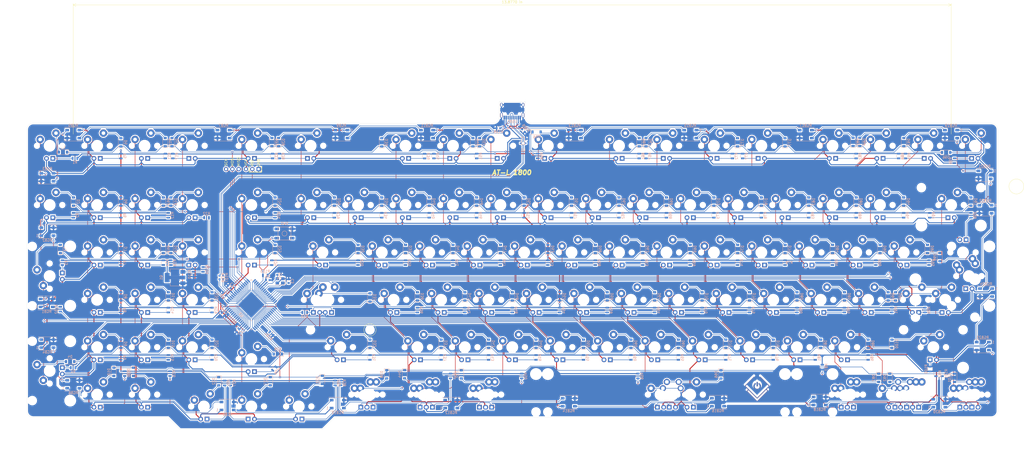
<source format=kicad_pcb>
(kicad_pcb (version 20171130) (host pcbnew "(5.1.5)-3")
  (layers (0 F.Cu signal) (31 B.Cu signal) (34 B.Paste user) (35 F.Paste user) (36 B.SilkS user) (37 F.SilkS user) (38 B.Mask user hide) (39 F.Mask user) (44 Edge.Cuts user))
  (net 0 "")
  (net 1 GND)
  (net 2 XTAL1)
  (net 3 XTAL2)
  (net 4 +5V)
  (net 5 RESET)
  (net 6 D-)
  (net 7 D+)
  (net 8 "Net-(MX_1-Pad4)")
  (net 9 "Net-(MX_2-Pad4)")
  (net 10 "Net-(MX_3-Pad4)")
  (net 11 "Net-(MX_4-Pad4)")
  (net 12 "Net-(MX_5-Pad4)")
  (net 13 "Net-(MX_6-Pad4)")
  (net 14 "Net-(MX_7-Pad4)")
  (net 15 "Net-(MX_8-Pad4)")
  (net 16 "Net-(MX_9-Pad4)")
  (net 17 "Net-(MX_'1-Pad4)")
  (net 18 "Net-(MX_+1-Pad4)")
  (net 19 "Net-(MX_-1-Pad4)")
  (net 20 "Net-(MX_;1-Pad4)")
  (net 21 "Net-(MX_[1-Pad4)")
  (net 22 "Net-(MX_]1-Pad4)")
  (net 23 "Net-(MX_`~1-Pad4)")
  (net 24 "Net-(MX_A1-Pad4)")
  (net 25 "Net-(MX_b1-Pad4)")
  (net 26 "Net-(MX_BkSp1-Pad4)")
  (net 27 "Net-(MX_c1-Pad4)")
  (net 28 "Net-(MX_CapLk1-Pad4)")
  (net 29 "Net-(MX_D1-Pad4)")
  (net 30 "Net-(MX_Delete1-Pad4)")
  (net 31 "Net-(MX_Down1-Pad4)")
  (net 32 "Net-(MX_E1-Pad4)")
  (net 33 "Net-(MX_ENTER1-Pad4)")
  (net 34 "Net-(MX_ESC1-Pad4)")
  (net 35 "Net-(MX_F2-Pad4)")
  (net 36 "Net-(MX_F3-Pad4)")
  (net 37 "Net-(MX_F4-Pad4)")
  (net 38 "Net-(MX_F5-Pad4)")
  (net 39 "Net-(MX_F6-Pad4)")
  (net 40 "Net-(MX_F7-Pad4)")
  (net 41 "Net-(MX_F8-Pad4)")
  (net 42 "Net-(MX_F9-Pad4)")
  (net 43 "Net-(MX_F10-Pad4)")
  (net 44 "Net-(MX_F11-Pad4)")
  (net 45 "Net-(MX_F12-Pad4)")
  (net 46 "Net-(MX_F13-Pad4)")
  (net 47 "Net-(MX_FN1-Pad4)")
  (net 48 "Net-(MX_FN2-Pad4)")
  (net 49 "Net-(MX_FN3-Pad4)")
  (net 50 "Net-(MX_FN4-Pad4)")
  (net 51 "Net-(MX_G1-Pad4)")
  (net 52 "Net-(MX_H1-Pad4)")
  (net 53 "Net-(MX_I1-Pad4)")
  (net 54 "Net-(MX_insert1-Pad4)")
  (net 55 "Net-(MX_J1-Pad4)")
  (net 56 "Net-(MX_K1-Pad4)")
  (net 57 "Net-(MX_L1-Pad4)")
  (net 58 "Net-(MX_Left1-Pad4)")
  (net 59 "Net-(MX_LShift1-Pad4)")
  (net 60 "Net-(MX_num1-Pad4)")
  (net 61 "Net-(MX_num2-Pad4)")
  (net 62 "Net-(MX_num3-Pad4)")
  (net 63 "Net-(MX_num4-Pad4)")
  (net 64 "Net-(MX_num5-Pad4)")
  (net 65 "Net-(MX_num6-Pad4)")
  (net 66 "Net-(MX_num7-Pad4)")
  (net 67 "Net-(MX_num8-Pad4)")
  (net 68 "Net-(MX_num9-Pad4)")
  (net 69 "Net-(MX_num*1-Pad4)")
  (net 70 "Net-(MX_num+1-Pad4)")
  (net 71 "Net-(MX_num-1-Pad4)")
  (net 72 "Net-(MX_num/1-Pad4)")
  (net 73 "Net-(MX_numDel1-Pad4)")
  (net 74 "Net-(MX_numEnter1-Pad4)")
  (net 75 "Net-(MX_O1-Pad4)")
  (net 76 "Net-(MX_P1-Pad4)")
  (net 77 "Net-(MX_PrtSc1-Pad4)")
  (net 78 "Net-(MX_Q1-Pad4)")
  (net 79 "Net-(MX_R1-Pad4)")
  (net 80 "Net-(MX_S1-Pad4)")
  (net 81 "Net-(MX_T1-Pad4)")
  (net 82 "Net-(MX_tab1-Pad4)")
  (net 83 "Net-(MX_U1-Pad4)")
  (net 84 "Net-(MX_up1-Pad4)")
  (net 85 "Net-(MX_v1-Pad4)")
  (net 86 "Net-(MX_W1-Pad4)")
  (net 87 "Net-(MX_x1-Pad4)")
  (net 88 "Net-(MX_Y1-Pad4)")
  (net 89 "Net-(MX_z1-Pad4)")
  (net 90 "Net-(Q1-Pad1)")
  (net 91 LedGND)
  (net 92 "Net-(MX_numLk1-Pad4)")
  (net 93 Row0)
  (net 94 "Net-(D1-Pad2)")
  (net 95 Row1)
  (net 96 "Net-(D2-Pad2)")
  (net 97 Row2)
  (net 98 "Net-(D3-Pad2)")
  (net 99 Row4)
  (net 100 "Net-(D4-Pad2)")
  (net 101 "Net-(D5-Pad2)")
  (net 102 "Net-(D6-Pad2)")
  (net 103 "Net-(D7-Pad2)")
  (net 104 Row3)
  (net 105 "Net-(D8-Pad2)")
  (net 106 "Net-(D9-Pad2)")
  (net 107 Row5)
  (net 108 "Net-(D10-Pad2)")
  (net 109 "Net-(D11-Pad2)")
  (net 110 "Net-(D12-Pad2)")
  (net 111 "Net-(D13-Pad2)")
  (net 112 "Net-(D14-Pad2)")
  (net 113 "Net-(D15-Pad2)")
  (net 114 "Net-(D16-Pad2)")
  (net 115 "Net-(D17-Pad2)")
  (net 116 "Net-(D18-Pad2)")
  (net 117 "Net-(D19-Pad2)")
  (net 118 "Net-(D20-Pad2)")
  (net 119 "Net-(D21-Pad2)")
  (net 120 "Net-(D22-Pad2)")
  (net 121 "Net-(D23-Pad2)")
  (net 122 "Net-(D24-Pad2)")
  (net 123 "Net-(D25-Pad2)")
  (net 124 "Net-(D26-Pad2)")
  (net 125 "Net-(D27-Pad2)")
  (net 126 "Net-(D28-Pad2)")
  (net 127 "Net-(D29-Pad2)")
  (net 128 "Net-(D30-Pad2)")
  (net 129 "Net-(D31-Pad2)")
  (net 130 "Net-(D32-Pad2)")
  (net 131 "Net-(D33-Pad2)")
  (net 132 "Net-(D35-Pad2)")
  (net 133 "Net-(D36-Pad2)")
  (net 134 "Net-(D37-Pad2)")
  (net 135 "Net-(D38-Pad2)")
  (net 136 "Net-(D39-Pad2)")
  (net 137 "Net-(D40-Pad2)")
  (net 138 "Net-(D41-Pad2)")
  (net 139 "Net-(D42-Pad2)")
  (net 140 "Net-(D43-Pad2)")
  (net 141 "Net-(D44-Pad2)")
  (net 142 "Net-(D45-Pad2)")
  (net 143 "Net-(D46-Pad2)")
  (net 144 "Net-(D47-Pad2)")
  (net 145 "Net-(D48-Pad2)")
  (net 146 "Net-(D49-Pad2)")
  (net 147 "Net-(D50-Pad2)")
  (net 148 "Net-(D51-Pad2)")
  (net 149 "Net-(D52-Pad2)")
  (net 150 "Net-(D53-Pad2)")
  (net 151 "Net-(D54-Pad2)")
  (net 152 "Net-(D55-Pad2)")
  (net 153 "Net-(D56-Pad2)")
  (net 154 "Net-(D57-Pad2)")
  (net 155 "Net-(D58-Pad2)")
  (net 156 "Net-(D59-Pad2)")
  (net 157 "Net-(D60-Pad2)")
  (net 158 "Net-(D61-Pad2)")
  (net 159 "Net-(D62-Pad2)")
  (net 160 "Net-(D63-Pad2)")
  (net 161 "Net-(D64-Pad2)")
  (net 162 "Net-(D65-Pad2)")
  (net 163 "Net-(D66-Pad2)")
  (net 164 "Net-(D67-Pad2)")
  (net 165 "Net-(D68-Pad2)")
  (net 166 "Net-(D69-Pad2)")
  (net 167 "Net-(D70-Pad2)")
  (net 168 "Net-(D71-Pad2)")
  (net 169 "Net-(D72-Pad2)")
  (net 170 "Net-(D73-Pad2)")
  (net 171 "Net-(D74-Pad2)")
  (net 172 "Net-(D75-Pad2)")
  (net 173 "Net-(D76-Pad2)")
  (net 174 "Net-(D77-Pad2)")
  (net 175 "Net-(D78-Pad2)")
  (net 176 "Net-(D79-Pad2)")
  (net 177 "Net-(D80-Pad2)")
  (net 178 "Net-(D81-Pad2)")
  (net 179 "Net-(D82-Pad2)")
  (net 180 "Net-(D83-Pad2)")
  (net 181 "Net-(D84-Pad2)")
  (net 182 "Net-(D85-Pad2)")
  (net 183 "Net-(D86-Pad2)")
  (net 184 "Net-(D87-Pad2)")
  (net 185 "Net-(D88-Pad2)")
  (net 186 "Net-(D89-Pad2)")
  (net 187 "Net-(D90-Pad2)")
  (net 188 "Net-(D91-Pad2)")
  (net 189 "Net-(D92-Pad2)")
  (net 190 "Net-(D93-Pad2)")
  (net 191 "Net-(D94-Pad2)")
  (net 192 "Net-(D95-Pad2)")
  (net 193 "Net-(D96-Pad2)")
  (net 194 "Net-(D97-Pad2)")
  (net 195 "Net-(D98-Pad2)")
  (net 196 "Net-(D99-Pad2)")
  (net 197 "Net-(D100-Pad2)")
  (net 198 "Net-(D101-Pad2)")
  (net 199 LedRGB)
  (net 200 Col15)
  (net 201 Col6)
  (net 202 Col7)
  (net 203 Col8)
  (net 204 Col9)
  (net 205 Col10)
  (net 206 Col11)
  (net 207 Col12)
  (net 208 Col13)
  (net 209 Col14)
  (net 210 Col16)
  (net 211 Col17)
  (net 212 Col5)
  (net 213 "Net-(MX_ALT1-Pad4)")
  (net 214 Col18)
  (net 215 Col4)
  (net 216 Col0)
  (net 217 Col1)
  (net 218 Col2)
  (net 219 Col3)
  (net 220 "Net-(MX_LControl1-Pad4)")
  (net 221 "Net-(MX_LWin1-Pad4)")
  (net 222 "Net-(MX_RAlt1-Pad4)")
  (net 223 "Net-(MX_RAlt4-Pad4)")
  (net 224 "Net-(MX_RControl1-Pad4)")
  (net 225 "Net-(MX_right1-Pad4)")
  (net 226 "Net-(MX_SpaceBar1-Pad4)")
  (net 227 NumLed)
  (net 228 CapLed)
  (net 229 "Net-(R107-Pad2)")
  (net 230 "Net-(R109-Pad2)")
  (net 231 "Net-(U2-Pad2)")
  (net 232 "Net-(U2-Pad14)")
  (net 233 "Net-(U2-Pad27)")
  (net 234 "Net-(U2-Pad44)")
  (net 235 "Net-(U2-Pad45)")
  (net 236 "Net-(U2-Pad49)")
  (net 237 "Net-(U2-Pad54)")
  (net 238 "Net-(U2-Pad55)")
  (net 239 "Net-(U2-Pad62)")
  (net 240 "Net-(MX_ENTER2-Pad4)")
  (net 241 "Net-(C1-Pad1)")
  (net 242 "Net-(D34-Pad2)")
  (net 243 "Net-(MX_10-Pad4)")
  (net 244 "Net-(MX_/?/1-Pad4)")
  (net 245 "Net-(MX_<1-Pad4)")
  (net 246 "Net-(MX_>1-Pad4)")
  (net 247 "Net-(MX_F1-Pad4)")
  (net 248 "Net-(MX_m1-Pad4)")
  (net 249 "Net-(MX_n1-Pad4)")
  (net 250 "Net-(MX_num10-Pad4)")
  (net 251 "Net-(MX_RShift1-Pad4)")
  (net 252 "Net-(R102-Pad2)")
  (net 253 "Net-(R104-Pad1)")
  (net 254 "Net-(R105-Pad2)")
  (net 255 "Net-(R106-Pad2)")
  (net 256 "Net-(R108-Pad2)")
  (net 257 "Net-(RGB1-Pad2)")
  (net 258 "Net-(RGB2-Pad2)")
  (net 259 "Net-(RGB3-Pad2)")
  (net 260 "Net-(RGB4-Pad4)")
  (net 261 "Net-(RGB5-Pad2)")
  (net 262 "Net-(RGB6-Pad4)")
  (net 263 "Net-(RGB7-Pad2)")
  (net 264 "Net-(RGB10-Pad2)")
  (net 265 "Net-(RGB11-Pad4)")
  (net 266 "Net-(RGB10-Pad4)")
  (net 267 "Net-(RGB11-Pad2)")
  (net 268 "Net-(RGB12-Pad4)")
  (net 269 "Net-(RGB13-Pad2)")
  (net 270 "Net-(RGB14-Pad4)")
  (net 271 "Net-(RGB15-Pad2)")
  (net 272 "Net-(RGB16-Pad4)")
  (net 273 "Net-(RGB17-Pad2)")
  (net 274 "Net-(RGB18-Pad4)")
  (net 275 "Net-(RGB19-Pad2)")
  (net 276 "Net-(RGB20-Pad4)")
  (net 277 "Net-(RGB21-Pad2)")
  (net 278 "Net-(RGB22-Pad2)")
  (net 279 "Net-(RGB23-Pad4)")
  (net 280 "Net-(U2-Pad25)")
  (net 281 "Net-(U2-Pad26)")
  (net 282 "Net-(U2-Pad17)")
  (net 283 "Net-(U2-Pad18)")
  (net 284 "Net-(U2-Pad19)")
  (net 285 "Net-(U2-Pad61)")
  (net 286 "Net-(U2-Pad9)")
  (net 287 "Net-(U2-Pad10)")
  (net 288 "Net-(U2-Pad48)")
  (net 289 SCK)
  (module MX_Only_v2:MXOnly-1U (layer F.Cu) (at 116.269 66.231)
    (fp_text reference MX_Delete1)
    (fp_text value 1U)
    (pad "" np_thru_hole circle (at 5.08 0 48.0996) (size 1.75 1.75) (drill 1.75) (layers *.Cu *.Mask))
    (pad "" np_thru_hole circle (at -5.08 0 48.0996) (size 1.75 1.75) (drill 1.75) (layers *.Cu *.Mask))
    (pad 4 thru_hole rect (at 1.27 5.08) (size 1.905 1.905) (drill 1.04) (layers *.Cu *.Mask) (net 30 "Net-(MX_Delete1-Pad4)"))
    (pad 3 thru_hole circle (at -1.27 5.08) (size 1.905 1.905) (drill 1.04) (layers *.Cu *.Mask) (net 4 +5V))
    (pad 1 thru_hole circle (at -3.81 -2.54) (size 3 3) (drill 1.47) (layers *.Cu *.Mask) (net 215 Col4))
    (pad "" np_thru_hole circle (at 0 0) (size 3.9878 3.9878) (drill 3.9878) (layers *.Cu *.Mask))
    (pad 2 thru_hole circle (at 2.54 -5.08) (size 3 3) (drill 1.47) (layers *.Cu *.Mask) (net 123 "Net-(D25-Pad2)"))
  )
  (module MX_Only_v2:MXOnly-1U (layer F.Cu) (at 116.269 47.181)
    (fp_text reference MX_insert1)
    (fp_text value 1U)
    (pad "" np_thru_hole circle (at 5.08 0 48.0996) (size 1.75 1.75) (drill 1.75) (layers *.Cu *.Mask))
    (pad "" np_thru_hole circle (at -5.08 0 48.0996) (size 1.75 1.75) (drill 1.75) (layers *.Cu *.Mask))
    (pad 4 thru_hole rect (at 1.27 5.08) (size 1.905 1.905) (drill 1.04) (layers *.Cu *.Mask) (net 54 "Net-(MX_insert1-Pad4)"))
    (pad 3 thru_hole circle (at -1.27 5.08) (size 1.905 1.905) (drill 1.04) (layers *.Cu *.Mask) (net 4 +5V))
    (pad 1 thru_hole circle (at -3.81 -2.54) (size 3 3) (drill 1.47) (layers *.Cu *.Mask) (net 215 Col4))
    (pad "" np_thru_hole circle (at 0 0) (size 3.9878 3.9878) (drill 3.9878) (layers *.Cu *.Mask))
    (pad 2 thru_hole circle (at 2.54 -5.08) (size 3 3) (drill 1.47) (layers *.Cu *.Mask) (net 122 "Net-(D24-Pad2)"))
  )
  (module LED_SMD:LED_WS2812B_PLCC4_5.0x5.0mm_P3.2mm (layer B.Cu) (at 34.12744 86.5378)
    (fp_text reference RGB1 (at 0 3.5) (layer B.SilkS) (effects (justify mirror)))
    (fp_text value WS2812B)
    (fp_text user 1 (at -4.15 1.6) (layer B.SilkS) (effects (justify mirror)))
    (pad 1 smd rect (at -2.45 1.6) (size 1.5 1) (layers B.Cu B.Paste B.Mask) (net 4 +5V))
    (pad 2 smd rect (at -2.45 -1.6) (size 1.5 1) (layers B.Cu B.Paste B.Mask) (net 257 "Net-(RGB1-Pad2)"))
    (pad 4 smd rect (at 2.45 1.6) (size 1.5 1) (layers B.Cu B.Paste B.Mask) (net 199 LedRGB))
    (pad 3 smd rect (at 2.45 -1.6) (size 1.5 1) (layers B.Cu B.Paste B.Mask) (net 1 GND))
  )
  (module MX_Only_v2:sanpjxlogo (layer F.Cu) (at 319.3796 121.2596)
    (fp_text reference LOGO1 hide)
    (fp_text value Logo_Open_Hardware_Large hide)
    (fp_poly (pts (xy 0.048713 -2.960956) (xy 0.09062 -2.949497) (xy 0.10188 -2.944937) (xy 0.145014 -2.920317) (xy 0.183513 -2.887434) (xy 0.2154 -2.848461) (xy 0.238699 -2.805573) (xy 0.245377 -2.787145) (xy 0.247108 -2.781309) (xy 0.248656 -2.775201) (xy 0.25003 -2.768182) (xy 0.251241 -2.759614) (xy 0.252299 -2.748857) (xy 0.253213 -2.735273) (xy 0.253995 -2.718222) (xy 0.254654 -2.697066) (xy 0.255201 -2.671165) (xy 0.255645 -2.63988) (xy 0.255996 -2.602573) (xy 0.256265 -2.558605) (xy 0.256463 -2.507336) (xy 0.256598 -2.448127) (xy 0.256682 -2.38034) (xy 0.256723 -2.303336) (xy 0.256734 -2.216474) (xy 0.256723 -2.119118) (xy 0.256714 -2.07278) (xy 0.256643 -1.964031) (xy 0.256479 -1.863335) (xy 0.256224 -1.77102) (xy 0.255881 -1.687409) (xy 0.255453 -1.612828) (xy 0.254943 -1.547601) (xy 0.254352 -1.492054) (xy 0.253684 -1.44651) (xy 0.252942 -1.411296) (xy 0.252127 -1.386735) (xy 0.251244 -1.373154) (xy 0.250924 -1.371078) (xy 0.237252 -1.330297) (xy 0.215071 -1.292034) (xy 0.186967 -1.258005) (xy 0.15574 -1.227941) (xy 0.125268 -1.20628) (xy 0.092129 -1.190798) (xy 0.074593 -1.185004) (xy 0.041788 -1.178538) (xy 0.004008 -1.176153) (xy -0.034106 -1.177799) (xy -0.067908 -1.18343) (xy -0.078688 -1.186614) (xy -0.12584 -1.208747) (xy -0.167474 -1.239925) (xy -0.202314 -1.278599) (xy -0.229079 -1.323217) (xy -0.24649 -1.372228) (xy -0.250972 -1.395573) (xy -0.251861 -1.407668) (xy -0.252675 -1.430256) (xy -0.253414 -1.462423) (xy -0.254078 -1.503254) (xy -0.254667 -1.551835) (xy -0.255181 -1.607252) (xy -0.255621 -1.66859) (xy -0.255986 -1.734935) (xy -0.256277 -1.805372) (xy -0.256493 -1.878988) (xy -0.256635 -1.954868) (xy -0.256702 -2.032098) (xy -0.256695 -2.109763) (xy -0.256614 -2.186948) (xy -0.256459 -2.262741) (xy -0.25623 -2.336225) (xy -0.255926 -2.406488) (xy -0.255549 -2.472614) (xy -0.255097 -2.533689) (xy -0.254572 -2.588799) (xy -0.253973 -2.63703) (xy -0.2533 -2.677467) (xy -0.252554 -2.709196) (xy -0.251734 -2.731302) (xy -0.250877 -2.742629) (xy -0.237932 -2.794104) (xy -0.215219 -2.841069) (xy -0.183889 -2.882346) (xy -0.145095 -2.916753) (xy -0.099989 -2.943111) (xy -0.049721 -2.96024) (xy -0.035743 -2.963072) (xy 0.004926 -2.9657) (xy 0.048713 -2.960956)) (layer B.Cu) (width 0.01))
    (fp_poly (pts (xy 0.829658 -2.444898) (xy 0.877834 -2.427656) (xy 0.902924 -2.413386) (xy 0.934037 -2.391816) (xy 0.969634 -2.364199) (xy 1.008176 -2.331788) (xy 1.048124 -2.295834) (xy 1.087941 -2.257593) (xy 1.093329 -2.252215) (xy 1.163265 -2.178206) (xy 1.224599 -2.104513) (xy 1.279435 -2.028211) (xy 1.329873 -1.946373) (xy 1.378015 -1.856073) (xy 1.378432 -1.855238) (xy 1.43154 -1.736118) (xy 1.47401 -1.613394) (xy 1.505767 -1.487787) (xy 1.526735 -1.360021) (xy 1.53684 -1.230818) (xy 1.536006 -1.100902) (xy 1.524158 -0.970994) (xy 1.501222 -0.841818) (xy 1.488932 -0.790539) (xy 1.457633 -0.687179) (xy 1.416972 -0.582072) (xy 1.368194 -0.477696) (xy 1.312543 -0.376526) (xy 1.251263 -0.281041) (xy 1.195107 -0.205483) (xy 1.168196 -0.173683) (xy 1.134836 -0.137206) (xy 1.097487 -0.09851) (xy 1.05861 -0.060056) (xy 1.020665 -0.024304) (xy 0.986111 0.006285) (xy 0.970337 0.019306) (xy 0.877567 0.087486) (xy 0.777647 0.14997) (xy 0.672616 0.205787) (xy 0.564513 0.253967) (xy 0.455376 0.293541) (xy 0.347244 0.323538) (xy 0.316786 0.330221) (xy 0.239015 0.343845) (xy 0.15639 0.354007) (xy 0.072449 0.36046) (xy -0.009275 0.362961) (xy -0.085244 0.361264) (xy -0.108923 0.359704) (xy -0.229204 0.345638) (xy -0.346674 0.322281) (xy -0.460995 0.290175) (xy -0.585613 0.244511) (xy -0.704339 0.189302) (xy -0.816795 0.124998) (xy -0.922603 0.052049) (xy -1.021383 -0.029092) (xy -1.112757 -0.117975) (xy -1.196346 -0.214151) (xy -1.271773 -0.317167) (xy -1.338657 -0.426573) (xy -1.396622 -0.541918) (xy -1.445288 -0.662752) (xy -1.484276 -0.788624) (xy -1.513209 -0.919083) (xy -1.52199 -0.973191) (xy -1.526585 -1.014622) (xy -1.529834 -1.064535) (xy -1.531736 -1.120074) (xy -1.53229 -1.178385) (xy -1.531495 -1.236612) (xy -1.529352 -1.291901) (xy -1.525858 -1.341396) (xy -1.522084 -1.374954) (xy -1.498175 -1.506671) (xy -1.463645 -1.634811) (xy -1.418727 -1.758817) (xy -1.363656 -1.87813) (xy -1.298664 -1.992193) (xy -1.223987 -2.100449) (xy -1.210825 -2.117618) (xy -1.179244 -2.156045) (xy -1.14299 -2.196489) (xy -1.103514 -2.237614) (xy -1.062265 -2.278085) (xy -1.020694 -2.316566) (xy -0.980251 -2.351721) (xy -0.942385 -2.382215) (xy -0.908546 -2.406712) (xy -0.880185 -2.423877) (xy -0.876158 -2.425899) (xy -0.826508 -2.443864) (xy -0.775006 -2.451247) (xy -0.723396 -2.448223) (xy -0.67342 -2.434965) (xy -0.62682 -2.411644) (xy -0.609348 -2.399409) (xy -0.584819 -2.376243) (xy -0.56072 -2.345907) (xy -0.539841 -2.312396) (xy -0.524974 -2.279709) (xy -0.524191 -2.277438) (xy -0.513904 -2.229968) (xy -0.513058 -2.17961) (xy -0.521259 -2.12927) (xy -0.538116 -2.081859) (xy -0.5546 -2.052354) (xy -0.567613 -2.036054) (xy -0.586522 -2.016433) (xy -0.60798 -1.996877) (xy -0.616096 -1.990174) (xy -0.648585 -1.962562) (xy -0.68455 -1.929234) (xy -0.72181 -1.892445) (xy -0.758188 -1.854451) (xy -0.791506 -1.817508) (xy -0.819585 -1.78387) (xy -0.834792 -1.76373) (xy -0.882933 -1.688087) (xy -0.925787 -1.604891) (xy -0.961999 -1.517307) (xy -0.990215 -1.428497) (xy -1.004536 -1.367033) (xy -1.012232 -1.317039) (xy -1.017605 -1.259759) (xy -1.020506 -1.199112) (xy -1.020784 -1.139019) (xy -1.018289 -1.083399) (xy -1.016237 -1.061013) (xy -0.999074 -0.956233) (xy -0.971052 -0.854266) (xy -0.932534 -0.755844) (xy -0.883886 -0.661702) (xy -0.825472 -0.572575) (xy -0.757657 -0.489195) (xy -0.705025 -0.43487) (xy -0.62685 -0.367421) (xy -0.54106 -0.307603) (xy -0.449154 -0.256173) (xy -0.352632 -0.21389) (xy -0.252994 -0.181513) (xy -0.165529 -0.162094) (xy -0.131132 -0.157574) (xy -0.088775 -0.154273) (xy -0.041449 -0.15222) (xy 0.007852 -0.151446) (xy 0.056136 -0.15198) (xy 0.100411 -0.153851) (xy 0.137684 -0.157088) (xy 0.151258 -0.15898) (xy 0.258108 -0.181893) (xy 0.360774 -0.21499) (xy 0.458598 -0.257837) (xy 0.550922 -0.309997) (xy 0.637087 -0.371035) (xy 0.716435 -0.440517) (xy 0.788308 -0.518006) (xy 0.852046 -0.603068) (xy 0.873469 -0.636427) (xy 0.893172 -0.670862) (xy 0.914469 -0.712077) (xy 0.935549 -0.756238) (xy 0.954599 -0.79951) (xy 0.969809 -0.838057) (xy 0.973086 -0.847342) (xy 1.001528 -0.948101) (xy 1.01916 -1.051135) (xy 1.02609 -1.155389) (xy 1.022424 -1.259803) (xy 1.008271 -1.363322) (xy 0.983739 -1.464886) (xy 0.948934 -1.56344) (xy 0.903966 -1.657924) (xy 0.887566 -1.686925) (xy 0.841674 -1.758785) (xy 0.791924 -1.824159) (xy 0.736129 -1.885591) (xy 0.672101 -1.945626) (xy 0.646058 -1.967852) (xy 0.621092 -1.989397) (xy 0.597637 -2.01093) (xy 0.577963 -2.030278) (xy 0.564341 -2.045269) (xy 0.562012 -2.048265) (xy 0.539316 -2.087818) (xy 0.523794 -2.133192) (xy 0.516104 -2.181025) (xy 0.516905 -2.227952) (xy 0.52167 -2.254016) (xy 0.539961 -2.304624) (xy 0.56653 -2.34881) (xy 0.600123 -2.385965) (xy 0.63949 -2.415477) (xy 0.683379 -2.436736) (xy 0.730538 -2.449133) (xy 0.779715 -2.452057) (xy 0.829658 -2.444898)) (layer F.Cu) (width 0.01))
    (fp_poly (pts (xy -1.23727 -5.032098) (xy -1.204677 -5.020972) (xy -1.176609 -5.001216) (xy -1.162681 -4.98507) (xy -1.149409 -4.95773) (xy -1.142817 -4.925357) (xy -1.143574 -4.89262) (xy -1.14717 -4.876765) (xy -1.148837 -4.873847) (xy -1.152789 -4.868711) (xy -1.15923 -4.861151) (xy -1.168363 -4.850962) (xy -1.180393 -4.837938) (xy -1.195523 -4.821873) (xy -1.213957 -4.802562) (xy -1.235899 -4.779798) (xy -1.261553 -4.753376) (xy -1.291123 -4.723091) (xy -1.324813 -4.688736) (xy -1.362827 -4.650105) (xy -1.405369 -4.606994) (xy -1.452643 -4.559195) (xy -1.504852 -4.506505) (xy -1.562201 -4.448716) (xy -1.624893 -4.385623) (xy -1.693133 -4.31702) (xy -1.767124 -4.242702) (xy -1.84707 -4.162462) (xy -1.933176 -4.076096) (xy -2.025645 -3.983397) (xy -2.124681 -3.884159) (xy -2.230488 -3.778177) (xy -2.34327 -3.665246) (xy -2.463231 -3.545158) (xy -2.590575 -3.41771) (xy -2.725506 -3.282694) (xy -2.868227 -3.139905) (xy -2.930153 -3.077955) (xy -4.706113 -1.301372) (xy 0.002857 3.407598) (xy 2.357347 1.053103) (xy 4.711836 -1.301392) (xy 2.938663 -3.075111) (xy 2.819349 -3.194484) (xy 2.702048 -3.311884) (xy 2.58702 -3.427052) (xy 2.474525 -3.539726) (xy 2.364823 -3.649643) (xy 2.258173 -3.756544) (xy 2.154835 -3.860167) (xy 2.055069 -3.96025) (xy 1.959136 -4.056533) (xy 1.867294 -4.148754) (xy 1.779804 -4.236651) (xy 1.696925 -4.319964) (xy 1.618917 -4.39843) (xy 1.54604 -4.47179) (xy 1.478555 -4.539781) (xy 1.41672 -4.602143) (xy 1.360795 -4.658613) (xy 1.31104 -4.708931) (xy 1.267716 -4.752835) (xy 1.231082 -4.790065) (xy 1.201397 -4.820358) (xy 1.178922 -4.843454) (xy 1.163917 -4.859091) (xy 1.15664 -4.867008) (xy 1.155977 -4.867887) (xy 1.147304 -4.897092) (xy 1.147257 -4.929513) (xy 1.155171 -4.961733) (xy 1.17038 -4.990333) (xy 1.182477 -5.004098) (xy 1.209595 -5.022074) (xy 1.241904 -5.032043) (xy 1.276011 -5.033521) (xy 1.30852 -5.026024) (xy 1.315287 -5.023041) (xy 1.320727 -5.018665) (xy 1.332836 -5.007566) (xy 1.351676 -4.989679) (xy 1.377312 -4.964942) (xy 1.409809 -4.93329) (xy 1.449231 -4.894659) (xy 1.49564 -4.848987) (xy 1.549103 -4.796209) (xy 1.609682 -4.736261) (xy 1.677442 -4.669081) (xy 1.752447 -4.594604) (xy 1.834761 -4.512766) (xy 1.924448 -4.423503) (xy 2.021572 -4.326753) (xy 2.126198 -4.222452) (xy 2.238389 -4.110535) (xy 2.358209 -3.990938) (xy 2.485723 -3.863599) (xy 2.620995 -3.728454) (xy 2.764088 -3.585439) (xy 2.915068 -3.434489) (xy 3.073997 -3.275542) (xy 3.162974 -3.186536) (xy 4.987454 -1.361325) (xy 4.994341 -1.331359) (xy 4.998226 -1.306672) (xy 4.996831 -1.283928) (xy 4.994314 -1.271427) (xy 4.993284 -1.267275) (xy 4.991902 -1.263066) (xy 4.98978 -1.258397) (xy 4.986533 -1.252866) (xy 4.981773 -1.246074) (xy 4.975115 -1.237617) (xy 4.966172 -1.227094) (xy 4.954558 -1.214105) (xy 4.939886 -1.198246) (xy 4.921771 -1.179118) (xy 4.899824 -1.156318) (xy 4.873661 -1.129444) (xy 4.842895 -1.098096) (xy 4.807139 -1.061871) (xy 4.766007 -1.020369) (xy 4.719113 -0.973188) (xy 4.66607 -0.919925) (xy 4.606491 -0.860181) (xy 4.539991 -0.793552) (xy 4.466183 -0.719638) (xy 4.387377 -0.640737) (xy 3.787353 -0.040013) (xy 4.093303 0.266814) (xy 4.150371 0.324067) (xy 4.199908 0.373837) (xy 4.242459 0.416707) (xy 4.27857 0.453259) (xy 4.308788 0.484079) (xy 4.333657 0.50975) (xy 4.353724 0.530855) (xy 4.369534 0.547978) (xy 4.381632 0.561703) (xy 4.390565 0.572613) (xy 4.396878 0.581293) (xy 4.401117 0.588324) (xy 4.403827 0.594292) (xy 4.405555 0.59978) (xy 4.4059 0.601155) (xy 4.409542 0.635559) (xy 4.404414 0.668436) (xy 4.398228 0.683894) (xy 4.393816 0.688702) (xy 4.381566 0.701345) (xy 4.36171 0.721587) (xy 4.334485 0.749195) (xy 4.300124 0.783931) (xy 4.258863 0.82556) (xy 4.210936 0.873848) (xy 4.156577 0.928559) (xy 4.096021 0.989458) (xy 4.029504 1.056308) (xy 3.957258 1.128875) (xy 3.87952 1.206924) (xy 3.796523 1.290218) (xy 3.708502 1.378523) (xy 3.615693 1.471603) (xy 3.518329 1.569223) (xy 3.416645 1.671148) (xy 3.310875 1.777141) (xy 3.201255 1.886968) (xy 3.088019 2.000394) (xy 2.971402 2.117182) (xy 2.851637 2.237098) (xy 2.728961 2.359906) (xy 2.603607 2.485371) (xy 2.47581 2.613257) (xy 2.345804 2.74333) (xy 2.231418 2.857755) (xy 2.056204 3.032999) (xy 1.88896 3.200236) (xy 1.729602 3.35955) (xy 1.578048 3.511023) (xy 1.434213 3.654739) (xy 1.298013 3.790782) (xy 1.169365 3.919234) (xy 1.048185 4.04018) (xy 0.934389 4.153701) (xy 0.827894 4.259882) (xy 0.728616 4.358806) (xy 0.636471 4.450557) (xy 0.551374 4.535216) (xy 0.473244 4.612868) (xy 0.401995 4.683597) (xy 0.337545 4.747484) (xy 0.279809 4.804615) (xy 0.228703 4.855071) (xy 0.184144 4.898936) (xy 0.146049 4.936294) (xy 0.114333 4.967227) (xy 0.088912 4.99182) (xy 0.069704 5.010155) (xy 0.056624 5.022315) (xy 0.049588 5.028385) (xy 0.048516 5.029096) (xy 0.01671 5.038026) (xy -0.018761 5.037585) (xy -0.039956 5.032942) (xy -0.043022 5.030961) (xy -0.04917 5.025847) (xy -0.058573 5.017427) (xy -0.071403 5.00553) (xy -0.087834 4.989985) (xy -0.108038 4.970619) (xy -0.132188 4.947261) (xy -0.160456 4.919739) (xy -0.193017 4.887882) (xy -0.230042 4.851518) (xy -0.271705 4.810475) (xy -0.318178 4.764582) (xy -0.369635 4.713668) (xy -0.426247 4.65756) (xy -0.488188 4.596087) (xy -0.555631 4.529077) (xy -0.628749 4.456359) (xy -0.707714 4.37776) (xy -0.792699 4.293111) (xy -0.883878 4.202238) (xy -0.981422 4.10497) (xy -1.085505 4.001136) (xy -1.1963 3.890563) (xy -1.31398 3.773081) (xy -1.438717 3.648518) (xy -1.570684 3.516701) (xy -1.710054 3.37746) (xy -1.857 3.230623) (xy -2.011695 3.076018) (xy -2.144754 2.943019) (xy -2.277802 2.810005) (xy -2.408463 2.679341) (xy -2.53651 2.551253) (xy -2.661715 2.425969) (xy -2.783854 2.303718) (xy -2.902697 2.184727) (xy -3.01802 2.069224) (xy -3.129594 1.957436) (xy -3.237194 1.849592) (xy -3.340592 1.74592) (xy -3.439561 1.646646) (xy -3.533875 1.551999) (xy -3.623306 1.462207) (xy -3.707629 1.377498) (xy -3.786615 1.298098) (xy -3.860039 1.224237) (xy -3.927674 1.156142) (xy -3.989292 1.094041) (xy -4.044667 1.038161) (xy -4.093572 0.988731) (xy -4.13578 0.945977) (xy -4.171065 0.910129) (xy -4.199199 0.881413) (xy -4.219956 0.860058) (xy -4.233109 0.846291) (xy -4.238431 0.840341) (xy -4.23852 0.840192) (xy -4.249705 0.805418) (xy -4.249768 0.787691) (xy -3.964102 0.787691) (xy -1.983478 2.768413) (xy -1.857419 2.894463) (xy -1.733374 3.018468) (xy -1.611586 3.140185) (xy -1.492302 3.25937) (xy -1.375766 3.375779) (xy -1.262222 3.489169) (xy -1.151916 3.599294) (xy -1.045092 3.705913) (xy -0.941995 3.80878) (xy -0.84287 3.907652) (xy -0.747962 4.002285) (xy -0.657515 4.092436) (xy -0.571773 4.177859) (xy -0.490983 4.258313) (xy -0.415389 4.333552) (xy -0.345235 4.403333) (xy -0.280766 4.467412) (xy -0.222228 4.525546) (xy -0.169864 4.577489) (xy -0.12392 4.623) (xy -0.08464 4.661833) (xy -0.052269 4.693745) (xy -0.027053 4.718492) (xy -0.009235 4.73583) (xy 0.000939 4.745515) (xy 0.003402 4.747613) (xy 0.007788 4.743517) (xy 0.019999 4.731582) (xy 0.039794 4.712047) (xy 0.066933 4.685152) (xy 0.101177 4.651136) (xy 0.142285 4.61024) (xy 0.190017 4.562704) (xy 0.244134 4.508768) (xy 0.304394 4.44867) (xy 0.370558 4.382652) (xy 0.442386 4.310952) (xy 0.519637 4.233812) (xy 0.602073 4.15147) (xy 0.689451 4.064167) (xy 0.781533 3.972142) (xy 0.878079 3.875636) (xy 0.978848 3.774887) (xy 1.083599 3.670137) (xy 1.192094 3.561625) (xy 1.304092 3.44959) (xy 1.419353 3.334273) (xy 1.537637 3.215913) (xy 1.658703 3.09475) (xy 1.782312 2.971025) (xy 1.908223 2.844977) (xy 2.036197 2.716845) (xy 2.064996 2.688008) (xy 4.120334 0.629927) (xy 3.869549 0.379191) (xy 3.618765 0.128455) (xy 1.845056 1.901967) (xy 1.689208 2.05778) (xy 1.541292 2.205623) (xy 1.401189 2.345615) (xy 1.268778 2.477876) (xy 1.143938 2.602527) (xy 1.026549 2.719687) (xy 0.916489 2.829477) (xy 0.813638 2.932015) (xy 0.717876 3.027421) (xy 0.629081 3.115817) (xy 0.547133 3.197321) (xy 0.471911 3.272053) (xy 0.403295 3.340134) (xy 0.341163 3.401683) (xy 0.285395 3.45682) (xy 0.23587 3.505664) (xy 0.192468 3.548337) (xy 0.155068 3.584957) (xy 0.123549 3.615644) (xy 0.09779 3.640519) (xy 0.07767 3.659701) (xy 0.06307 3.673311) (xy 0.053868 3.681467) (xy 0.050127 3.684234) (xy 0.025811 3.690576) (xy -0.002809 3.692753) (xy -0.0301 3.690597) (xy -0.043865 3.687018) (xy -0.049055 3.682571) (xy -0.06208 3.670273) (xy -0.082712 3.650349) (xy -0.110721 3.623029) (xy -0.145877 3.58854) (xy -0.187953 3.54711) (xy -0.236719 3.498966) (xy -0.291945 3.444336) (xy -0.353403 3.383447) (xy -0.420863 3.316528) (xy -0.494097 3.243807) (xy -0.572875 3.16551) (xy -0.656969 3.081865) (xy -0.746148 2.993101) (xy -0.840185 2.899445) (xy -0.93885 2.801125) (xy -1.041914 2.698367) (xy -1.149148 2.591401) (xy -1.260322 2.480454) (xy -1.375208 2.365753) (xy -1.493577 2.247527) (xy -1.615199 2.126002) (xy -1.739845 2.001407) (xy -1.759452 1.981804) (xy -3.458972 0.282561) (xy -3.964102 0.787691) (xy -4.249768 0.787691) (xy -4.24983 0.770385) (xy -4.246577 0.754877) (xy -4.244784 0.749372) (xy -4.241951 0.743314) (xy -4.237531 0.73612) (xy -4.23098 0.72721) (xy -4.221753 0.716003) (xy -4.209305 0.701916) (xy -4.193091 0.68437) (xy -4.172565 0.662783) (xy -4.147183 0.636573) (xy -4.1164 0.605159) (xy -4.07967 0.567961) (xy -4.036448 0.524396) (xy -3.98619 0.473884) (xy -3.933392 0.420899) (xy -3.62748 0.114045) (xy -4.302174 -0.560854) (xy -4.398032 -0.656794) (xy -4.485942 -0.744893) (xy -4.56608 -0.825329) (xy -4.638621 -0.89828) (xy -4.703739 -0.963926) (xy -4.761612 -1.022444) (xy -4.812413 -1.074014) (xy -4.856319 -1.118815) (xy -4.893506 -1.157024) (xy -4.924147 -1.188821) (xy -4.94842 -1.214385) (xy -4.966498 -1.233894) (xy -4.978559 -1.247526) (xy -4.984777 -1.255461) (xy -4.985625 -1.256974) (xy -4.993373 -1.289633) (xy -4.991683 -1.323946) (xy -4.983416 -1.34991) (xy -4.978534 -1.355777) (xy -4.965877 -1.369377) (xy -4.945757 -1.390397) (xy -4.918484 -1.418527) (xy -4.884372 -1.453455) (xy -4.84373 -1.494869) (xy -4.796871 -1.542458) (xy -4.744107 -1.595911) (xy -4.685749 -1.654916) (xy -4.622108 -1.719162) (xy -4.553497 -1.788338) (xy -4.480226 -1.862131) (xy -4.402607 -1.940231) (xy -4.320953 -2.022326) (xy -4.235573 -2.108105) (xy -4.146781 -2.197257) (xy -4.054888 -2.289469) (xy -3.960204 -2.384431) (xy -3.863042 -2.48183) (xy -3.763714 -2.581357) (xy -3.662531 -2.682698) (xy -3.559804 -2.785544) (xy -3.455845 -2.889582) (xy -3.350965 -2.994501) (xy -3.245477 -3.099989) (xy -3.139692 -3.205736) (xy -3.033921 -3.31143) (xy -2.928476 -3.416758) (xy -2.823669 -3.521411) (xy -2.71981 -3.625076) (xy -2.617213 -3.727442) (xy -2.516187 -3.828198) (xy -2.417045 -3.927033) (xy -2.320099 -4.023634) (xy -2.22566 -4.11769) (xy -2.134039 -4.208891) (xy -2.045549 -4.296924) (xy -1.9605 -4.381478) (xy -1.879204 -4.462242) (xy -1.801973 -4.538904) (xy -1.729119 -4.611153) (xy -1.660953 -4.678678) (xy -1.597786 -4.741167) (xy -1.53993 -4.798308) (xy -1.487698 -4.849791) (xy -1.441399 -4.895303) (xy -1.401346 -4.934534) (xy -1.367851 -4.967172) (xy -1.341225 -4.992906) (xy -1.32178 -5.011424) (xy -1.309826 -5.022414) (xy -1.305858 -5.025581) (xy -1.271845 -5.033874) (xy -1.23727 -5.032098)) (layer F.Cu) (width 0.01))
    (fp_poly (pts (xy -1.23727 -5.032098) (xy -1.204677 -5.020972) (xy -1.176609 -5.001216) (xy -1.162681 -4.98507) (xy -1.149409 -4.95773) (xy -1.142817 -4.925357) (xy -1.143574 -4.89262) (xy -1.14717 -4.876765) (xy -1.148837 -4.873847) (xy -1.152789 -4.868711) (xy -1.15923 -4.861151) (xy -1.168363 -4.850962) (xy -1.180393 -4.837938) (xy -1.195523 -4.821873) (xy -1.213957 -4.802562) (xy -1.235899 -4.779798) (xy -1.261553 -4.753376) (xy -1.291123 -4.723091) (xy -1.324813 -4.688736) (xy -1.362827 -4.650105) (xy -1.405369 -4.606994) (xy -1.452643 -4.559195) (xy -1.504852 -4.506505) (xy -1.562201 -4.448716) (xy -1.624893 -4.385623) (xy -1.693133 -4.31702) (xy -1.767124 -4.242702) (xy -1.84707 -4.162462) (xy -1.933176 -4.076096) (xy -2.025645 -3.983397) (xy -2.124681 -3.884159) (xy -2.230488 -3.778177) (xy -2.34327 -3.665246) (xy -2.463231 -3.545158) (xy -2.590575 -3.41771) (xy -2.725506 -3.282694) (xy -2.868227 -3.139905) (xy -2.930153 -3.077955) (xy -4.706113 -1.301372) (xy 0.002857 3.407598) (xy 2.357347 1.053103) (xy 4.711836 -1.301392) (xy 2.938663 -3.075111) (xy 2.819349 -3.194484) (xy 2.702048 -3.311884) (xy 2.58702 -3.427052) (xy 2.474525 -3.539726) (xy 2.364823 -3.649643) (xy 2.258173 -3.756544) (xy 2.154835 -3.860167) (xy 2.055069 -3.96025) (xy 1.959136 -4.056533) (xy 1.867294 -4.148754) (xy 1.779804 -4.236651) (xy 1.696925 -4.319964) (xy 1.618917 -4.39843) (xy 1.54604 -4.47179) (xy 1.478555 -4.539781) (xy 1.41672 -4.602143) (xy 1.360795 -4.658613) (xy 1.31104 -4.708931) (xy 1.267716 -4.752835) (xy 1.231082 -4.790065) (xy 1.201397 -4.820358) (xy 1.178922 -4.843454) (xy 1.163917 -4.859091) (xy 1.15664 -4.867008) (xy 1.155977 -4.867887) (xy 1.147304 -4.897092) (xy 1.147257 -4.929513) (xy 1.155171 -4.961733) (xy 1.17038 -4.990333) (xy 1.182477 -5.004098) (xy 1.209595 -5.022074) (xy 1.241904 -5.032043) (xy 1.276011 -5.033521) (xy 1.30852 -5.026024) (xy 1.315287 -5.023041) (xy 1.320727 -5.018665) (xy 1.332836 -5.007566) (xy 1.351676 -4.989679) (xy 1.377312 -4.964942) (xy 1.409809 -4.93329) (xy 1.449231 -4.894659) (xy 1.49564 -4.848987) (xy 1.549103 -4.796209) (xy 1.609682 -4.736261) (xy 1.677442 -4.669081) (xy 1.752447 -4.594604) (xy 1.834761 -4.512766) (xy 1.924448 -4.423503) (xy 2.021572 -4.326753) (xy 2.126198 -4.222452) (xy 2.238389 -4.110535) (xy 2.358209 -3.990938) (xy 2.485723 -3.863599) (xy 2.620995 -3.728454) (xy 2.764088 -3.585439) (xy 2.915068 -3.434489) (xy 3.073997 -3.275542) (xy 3.162974 -3.186536) (xy 4.987454 -1.361325) (xy 4.994341 -1.331359) (xy 4.998226 -1.306672) (xy 4.996831 -1.283928) (xy 4.994314 -1.271427) (xy 4.993284 -1.267275) (xy 4.991902 -1.263066) (xy 4.98978 -1.258397) (xy 4.986533 -1.252866) (xy 4.981773 -1.246074) (xy 4.975115 -1.237617) (xy 4.966172 -1.227094) (xy 4.954558 -1.214105) (xy 4.939886 -1.198246) (xy 4.921771 -1.179118) (xy 4.899824 -1.156318) (xy 4.873661 -1.129444) (xy 4.842895 -1.098096) (xy 4.807139 -1.061871) (xy 4.766007 -1.020369) (xy 4.719113 -0.973188) (xy 4.66607 -0.919925) (xy 4.606491 -0.860181) (xy 4.539991 -0.793552) (xy 4.466183 -0.719638) (xy 4.387377 -0.640737) (xy 3.787353 -0.040013) (xy 4.093303 0.266814) (xy 4.150371 0.324067) (xy 4.199908 0.373837) (xy 4.242459 0.416707) (xy 4.27857 0.453259) (xy 4.308788 0.484079) (xy 4.333657 0.50975) (xy 4.353724 0.530855) (xy 4.369534 0.547978) (xy 4.381632 0.561703) (xy 4.390565 0.572613) (xy 4.396878 0.581293) (xy 4.401117 0.588324) (xy 4.403827 0.594292) (xy 4.405555 0.59978) (xy 4.4059 0.601155) (xy 4.409542 0.635559) (xy 4.404414 0.668436) (xy 4.398228 0.683894) (xy 4.393816 0.688702) (xy 4.381566 0.701345) (xy 4.36171 0.721587) (xy 4.334485 0.749195) (xy 4.300124 0.783931) (xy 4.258863 0.82556) (xy 4.210936 0.873848) (xy 4.156577 0.928559) (xy 4.096021 0.989458) (xy 4.029504 1.056308) (xy 3.957258 1.128875) (xy 3.87952 1.206924) (xy 3.796523 1.290218) (xy 3.708502 1.378523) (xy 3.615693 1.471603) (xy 3.518329 1.569223) (xy 3.416645 1.671148) (xy 3.310875 1.777141) (xy 3.201255 1.886968) (xy 3.088019 2.000394) (xy 2.971402 2.117182) (xy 2.851637 2.237098) (xy 2.728961 2.359906) (xy 2.603607 2.485371) (xy 2.47581 2.613257) (xy 2.345804 2.74333) (xy 2.231418 2.857755) (xy 2.056204 3.032999) (xy 1.88896 3.200236) (xy 1.729602 3.35955) (xy 1.578048 3.511023) (xy 1.434213 3.654739) (xy 1.298013 3.790782) (xy 1.169365 3.919234) (xy 1.048185 4.04018) (xy 0.934389 4.153701) (xy 0.827894 4.259882) (xy 0.728616 4.358806) (xy 0.636471 4.450557) (xy 0.551374 4.535216) (xy 0.473244 4.612868) (xy 0.401995 4.683597) (xy 0.337545 4.747484) (xy 0.279809 4.804615) (xy 0.228703 4.855071) (xy 0.184144 4.898936) (xy 0.146049 4.936294) (xy 0.114333 4.967227) (xy 0.088912 4.99182) (xy 0.069704 5.010155) (xy 0.056624 5.022315) (xy 0.049588 5.028385) (xy 0.048516 5.029096) (xy 0.01671 5.038026) (xy -0.018761 5.037585) (xy -0.039956 5.032942) (xy -0.043022 5.030961) (xy -0.04917 5.025847) (xy -0.058573 5.017427) (xy -0.071403 5.00553) (xy -0.087834 4.989985) (xy -0.108038 4.970619) (xy -0.132188 4.947261) (xy -0.160456 4.919739) (xy -0.193017 4.887882) (xy -0.230042 4.851518) (xy -0.271705 4.810475) (xy -0.318178 4.764582) (xy -0.369635 4.713668) (xy -0.426247 4.65756) (xy -0.488188 4.596087) (xy -0.555631 4.529077) (xy -0.628749 4.456359) (xy -0.707714 4.37776) (xy -0.792699 4.293111) (xy -0.883878 4.202238) (xy -0.981422 4.10497) (xy -1.085505 4.001136) (xy -1.1963 3.890563) (xy -1.31398 3.773081) (xy -1.438717 3.648518) (xy -1.570684 3.516701) (xy -1.710054 3.37746) (xy -1.857 3.230623) (xy -2.011695 3.076018) (xy -2.144754 2.943019) (xy -2.277802 2.810005) (xy -2.408463 2.679341) (xy -2.53651 2.551253) (xy -2.661715 2.425969) (xy -2.783854 2.303718) (xy -2.902697 2.184727) (xy -3.01802 2.069224) (xy -3.129594 1.957436) (xy -3.237194 1.849592) (xy -3.340592 1.74592) (xy -3.439561 1.646646) (xy -3.533875 1.551999) (xy -3.623306 1.462207) (xy -3.707629 1.377498) (xy -3.786615 1.298098) (xy -3.860039 1.224237) (xy -3.927674 1.156142) (xy -3.989292 1.094041) (xy -4.044667 1.038161) (xy -4.093572 0.988731) (xy -4.13578 0.945977) (xy -4.171065 0.910129) (xy -4.199199 0.881413) (xy -4.219956 0.860058) (xy -4.233109 0.846291) (xy -4.238431 0.840341) (xy -4.23852 0.840192) (xy -4.249705 0.805418) (xy -4.249768 0.787691) (xy -3.964102 0.787691) (xy -1.983478 2.768413) (xy -1.857419 2.894463) (xy -1.733374 3.018468) (xy -1.611586 3.140185) (xy -1.492302 3.25937) (xy -1.375766 3.375779) (xy -1.262222 3.489169) (xy -1.151916 3.599294) (xy -1.045092 3.705913) (xy -0.941995 3.80878) (xy -0.84287 3.907652) (xy -0.747962 4.002285) (xy -0.657515 4.092436) (xy -0.571773 4.177859) (xy -0.490983 4.258313) (xy -0.415389 4.333552) (xy -0.345235 4.403333) (xy -0.280766 4.467412) (xy -0.222228 4.525546) (xy -0.169864 4.577489) (xy -0.12392 4.623) (xy -0.08464 4.661833) (xy -0.052269 4.693745) (xy -0.027053 4.718492) (xy -0.009235 4.73583) (xy 0.000939 4.745515) (xy 0.003402 4.747613) (xy 0.007788 4.743517) (xy 0.019999 4.731582) (xy 0.039794 4.712047) (xy 0.066933 4.685152) (xy 0.101177 4.651136) (xy 0.142285 4.61024) (xy 0.190017 4.562704) (xy 0.244134 4.508768) (xy 0.304394 4.44867) (xy 0.370558 4.382652) (xy 0.442386 4.310952) (xy 0.519637 4.233812) (xy 0.602073 4.15147) (xy 0.689451 4.064167) (xy 0.781533 3.972142) (xy 0.878079 3.875636) (xy 0.978848 3.774887) (xy 1.083599 3.670137) (xy 1.192094 3.561625) (xy 1.304092 3.44959) (xy 1.419353 3.334273) (xy 1.537637 3.215913) (xy 1.658703 3.09475) (xy 1.782312 2.971025) (xy 1.908223 2.844977) (xy 2.036197 2.716845) (xy 2.064996 2.688008) (xy 4.120334 0.629927) (xy 3.869549 0.379191) (xy 3.618765 0.128455) (xy 1.845056 1.901967) (xy 1.689208 2.05778) (xy 1.541292 2.205623) (xy 1.401189 2.345615) (xy 1.268778 2.477876) (xy 1.143938 2.602527) (xy 1.026549 2.719687) (xy 0.916489 2.829477) (xy 0.813638 2.932015) (xy 0.717876 3.027421) (xy 0.629081 3.115817) (xy 0.547133 3.197321) (xy 0.471911 3.272053) (xy 0.403295 3.340134) (xy 0.341163 3.401683) (xy 0.285395 3.45682) (xy 0.23587 3.505664) (xy 0.192468 3.548337) (xy 0.155068 3.584957) (xy 0.123549 3.615644) (xy 0.09779 3.640519) (xy 0.07767 3.659701) (xy 0.06307 3.673311) (xy 0.053868 3.681467) (xy 0.050127 3.684234) (xy 0.025811 3.690576) (xy -0.002809 3.692753) (xy -0.0301 3.690597) (xy -0.043865 3.687018) (xy -0.049055 3.682571) (xy -0.06208 3.670273) (xy -0.082712 3.650349) (xy -0.110721 3.623029) (xy -0.145877 3.58854) (xy -0.187953 3.54711) (xy -0.236719 3.498966) (xy -0.291945 3.444336) (xy -0.353403 3.383447) (xy -0.420863 3.316528) (xy -0.494097 3.243807) (xy -0.572875 3.16551) (xy -0.656969 3.081865) (xy -0.746148 2.993101) (xy -0.840185 2.899445) (xy -0.93885 2.801125) (xy -1.041914 2.698367) (xy -1.149148 2.591401) (xy -1.260322 2.480454) (xy -1.375208 2.365753) (xy -1.493577 2.247527) (xy -1.615199 2.126002) (xy -1.739845 2.001407) (xy -1.759452 1.981804) (xy -3.458972 0.282561) (xy -3.964102 0.787691) (xy -4.249768 0.787691) (xy -4.24983 0.770385) (xy -4.246577 0.754877) (xy -4.244784 0.749372) (xy -4.241951 0.743314) (xy -4.237531 0.73612) (xy -4.23098 0.72721) (xy -4.221753 0.716003) (xy -4.209305 0.701916) (xy -4.193091 0.68437) (xy -4.172565 0.662783) (xy -4.147183 0.636573) (xy -4.1164 0.605159) (xy -4.07967 0.567961) (xy -4.036448 0.524396) (xy -3.98619 0.473884) (xy -3.933392 0.420899) (xy -3.62748 0.114045) (xy -4.302174 -0.560854) (xy -4.398032 -0.656794) (xy -4.485942 -0.744893) (xy -4.56608 -0.825329) (xy -4.638621 -0.89828) (xy -4.703739 -0.963926) (xy -4.761612 -1.022444) (xy -4.812413 -1.074014) (xy -4.856319 -1.118815) (xy -4.893506 -1.157024) (xy -4.924147 -1.188821) (xy -4.94842 -1.214385) (xy -4.966498 -1.233894) (xy -4.978559 -1.247526) (xy -4.984777 -1.255461) (xy -4.985625 -1.256974) (xy -4.993373 -1.289633) (xy -4.991683 -1.323946) (xy -4.983416 -1.34991) (xy -4.978534 -1.355777) (xy -4.965877 -1.369377) (xy -4.945757 -1.390397) (xy -4.918484 -1.418527) (xy -4.884372 -1.453455) (xy -4.84373 -1.494869) (xy -4.796871 -1.542458) (xy -4.744107 -1.595911) (xy -4.685749 -1.654916) (xy -4.622108 -1.719162) (xy -4.553497 -1.788338) (xy -4.480226 -1.862131) (xy -4.402607 -1.940231) (xy -4.320953 -2.022326) (xy -4.235573 -2.108105) (xy -4.146781 -2.197257) (xy -4.054888 -2.289469) (xy -3.960204 -2.384431) (xy -3.863042 -2.48183) (xy -3.763714 -2.581357) (xy -3.662531 -2.682698) (xy -3.559804 -2.785544) (xy -3.455845 -2.889582) (xy -3.350965 -2.994501) (xy -3.245477 -3.099989) (xy -3.139692 -3.205736) (xy -3.033921 -3.31143) (xy -2.928476 -3.416758) (xy -2.823669 -3.521411) (xy -2.71981 -3.625076) (xy -2.617213 -3.727442) (xy -2.516187 -3.828198) (xy -2.417045 -3.927033) (xy -2.320099 -4.023634) (xy -2.22566 -4.11769) (xy -2.134039 -4.208891) (xy -2.045549 -4.296924) (xy -1.9605 -4.381478) (xy -1.879204 -4.462242) (xy -1.801973 -4.538904) (xy -1.729119 -4.611153) (xy -1.660953 -4.678678) (xy -1.597786 -4.741167) (xy -1.53993 -4.798308) (xy -1.487698 -4.849791) (xy -1.441399 -4.895303) (xy -1.401346 -4.934534) (xy -1.367851 -4.967172) (xy -1.341225 -4.992906) (xy -1.32178 -5.011424) (xy -1.309826 -5.022414) (xy -1.305858 -5.025581) (xy -1.271845 -5.033874) (xy -1.23727 -5.032098)) (layer B.Cu) (width 0.01))
    (fp_poly (pts (xy 0.829658 -2.444898) (xy 0.877834 -2.427656) (xy 0.902924 -2.413386) (xy 0.934037 -2.391816) (xy 0.969634 -2.364199) (xy 1.008176 -2.331788) (xy 1.048124 -2.295834) (xy 1.087941 -2.257593) (xy 1.093329 -2.252215) (xy 1.163265 -2.178206) (xy 1.224599 -2.104513) (xy 1.279435 -2.028211) (xy 1.329873 -1.946373) (xy 1.378015 -1.856073) (xy 1.378432 -1.855238) (xy 1.43154 -1.736118) (xy 1.47401 -1.613394) (xy 1.505767 -1.487787) (xy 1.526735 -1.360021) (xy 1.53684 -1.230818) (xy 1.536006 -1.100902) (xy 1.524158 -0.970994) (xy 1.501222 -0.841818) (xy 1.488932 -0.790539) (xy 1.457633 -0.687179) (xy 1.416972 -0.582072) (xy 1.368194 -0.477696) (xy 1.312543 -0.376526) (xy 1.251263 -0.281041) (xy 1.195107 -0.205483) (xy 1.168196 -0.173683) (xy 1.134836 -0.137206) (xy 1.097487 -0.09851) (xy 1.05861 -0.060056) (xy 1.020665 -0.024304) (xy 0.986111 0.006285) (xy 0.970337 0.019306) (xy 0.877567 0.087486) (xy 0.777647 0.14997) (xy 0.672616 0.205787) (xy 0.564513 0.253967) (xy 0.455376 0.293541) (xy 0.347244 0.323538) (xy 0.316786 0.330221) (xy 0.239015 0.343845) (xy 0.15639 0.354007) (xy 0.072449 0.36046) (xy -0.009275 0.362961) (xy -0.085244 0.361264) (xy -0.108923 0.359704) (xy -0.229204 0.345638) (xy -0.346674 0.322281) (xy -0.460995 0.290175) (xy -0.585613 0.244511) (xy -0.704339 0.189302) (xy -0.816795 0.124998) (xy -0.922603 0.052049) (xy -1.021383 -0.029092) (xy -1.112757 -0.117975) (xy -1.196346 -0.214151) (xy -1.271773 -0.317167) (xy -1.338657 -0.426573) (xy -1.396622 -0.541918) (xy -1.445288 -0.662752) (xy -1.484276 -0.788624) (xy -1.513209 -0.919083) (xy -1.52199 -0.973191) (xy -1.526585 -1.014622) (xy -1.529834 -1.064535) (xy -1.531736 -1.120074) (xy -1.53229 -1.178385) (xy -1.531495 -1.236612) (xy -1.529352 -1.291901) (xy -1.525858 -1.341396) (xy -1.522084 -1.374954) (xy -1.498175 -1.506671) (xy -1.463645 -1.634811) (xy -1.418727 -1.758817) (xy -1.363656 -1.87813) (xy -1.298664 -1.992193) (xy -1.223987 -2.100449) (xy -1.210825 -2.117618) (xy -1.179244 -2.156045) (xy -1.14299 -2.196489) (xy -1.103514 -2.237614) (xy -1.062265 -2.278085) (xy -1.020694 -2.316566) (xy -0.980251 -2.351721) (xy -0.942385 -2.382215) (xy -0.908546 -2.406712) (xy -0.880185 -2.423877) (xy -0.876158 -2.425899) (xy -0.826508 -2.443864) (xy -0.775006 -2.451247) (xy -0.723396 -2.448223) (xy -0.67342 -2.434965) (xy -0.62682 -2.411644) (xy -0.609348 -2.399409) (xy -0.584819 -2.376243) (xy -0.56072 -2.345907) (xy -0.539841 -2.312396) (xy -0.524974 -2.279709) (xy -0.524191 -2.277438) (xy -0.513904 -2.229968) (xy -0.513058 -2.17961) (xy -0.521259 -2.12927) (xy -0.538116 -2.081859) (xy -0.5546 -2.052354) (xy -0.567613 -2.036054) (xy -0.586522 -2.016433) (xy -0.60798 -1.996877) (xy -0.616096 -1.990174) (xy -0.648585 -1.962562) (xy -0.68455 -1.929234) (xy -0.72181 -1.892445) (xy -0.758188 -1.854451) (xy -0.791506 -1.817508) (xy -0.819585 -1.78387) (xy -0.834792 -1.76373) (xy -0.882933 -1.688087) (xy -0.925787 -1.604891) (xy -0.961999 -1.517307) (xy -0.990215 -1.428497) (xy -1.004536 -1.367033) (xy -1.012232 -1.317039) (xy -1.017605 -1.259759) (xy -1.020506 -1.199112) (xy -1.020784 -1.139019) (xy -1.018289 -1.083399) (xy -1.016237 -1.061013) (xy -0.999074 -0.956233) (xy -0.971052 -0.854266) (xy -0.932534 -0.755844) (xy -0.883886 -0.661702) (xy -0.825472 -0.572575) (xy -0.757657 -0.489195) (xy -0.705025 -0.43487) (xy -0.62685 -0.367421) (xy -0.54106 -0.307603) (xy -0.449154 -0.256173) (xy -0.352632 -0.21389) (xy -0.252994 -0.181513) (xy -0.165529 -0.162094) (xy -0.131132 -0.157574) (xy -0.088775 -0.154273) (xy -0.041449 -0.15222) (xy 0.007852 -0.151446) (xy 0.056136 -0.15198) (xy 0.100411 -0.153851) (xy 0.137684 -0.157088) (xy 0.151258 -0.15898) (xy 0.258108 -0.181893) (xy 0.360774 -0.21499) (xy 0.458598 -0.257837) (xy 0.550922 -0.309997) (xy 0.637087 -0.371035) (xy 0.716435 -0.440517) (xy 0.788308 -0.518006) (xy 0.852046 -0.603068) (xy 0.873469 -0.636427) (xy 0.893172 -0.670862) (xy 0.914469 -0.712077) (xy 0.935549 -0.756238) (xy 0.954599 -0.79951) (xy 0.969809 -0.838057) (xy 0.973086 -0.847342) (xy 1.001528 -0.948101) (xy 1.01916 -1.051135) (xy 1.02609 -1.155389) (xy 1.022424 -1.259803) (xy 1.008271 -1.363322) (xy 0.983739 -1.464886) (xy 0.948934 -1.56344) (xy 0.903966 -1.657924) (xy 0.887566 -1.686925) (xy 0.841674 -1.758785) (xy 0.791924 -1.824159) (xy 0.736129 -1.885591) (xy 0.672101 -1.945626) (xy 0.646058 -1.967852) (xy 0.621092 -1.989397) (xy 0.597637 -2.01093) (xy 0.577963 -2.030278) (xy 0.564341 -2.045269) (xy 0.562012 -2.048265) (xy 0.539316 -2.087818) (xy 0.523794 -2.133192) (xy 0.516104 -2.181025) (xy 0.516905 -2.227952) (xy 0.52167 -2.254016) (xy 0.539961 -2.304624) (xy 0.56653 -2.34881) (xy 0.600123 -2.385965) (xy 0.63949 -2.415477) (xy 0.683379 -2.436736) (xy 0.730538 -2.449133) (xy 0.779715 -2.452057) (xy 0.829658 -2.444898)) (layer B.Cu) (width 0.01))
    (fp_poly (pts (xy 0.048713 -2.960956) (xy 0.09062 -2.949497) (xy 0.10188 -2.944937) (xy 0.145014 -2.920317) (xy 0.183513 -2.887434) (xy 0.2154 -2.848461) (xy 0.238699 -2.805573) (xy 0.245377 -2.787145) (xy 0.247108 -2.781309) (xy 0.248656 -2.775201) (xy 0.25003 -2.768182) (xy 0.251241 -2.759614) (xy 0.252299 -2.748857) (xy 0.253213 -2.735273) (xy 0.253995 -2.718222) (xy 0.254654 -2.697066) (xy 0.255201 -2.671165) (xy 0.255645 -2.63988) (xy 0.255996 -2.602573) (xy 0.256265 -2.558605) (xy 0.256463 -2.507336) (xy 0.256598 -2.448127) (xy 0.256682 -2.38034) (xy 0.256723 -2.303336) (xy 0.256734 -2.216474) (xy 0.256723 -2.119118) (xy 0.256714 -2.07278) (xy 0.256643 -1.964031) (xy 0.256479 -1.863335) (xy 0.256224 -1.77102) (xy 0.255881 -1.687409) (xy 0.255453 -1.612828) (xy 0.254943 -1.547601) (xy 0.254352 -1.492054) (xy 0.253684 -1.44651) (xy 0.252942 -1.411296) (xy 0.252127 -1.386735) (xy 0.251244 -1.373154) (xy 0.250924 -1.371078) (xy 0.237252 -1.330297) (xy 0.215071 -1.292034) (xy 0.186967 -1.258005) (xy 0.15574 -1.227941) (xy 0.125268 -1.20628) (xy 0.092129 -1.190798) (xy 0.074593 -1.185004) (xy 0.041788 -1.178538) (xy 0.004008 -1.176153) (xy -0.034106 -1.177799) (xy -0.067908 -1.18343) (xy -0.078688 -1.186614) (xy -0.12584 -1.208747) (xy -0.167474 -1.239925) (xy -0.202314 -1.278599) (xy -0.229079 -1.323217) (xy -0.24649 -1.372228) (xy -0.250972 -1.395573) (xy -0.251861 -1.407668) (xy -0.252675 -1.430256) (xy -0.253414 -1.462423) (xy -0.254078 -1.503254) (xy -0.254667 -1.551835) (xy -0.255181 -1.607252) (xy -0.255621 -1.66859) (xy -0.255986 -1.734935) (xy -0.256277 -1.805372) (xy -0.256493 -1.878988) (xy -0.256635 -1.954868) (xy -0.256702 -2.032098) (xy -0.256695 -2.109763) (xy -0.256614 -2.186948) (xy -0.256459 -2.262741) (xy -0.25623 -2.336225) (xy -0.255926 -2.406488) (xy -0.255549 -2.472614) (xy -0.255097 -2.533689) (xy -0.254572 -2.588799) (xy -0.253973 -2.63703) (xy -0.2533 -2.677467) (xy -0.252554 -2.709196) (xy -0.251734 -2.731302) (xy -0.250877 -2.742629) (xy -0.237932 -2.794104) (xy -0.215219 -2.841069) (xy -0.183889 -2.882346) (xy -0.145095 -2.916753) (xy -0.099989 -2.943111) (xy -0.049721 -2.96024) (xy -0.035743 -2.963072) (xy 0.004926 -2.9657) (xy 0.048713 -2.960956)) (layer F.Cu) (width 0.01))
  )
  (module random-keyboard-parts:Reset_Pretty (layer F.Cu) (at 116.66628 32.75076)
    (fp_text reference J2)
    (fp_text value AVR-ISP-6)
    (fp_text user VCC (at -2.54 -2.73 90) (layer F.SilkS))
    (fp_text user RST (at 0 -2.54 90) (layer F.SilkS))
    (fp_text user GND (at 2.54 -2.54 90) (layer F.SilkS))
    (pad 6 thru_hole rect (at 2.54 0) (size 1.7 1.7) (drill 1) (layers *.Cu *.Mask) (net 1 GND))
    (pad 5 thru_hole circle (at 0 0) (size 1.7 1.7) (drill 1) (layers *.Cu *.Mask) (net 5 RESET))
    (pad 2 thru_hole circle (at -2.54 0 90) (size 1.7 1.7) (drill 1) (layers *.Cu *.Mask) (net 4 +5V))
  )
  (module random-keyboard-parts:Reset_Pretty (layer F.Cu) (at 108.66628 32.75076 180)
    (fp_text reference J1)
    (fp_text value AVR-ISP-6)
    (fp_text user MISO (at -2.5 2.98 90) (layer F.SilkS))
    (fp_text user SCK (at 2.54 2.73 90) (layer F.SilkS))
    (fp_text user MOSI (at 0 2.98 270) (layer F.SilkS))
    (pad 4 thru_hole circle (at 0 0 90) (size 1.7 1.7) (drill 1) (layers *.Cu *.Mask) (net 93 Row0))
    (pad 3 thru_hole circle (at 2.54 0 270) (size 1.7 1.7) (drill 1) (layers *.Cu *.Mask) (net 289 SCK))
    (pad 1 thru_hole circle (at -2.54 0 270) (size 1.7 1.7) (drill 1) (layers *.Cu *.Mask) (net 95 Row1))
  )
  (module random-keyboard-parts:SKQG-1155865 (layer B.Cu) (at 129.59588 58.6486)
    (fp_text reference SW1 (at 0 -4.064) (layer B.SilkS) (effects (justify mirror)))
    (fp_text value SW_Push)
    (pad 1 smd rect (at 3.1 -1.85) (size 1.8 1.1) (layers B.Cu B.Paste B.Mask) (net 1 GND))
    (pad 2 smd rect (at -3.1 1.85) (size 1.8 1.1) (layers B.Cu B.Paste B.Mask) (net 5 RESET))
    (pad 3 smd rect (at 3.1 1.85) (size 1.8 1.1) (layers B.Cu B.Paste B.Mask))
    (pad 4 smd rect (at -3.1 -1.85) (size 1.8 1.1) (layers B.Cu B.Paste B.Mask))
  )
  (module MX_Only_v2:MXOnly-ISO (layer F.Cu) (at 404.39975 75.756)
    (fp_text reference MX_ENTER2)
    (fp_text value "2x2.25U ISO enter")
    (pad "" np_thru_hole circle (at 8.255 -11.938) (size 3.9878 3.9878) (drill 3.9878) (layers *.Cu *.Mask))
    (pad "" np_thru_hole circle (at 8.255 11.938) (size 3.9878 3.9878) (drill 3.9878) (layers *.Cu *.Mask))
    (pad "" np_thru_hole circle (at -6.985 -11.938) (size 3.048 3.048) (drill 3.048) (layers *.Cu *.Mask))
    (pad "" np_thru_hole circle (at -6.985 11.938) (size 3.048 3.048) (drill 3.048) (layers *.Cu *.Mask))
    (pad "" np_thru_hole circle (at 5.08 0 48.0996) (size 1.75 1.75) (drill 1.75) (layers *.Cu *.Mask))
    (pad "" np_thru_hole circle (at -5.08 0 48.0996) (size 1.75 1.75) (drill 1.75) (layers *.Cu *.Mask))
    (pad 4 thru_hole rect (at -1.27 5.08) (size 1.905 1.905) (drill 1.04) (layers *.Cu *.Mask) (net 240 "Net-(MX_ENTER2-Pad4)"))
    (pad 3 thru_hole circle (at 1.27 5.08) (size 1.905 1.905) (drill 1.04) (layers *.Cu *.Mask) (net 4 +5V))
    (pad 1 thru_hole circle (at -3.81 -2.54) (size 3 3) (drill 1.47) (layers *.Cu *.Mask) (net 214 Col18))
    (pad "" np_thru_hole circle (at 0 0) (size 3.9878 3.9878) (drill 3.9878) (layers *.Cu *.Mask))
    (pad 2 thru_hole circle (at 2.54 -5.08) (size 3 3) (drill 1.47) (layers *.Cu *.Mask) (net 195 "Net-(D98-Pad2)"))
  )
  (module MX_Only_v2:MXOnly-1U-FLIPPED (layer F.Cu) (at 92.456 66.231)
    (fp_text reference MX_num8)
    (fp_text value 1U)
    (pad 2 thru_hole circle (at 2.54 -5.08) (size 3 3) (drill 1.47) (layers *.Cu *.Mask) (net 117 "Net-(D19-Pad2)"))
    (pad "" np_thru_hole circle (at 0 0) (size 3.9878 3.9878) (drill 3.9878) (layers *.Cu *.Mask))
    (pad 1 thru_hole circle (at -3.81 -2.54) (size 3 3) (drill 1.47) (layers *.Cu *.Mask) (net 219 Col3))
    (pad 3 thru_hole circle (at 1.27 5.08) (size 1.905 1.905) (drill 1.04) (layers *.Cu *.Mask) (net 4 +5V))
    (pad 4 thru_hole rect (at -1.27 5.08) (size 1.905 1.905) (drill 1.04) (layers *.Cu *.Mask) (net 67 "Net-(MX_num8-Pad4)"))
    (pad "" np_thru_hole circle (at -5.08 0 48.0996) (size 1.75 1.75) (drill 1.75) (layers *.Cu *.Mask))
    (pad "" np_thru_hole circle (at 5.08 0 48.0996) (size 1.75 1.75) (drill 1.75) (layers *.Cu *.Mask))
  )
  (module MX_Only_v2:MXOnly-1.5U (layer F.Cu) (at 163.89325 123.381)
    (fp_text reference MX_LControl1)
    (fp_text value 1,5U)
    (pad "" np_thru_hole circle (at 5.08 0 48.0996) (size 1.75 1.75) (drill 1.75) (layers *.Cu *.Mask))
    (pad "" np_thru_hole circle (at -5.08 0 48.0996) (size 1.75 1.75) (drill 1.75) (layers *.Cu *.Mask))
    (pad 4 thru_hole rect (at 1.27 5.08) (size 1.905 1.905) (drill 1.04) (layers *.Cu *.Mask) (net 220 "Net-(MX_LControl1-Pad4)"))
    (pad 3 thru_hole circle (at -1.27 5.08) (size 1.905 1.905) (drill 1.04) (layers *.Cu *.Mask) (net 4 +5V))
    (pad 1 thru_hole circle (at -3.81 -2.54) (size 3 3) (drill 1.47) (layers *.Cu *.Mask) (net 201 Col6))
    (pad "" np_thru_hole circle (at 0 0) (size 3.9878 3.9878) (drill 3.9878) (layers *.Cu *.Mask))
    (pad 2 thru_hole circle (at 2.54 -5.08) (size 3 3) (drill 1.47) (layers *.Cu *.Mask) (net 135 "Net-(D38-Pad2)"))
  )
  (module MX_Only_v2:MXOnly-1U-FLIPPED (layer F.Cu) (at 116.269 128.144)
    (fp_text reference MX_Down1)
    (fp_text value 1U)
    (pad "" np_thru_hole circle (at 5.08 0 48.0996) (size 1.75 1.75) (drill 1.75) (layers *.Cu *.Mask))
    (pad "" np_thru_hole circle (at -5.08 0 48.0996) (size 1.75 1.75) (drill 1.75) (layers *.Cu *.Mask))
    (pad 4 thru_hole rect (at -1.27 5.08) (size 1.905 1.905) (drill 1.04) (layers *.Cu *.Mask) (net 31 "Net-(MX_Down1-Pad4)"))
    (pad 3 thru_hole circle (at 1.27 5.08) (size 1.905 1.905) (drill 1.04) (layers *.Cu *.Mask) (net 4 +5V))
    (pad 1 thru_hole circle (at -3.81 -2.54) (size 3 3) (drill 1.47) (layers *.Cu *.Mask) (net 215 Col4))
    (pad "" np_thru_hole circle (at 0 0) (size 3.9878 3.9878) (drill 3.9878) (layers *.Cu *.Mask))
    (pad 2 thru_hole circle (at 2.54 -5.08) (size 3 3) (drill 1.47) (layers *.Cu *.Mask) (net 125 "Net-(D27-Pad2)"))
  )
  (module MX_Only_v2:MXOnly-1.25U-FLIPPED (layer F.Cu) (at 185.3245 123.381)
    (fp_text reference MX_LWin2)
    (fp_text value "1,25U NoLed")
    (pad "" np_thru_hole circle (at 5.08 0 48.0996) (size 1.75 1.75) (drill 1.75) (layers *.Cu *.Mask))
    (pad "" np_thru_hole circle (at -5.08 0 48.0996) (size 1.75 1.75) (drill 1.75) (layers *.Cu *.Mask))
    (pad 4 thru_hole rect (at -1.27 5.08) (size 1.905 1.905) (drill 1.04) (layers *.Cu *.Mask) (net 221 "Net-(MX_LWin1-Pad4)"))
    (pad 3 thru_hole circle (at 1.27 5.08) (size 1.905 1.905) (drill 1.04) (layers *.Cu *.Mask) (net 4 +5V))
    (pad 1 thru_hole circle (at -3.81 -2.54) (size 3 3) (drill 1.47) (layers *.Cu *.Mask) (net 202 Col7))
    (pad "" np_thru_hole circle (at 0 0) (size 3.9878 3.9878) (drill 3.9878) (layers *.Cu *.Mask))
    (pad 2 thru_hole circle (at 2.54 -5.08) (size 3 3) (drill 1.47) (layers *.Cu *.Mask) (net 141 "Net-(D44-Pad2)"))
  )
  (module MX_Only_v2:MXOnly-1.25U-FLIPPED (layer F.Cu) (at 380.587 123.381)
    (fp_text reference MX_RWin1)
    (fp_text value NoLed)
    (pad "" np_thru_hole circle (at 5.08 0 48.0996) (size 1.75 1.75) (drill 1.75) (layers *.Cu *.Mask))
    (pad "" np_thru_hole circle (at -5.08 0 48.0996) (size 1.75 1.75) (drill 1.75) (layers *.Cu *.Mask))
    (pad 4 thru_hole rect (at -1.27 5.08) (size 1.905 1.905) (drill 1.04) (layers *.Cu *.Mask) (net 223 "Net-(MX_RAlt4-Pad4)"))
    (pad 3 thru_hole circle (at 1.27 5.08) (size 1.905 1.905) (drill 1.04) (layers *.Cu *.Mask) (net 4 +5V))
    (pad 1 thru_hole circle (at -3.81 -2.54) (size 2.4 2.4) (drill 1.47) (layers *.Cu *.Mask) (net 210 Col16))
    (pad "" np_thru_hole circle (at 0 0) (size 3.9878 3.9878) (drill 3.9878) (layers *.Cu *.Mask))
    (pad 2 thru_hole circle (at 2.54 -5.08) (size 3 3) (drill 1.47) (layers *.Cu *.Mask) (net 189 "Net-(D92-Pad2)"))
  )
  (module MX_Only_v2:MXOnly-1U (layer F.Cu) (at 378.206 66.231)
    (fp_text reference MX_]1)
    (fp_text value 1U)
    (pad "" np_thru_hole circle (at 5.08 0 48.0996) (size 1.75 1.75) (drill 1.75) (layers *.Cu *.Mask))
    (pad "" np_thru_hole circle (at -5.08 0 48.0996) (size 1.75 1.75) (drill 1.75) (layers *.Cu *.Mask))
    (pad 4 thru_hole rect (at 1.27 5.08) (size 1.905 1.905) (drill 1.04) (layers *.Cu *.Mask) (net 22 "Net-(MX_]1-Pad4)"))
    (pad 3 thru_hole circle (at -1.27 5.08) (size 1.905 1.905) (drill 1.04) (layers *.Cu *.Mask) (net 4 +5V))
    (pad 1 thru_hole circle (at -3.81 -2.54) (size 3 3) (drill 1.47) (layers *.Cu *.Mask) (net 211 Col17))
    (pad "" np_thru_hole circle (at 0 0) (size 3.9878 3.9878) (drill 3.9878) (layers *.Cu *.Mask))
    (pad 2 thru_hole circle (at 2.54 -5.08) (size 3 3) (drill 1.47) (layers *.Cu *.Mask) (net 192 "Net-(D95-Pad2)"))
  )
  (module MX_Only_v2:MXOnly-2U (layer F.Cu) (at 35.306 75.756 90)
    (fp_text reference MX_num+1)
    (fp_text value "2U FLIPPED")
    (pad "" np_thru_hole circle (at 11.938 8.255 90) (size 3.9878 3.9878) (drill 3.9878) (layers *.Cu *.Mask))
    (pad "" np_thru_hole circle (at -11.938 8.255 90) (size 3.9878 3.9878) (drill 3.9878) (layers *.Cu *.Mask))
    (pad "" np_thru_hole circle (at 11.938 -6.985 90) (size 3.048 3.048) (drill 3.048) (layers *.Cu *.Mask))
    (pad "" np_thru_hole circle (at -11.938 -6.985 90) (size 3.048 3.048) (drill 3.048) (layers *.Cu *.Mask))
    (pad "" np_thru_hole circle (at 5.08 0 138.0996) (size 1.75 1.75) (drill 1.75) (layers *.Cu *.Mask))
    (pad "" np_thru_hole circle (at -5.08 0 138.0996) (size 1.75 1.75) (drill 1.75) (layers *.Cu *.Mask))
    (pad 4 thru_hole rect (at 1.27 5.08 90) (size 1.905 1.905) (drill 1.04) (layers *.Cu *.Mask) (net 70 "Net-(MX_num+1-Pad4)"))
    (pad 3 thru_hole circle (at -1.27 5.08 90) (size 1.905 1.905) (drill 1.04) (layers *.Cu *.Mask) (net 4 +5V))
    (pad 1 thru_hole circle (at -3.81 -2.54 90) (size 3 3) (drill 1.47) (layers *.Cu *.Mask) (net 216 Col0))
    (pad "" np_thru_hole circle (at 0 0 90) (size 3.9878 3.9878) (drill 3.9878) (layers *.Cu *.Mask))
    (pad 2 thru_hole circle (at 2.54 -5.08 90) (size 3 3) (drill 1.47) (layers *.Cu *.Mask) (net 98 "Net-(D3-Pad2)"))
  )
  (module MX_Only_v2:MXOnly-7U-ReversedStabilizers (layer F.Cu) (at 292.48075 123.381)
    (fp_text reference MX_SpaceBar3)
    (fp_text value 7U)
    (pad "" np_thru_hole circle (at 57.15 -8.255) (size 3.9878 3.9878) (drill 3.9878) (layers *.Cu *.Mask))
    (pad "" np_thru_hole circle (at -57.15 -8.255) (size 3.9878 3.9878) (drill 3.9878) (layers *.Cu *.Mask))
    (pad "" np_thru_hole circle (at 57.15 6.985) (size 3.048 3.048) (drill 3.048) (layers *.Cu *.Mask))
    (pad "" np_thru_hole circle (at -57.15 6.985) (size 3.048 3.048) (drill 3.048) (layers *.Cu *.Mask))
    (pad "" np_thru_hole circle (at 5.08 0 48.0996) (size 1.75 1.75) (drill 1.75) (layers *.Cu *.Mask))
    (pad "" np_thru_hole circle (at -5.08 0 48.0996) (size 1.75 1.75) (drill 1.75) (layers *.Cu *.Mask))
    (pad 4 thru_hole rect (at 1.27 5.08) (size 1.905 1.905) (drill 1.04) (layers *.Cu *.Mask) (net 226 "Net-(MX_SpaceBar1-Pad4)"))
    (pad 3 thru_hole circle (at -1.27 5.08) (size 1.905 1.905) (drill 1.04) (layers *.Cu *.Mask) (net 4 +5V))
    (pad 1 thru_hole circle (at -3.81 -2.54) (size 2.4 2.4) (drill 1.47) (layers *.Cu *.Mask) (net 206 Col11))
    (pad "" np_thru_hole circle (at 0 0) (size 3.9878 3.9878) (drill 3.9878) (layers *.Cu *.Mask))
    (pad 2 thru_hole circle (at 2.54 -5.08) (size 3 3) (drill 1.47) (layers *.Cu *.Mask) (net 163 "Net-(D66-Pad2)"))
  )
  (module MX_Only_v2:MXOnly-1U (layer F.Cu) (at 54.356 85.281)
    (fp_text reference MX_num2)
    (fp_text value 1U)
    (pad "" np_thru_hole circle (at 5.08 0 48.0996) (size 1.75 1.75) (drill 1.75) (layers *.Cu *.Mask))
    (pad "" np_thru_hole circle (at -5.08 0 48.0996) (size 1.75 1.75) (drill 1.75) (layers *.Cu *.Mask))
    (pad 4 thru_hole rect (at 1.27 5.08) (size 1.905 1.905) (drill 1.04) (layers *.Cu *.Mask) (net 61 "Net-(MX_num2-Pad4)"))
    (pad 3 thru_hole circle (at -1.27 5.08) (size 1.905 1.905) (drill 1.04) (layers *.Cu *.Mask) (net 4 +5V))
    (pad 1 thru_hole circle (at -3.81 -2.54) (size 3 3) (drill 1.47) (layers *.Cu *.Mask) (net 217 Col1))
    (pad "" np_thru_hole circle (at 0 0) (size 3.9878 3.9878) (drill 3.9878) (layers *.Cu *.Mask))
    (pad 2 thru_hole circle (at 2.54 -5.08) (size 3 3) (drill 1.47) (layers *.Cu *.Mask) (net 105 "Net-(D8-Pad2)"))
  )
  (module MX_Only_v2:MXOnly-1U-FLIPPED (layer F.Cu) (at 216.2815 23.368)
    (fp_text reference MX_F3)
    (fp_text value "1U FLIPPED")
    (pad "" np_thru_hole circle (at 5.08 0 48.0996) (size 1.75 1.75) (drill 1.75) (layers *.Cu *.Mask))
    (pad "" np_thru_hole circle (at -5.08 0 48.0996) (size 1.75 1.75) (drill 1.75) (layers *.Cu *.Mask))
    (pad 4 thru_hole rect (at -1.27 5.08) (size 1.905 1.905) (drill 1.04) (layers *.Cu *.Mask) (net 36 "Net-(MX_F3-Pad4)"))
    (pad 3 thru_hole circle (at 1.27 5.08) (size 1.905 1.905) (drill 1.04) (layers *.Cu *.Mask) (net 4 +5V))
    (pad 1 thru_hole circle (at -3.81 -2.54) (size 3 3) (drill 1.47) (layers *.Cu *.Mask) (net 204 Col9))
    (pad "" np_thru_hole circle (at 0 0) (size 3.9878 3.9878) (drill 3.9878) (layers *.Cu *.Mask))
    (pad 2 thru_hole circle (at 2.54 -5.08) (size 3 3) (drill 1.47) (layers *.Cu *.Mask) (net 148 "Net-(D51-Pad2)"))
  )
  (module MX_Only_v2:MXOnly-1U-FLIPPED (layer F.Cu) (at 92.456 23.368)
    (fp_text reference MX_FN4)
    (fp_text value 1U_FLIPPED)
    (pad "" np_thru_hole circle (at 5.08 0 48.0996) (size 1.75 1.75) (drill 1.75) (layers *.Cu *.Mask))
    (pad "" np_thru_hole circle (at -5.08 0 48.0996) (size 1.75 1.75) (drill 1.75) (layers *.Cu *.Mask))
    (pad 4 thru_hole rect (at -1.27 5.08) (size 1.905 1.905) (drill 1.04) (layers *.Cu *.Mask) (net 50 "Net-(MX_FN4-Pad4)"))
    (pad 3 thru_hole circle (at 1.27 5.08) (size 1.905 1.905) (drill 1.04) (layers *.Cu *.Mask) (net 4 +5V))
    (pad 1 thru_hole circle (at -3.81 -2.54) (size 3 3) (drill 1.47) (layers *.Cu *.Mask) (net 219 Col3))
    (pad "" np_thru_hole circle (at 0 0) (size 3.9878 3.9878) (drill 3.9878) (layers *.Cu *.Mask))
    (pad 2 thru_hole circle (at 2.54 -5.08) (size 3 3) (drill 1.47) (layers *.Cu *.Mask) (net 115 "Net-(D17-Pad2)"))
  )
  (module random-keyboard-parts:C_0603 (layer B.Cu) (at 103.4766 76.3016 90)
    (fp_text reference R108 (at 0 1.5 90) (layer B.SilkS) (effects (justify mirror)))
    (fp_text value 22)
    (pad 2 smd rect (at 0.75 0 90) (size 0.8 0.75) (layers B.Cu B.Paste B.Mask) (net 256 "Net-(R108-Pad2)"))
    (pad 1 smd rect (at -0.75 0 90) (size 0.8 0.75) (layers B.Cu B.Paste B.Mask) (net 6 D-))
  )
  (module random-keyboard-parts:C_0603 (layer B.Cu) (at 104.9766 76.3016 90)
    (fp_text reference R107 (at 0 1.5 90) (layer B.SilkS) (effects (justify mirror)))
    (fp_text value 22)
    (pad 2 smd rect (at 0.75 0 90) (size 0.8 0.75) (layers B.Cu B.Paste B.Mask) (net 229 "Net-(R107-Pad2)"))
    (pad 1 smd rect (at -0.75 0 90) (size 0.8 0.75) (layers B.Cu B.Paste B.Mask) (net 7 D+))
  )
  (module random-keyboard-parts:C_0603 (layer B.Cu) (at 225.552 17.2466 135)
    (fp_text reference R106 (at 0 1.5 135) (layer B.SilkS) (effects (justify mirror)))
    (fp_text value 5.1k)
    (pad 2 smd rect (at 0.75 0 135) (size 0.8 0.75) (layers B.Cu B.Paste B.Mask) (net 255 "Net-(R106-Pad2)"))
    (pad 1 smd rect (at -0.75 0 135) (size 0.8 0.75) (layers B.Cu B.Paste B.Mask) (net 1 GND))
  )
  (module random-keyboard-parts:C_0603 (layer B.Cu) (at 215.4936 16.3068)
    (fp_text reference R105 (at 0 1.5) (layer B.SilkS) (effects (justify mirror)))
    (fp_text value 5.1k)
    (pad 2 smd rect (at 0.75 0) (size 0.8 0.75) (layers B.Cu B.Paste B.Mask) (net 254 "Net-(R105-Pad2)"))
    (pad 1 smd rect (at -0.75 0) (size 0.8 0.75) (layers B.Cu B.Paste B.Mask) (net 1 GND))
  )
  (module MX_Only_v2:MXOnly-1U (layer F.Cu) (at 382.9685 85.281)
    (fp_text reference MX_|\2)
    (fp_text value 1U)
    (pad "" np_thru_hole circle (at 5.08 0 48.0996) (size 1.75 1.75) (drill 1.75) (layers *.Cu *.Mask))
    (pad "" np_thru_hole circle (at -5.08 0 48.0996) (size 1.75 1.75) (drill 1.75) (layers *.Cu *.Mask))
    (pad 4 thru_hole rect (at 1.27 5.08) (size 1.905 1.905) (drill 1.04) (layers *.Cu *.Mask) (net 33 "Net-(MX_ENTER1-Pad4)"))
    (pad 3 thru_hole circle (at -1.27 5.08) (size 1.905 1.905) (drill 1.04) (layers *.Cu *.Mask) (net 4 +5V))
    (pad 1 thru_hole circle (at -3.81 -2.54) (size 3 3) (drill 1.47) (layers *.Cu *.Mask) (net 214 Col18))
    (pad "" np_thru_hole circle (at 0 0) (size 3.9878 3.9878) (drill 3.9878) (layers *.Cu *.Mask))
    (pad 2 thru_hole circle (at 2.54 -5.08) (size 3 3) (drill 1.47) (layers *.Cu *.Mask) (net 196 "Net-(D99-Pad2)"))
  )
  (module MX_Only_v2:MXOnly-1.5U-FLIPPED (layer F.Cu) (at 402.0185 66.231 180)
    (fp_text reference MX_|\1)
    (fp_text value "1.5U FLIPPED")
    (pad "" np_thru_hole circle (at 5.08 0 228.0996) (size 1.75 1.75) (drill 1.75) (layers *.Cu *.Mask))
    (pad "" np_thru_hole circle (at -5.08 0 228.0996) (size 1.75 1.75) (drill 1.75) (layers *.Cu *.Mask))
    (pad 4 thru_hole rect (at -1.27 5.08 180) (size 1.905 1.905) (drill 1.04) (layers *.Cu *.Mask) (net 240 "Net-(MX_ENTER2-Pad4)"))
    (pad 3 thru_hole circle (at 1.27 5.08 180) (size 1.905 1.905) (drill 1.04) (layers *.Cu *.Mask) (net 4 +5V))
    (pad 1 thru_hole circle (at -3.81 -2.54 180) (size 3 3) (drill 1.47) (layers *.Cu *.Mask) (net 195 "Net-(D98-Pad2)"))
    (pad "" np_thru_hole circle (at 0 0 180) (size 3.9878 3.9878) (drill 3.9878) (layers *.Cu *.Mask))
    (pad 2 thru_hole circle (at 2.54 -5.08 180) (size 3 3) (drill 1.47) (layers *.Cu *.Mask) (net 214 Col18))
  )
  (module MX_Only_v2:MXOnly-1U (layer F.Cu) (at 182.9435 104.331)
    (fp_text reference MX_z1)
    (fp_text value 1U)
    (pad "" np_thru_hole circle (at 5.08 0 48.0996) (size 1.75 1.75) (drill 1.75) (layers *.Cu *.Mask))
    (pad "" np_thru_hole circle (at -5.08 0 48.0996) (size 1.75 1.75) (drill 1.75) (layers *.Cu *.Mask))
    (pad 4 thru_hole rect (at 1.27 5.08) (size 1.905 1.905) (drill 1.04) (layers *.Cu *.Mask) (net 89 "Net-(MX_z1-Pad4)"))
    (pad 3 thru_hole circle (at -1.27 5.08) (size 1.905 1.905) (drill 1.04) (layers *.Cu *.Mask) (net 4 +5V))
    (pad 1 thru_hole circle (at -3.81 -2.54) (size 3 3) (drill 1.47) (layers *.Cu *.Mask) (net 201 Col6))
    (pad "" np_thru_hole circle (at 0 0) (size 3.9878 3.9878) (drill 3.9878) (layers *.Cu *.Mask))
    (pad 2 thru_hole circle (at 2.54 -5.08) (size 3 3) (drill 1.47) (layers *.Cu *.Mask) (net 134 "Net-(D37-Pad2)"))
  )
  (module MX_Only_v2:MXOnly-1U (layer F.Cu) (at 263.906 66.231)
    (fp_text reference MX_Y1)
    (fp_text value 1U)
    (pad "" np_thru_hole circle (at 5.08 0 48.0996) (size 1.75 1.75) (drill 1.75) (layers *.Cu *.Mask))
    (pad "" np_thru_hole circle (at -5.08 0 48.0996) (size 1.75 1.75) (drill 1.75) (layers *.Cu *.Mask))
    (pad 4 thru_hole rect (at 1.27 5.08) (size 1.905 1.905) (drill 1.04) (layers *.Cu *.Mask) (net 88 "Net-(MX_Y1-Pad4)"))
    (pad 3 thru_hole circle (at -1.27 5.08) (size 1.905 1.905) (drill 1.04) (layers *.Cu *.Mask) (net 4 +5V))
    (pad 1 thru_hole circle (at -3.81 -2.54) (size 3 3) (drill 1.47) (layers *.Cu *.Mask) (net 206 Col11))
    (pad "" np_thru_hole circle (at 0 0) (size 3.9878 3.9878) (drill 3.9878) (layers *.Cu *.Mask))
    (pad 2 thru_hole circle (at 2.54 -5.08) (size 3 3) (drill 1.47) (layers *.Cu *.Mask) (net 160 "Net-(D63-Pad2)"))
  )
  (module MX_Only_v2:MXOnly-1U (layer F.Cu) (at 201.9935 104.331)
    (fp_text reference MX_x1)
    (fp_text value 1U)
    (pad "" np_thru_hole circle (at 5.08 0 48.0996) (size 1.75 1.75) (drill 1.75) (layers *.Cu *.Mask))
    (pad "" np_thru_hole circle (at -5.08 0 48.0996) (size 1.75 1.75) (drill 1.75) (layers *.Cu *.Mask))
    (pad 4 thru_hole rect (at 1.27 5.08) (size 1.905 1.905) (drill 1.04) (layers *.Cu *.Mask) (net 87 "Net-(MX_x1-Pad4)"))
    (pad 3 thru_hole circle (at -1.27 5.08) (size 1.905 1.905) (drill 1.04) (layers *.Cu *.Mask) (net 4 +5V))
    (pad 1 thru_hole circle (at -3.81 -2.54) (size 3 3) (drill 1.47) (layers *.Cu *.Mask) (net 202 Col7))
    (pad "" np_thru_hole circle (at 0 0) (size 3.9878 3.9878) (drill 3.9878) (layers *.Cu *.Mask))
    (pad 2 thru_hole circle (at 2.54 -5.08) (size 3 3) (drill 1.47) (layers *.Cu *.Mask) (net 140 "Net-(D43-Pad2)"))
  )
  (module MX_Only_v2:MXOnly-1U (layer F.Cu) (at 187.706 66.231)
    (fp_text reference MX_W1)
    (fp_text value 1U)
    (pad "" np_thru_hole circle (at 5.08 0 48.0996) (size 1.75 1.75) (drill 1.75) (layers *.Cu *.Mask))
    (pad "" np_thru_hole circle (at -5.08 0 48.0996) (size 1.75 1.75) (drill 1.75) (layers *.Cu *.Mask))
    (pad 4 thru_hole rect (at 1.27 5.08) (size 1.905 1.905) (drill 1.04) (layers *.Cu *.Mask) (net 86 "Net-(MX_W1-Pad4)"))
    (pad 3 thru_hole circle (at -1.27 5.08) (size 1.905 1.905) (drill 1.04) (layers *.Cu *.Mask) (net 4 +5V))
    (pad 1 thru_hole circle (at -3.81 -2.54) (size 3 3) (drill 1.47) (layers *.Cu *.Mask) (net 202 Col7))
    (pad "" np_thru_hole circle (at 0 0) (size 3.9878 3.9878) (drill 3.9878) (layers *.Cu *.Mask))
    (pad 2 thru_hole circle (at 2.54 -5.08) (size 3 3) (drill 1.47) (layers *.Cu *.Mask) (net 138 "Net-(D41-Pad2)"))
  )
  (module MX_Only_v2:MXOnly-1U (layer F.Cu) (at 240.0935 104.331)
    (fp_text reference MX_v1)
    (fp_text value 1U)
    (pad "" np_thru_hole circle (at 5.08 0 48.0996) (size 1.75 1.75) (drill 1.75) (layers *.Cu *.Mask))
    (pad "" np_thru_hole circle (at -5.08 0 48.0996) (size 1.75 1.75) (drill 1.75) (layers *.Cu *.Mask))
    (pad 4 thru_hole rect (at 1.27 5.08) (size 1.905 1.905) (drill 1.04) (layers *.Cu *.Mask) (net 85 "Net-(MX_v1-Pad4)"))
    (pad 3 thru_hole circle (at -1.27 5.08) (size 1.905 1.905) (drill 1.04) (layers *.Cu *.Mask) (net 4 +5V))
    (pad 1 thru_hole circle (at -3.81 -2.54) (size 3 3) (drill 1.47) (layers *.Cu *.Mask) (net 204 Col9))
    (pad "" np_thru_hole circle (at 0 0) (size 3.9878 3.9878) (drill 3.9878) (layers *.Cu *.Mask))
    (pad 2 thru_hole circle (at 2.54 -5.08) (size 3 3) (drill 1.47) (layers *.Cu *.Mask) (net 152 "Net-(D55-Pad2)"))
  )
  (module MX_Only_v2:MXOnly-1U (layer F.Cu) (at 116.269 109.094)
    (fp_text reference MX_up1)
    (fp_text value 1U)
    (pad "" np_thru_hole circle (at 5.08 0 48.0996) (size 1.75 1.75) (drill 1.75) (layers *.Cu *.Mask))
    (pad "" np_thru_hole circle (at -5.08 0 48.0996) (size 1.75 1.75) (drill 1.75) (layers *.Cu *.Mask))
    (pad 4 thru_hole rect (at 1.27 5.08) (size 1.905 1.905) (drill 1.04) (layers *.Cu *.Mask) (net 84 "Net-(MX_up1-Pad4)"))
    (pad 3 thru_hole circle (at -1.27 5.08) (size 1.905 1.905) (drill 1.04) (layers *.Cu *.Mask) (net 4 +5V))
    (pad 1 thru_hole circle (at -3.81 -2.54) (size 3 3) (drill 1.47) (layers *.Cu *.Mask) (net 215 Col4))
    (pad "" np_thru_hole circle (at 0 0) (size 3.9878 3.9878) (drill 3.9878) (layers *.Cu *.Mask))
    (pad 2 thru_hole circle (at 2.54 -5.08) (size 3 3) (drill 1.47) (layers *.Cu *.Mask) (net 124 "Net-(D26-Pad2)"))
  )
  (module MX_Only_v2:MXOnly-1U (layer F.Cu) (at 282.956 66.231)
    (fp_text reference MX_U1)
    (fp_text value 1U)
    (pad "" np_thru_hole circle (at 5.08 0 48.0996) (size 1.75 1.75) (drill 1.75) (layers *.Cu *.Mask))
    (pad "" np_thru_hole circle (at -5.08 0 48.0996) (size 1.75 1.75) (drill 1.75) (layers *.Cu *.Mask))
    (pad 4 thru_hole rect (at 1.27 5.08) (size 1.905 1.905) (drill 1.04) (layers *.Cu *.Mask) (net 83 "Net-(MX_U1-Pad4)"))
    (pad 3 thru_hole circle (at -1.27 5.08) (size 1.905 1.905) (drill 1.04) (layers *.Cu *.Mask) (net 4 +5V))
    (pad 1 thru_hole circle (at -3.81 -2.54) (size 3 3) (drill 1.47) (layers *.Cu *.Mask) (net 207 Col12))
    (pad "" np_thru_hole circle (at 0 0) (size 3.9878 3.9878) (drill 3.9878) (layers *.Cu *.Mask))
    (pad 2 thru_hole circle (at 2.54 -5.08) (size 3 3) (drill 1.47) (layers *.Cu *.Mask) (net 166 "Net-(D69-Pad2)"))
  )
  (module MX_Only_v2:MXOnly-1.5U (layer F.Cu) (at 144.8435 66.231)
    (fp_text reference MX_tab1)
    (fp_text value 1,5U)
    (pad "" np_thru_hole circle (at 5.08 0 48.0996) (size 1.75 1.75) (drill 1.75) (layers *.Cu *.Mask))
    (pad "" np_thru_hole circle (at -5.08 0 48.0996) (size 1.75 1.75) (drill 1.75) (layers *.Cu *.Mask))
    (pad 4 thru_hole rect (at 1.27 5.08) (size 1.905 1.905) (drill 1.04) (layers *.Cu *.Mask) (net 82 "Net-(MX_tab1-Pad4)"))
    (pad 3 thru_hole circle (at -1.27 5.08) (size 1.905 1.905) (drill 1.04) (layers *.Cu *.Mask) (net 4 +5V))
    (pad 1 thru_hole circle (at -3.81 -2.54) (size 3 3) (drill 1.47) (layers *.Cu *.Mask) (net 212 Col5))
    (pad "" np_thru_hole circle (at 0 0) (size 3.9878 3.9878) (drill 3.9878) (layers *.Cu *.Mask))
    (pad 2 thru_hole circle (at 2.54 -5.08) (size 3 3) (drill 1.47) (layers *.Cu *.Mask) (net 128 "Net-(D30-Pad2)"))
  )
  (module MX_Only_v2:MXOnly-1U (layer F.Cu) (at 244.856 66.231)
    (fp_text reference MX_T1)
    (fp_text value 1U)
    (pad "" np_thru_hole circle (at 5.08 0 48.0996) (size 1.75 1.75) (drill 1.75) (layers *.Cu *.Mask))
    (pad "" np_thru_hole circle (at -5.08 0 48.0996) (size 1.75 1.75) (drill 1.75) (layers *.Cu *.Mask))
    (pad 4 thru_hole rect (at 1.27 5.08) (size 1.905 1.905) (drill 1.04) (layers *.Cu *.Mask) (net 81 "Net-(MX_T1-Pad4)"))
    (pad 3 thru_hole circle (at -1.27 5.08) (size 1.905 1.905) (drill 1.04) (layers *.Cu *.Mask) (net 4 +5V))
    (pad 1 thru_hole circle (at -3.81 -2.54) (size 3 3) (drill 1.47) (layers *.Cu *.Mask) (net 205 Col10))
    (pad "" np_thru_hole circle (at 0 0) (size 3.9878 3.9878) (drill 3.9878) (layers *.Cu *.Mask))
    (pad 2 thru_hole circle (at 2.54 -5.08) (size 3 3) (drill 1.47) (layers *.Cu *.Mask) (net 155 "Net-(D58-Pad2)"))
  )
  (module MX_Only_v2:MXOnly-6.25U-FLIPPED-ReversedStabilizers (layer F.Cu) (at 280.5745 123.381)
    (fp_text reference MX_SpaceBar2)
    (fp_text value "6,25U FLIPPED")
    (pad "" np_thru_hole circle (at 49.9999 -8.255) (size 3.9878 3.9878) (drill 3.9878) (layers *.Cu *.Mask))
    (pad "" np_thru_hole circle (at -49.9999 -8.255) (size 3.9878 3.9878) (drill 3.9878) (layers *.Cu *.Mask))
    (pad "" np_thru_hole circle (at 49.9999 6.985) (size 3.048 3.048) (drill 3.048) (layers *.Cu *.Mask))
    (pad "" np_thru_hole circle (at -49.9999 6.985) (size 3.048 3.048) (drill 3.048) (layers *.Cu *.Mask))
    (pad "" np_thru_hole circle (at 5.08 0 48.0996) (size 1.75 1.75) (drill 1.75) (layers *.Cu *.Mask))
    (pad "" np_thru_hole circle (at -5.08 0 48.0996) (size 1.75 1.75) (drill 1.75) (layers *.Cu *.Mask))
    (pad 4 thru_hole rect (at -1.27 5.08) (size 1.905 1.905) (drill 1.04) (layers *.Cu *.Mask) (net 226 "Net-(MX_SpaceBar1-Pad4)"))
    (pad 3 thru_hole circle (at 1.27 5.08) (size 1.905 1.905) (drill 1.04) (layers *.Cu *.Mask) (net 4 +5V))
    (pad 1 thru_hole circle (at -3.81 -2.54) (size 3 3) (drill 1.47) (layers *.Cu *.Mask) (net 206 Col11))
    (pad "" np_thru_hole circle (at 0 0) (size 3.9878 3.9878) (drill 3.9878) (layers *.Cu *.Mask))
    (pad 2 thru_hole circle (at 2.54 -5.08) (size 2.5 2.5) (drill 1.47) (layers *.Cu *.Mask) (net 163 "Net-(D66-Pad2)"))
  )
  (module MX_Only_v2:MXOnly-6.25U-FLIPPED-ReversedStabilizers (layer F.Cu) (at 285.337 123.381)
    (fp_text reference MX_SpaceBar1)
    (fp_text value "6,25U FLIPPED")
    (pad "" np_thru_hole circle (at 49.9999 -8.255) (size 3.9878 3.9878) (drill 3.9878) (layers *.Cu *.Mask))
    (pad "" np_thru_hole circle (at -49.9999 -8.255) (size 3.9878 3.9878) (drill 3.9878) (layers *.Cu *.Mask))
    (pad "" np_thru_hole circle (at 49.9999 6.985) (size 3.048 3.048) (drill 3.048) (layers *.Cu *.Mask))
    (pad "" np_thru_hole circle (at -49.9999 6.985) (size 3.048 3.048) (drill 3.048) (layers *.Cu *.Mask))
    (pad "" np_thru_hole circle (at 5.08 0 48.0996) (size 1.75 1.75) (drill 1.75) (layers *.Cu *.Mask))
    (pad "" np_thru_hole circle (at -5.08 0 48.0996) (size 1.75 1.75) (drill 1.75) (layers *.Cu *.Mask))
    (pad 4 thru_hole rect (at -1.27 5.08) (size 1.905 1.905) (drill 1.04) (layers *.Cu *.Mask) (net 226 "Net-(MX_SpaceBar1-Pad4)"))
    (pad 3 thru_hole circle (at 1.27 5.08) (size 1.905 1.905) (drill 1.04) (layers *.Cu *.Mask) (net 4 +5V))
    (pad 1 thru_hole circle (at -3.81 -2.54) (size 2.5 2.5) (drill 1.47) (layers *.Cu *.Mask) (net 206 Col11))
    (pad "" np_thru_hole circle (at 0 0) (size 3.9878 3.9878) (drill 3.9878) (layers *.Cu *.Mask))
    (pad 2 thru_hole circle (at 2.54 -5.08) (size 2.4 2.4) (drill 1.47) (layers *.Cu *.Mask) (net 163 "Net-(D66-Pad2)"))
  )
  (module MX_Only_v2:MXOnly-1U (layer F.Cu) (at 192.4685 85.281)
    (fp_text reference MX_S1)
    (fp_text value 1U)
    (pad "" np_thru_hole circle (at 5.08 0 48.0996) (size 1.75 1.75) (drill 1.75) (layers *.Cu *.Mask))
    (pad "" np_thru_hole circle (at -5.08 0 48.0996) (size 1.75 1.75) (drill 1.75) (layers *.Cu *.Mask))
    (pad 4 thru_hole rect (at 1.27 5.08) (size 1.905 1.905) (drill 1.04) (layers *.Cu *.Mask) (net 80 "Net-(MX_S1-Pad4)"))
    (pad 3 thru_hole circle (at -1.27 5.08) (size 1.905 1.905) (drill 1.04) (layers *.Cu *.Mask) (net 4 +5V))
    (pad 1 thru_hole circle (at -3.81 -2.54) (size 3 3) (drill 1.47) (layers *.Cu *.Mask) (net 202 Col7))
    (pad "" np_thru_hole circle (at 0 0) (size 3.9878 3.9878) (drill 3.9878) (layers *.Cu *.Mask))
    (pad 2 thru_hole circle (at 2.54 -5.08) (size 3 3) (drill 1.47) (layers *.Cu *.Mask) (net 139 "Net-(D42-Pad2)"))
  )
  (module MX_Only_v2:MXOnly-1U (layer F.Cu) (at 378.20575 123.381)
    (fp_text reference MX_RWin3)
    (fp_text value 1U)
    (pad "" np_thru_hole circle (at 5.08 0 48.0996) (size 1.75 1.75) (drill 1.75) (layers *.Cu *.Mask))
    (pad "" np_thru_hole circle (at -5.08 0 48.0996) (size 1.75 1.75) (drill 1.75) (layers *.Cu *.Mask))
    (pad 4 thru_hole rect (at 1.27 5.08) (size 1.905 1.905) (drill 1.04) (layers *.Cu *.Mask) (net 223 "Net-(MX_RAlt4-Pad4)"))
    (pad 3 thru_hole circle (at -1.27 5.08) (size 1.905 1.905) (drill 1.04) (layers *.Cu *.Mask) (net 4 +5V))
    (pad 1 thru_hole circle (at -3.81 -2.54) (size 2.5 2.5) (drill 1.47) (layers *.Cu *.Mask) (net 210 Col16))
    (pad "" np_thru_hole circle (at 0 0) (size 3.9878 3.9878) (drill 3.9878) (layers *.Cu *.Mask))
    (pad 2 thru_hole circle (at 2.54 -5.08) (size 2.5 2.5) (drill 1.47) (layers *.Cu *.Mask) (net 189 "Net-(D92-Pad2)"))
  )
  (module MX_Only_v2:MXOnly-1.5U (layer F.Cu) (at 382.96825 123.381)
    (fp_text reference MX_RWin2)
    (fp_text value 1,5U)
    (pad 2 thru_hole circle (at 2.54 -5.08) (size 3 3) (drill 1.47) (layers *.Cu *.Mask) (net 189 "Net-(D92-Pad2)"))
    (pad "" np_thru_hole circle (at 0 0) (size 3.9878 3.9878) (drill 3.9878) (layers *.Cu *.Mask))
    (pad 1 thru_hole circle (at -3.81 -2.54) (size 2.5 2.5) (drill 1.47) (layers *.Cu *.Mask) (net 210 Col16))
    (pad 3 thru_hole circle (at -1.27 5.08) (size 1.905 1.905) (drill 1.04) (layers *.Cu *.Mask) (net 4 +5V))
    (pad 4 thru_hole rect (at 1.27 5.08) (size 1.905 1.905) (drill 1.04) (layers *.Cu *.Mask) (net 223 "Net-(MX_RAlt4-Pad4)"))
    (pad "" np_thru_hole circle (at -5.08 0 48.0996) (size 1.75 1.75) (drill 1.75) (layers *.Cu *.Mask))
    (pad "" np_thru_hole circle (at 5.08 0 48.0996) (size 1.75 1.75) (drill 1.75) (layers *.Cu *.Mask))
  )
  (module MX_Only_v2:MXOnly-2.75U-FLIPPED (layer F.Cu) (at 390.11225 104.331)
    (fp_text reference MX_RShift1)
    (fp_text value "2,75U FLIPPED")
    (pad "" np_thru_hole circle (at 11.938 8.255) (size 3.9878 3.9878) (drill 3.9878) (layers *.Cu *.Mask))
    (pad "" np_thru_hole circle (at -11.938 8.255) (size 3.9878 3.9878) (drill 3.9878) (layers *.Cu *.Mask))
    (pad "" np_thru_hole circle (at 11.938 -6.985) (size 3.048 3.048) (drill 3.048) (layers *.Cu *.Mask))
    (pad "" np_thru_hole circle (at -11.938 -6.985) (size 3.048 3.048) (drill 3.048) (layers *.Cu *.Mask))
    (pad "" np_thru_hole circle (at 5.08 0 48.0996) (size 1.75 1.75) (drill 1.75) (layers *.Cu *.Mask))
    (pad "" np_thru_hole circle (at -5.08 0 48.0996) (size 1.75 1.75) (drill 1.75) (layers *.Cu *.Mask))
    (pad 4 thru_hole rect (at -1.27 5.08) (size 1.905 1.905) (drill 1.04) (layers *.Cu *.Mask) (net 251 "Net-(MX_RShift1-Pad4)"))
    (pad 3 thru_hole circle (at 1.27 5.08) (size 1.905 1.905) (drill 1.04) (layers *.Cu *.Mask) (net 4 +5V))
    (pad 1 thru_hole circle (at -3.81 -2.54) (size 3 3) (drill 1.47) (layers *.Cu *.Mask) (net 214 Col18))
    (pad "" np_thru_hole circle (at 0 0) (size 3.9878 3.9878) (drill 3.9878) (layers *.Cu *.Mask))
    (pad 2 thru_hole circle (at 2.54 -5.08) (size 3 3) (drill 1.47) (layers *.Cu *.Mask) (net 197 "Net-(D100-Pad2)"))
  )
  (module MX_Only_v2:MXOnly-1U (layer F.Cu) (at 135.319 128.144)
    (fp_text reference MX_right1)
    (fp_text value 1U)
    (pad "" np_thru_hole circle (at 5.08 0 48.0996) (size 1.75 1.75) (drill 1.75) (layers *.Cu *.Mask))
    (pad "" np_thru_hole circle (at -5.08 0 48.0996) (size 1.75 1.75) (drill 1.75) (layers *.Cu *.Mask))
    (pad 4 thru_hole rect (at 1.27 5.08) (size 1.905 1.905) (drill 1.04) (layers *.Cu *.Mask) (net 225 "Net-(MX_right1-Pad4)"))
    (pad 3 thru_hole circle (at -1.27 5.08) (size 1.905 1.905) (drill 1.04) (layers *.Cu *.Mask) (net 4 +5V))
    (pad 1 thru_hole circle (at -3.81 -2.54) (size 3 3) (drill 1.47) (layers *.Cu *.Mask) (net 212 Col5))
    (pad "" np_thru_hole circle (at 0 0) (size 3.9878 3.9878) (drill 3.9878) (layers *.Cu *.Mask))
    (pad 2 thru_hole circle (at 2.54 -5.08) (size 3 3) (drill 1.47) (layers *.Cu *.Mask) (net 131 "Net-(D33-Pad2)"))
  )
  (module MX_Only_v2:MXOnly-1.5U-FLIPPED (layer F.Cu) (at 402.01825 123.381)
    (fp_text reference MX_RControl3)
    (fp_text value "1,5U FLIPPED")
    (pad "" np_thru_hole circle (at 5.08 0 48.0996) (size 1.75 1.75) (drill 1.75) (layers *.Cu *.Mask))
    (pad "" np_thru_hole circle (at -5.08 0 48.0996) (size 1.75 1.75) (drill 1.75) (layers *.Cu *.Mask))
    (pad 4 thru_hole rect (at -1.27 5.08) (size 1.905 1.905) (drill 1.04) (layers *.Cu *.Mask) (net 224 "Net-(MX_RControl1-Pad4)"))
    (pad 3 thru_hole circle (at 1.27 5.08) (size 1.905 1.905) (drill 1.04) (layers *.Cu *.Mask) (net 4 +5V))
    (pad 1 thru_hole circle (at -3.81 -2.54) (size 3 3) (drill 1.47) (layers *.Cu *.Mask) (net 214 Col18))
    (pad "" np_thru_hole circle (at 0 0) (size 3.9878 3.9878) (drill 3.9878) (layers *.Cu *.Mask))
    (pad 2 thru_hole circle (at 2.54 -5.08) (size 2.5 2.5) (drill 1.47) (layers *.Cu *.Mask) (net 198 "Net-(D101-Pad2)"))
  )
  (module MX_Only_v2:MXOnly-1U-FLIPPED (layer F.Cu) (at 406.78075 123.381)
    (fp_text reference MX_RControl2)
    (fp_text value "1U FLIPPED")
    (pad "" np_thru_hole circle (at 5.08 0 48.0996) (size 1.75 1.75) (drill 1.75) (layers *.Cu *.Mask))
    (pad "" np_thru_hole circle (at -5.08 0 48.0996) (size 1.75 1.75) (drill 1.75) (layers *.Cu *.Mask))
    (pad 4 thru_hole rect (at -1.27 5.08) (size 1.905 1.905) (drill 1.04) (layers *.Cu *.Mask) (net 224 "Net-(MX_RControl1-Pad4)"))
    (pad 3 thru_hole circle (at 1.27 5.08) (size 1.905 1.905) (drill 1.04) (layers *.Cu *.Mask) (net 4 +5V))
    (pad 1 thru_hole circle (at -3.81 -2.54) (size 2.5 2.5) (drill 1.47) (layers *.Cu *.Mask) (net 214 Col18))
    (pad "" np_thru_hole circle (at 0 0) (size 3.9878 3.9878) (drill 3.9878) (layers *.Cu *.Mask))
    (pad 2 thru_hole circle (at 2.54 -5.08) (size 3 3) (drill 1.47) (layers *.Cu *.Mask) (net 198 "Net-(D101-Pad2)"))
  )
  (module MX_Only_v2:MXOnly-1.25U (layer F.Cu) (at 404.3995 123.381)
    (fp_text reference MX_RControl1)
    (fp_text value "1,25U NoLed")
    (pad "" np_thru_hole circle (at 5.08 0 48.0996) (size 1.75 1.75) (drill 1.75) (layers *.Cu *.Mask))
    (pad "" np_thru_hole circle (at -5.08 0 48.0996) (size 1.75 1.75) (drill 1.75) (layers *.Cu *.Mask))
    (pad 4 thru_hole rect (at 1.27 5.08) (size 1.905 1.905) (drill 1.04) (layers *.Cu *.Mask) (net 224 "Net-(MX_RControl1-Pad4)"))
    (pad 3 thru_hole circle (at -1.27 5.08) (size 1.905 1.905) (drill 1.04) (layers *.Cu *.Mask) (net 4 +5V))
    (pad 1 thru_hole circle (at -3.81 -2.54) (size 3 3) (drill 1.47) (layers *.Cu *.Mask) (net 214 Col18))
    (pad "" np_thru_hole circle (at 0 0) (size 3.9878 3.9878) (drill 3.9878) (layers *.Cu *.Mask))
    (pad 2 thru_hole circle (at 2.54 -5.08) (size 3 3) (drill 1.47) (layers *.Cu *.Mask) (net 198 "Net-(D101-Pad2)"))
  )
  (module MX_Only_v2:MXOnly-1.5U (layer F.Cu) (at 373.44325 123.381)
    (fp_text reference MX_RAlt4)
    (fp_text value 1,5U)
    (pad "" np_thru_hole circle (at 5.08 0 48.0996) (size 1.75 1.75) (drill 1.75) (layers *.Cu *.Mask))
    (pad "" np_thru_hole circle (at -5.08 0 48.0996) (size 1.75 1.75) (drill 1.75) (layers *.Cu *.Mask))
    (pad 4 thru_hole rect (at 1.27 5.08) (size 1.905 1.905) (drill 1.04) (layers *.Cu *.Mask) (net 223 "Net-(MX_RAlt4-Pad4)"))
    (pad 3 thru_hole circle (at -1.27 5.08) (size 1.905 1.905) (drill 1.04) (layers *.Cu *.Mask) (net 4 +5V))
    (pad 1 thru_hole circle (at -3.81 -2.54) (size 3 3) (drill 1.47) (layers *.Cu *.Mask) (net 210 Col16))
    (pad "" np_thru_hole circle (at 0 0) (size 3.9878 3.9878) (drill 3.9878) (layers *.Cu *.Mask))
    (pad 2 thru_hole circle (at 2.54 -5.08) (size 2.4 2.4) (drill 1.47) (layers *.Cu *.Mask) (net 189 "Net-(D92-Pad2)"))
  )
  (module MX_Only_v2:MXOnly-1.5U-FLIPPED (layer F.Cu) (at 354.39325 123.381)
    (fp_text reference MX_RAlt2)
    (fp_text value "1,5U FLIPPED")
    (pad "" np_thru_hole circle (at 5.08 0 48.0996) (size 1.75 1.75) (drill 1.75) (layers *.Cu *.Mask))
    (pad "" np_thru_hole circle (at -5.08 0 48.0996) (size 1.75 1.75) (drill 1.75) (layers *.Cu *.Mask))
    (pad 4 thru_hole rect (at -1.27 5.08) (size 1.905 1.905) (drill 1.04) (layers *.Cu *.Mask) (net 222 "Net-(MX_RAlt1-Pad4)"))
    (pad 3 thru_hole circle (at 1.27 5.08) (size 1.905 1.905) (drill 1.04) (layers *.Cu *.Mask) (net 4 +5V))
    (pad 1 thru_hole circle (at -3.81 -2.54) (size 3 3) (drill 1.47) (layers *.Cu *.Mask) (net 200 Col15))
    (pad "" np_thru_hole circle (at 0 0) (size 3.9878 3.9878) (drill 3.9878) (layers *.Cu *.Mask))
    (pad 2 thru_hole circle (at 2.54 -5.08) (size 3 3) (drill 1.47) (layers *.Cu *.Mask) (net 184 "Net-(D87-Pad2)"))
  )
  (module MX_Only_v2:MXOnly-1.25U (layer F.Cu) (at 356.7745 123.381)
    (fp_text reference MX_RAlt1)
    (fp_text value 1,25U)
    (pad "" np_thru_hole circle (at 5.08 0 48.0996) (size 1.75 1.75) (drill 1.75) (layers *.Cu *.Mask))
    (pad "" np_thru_hole circle (at -5.08 0 48.0996) (size 1.75 1.75) (drill 1.75) (layers *.Cu *.Mask))
    (pad 4 thru_hole rect (at 1.27 5.08) (size 1.905 1.905) (drill 1.04) (layers *.Cu *.Mask) (net 222 "Net-(MX_RAlt1-Pad4)"))
    (pad 3 thru_hole circle (at -1.27 5.08) (size 1.905 1.905) (drill 1.04) (layers *.Cu *.Mask) (net 4 +5V))
    (pad 1 thru_hole circle (at -3.81 -2.54) (size 3 3) (drill 1.47) (layers *.Cu *.Mask) (net 200 Col15))
    (pad "" np_thru_hole circle (at 0 0) (size 3.9878 3.9878) (drill 3.9878) (layers *.Cu *.Mask))
    (pad 2 thru_hole circle (at 2.54 -5.08) (size 3 3) (drill 1.47) (layers *.Cu *.Mask) (net 184 "Net-(D87-Pad2)"))
  )
  (module MX_Only_v2:MXOnly-1U (layer F.Cu) (at 225.806 66.231)
    (fp_text reference MX_R1)
    (fp_text value 1U)
    (pad "" np_thru_hole circle (at 5.08 0 48.0996) (size 1.75 1.75) (drill 1.75) (layers *.Cu *.Mask))
    (pad "" np_thru_hole circle (at -5.08 0 48.0996) (size 1.75 1.75) (drill 1.75) (layers *.Cu *.Mask))
    (pad 4 thru_hole rect (at 1.27 5.08) (size 1.905 1.905) (drill 1.04) (layers *.Cu *.Mask) (net 79 "Net-(MX_R1-Pad4)"))
    (pad 3 thru_hole circle (at -1.27 5.08) (size 1.905 1.905) (drill 1.04) (layers *.Cu *.Mask) (net 4 +5V))
    (pad 1 thru_hole circle (at -3.81 -2.54) (size 3 3) (drill 1.47) (layers *.Cu *.Mask) (net 204 Col9))
    (pad "" np_thru_hole circle (at 0 0) (size 3.9878 3.9878) (drill 3.9878) (layers *.Cu *.Mask))
    (pad 2 thru_hole circle (at 2.54 -5.08) (size 3 3) (drill 1.47) (layers *.Cu *.Mask) (net 150 "Net-(D53-Pad2)"))
  )
  (module MX_Only_v2:MXOnly-1U (layer F.Cu) (at 168.656 66.231)
    (fp_text reference MX_Q1)
    (fp_text value 1U)
    (pad "" np_thru_hole circle (at 5.08 0 48.0996) (size 1.75 1.75) (drill 1.75) (layers *.Cu *.Mask))
    (pad "" np_thru_hole circle (at -5.08 0 48.0996) (size 1.75 1.75) (drill 1.75) (layers *.Cu *.Mask))
    (pad 4 thru_hole rect (at 1.27 5.08) (size 1.905 1.905) (drill 1.04) (layers *.Cu *.Mask) (net 78 "Net-(MX_Q1-Pad4)"))
    (pad 3 thru_hole circle (at -1.27 5.08) (size 1.905 1.905) (drill 1.04) (layers *.Cu *.Mask) (net 4 +5V))
    (pad 1 thru_hole circle (at -3.81 -2.54) (size 3 3) (drill 1.47) (layers *.Cu *.Mask) (net 201 Col6))
    (pad "" np_thru_hole circle (at 0 0) (size 3.9878 3.9878) (drill 3.9878) (layers *.Cu *.Mask))
    (pad 2 thru_hole circle (at 2.54 -5.08) (size 3 3) (drill 1.47) (layers *.Cu *.Mask) (net 132 "Net-(D35-Pad2)"))
  )
  (module MX_Only_v2:MXOnly-1U (layer F.Cu) (at 116.269 23.368)
    (fp_text reference MX_PrtSc1)
    (fp_text value 1U)
    (pad "" np_thru_hole circle (at 5.08 0 48.0996) (size 1.75 1.75) (drill 1.75) (layers *.Cu *.Mask))
    (pad "" np_thru_hole circle (at -5.08 0 48.0996) (size 1.75 1.75) (drill 1.75) (layers *.Cu *.Mask))
    (pad 4 thru_hole rect (at 1.27 5.08) (size 1.905 1.905) (drill 1.04) (layers *.Cu *.Mask) (net 77 "Net-(MX_PrtSc1-Pad4)"))
    (pad 3 thru_hole circle (at -1.27 5.08) (size 1.905 1.905) (drill 1.04) (layers *.Cu *.Mask) (net 4 +5V))
    (pad 1 thru_hole circle (at -3.81 -2.54) (size 3 3) (drill 1.47) (layers *.Cu *.Mask) (net 215 Col4))
    (pad "" np_thru_hole circle (at 0 0) (size 3.9878 3.9878) (drill 3.9878) (layers *.Cu *.Mask))
    (pad 2 thru_hole circle (at 2.54 -5.08) (size 3 3) (drill 1.47) (layers *.Cu *.Mask) (net 121 "Net-(D23-Pad2)"))
  )
  (module MX_Only_v2:MXOnly-1U (layer F.Cu) (at 340.106 66.231)
    (fp_text reference MX_P1)
    (fp_text value 1U)
    (pad "" np_thru_hole circle (at 5.08 0 48.0996) (size 1.75 1.75) (drill 1.75) (layers *.Cu *.Mask))
    (pad "" np_thru_hole circle (at -5.08 0 48.0996) (size 1.75 1.75) (drill 1.75) (layers *.Cu *.Mask))
    (pad 4 thru_hole rect (at 1.27 5.08) (size 1.905 1.905) (drill 1.04) (layers *.Cu *.Mask) (net 76 "Net-(MX_P1-Pad4)"))
    (pad 3 thru_hole circle (at -1.27 5.08) (size 1.905 1.905) (drill 1.04) (layers *.Cu *.Mask) (net 4 +5V))
    (pad 1 thru_hole circle (at -3.81 -2.54) (size 3 3) (drill 1.47) (layers *.Cu *.Mask) (net 200 Col15))
    (pad "" np_thru_hole circle (at 0 0) (size 3.9878 3.9878) (drill 3.9878) (layers *.Cu *.Mask))
    (pad 2 thru_hole circle (at 2.54 -5.08) (size 3 3) (drill 1.47) (layers *.Cu *.Mask) (net 181 "Net-(D84-Pad2)"))
  )
  (module MX_Only_v2:MXOnly-1U (layer F.Cu) (at 321.056 66.231)
    (fp_text reference MX_O1)
    (fp_text value 1U)
    (pad "" np_thru_hole circle (at 5.08 0 48.0996) (size 1.75 1.75) (drill 1.75) (layers *.Cu *.Mask))
    (pad "" np_thru_hole circle (at -5.08 0 48.0996) (size 1.75 1.75) (drill 1.75) (layers *.Cu *.Mask))
    (pad 4 thru_hole rect (at 1.27 5.08) (size 1.905 1.905) (drill 1.04) (layers *.Cu *.Mask) (net 75 "Net-(MX_O1-Pad4)"))
    (pad 3 thru_hole circle (at -1.27 5.08) (size 1.905 1.905) (drill 1.04) (layers *.Cu *.Mask) (net 4 +5V))
    (pad 1 thru_hole circle (at -3.81 -2.54) (size 3 3) (drill 1.47) (layers *.Cu *.Mask) (net 209 Col14))
    (pad "" np_thru_hole circle (at 0 0) (size 3.9878 3.9878) (drill 3.9878) (layers *.Cu *.Mask))
    (pad 2 thru_hole circle (at 2.54 -5.08) (size 3 3) (drill 1.47) (layers *.Cu *.Mask) (net 176 "Net-(D79-Pad2)"))
  )
  (module MX_Only_v2:MXOnly-1U (layer F.Cu) (at 92.456 47.181)
    (fp_text reference MX_numLk1)
    (fp_text value 1U)
    (pad "" np_thru_hole circle (at 5.08 0 48.0996) (size 1.75 1.75) (drill 1.75) (layers *.Cu *.Mask))
    (pad "" np_thru_hole circle (at -5.08 0 48.0996) (size 1.75 1.75) (drill 1.75) (layers *.Cu *.Mask))
    (pad 4 thru_hole rect (at 1.27 5.08) (size 1.905 1.905) (drill 1.04) (layers *.Cu *.Mask) (net 92 "Net-(MX_numLk1-Pad4)"))
    (pad 3 thru_hole circle (at -1.27 5.08) (size 1.905 1.905) (drill 1.04) (layers *.Cu *.Mask) (net 4 +5V))
    (pad 1 thru_hole circle (at -3.81 -2.54) (size 3 3) (drill 1.47) (layers *.Cu *.Mask) (net 219 Col3))
    (pad "" np_thru_hole circle (at 0 0) (size 3.9878 3.9878) (drill 3.9878) (layers *.Cu *.Mask))
    (pad 2 thru_hole circle (at 2.54 -5.08) (size 3 3) (drill 1.47) (layers *.Cu *.Mask) (net 116 "Net-(D18-Pad2)"))
  )
  (module MX_Only_v2:MXOnly-2U (layer F.Cu) (at 35.306 113.856 90)
    (fp_text reference MX_numEnter1)
    (fp_text value 2U)
    (pad "" np_thru_hole circle (at 11.938 8.255 90) (size 3.9878 3.9878) (drill 3.9878) (layers *.Cu *.Mask))
    (pad "" np_thru_hole circle (at -11.938 8.255 90) (size 3.9878 3.9878) (drill 3.9878) (layers *.Cu *.Mask))
    (pad "" np_thru_hole circle (at 11.938 -6.985 90) (size 3.048 3.048) (drill 3.048) (layers *.Cu *.Mask))
    (pad "" np_thru_hole circle (at -11.938 -6.985 90) (size 3.048 3.048) (drill 3.048) (layers *.Cu *.Mask))
    (pad "" np_thru_hole circle (at 5.08 0 138.0996) (size 1.75 1.75) (drill 1.75) (layers *.Cu *.Mask))
    (pad "" np_thru_hole circle (at -5.08 0 138.0996) (size 1.75 1.75) (drill 1.75) (layers *.Cu *.Mask))
    (pad 4 thru_hole rect (at 1.27 5.08 90) (size 1.905 1.905) (drill 1.04) (layers *.Cu *.Mask) (net 74 "Net-(MX_numEnter1-Pad4)"))
    (pad 3 thru_hole circle (at -1.27 5.08 90) (size 1.905 1.905) (drill 1.04) (layers *.Cu *.Mask) (net 4 +5V))
    (pad 1 thru_hole circle (at -3.81 -2.54 90) (size 3 3) (drill 1.47) (layers *.Cu *.Mask) (net 216 Col0))
    (pad "" np_thru_hole circle (at 0 0 90) (size 3.9878 3.9878) (drill 3.9878) (layers *.Cu *.Mask))
    (pad 2 thru_hole circle (at 2.54 -5.08 90) (size 3 3) (drill 1.47) (layers *.Cu *.Mask) (net 100 "Net-(D4-Pad2)"))
  )
  (module MX_Only_v2:MXOnly-1U (layer F.Cu) (at 73.406 123.381)
    (fp_text reference MX_numDel1)
    (fp_text value 1U)
    (pad "" np_thru_hole circle (at 5.08 0 48.0996) (size 1.75 1.75) (drill 1.75) (layers *.Cu *.Mask))
    (pad "" np_thru_hole circle (at -5.08 0 48.0996) (size 1.75 1.75) (drill 1.75) (layers *.Cu *.Mask))
    (pad 4 thru_hole rect (at 1.27 5.08) (size 1.905 1.905) (drill 1.04) (layers *.Cu *.Mask) (net 73 "Net-(MX_numDel1-Pad4)"))
    (pad 3 thru_hole circle (at -1.27 5.08) (size 1.905 1.905) (drill 1.04) (layers *.Cu *.Mask) (net 4 +5V))
    (pad 1 thru_hole circle (at -3.81 -2.54) (size 3 3) (drill 1.47) (layers *.Cu *.Mask) (net 218 Col2))
    (pad "" np_thru_hole circle (at 0 0) (size 3.9878 3.9878) (drill 3.9878) (layers *.Cu *.Mask))
    (pad 2 thru_hole circle (at 2.54 -5.08) (size 3 3) (drill 1.47) (layers *.Cu *.Mask) (net 114 "Net-(D16-Pad2)"))
  )
  (module MX_Only_v2:MXOnly-1U (layer F.Cu) (at 73.406 47.181)
    (fp_text reference MX_num/1)
    (fp_text value 1U)
    (pad "" np_thru_hole circle (at 5.08 0 48.0996) (size 1.75 1.75) (drill 1.75) (layers *.Cu *.Mask))
    (pad "" np_thru_hole circle (at -5.08 0 48.0996) (size 1.75 1.75) (drill 1.75) (layers *.Cu *.Mask))
    (pad 4 thru_hole rect (at 1.27 5.08) (size 1.905 1.905) (drill 1.04) (layers *.Cu *.Mask) (net 72 "Net-(MX_num/1-Pad4)"))
    (pad 3 thru_hole circle (at -1.27 5.08) (size 1.905 1.905) (drill 1.04) (layers *.Cu *.Mask) (net 4 +5V))
    (pad 1 thru_hole circle (at -3.81 -2.54) (size 3 3) (drill 1.47) (layers *.Cu *.Mask) (net 218 Col2))
    (pad "" np_thru_hole circle (at 0 0) (size 3.9878 3.9878) (drill 3.9878) (layers *.Cu *.Mask))
    (pad 2 thru_hole circle (at 2.54 -5.08) (size 3 3) (drill 1.47) (layers *.Cu *.Mask) (net 110 "Net-(D12-Pad2)"))
  )
  (module MX_Only_v2:MXOnly-1U (layer F.Cu) (at 35.306 47.181)
    (fp_text reference MX_num-1)
    (fp_text value 1U)
    (pad "" np_thru_hole circle (at 5.08 0 48.0996) (size 1.75 1.75) (drill 1.75) (layers *.Cu *.Mask))
    (pad "" np_thru_hole circle (at -5.08 0 48.0996) (size 1.75 1.75) (drill 1.75) (layers *.Cu *.Mask))
    (pad 4 thru_hole rect (at 1.27 5.08) (size 1.905 1.905) (drill 1.04) (layers *.Cu *.Mask) (net 71 "Net-(MX_num-1-Pad4)"))
    (pad 3 thru_hole circle (at -1.27 5.08) (size 1.905 1.905) (drill 1.04) (layers *.Cu *.Mask) (net 4 +5V))
    (pad 1 thru_hole circle (at -3.81 -2.54) (size 3 3) (drill 1.47) (layers *.Cu *.Mask) (net 216 Col0))
    (pad "" np_thru_hole circle (at 0 0) (size 3.9878 3.9878) (drill 3.9878) (layers *.Cu *.Mask))
    (pad 2 thru_hole circle (at 2.54 -5.08) (size 3 3) (drill 1.47) (layers *.Cu *.Mask) (net 96 "Net-(D2-Pad2)"))
  )
  (module MX_Only_v2:MXOnly-1U (layer F.Cu) (at 54.356 47.181)
    (fp_text reference MX_num*1)
    (fp_text value 1U)
    (pad "" np_thru_hole circle (at 5.08 0 48.0996) (size 1.75 1.75) (drill 1.75) (layers *.Cu *.Mask))
    (pad "" np_thru_hole circle (at -5.08 0 48.0996) (size 1.75 1.75) (drill 1.75) (layers *.Cu *.Mask))
    (pad 4 thru_hole rect (at 1.27 5.08) (size 1.905 1.905) (drill 1.04) (layers *.Cu *.Mask) (net 69 "Net-(MX_num*1-Pad4)"))
    (pad 3 thru_hole circle (at -1.27 5.08) (size 1.905 1.905) (drill 1.04) (layers *.Cu *.Mask) (net 4 +5V))
    (pad 1 thru_hole circle (at -3.81 -2.54) (size 3 3) (drill 1.47) (layers *.Cu *.Mask) (net 217 Col1))
    (pad "" np_thru_hole circle (at 0 0) (size 3.9878 3.9878) (drill 3.9878) (layers *.Cu *.Mask))
    (pad 2 thru_hole circle (at 2.54 -5.08) (size 3 3) (drill 1.47) (layers *.Cu *.Mask) (net 102 "Net-(D6-Pad2)"))
  )
  (module MX_Only_v2:MXOnly-1U (layer F.Cu) (at 92.456 104.331)
    (fp_text reference MX_num10)
    (fp_text value 1U)
    (pad "" np_thru_hole circle (at 5.08 0 48.0996) (size 1.75 1.75) (drill 1.75) (layers *.Cu *.Mask))
    (pad "" np_thru_hole circle (at -5.08 0 48.0996) (size 1.75 1.75) (drill 1.75) (layers *.Cu *.Mask))
    (pad 4 thru_hole rect (at 1.27 5.08) (size 1.905 1.905) (drill 1.04) (layers *.Cu *.Mask) (net 250 "Net-(MX_num10-Pad4)"))
    (pad 3 thru_hole circle (at -1.27 5.08) (size 1.905 1.905) (drill 1.04) (layers *.Cu *.Mask) (net 4 +5V))
    (pad 1 thru_hole circle (at -3.81 -2.54) (size 3 3) (drill 1.47) (layers *.Cu *.Mask) (net 219 Col3))
    (pad "" np_thru_hole circle (at 0 0) (size 3.9878 3.9878) (drill 3.9878) (layers *.Cu *.Mask))
    (pad 2 thru_hole circle (at 2.54 -5.08) (size 3 3) (drill 1.47) (layers *.Cu *.Mask) (net 119 "Net-(D21-Pad2)"))
  )
  (module MX_Only_v2:MXOnly-1U (layer F.Cu) (at 92.456 85.281)
    (fp_text reference MX_num9)
    (fp_text value 1U)
    (pad "" np_thru_hole circle (at 5.08 0 48.0996) (size 1.75 1.75) (drill 1.75) (layers *.Cu *.Mask))
    (pad "" np_thru_hole circle (at -5.08 0 48.0996) (size 1.75 1.75) (drill 1.75) (layers *.Cu *.Mask))
    (pad 4 thru_hole rect (at 1.27 5.08) (size 1.905 1.905) (drill 1.04) (layers *.Cu *.Mask) (net 68 "Net-(MX_num9-Pad4)"))
    (pad 3 thru_hole circle (at -1.27 5.08) (size 1.905 1.905) (drill 1.04) (layers *.Cu *.Mask) (net 4 +5V))
    (pad 1 thru_hole circle (at -3.81 -2.54) (size 3 3) (drill 1.47) (layers *.Cu *.Mask) (net 219 Col3))
    (pad "" np_thru_hole circle (at 0 0) (size 3.9878 3.9878) (drill 3.9878) (layers *.Cu *.Mask))
    (pad 2 thru_hole circle (at 2.54 -5.08) (size 3 3) (drill 1.47) (layers *.Cu *.Mask) (net 118 "Net-(D20-Pad2)"))
  )
  (module MX_Only_v2:MXOnly-1U (layer F.Cu) (at 73.406 104.331)
    (fp_text reference MX_num7)
    (fp_text value 1U)
    (pad "" np_thru_hole circle (at 5.08 0 48.0996) (size 1.75 1.75) (drill 1.75) (layers *.Cu *.Mask))
    (pad "" np_thru_hole circle (at -5.08 0 48.0996) (size 1.75 1.75) (drill 1.75) (layers *.Cu *.Mask))
    (pad 4 thru_hole rect (at 1.27 5.08) (size 1.905 1.905) (drill 1.04) (layers *.Cu *.Mask) (net 66 "Net-(MX_num7-Pad4)"))
    (pad 3 thru_hole circle (at -1.27 5.08) (size 1.905 1.905) (drill 1.04) (layers *.Cu *.Mask) (net 4 +5V))
    (pad 1 thru_hole circle (at -3.81 -2.54) (size 3 3) (drill 1.47) (layers *.Cu *.Mask) (net 218 Col2))
    (pad "" np_thru_hole circle (at 0 0) (size 3.9878 3.9878) (drill 3.9878) (layers *.Cu *.Mask))
    (pad 2 thru_hole circle (at 2.54 -5.08) (size 3 3) (drill 1.47) (layers *.Cu *.Mask) (net 113 "Net-(D15-Pad2)"))
  )
  (module MX_Only_v2:MXOnly-1U (layer F.Cu) (at 73.406 85.281)
    (fp_text reference MX_num6)
    (fp_text value 1U)
    (pad "" np_thru_hole circle (at 5.08 0 48.0996) (size 1.75 1.75) (drill 1.75) (layers *.Cu *.Mask))
    (pad "" np_thru_hole circle (at -5.08 0 48.0996) (size 1.75 1.75) (drill 1.75) (layers *.Cu *.Mask))
    (pad 4 thru_hole rect (at 1.27 5.08) (size 1.905 1.905) (drill 1.04) (layers *.Cu *.Mask) (net 65 "Net-(MX_num6-Pad4)"))
    (pad 3 thru_hole circle (at -1.27 5.08) (size 1.905 1.905) (drill 1.04) (layers *.Cu *.Mask) (net 4 +5V))
    (pad 1 thru_hole circle (at -3.81 -2.54) (size 3 3) (drill 1.47) (layers *.Cu *.Mask) (net 218 Col2))
    (pad "" np_thru_hole circle (at 0 0) (size 3.9878 3.9878) (drill 3.9878) (layers *.Cu *.Mask))
    (pad 2 thru_hole circle (at 2.54 -5.08) (size 3 3) (drill 1.47) (layers *.Cu *.Mask) (net 112 "Net-(D14-Pad2)"))
  )
  (module MX_Only_v2:MXOnly-1U (layer F.Cu) (at 73.406 66.231)
    (fp_text reference MX_num5)
    (fp_text value 1U)
    (pad "" np_thru_hole circle (at 5.08 0 48.0996) (size 1.75 1.75) (drill 1.75) (layers *.Cu *.Mask))
    (pad "" np_thru_hole circle (at -5.08 0 48.0996) (size 1.75 1.75) (drill 1.75) (layers *.Cu *.Mask))
    (pad 4 thru_hole rect (at 1.27 5.08) (size 1.905 1.905) (drill 1.04) (layers *.Cu *.Mask) (net 64 "Net-(MX_num5-Pad4)"))
    (pad 3 thru_hole circle (at -1.27 5.08) (size 1.905 1.905) (drill 1.04) (layers *.Cu *.Mask) (net 4 +5V))
    (pad 1 thru_hole circle (at -3.81 -2.54) (size 3 3) (drill 1.47) (layers *.Cu *.Mask) (net 218 Col2))
    (pad "" np_thru_hole circle (at 0 0) (size 3.9878 3.9878) (drill 3.9878) (layers *.Cu *.Mask))
    (pad 2 thru_hole circle (at 2.54 -5.08) (size 3 3) (drill 1.47) (layers *.Cu *.Mask) (net 111 "Net-(D13-Pad2)"))
  )
  (module MX_Only_v2:MXOnly-1U (layer F.Cu) (at 54.356 123.381)
    (fp_text reference MX_num4)
    (fp_text value 1U)
    (pad "" np_thru_hole circle (at 5.08 0 48.0996) (size 1.75 1.75) (drill 1.75) (layers *.Cu *.Mask))
    (pad "" np_thru_hole circle (at -5.08 0 48.0996) (size 1.75 1.75) (drill 1.75) (layers *.Cu *.Mask))
    (pad 4 thru_hole rect (at 1.27 5.08) (size 1.905 1.905) (drill 1.04) (layers *.Cu *.Mask) (net 63 "Net-(MX_num4-Pad4)"))
    (pad 3 thru_hole circle (at -1.27 5.08) (size 1.905 1.905) (drill 1.04) (layers *.Cu *.Mask) (net 4 +5V))
    (pad 1 thru_hole circle (at -3.81 -2.54) (size 3 3) (drill 1.47) (layers *.Cu *.Mask) (net 217 Col1))
    (pad "" np_thru_hole circle (at 0 0) (size 3.9878 3.9878) (drill 3.9878) (layers *.Cu *.Mask))
    (pad 2 thru_hole circle (at 2.54 -5.08) (size 3 3) (drill 1.47) (layers *.Cu *.Mask) (net 108 "Net-(D10-Pad2)"))
  )
  (module MX_Only_v2:MXOnly-1U (layer F.Cu) (at 54.356 104.331)
    (fp_text reference MX_num3)
    (fp_text value 1U)
    (pad "" np_thru_hole circle (at 5.08 0 48.0996) (size 1.75 1.75) (drill 1.75) (layers *.Cu *.Mask))
    (pad "" np_thru_hole circle (at -5.08 0 48.0996) (size 1.75 1.75) (drill 1.75) (layers *.Cu *.Mask))
    (pad 4 thru_hole rect (at 1.27 5.08) (size 1.905 1.905) (drill 1.04) (layers *.Cu *.Mask) (net 62 "Net-(MX_num3-Pad4)"))
    (pad 3 thru_hole circle (at -1.27 5.08) (size 1.905 1.905) (drill 1.04) (layers *.Cu *.Mask) (net 4 +5V))
    (pad 1 thru_hole circle (at -3.81 -2.54) (size 3 3) (drill 1.47) (layers *.Cu *.Mask) (net 217 Col1))
    (pad "" np_thru_hole circle (at 0 0) (size 3.9878 3.9878) (drill 3.9878) (layers *.Cu *.Mask))
    (pad 2 thru_hole circle (at 2.54 -5.08) (size 3 3) (drill 1.47) (layers *.Cu *.Mask) (net 106 "Net-(D9-Pad2)"))
  )
  (module MX_Only_v2:MXOnly-1U (layer F.Cu) (at 54.356 66.231)
    (fp_text reference MX_num1)
    (fp_text value 1U)
    (pad "" np_thru_hole circle (at 5.08 0 48.0996) (size 1.75 1.75) (drill 1.75) (layers *.Cu *.Mask))
    (pad "" np_thru_hole circle (at -5.08 0 48.0996) (size 1.75 1.75) (drill 1.75) (layers *.Cu *.Mask))
    (pad 4 thru_hole rect (at 1.27 5.08) (size 1.905 1.905) (drill 1.04) (layers *.Cu *.Mask) (net 60 "Net-(MX_num1-Pad4)"))
    (pad 3 thru_hole circle (at -1.27 5.08) (size 1.905 1.905) (drill 1.04) (layers *.Cu *.Mask) (net 4 +5V))
    (pad 1 thru_hole circle (at -3.81 -2.54) (size 3 3) (drill 1.47) (layers *.Cu *.Mask) (net 217 Col1))
    (pad "" np_thru_hole circle (at 0 0) (size 3.9878 3.9878) (drill 3.9878) (layers *.Cu *.Mask))
    (pad 2 thru_hole circle (at 2.54 -5.08) (size 3 3) (drill 1.47) (layers *.Cu *.Mask) (net 103 "Net-(D7-Pad2)"))
  )
  (module MX_Only_v2:MXOnly-1U (layer F.Cu) (at 278.1935 104.331)
    (fp_text reference MX_n1)
    (fp_text value 1U)
    (pad "" np_thru_hole circle (at 5.08 0 48.0996) (size 1.75 1.75) (drill 1.75) (layers *.Cu *.Mask))
    (pad "" np_thru_hole circle (at -5.08 0 48.0996) (size 1.75 1.75) (drill 1.75) (layers *.Cu *.Mask))
    (pad 4 thru_hole rect (at 1.27 5.08) (size 1.905 1.905) (drill 1.04) (layers *.Cu *.Mask) (net 249 "Net-(MX_n1-Pad4)"))
    (pad 3 thru_hole circle (at -1.27 5.08) (size 1.905 1.905) (drill 1.04) (layers *.Cu *.Mask) (net 4 +5V))
    (pad 1 thru_hole circle (at -3.81 -2.54) (size 3 3) (drill 1.47) (layers *.Cu *.Mask) (net 206 Col11))
    (pad "" np_thru_hole circle (at 0 0) (size 3.9878 3.9878) (drill 3.9878) (layers *.Cu *.Mask))
    (pad 2 thru_hole circle (at 2.54 -5.08) (size 3 3) (drill 1.47) (layers *.Cu *.Mask) (net 162 "Net-(D65-Pad2)"))
  )
  (module MX_Only_v2:MXOnly-1U (layer F.Cu) (at 297.2435 104.331)
    (fp_text reference MX_m1)
    (fp_text value 1U)
    (pad "" np_thru_hole circle (at 5.08 0 48.0996) (size 1.75 1.75) (drill 1.75) (layers *.Cu *.Mask))
    (pad "" np_thru_hole circle (at -5.08 0 48.0996) (size 1.75 1.75) (drill 1.75) (layers *.Cu *.Mask))
    (pad 4 thru_hole rect (at 1.27 5.08) (size 1.905 1.905) (drill 1.04) (layers *.Cu *.Mask) (net 248 "Net-(MX_m1-Pad4)"))
    (pad 3 thru_hole circle (at -1.27 5.08) (size 1.905 1.905) (drill 1.04) (layers *.Cu *.Mask) (net 4 +5V))
    (pad 1 thru_hole circle (at -3.81 -2.54) (size 3 3) (drill 1.47) (layers *.Cu *.Mask) (net 207 Col12))
    (pad "" np_thru_hole circle (at 0 0) (size 3.9878 3.9878) (drill 3.9878) (layers *.Cu *.Mask))
    (pad 2 thru_hole circle (at 2.54 -5.08) (size 3 3) (drill 1.47) (layers *.Cu *.Mask) (net 168 "Net-(D71-Pad2)"))
  )
  (module MX_Only_v2:MXOnly-1U (layer F.Cu) (at 187.70575 123.381)
    (fp_text reference MX_LWin1)
    (fp_text value 1U)
    (pad "" np_thru_hole circle (at 5.08 0 48.0996) (size 1.75 1.75) (drill 1.75) (layers *.Cu *.Mask))
    (pad "" np_thru_hole circle (at -5.08 0 48.0996) (size 1.75 1.75) (drill 1.75) (layers *.Cu *.Mask))
    (pad 4 thru_hole rect (at 1.27 5.08) (size 1.905 1.905) (drill 1.04) (layers *.Cu *.Mask) (net 221 "Net-(MX_LWin1-Pad4)"))
    (pad 3 thru_hole circle (at -1.27 5.08) (size 1.905 1.905) (drill 1.04) (layers *.Cu *.Mask) (net 4 +5V))
    (pad 1 thru_hole circle (at -3.81 -2.54) (size 3 3) (drill 1.47) (layers *.Cu *.Mask) (net 202 Col7))
    (pad "" np_thru_hole circle (at 0 0) (size 3.9878 3.9878) (drill 3.9878) (layers *.Cu *.Mask))
    (pad 2 thru_hole circle (at 2.54 -5.08) (size 3 3) (drill 1.47) (layers *.Cu *.Mask) (net 141 "Net-(D44-Pad2)"))
  )
  (module MX_Only_v2:MXOnly-2.25U (layer F.Cu) (at 151.98725 104.331)
    (fp_text reference MX_LShift1)
    (fp_text value 2,25U)
    (pad "" np_thru_hole circle (at 11.938 8.255) (size 3.9878 3.9878) (drill 3.9878) (layers *.Cu *.Mask))
    (pad "" np_thru_hole circle (at -11.938 8.255) (size 3.9878 3.9878) (drill 3.9878) (layers *.Cu *.Mask))
    (pad "" np_thru_hole circle (at 11.938 -6.985) (size 3.048 3.048) (drill 3.048) (layers *.Cu *.Mask))
    (pad "" np_thru_hole circle (at -11.938 -6.985) (size 3.048 3.048) (drill 3.048) (layers *.Cu *.Mask))
    (pad "" np_thru_hole circle (at 5.08 0 48.0996) (size 1.75 1.75) (drill 1.75) (layers *.Cu *.Mask))
    (pad "" np_thru_hole circle (at -5.08 0 48.0996) (size 1.75 1.75) (drill 1.75) (layers *.Cu *.Mask))
    (pad 4 thru_hole rect (at 1.27 5.08) (size 1.905 1.905) (drill 1.04) (layers *.Cu *.Mask) (net 59 "Net-(MX_LShift1-Pad4)"))
    (pad 3 thru_hole circle (at -1.27 5.08) (size 1.905 1.905) (drill 1.04) (layers *.Cu *.Mask) (net 4 +5V))
    (pad 1 thru_hole circle (at -3.81 -2.54) (size 3 3) (drill 1.47) (layers *.Cu *.Mask) (net 212 Col5))
    (pad "" np_thru_hole circle (at 0 0) (size 3.9878 3.9878) (drill 3.9878) (layers *.Cu *.Mask))
    (pad 2 thru_hole circle (at 2.54 -5.08) (size 3 3) (drill 1.47) (layers *.Cu *.Mask) (net 130 "Net-(D32-Pad2)"))
  )
  (module MX_Only_v2:MXOnly-1U (layer F.Cu) (at 97.219 128.144)
    (fp_text reference MX_Left1)
    (fp_text value 1U)
    (pad "" np_thru_hole circle (at 5.08 0 48.0996) (size 1.75 1.75) (drill 1.75) (layers *.Cu *.Mask))
    (pad "" np_thru_hole circle (at -5.08 0 48.0996) (size 1.75 1.75) (drill 1.75) (layers *.Cu *.Mask))
    (pad 4 thru_hole rect (at 1.27 5.08) (size 1.905 1.905) (drill 1.04) (layers *.Cu *.Mask) (net 58 "Net-(MX_Left1-Pad4)"))
    (pad 3 thru_hole circle (at -1.27 5.08) (size 1.905 1.905) (drill 1.04) (layers *.Cu *.Mask) (net 4 +5V))
    (pad 1 thru_hole circle (at -3.81 -2.54) (size 3 3) (drill 1.47) (layers *.Cu *.Mask) (net 219 Col3))
    (pad "" np_thru_hole circle (at 0 0) (size 3.9878 3.9878) (drill 3.9878) (layers *.Cu *.Mask))
    (pad 2 thru_hole circle (at 2.54 -5.08) (size 3 3) (drill 1.47) (layers *.Cu *.Mask) (net 120 "Net-(D22-Pad2)"))
  )
  (module MX_Only_v2:MXOnly-1.25U-FLIPPED (layer F.Cu) (at 161.512 123.381)
    (fp_text reference MX_LControl2)
    (fp_text value "1,25U FLIPPED")
    (pad "" np_thru_hole circle (at 5.08 0 48.0996) (size 1.75 1.75) (drill 1.75) (layers *.Cu *.Mask))
    (pad "" np_thru_hole circle (at -5.08 0 48.0996) (size 1.75 1.75) (drill 1.75) (layers *.Cu *.Mask))
    (pad 4 thru_hole rect (at -1.27 5.08) (size 1.905 1.905) (drill 1.04) (layers *.Cu *.Mask) (net 220 "Net-(MX_LControl1-Pad4)"))
    (pad 3 thru_hole circle (at 1.27 5.08) (size 1.905 1.905) (drill 1.04) (layers *.Cu *.Mask) (net 4 +5V))
    (pad 1 thru_hole circle (at -3.81 -2.54) (size 3 3) (drill 1.47) (layers *.Cu *.Mask) (net 201 Col6))
    (pad "" np_thru_hole circle (at 0 0) (size 3.9878 3.9878) (drill 3.9878) (layers *.Cu *.Mask))
    (pad 2 thru_hole circle (at 2.54 -5.08) (size 3 3) (drill 1.47) (layers *.Cu *.Mask) (net 135 "Net-(D38-Pad2)"))
  )
  (module MX_Only_v2:MXOnly-1U (layer F.Cu) (at 325.8185 85.281)
    (fp_text reference MX_L1)
    (fp_text value 1U)
    (pad "" np_thru_hole circle (at 5.08 0 48.0996) (size 1.75 1.75) (drill 1.75) (layers *.Cu *.Mask))
    (pad "" np_thru_hole circle (at -5.08 0 48.0996) (size 1.75 1.75) (drill 1.75) (layers *.Cu *.Mask))
    (pad 4 thru_hole rect (at 1.27 5.08) (size 1.905 1.905) (drill 1.04) (layers *.Cu *.Mask) (net 57 "Net-(MX_L1-Pad4)"))
    (pad 3 thru_hole circle (at -1.27 5.08) (size 1.905 1.905) (drill 1.04) (layers *.Cu *.Mask) (net 4 +5V))
    (pad 1 thru_hole circle (at -3.81 -2.54) (size 3 3) (drill 1.47) (layers *.Cu *.Mask) (net 209 Col14))
    (pad "" np_thru_hole circle (at 0 0) (size 3.9878 3.9878) (drill 3.9878) (layers *.Cu *.Mask))
    (pad 2 thru_hole circle (at 2.54 -5.08) (size 3 3) (drill 1.47) (layers *.Cu *.Mask) (net 177 "Net-(D80-Pad2)"))
  )
  (module MX_Only_v2:MXOnly-1U (layer F.Cu) (at 306.7685 85.281)
    (fp_text reference MX_K1)
    (fp_text value 1U)
    (pad "" np_thru_hole circle (at 5.08 0 48.0996) (size 1.75 1.75) (drill 1.75) (layers *.Cu *.Mask))
    (pad "" np_thru_hole circle (at -5.08 0 48.0996) (size 1.75 1.75) (drill 1.75) (layers *.Cu *.Mask))
    (pad 4 thru_hole rect (at 1.27 5.08) (size 1.905 1.905) (drill 1.04) (layers *.Cu *.Mask) (net 56 "Net-(MX_K1-Pad4)"))
    (pad 3 thru_hole circle (at -1.27 5.08) (size 1.905 1.905) (drill 1.04) (layers *.Cu *.Mask) (net 4 +5V))
    (pad 1 thru_hole circle (at -3.81 -2.54) (size 3 3) (drill 1.47) (layers *.Cu *.Mask) (net 208 Col13))
    (pad "" np_thru_hole circle (at 0 0) (size 3.9878 3.9878) (drill 3.9878) (layers *.Cu *.Mask))
    (pad 2 thru_hole circle (at 2.54 -5.08) (size 3 3) (drill 1.47) (layers *.Cu *.Mask) (net 172 "Net-(D75-Pad2)"))
  )
  (module MX_Only_v2:MXOnly-1U (layer F.Cu) (at 287.7185 85.281)
    (fp_text reference MX_J1)
    (fp_text value 1U)
    (pad "" np_thru_hole circle (at 5.08 0 48.0996) (size 1.75 1.75) (drill 1.75) (layers *.Cu *.Mask))
    (pad "" np_thru_hole circle (at -5.08 0 48.0996) (size 1.75 1.75) (drill 1.75) (layers *.Cu *.Mask))
    (pad 4 thru_hole rect (at 1.27 5.08) (size 1.905 1.905) (drill 1.04) (layers *.Cu *.Mask) (net 55 "Net-(MX_J1-Pad4)"))
    (pad 3 thru_hole circle (at -1.27 5.08) (size 1.905 1.905) (drill 1.04) (layers *.Cu *.Mask) (net 4 +5V))
    (pad 1 thru_hole circle (at -3.81 -2.54) (size 3 3) (drill 1.47) (layers *.Cu *.Mask) (net 207 Col12))
    (pad "" np_thru_hole circle (at 0 0) (size 3.9878 3.9878) (drill 3.9878) (layers *.Cu *.Mask))
    (pad 2 thru_hole circle (at 2.54 -5.08) (size 3 3) (drill 1.47) (layers *.Cu *.Mask) (net 167 "Net-(D70-Pad2)"))
  )
  (module MX_Only_v2:MXOnly-1U (layer F.Cu) (at 302.006 66.231)
    (fp_text reference MX_I1)
    (fp_text value 1U)
    (pad "" np_thru_hole circle (at 5.08 0 48.0996) (size 1.75 1.75) (drill 1.75) (layers *.Cu *.Mask))
    (pad "" np_thru_hole circle (at -5.08 0 48.0996) (size 1.75 1.75) (drill 1.75) (layers *.Cu *.Mask))
    (pad 4 thru_hole rect (at 1.27 5.08) (size 1.905 1.905) (drill 1.04) (layers *.Cu *.Mask) (net 53 "Net-(MX_I1-Pad4)"))
    (pad 3 thru_hole circle (at -1.27 5.08) (size 1.905 1.905) (drill 1.04) (layers *.Cu *.Mask) (net 4 +5V))
    (pad 1 thru_hole circle (at -3.81 -2.54) (size 3 3) (drill 1.47) (layers *.Cu *.Mask) (net 208 Col13))
    (pad "" np_thru_hole circle (at 0 0) (size 3.9878 3.9878) (drill 3.9878) (layers *.Cu *.Mask))
    (pad 2 thru_hole circle (at 2.54 -5.08) (size 3 3) (drill 1.47) (layers *.Cu *.Mask) (net 171 "Net-(D74-Pad2)"))
  )
  (module MX_Only_v2:MXOnly-1U (layer F.Cu) (at 268.6685 85.281)
    (fp_text reference MX_H1)
    (fp_text value 1U)
    (pad "" np_thru_hole circle (at 5.08 0 48.0996) (size 1.75 1.75) (drill 1.75) (layers *.Cu *.Mask))
    (pad "" np_thru_hole circle (at -5.08 0 48.0996) (size 1.75 1.75) (drill 1.75) (layers *.Cu *.Mask))
    (pad 4 thru_hole rect (at 1.27 5.08) (size 1.905 1.905) (drill 1.04) (layers *.Cu *.Mask) (net 52 "Net-(MX_H1-Pad4)"))
    (pad 3 thru_hole circle (at -1.27 5.08) (size 1.905 1.905) (drill 1.04) (layers *.Cu *.Mask) (net 4 +5V))
    (pad 1 thru_hole circle (at -3.81 -2.54) (size 3 3) (drill 1.47) (layers *.Cu *.Mask) (net 206 Col11))
    (pad "" np_thru_hole circle (at 0 0) (size 3.9878 3.9878) (drill 3.9878) (layers *.Cu *.Mask))
    (pad 2 thru_hole circle (at 2.54 -5.08) (size 3 3) (drill 1.47) (layers *.Cu *.Mask) (net 161 "Net-(D64-Pad2)"))
  )
  (module MX_Only_v2:MXOnly-1U (layer F.Cu) (at 249.6185 85.281)
    (fp_text reference MX_G1)
    (fp_text value 1U)
    (pad "" np_thru_hole circle (at 5.08 0 48.0996) (size 1.75 1.75) (drill 1.75) (layers *.Cu *.Mask))
    (pad "" np_thru_hole circle (at -5.08 0 48.0996) (size 1.75 1.75) (drill 1.75) (layers *.Cu *.Mask))
    (pad 4 thru_hole rect (at 1.27 5.08) (size 1.905 1.905) (drill 1.04) (layers *.Cu *.Mask) (net 51 "Net-(MX_G1-Pad4)"))
    (pad 3 thru_hole circle (at -1.27 5.08) (size 1.905 1.905) (drill 1.04) (layers *.Cu *.Mask) (net 4 +5V))
    (pad 1 thru_hole circle (at -3.81 -2.54) (size 3 3) (drill 1.47) (layers *.Cu *.Mask) (net 205 Col10))
    (pad "" np_thru_hole circle (at 0 0) (size 3.9878 3.9878) (drill 3.9878) (layers *.Cu *.Mask))
    (pad 2 thru_hole circle (at 2.54 -5.08) (size 3 3) (drill 1.47) (layers *.Cu *.Mask) (net 156 "Net-(D59-Pad2)"))
  )
  (module MX_Only_v2:MXOnly-1U (layer F.Cu) (at 73.406 23.368)
    (fp_text reference MX_FN3)
    (fp_text value 1U)
    (pad "" np_thru_hole circle (at 5.08 0 48.0996) (size 1.75 1.75) (drill 1.75) (layers *.Cu *.Mask))
    (pad "" np_thru_hole circle (at -5.08 0 48.0996) (size 1.75 1.75) (drill 1.75) (layers *.Cu *.Mask))
    (pad 4 thru_hole rect (at 1.27 5.08) (size 1.905 1.905) (drill 1.04) (layers *.Cu *.Mask) (net 49 "Net-(MX_FN3-Pad4)"))
    (pad 3 thru_hole circle (at -1.27 5.08) (size 1.905 1.905) (drill 1.04) (layers *.Cu *.Mask) (net 4 +5V))
    (pad 1 thru_hole circle (at -3.81 -2.54) (size 3 3) (drill 1.47) (layers *.Cu *.Mask) (net 218 Col2))
    (pad "" np_thru_hole circle (at 0 0) (size 3.9878 3.9878) (drill 3.9878) (layers *.Cu *.Mask))
    (pad 2 thru_hole circle (at 2.54 -5.08) (size 3 3) (drill 1.47) (layers *.Cu *.Mask) (net 109 "Net-(D11-Pad2)"))
  )
  (module MX_Only_v2:MXOnly-1U (layer F.Cu) (at 54.356 23.368)
    (fp_text reference MX_FN2)
    (fp_text value 1U)
    (pad "" np_thru_hole circle (at 5.08 0 48.0996) (size 1.75 1.75) (drill 1.75) (layers *.Cu *.Mask))
    (pad "" np_thru_hole circle (at -5.08 0 48.0996) (size 1.75 1.75) (drill 1.75) (layers *.Cu *.Mask))
    (pad 4 thru_hole rect (at 1.27 5.08) (size 1.905 1.905) (drill 1.04) (layers *.Cu *.Mask) (net 48 "Net-(MX_FN2-Pad4)"))
    (pad 3 thru_hole circle (at -1.27 5.08) (size 1.905 1.905) (drill 1.04) (layers *.Cu *.Mask) (net 4 +5V))
    (pad 1 thru_hole circle (at -3.81 -2.54) (size 3 3) (drill 1.47) (layers *.Cu *.Mask) (net 217 Col1))
    (pad "" np_thru_hole circle (at 0 0) (size 3.9878 3.9878) (drill 3.9878) (layers *.Cu *.Mask))
    (pad 2 thru_hole circle (at 2.54 -5.08) (size 3 3) (drill 1.47) (layers *.Cu *.Mask) (net 101 "Net-(D5-Pad2)"))
  )
  (module MX_Only_v2:MXOnly-1U (layer F.Cu) (at 35.306 23.368)
    (fp_text reference MX_FN1)
    (fp_text value 1U)
    (pad "" np_thru_hole circle (at 5.08 0 48.0996) (size 1.75 1.75) (drill 1.75) (layers *.Cu *.Mask))
    (pad "" np_thru_hole circle (at -5.08 0 48.0996) (size 1.75 1.75) (drill 1.75) (layers *.Cu *.Mask))
    (pad 4 thru_hole rect (at 1.27 5.08) (size 1.905 1.905) (drill 1.04) (layers *.Cu *.Mask) (net 47 "Net-(MX_FN1-Pad4)"))
    (pad 3 thru_hole circle (at -1.27 5.08) (size 1.905 1.905) (drill 1.04) (layers *.Cu *.Mask) (net 4 +5V))
    (pad 1 thru_hole circle (at -3.81 -2.54) (size 3 3) (drill 1.47) (layers *.Cu *.Mask) (net 216 Col0))
    (pad "" np_thru_hole circle (at 0 0) (size 3.9878 3.9878) (drill 3.9878) (layers *.Cu *.Mask))
    (pad 2 thru_hole circle (at 2.54 -5.08) (size 3 3) (drill 1.47) (layers *.Cu *.Mask) (net 94 "Net-(D1-Pad2)"))
  )
  (module MX_Only_v2:MXOnly-1U-FLIPPED (layer F.Cu) (at 406.781 23.368)
    (fp_text reference MX_F13)
    (fp_text value "1U FLIPPED")
    (pad "" np_thru_hole circle (at 5.08 0 48.0996) (size 1.75 1.75) (drill 1.75) (layers *.Cu *.Mask))
    (pad "" np_thru_hole circle (at -5.08 0 48.0996) (size 1.75 1.75) (drill 1.75) (layers *.Cu *.Mask))
    (pad 4 thru_hole rect (at -1.27 5.08) (size 1.905 1.905) (drill 1.04) (layers *.Cu *.Mask) (net 46 "Net-(MX_F13-Pad4)"))
    (pad 3 thru_hole circle (at 1.27 5.08) (size 1.905 1.905) (drill 1.04) (layers *.Cu *.Mask) (net 4 +5V))
    (pad 1 thru_hole circle (at -3.81 -2.54) (size 3 3) (drill 1.47) (layers *.Cu *.Mask) (net 214 Col18))
    (pad "" np_thru_hole circle (at 0 0) (size 3.9878 3.9878) (drill 3.9878) (layers *.Cu *.Mask))
    (pad 2 thru_hole circle (at 2.54 -5.08) (size 3 3) (drill 1.47) (layers *.Cu *.Mask) (net 193 "Net-(D96-Pad2)"))
  )
  (module MX_Only_v2:MXOnly-1U-FLIPPED (layer F.Cu) (at 387.731 23.368)
    (fp_text reference MX_F12)
    (fp_text value "1U FLIPPED")
    (pad "" np_thru_hole circle (at 5.08 0 48.0996) (size 1.75 1.75) (drill 1.75) (layers *.Cu *.Mask))
    (pad "" np_thru_hole circle (at -5.08 0 48.0996) (size 1.75 1.75) (drill 1.75) (layers *.Cu *.Mask))
    (pad 4 thru_hole rect (at -1.27 5.08) (size 1.905 1.905) (drill 1.04) (layers *.Cu *.Mask) (net 45 "Net-(MX_F12-Pad4)"))
    (pad 3 thru_hole circle (at 1.27 5.08) (size 1.905 1.905) (drill 1.04) (layers *.Cu *.Mask) (net 4 +5V))
    (pad 1 thru_hole circle (at -3.81 -2.54) (size 3 3) (drill 1.47) (layers *.Cu *.Mask) (net 211 Col17))
    (pad "" np_thru_hole circle (at 0 0) (size 3.9878 3.9878) (drill 3.9878) (layers *.Cu *.Mask))
    (pad 2 thru_hole circle (at 2.54 -5.08) (size 3 3) (drill 1.47) (layers *.Cu *.Mask) (net 190 "Net-(D93-Pad2)"))
  )
  (module MX_Only_v2:MXOnly-1U (layer F.Cu) (at 368.681 23.368)
    (fp_text reference MX_F11)
    (fp_text value 1U)
    (pad "" np_thru_hole circle (at 5.08 0 48.0996) (size 1.75 1.75) (drill 1.75) (layers *.Cu *.Mask))
    (pad "" np_thru_hole circle (at -5.08 0 48.0996) (size 1.75 1.75) (drill 1.75) (layers *.Cu *.Mask))
    (pad 4 thru_hole rect (at 1.27 5.08) (size 1.905 1.905) (drill 1.04) (layers *.Cu *.Mask) (net 44 "Net-(MX_F11-Pad4)"))
    (pad 3 thru_hole circle (at -1.27 5.08) (size 1.905 1.905) (drill 1.04) (layers *.Cu *.Mask) (net 4 +5V))
    (pad 1 thru_hole circle (at -3.81 -2.54) (size 3 3) (drill 1.47) (layers *.Cu *.Mask) (net 210 Col16))
    (pad "" np_thru_hole circle (at 0 0) (size 3.9878 3.9878) (drill 3.9878) (layers *.Cu *.Mask))
    (pad 2 thru_hole circle (at 2.54 -5.08) (size 3 3) (drill 1.47) (layers *.Cu *.Mask) (net 185 "Net-(D88-Pad2)"))
  )
  (module MX_Only_v2:MXOnly-1U (layer F.Cu) (at 349.631 23.368)
    (fp_text reference MX_F10)
    (fp_text value 1U)
    (pad "" np_thru_hole circle (at 5.08 0 48.0996) (size 1.75 1.75) (drill 1.75) (layers *.Cu *.Mask))
    (pad "" np_thru_hole circle (at -5.08 0 48.0996) (size 1.75 1.75) (drill 1.75) (layers *.Cu *.Mask))
    (pad 4 thru_hole rect (at 1.27 5.08) (size 1.905 1.905) (drill 1.04) (layers *.Cu *.Mask) (net 43 "Net-(MX_F10-Pad4)"))
    (pad 3 thru_hole circle (at -1.27 5.08) (size 1.905 1.905) (drill 1.04) (layers *.Cu *.Mask) (net 4 +5V))
    (pad 1 thru_hole circle (at -3.81 -2.54) (size 3 3) (drill 1.47) (layers *.Cu *.Mask) (net 200 Col15))
    (pad "" np_thru_hole circle (at 0 0) (size 3.9878 3.9878) (drill 3.9878) (layers *.Cu *.Mask))
    (pad 2 thru_hole circle (at 2.54 -5.08) (size 3 3) (drill 1.47) (layers *.Cu *.Mask) (net 179 "Net-(D82-Pad2)"))
  )
  (module MX_Only_v2:MXOnly-1U-FLIPPED (layer F.Cu) (at 321.056 23.368)
    (fp_text reference MX_F9)
    (fp_text value "1U FLIPPED")
    (pad "" np_thru_hole circle (at 5.08 0 48.0996) (size 1.75 1.75) (drill 1.75) (layers *.Cu *.Mask))
    (pad "" np_thru_hole circle (at -5.08 0 48.0996) (size 1.75 1.75) (drill 1.75) (layers *.Cu *.Mask))
    (pad 4 thru_hole rect (at -1.27 5.08) (size 1.905 1.905) (drill 1.04) (layers *.Cu *.Mask) (net 42 "Net-(MX_F9-Pad4)"))
    (pad 3 thru_hole circle (at 1.27 5.08) (size 1.905 1.905) (drill 1.04) (layers *.Cu *.Mask) (net 4 +5V))
    (pad 1 thru_hole circle (at -3.81 -2.54) (size 3 3) (drill 1.47) (layers *.Cu *.Mask) (net 209 Col14))
    (pad "" np_thru_hole circle (at 0 0) (size 3.9878 3.9878) (drill 3.9878) (layers *.Cu *.Mask))
    (pad 2 thru_hole circle (at 2.54 -5.08) (size 3 3) (drill 1.47) (layers *.Cu *.Mask) (net 174 "Net-(D77-Pad2)"))
  )
  (module MX_Only_v2:MXOnly-1U (layer F.Cu) (at 302.006 23.368)
    (fp_text reference MX_F8)
    (fp_text value 1U)
    (pad "" np_thru_hole circle (at 5.08 0 48.0996) (size 1.75 1.75) (drill 1.75) (layers *.Cu *.Mask))
    (pad "" np_thru_hole circle (at -5.08 0 48.0996) (size 1.75 1.75) (drill 1.75) (layers *.Cu *.Mask))
    (pad 4 thru_hole rect (at 1.27 5.08) (size 1.905 1.905) (drill 1.04) (layers *.Cu *.Mask) (net 41 "Net-(MX_F8-Pad4)"))
    (pad 3 thru_hole circle (at -1.27 5.08) (size 1.905 1.905) (drill 1.04) (layers *.Cu *.Mask) (net 4 +5V))
    (pad 1 thru_hole circle (at -3.81 -2.54) (size 3 3) (drill 1.47) (layers *.Cu *.Mask) (net 208 Col13))
    (pad "" np_thru_hole circle (at 0 0) (size 3.9878 3.9878) (drill 3.9878) (layers *.Cu *.Mask))
    (pad 2 thru_hole circle (at 2.54 -5.08) (size 3 3) (drill 1.47) (layers *.Cu *.Mask) (net 169 "Net-(D72-Pad2)"))
  )
  (module MX_Only_v2:MXOnly-1U-FLIPPED (layer F.Cu) (at 282.956 23.368)
    (fp_text reference MX_F7)
    (fp_text value "1U FLIPPED")
    (pad "" np_thru_hole circle (at 5.08 0 48.0996) (size 1.75 1.75) (drill 1.75) (layers *.Cu *.Mask))
    (pad "" np_thru_hole circle (at -5.08 0 48.0996) (size 1.75 1.75) (drill 1.75) (layers *.Cu *.Mask))
    (pad 4 thru_hole rect (at -1.27 5.08) (size 1.905 1.905) (drill 1.04) (layers *.Cu *.Mask) (net 40 "Net-(MX_F7-Pad4)"))
    (pad 3 thru_hole circle (at 1.27 5.08) (size 1.905 1.905) (drill 1.04) (layers *.Cu *.Mask) (net 4 +5V))
    (pad 1 thru_hole circle (at -3.81 -2.54) (size 3 3) (drill 1.47) (layers *.Cu *.Mask) (net 207 Col12))
    (pad "" np_thru_hole circle (at 0 0) (size 3.9878 3.9878) (drill 3.9878) (layers *.Cu *.Mask))
    (pad 2 thru_hole circle (at 2.54 -5.08) (size 3 3) (drill 1.47) (layers *.Cu *.Mask) (net 164 "Net-(D67-Pad2)"))
  )
  (module MX_Only_v2:MXOnly-1U (layer F.Cu) (at 263.906 23.368)
    (fp_text reference MX_F6)
    (fp_text value 1U)
    (pad "" np_thru_hole circle (at 5.08 0 48.0996) (size 1.75 1.75) (drill 1.75) (layers *.Cu *.Mask))
    (pad "" np_thru_hole circle (at -5.08 0 48.0996) (size 1.75 1.75) (drill 1.75) (layers *.Cu *.Mask))
    (pad 4 thru_hole rect (at 1.27 5.08) (size 1.905 1.905) (drill 1.04) (layers *.Cu *.Mask) (net 39 "Net-(MX_F6-Pad4)"))
    (pad 3 thru_hole circle (at -1.27 5.08) (size 1.905 1.905) (drill 1.04) (layers *.Cu *.Mask) (net 4 +5V))
    (pad 1 thru_hole circle (at -3.81 -2.54) (size 3 3) (drill 1.47) (layers *.Cu *.Mask) (net 206 Col11))
    (pad "" np_thru_hole circle (at 0 0) (size 3.9878 3.9878) (drill 3.9878) (layers *.Cu *.Mask))
    (pad 2 thru_hole circle (at 2.54 -5.08) (size 3 3) (drill 1.47) (layers *.Cu *.Mask) (net 158 "Net-(D61-Pad2)"))
  )
  (module MX_Only_v2:MXOnly-1U-FLIPPED (layer F.Cu) (at 235.331 23.368)
    (fp_text reference MX_F5)
    (fp_text value 1U)
    (pad "" np_thru_hole circle (at 5.08 0 48.0996) (size 1.75 1.75) (drill 1.75) (layers *.Cu *.Mask))
    (pad "" np_thru_hole circle (at -5.08 0 48.0996) (size 1.75 1.75) (drill 1.75) (layers *.Cu *.Mask))
    (pad 4 thru_hole rect (at -1.27 5.08) (size 1.905 1.905) (drill 1.04) (layers *.Cu *.Mask) (net 38 "Net-(MX_F5-Pad4)"))
    (pad 3 thru_hole circle (at 1.27 5.08) (size 1.905 1.905) (drill 1.04) (layers *.Cu *.Mask) (net 4 +5V))
    (pad 1 thru_hole circle (at -3.81 -2.54) (size 3 3) (drill 1.47) (layers *.Cu *.Mask) (net 205 Col10))
    (pad "" np_thru_hole circle (at 0 0) (size 3.9878 3.9878) (drill 3.9878) (layers *.Cu *.Mask))
    (pad 2 thru_hole circle (at 2.54 -5.08) (size 3 3) (drill 1.47) (layers *.Cu *.Mask) (net 153 "Net-(D56-Pad2)"))
  )
  (module MX_Only_v2:MXOnly-1U (layer F.Cu) (at 230.5685 85.281)
    (fp_text reference MX_F4)
    (fp_text value 1U)
    (pad "" np_thru_hole circle (at 5.08 0 48.0996) (size 1.75 1.75) (drill 1.75) (layers *.Cu *.Mask))
    (pad "" np_thru_hole circle (at -5.08 0 48.0996) (size 1.75 1.75) (drill 1.75) (layers *.Cu *.Mask))
    (pad 4 thru_hole rect (at 1.27 5.08) (size 1.905 1.905) (drill 1.04) (layers *.Cu *.Mask) (net 37 "Net-(MX_F4-Pad4)"))
    (pad 3 thru_hole circle (at -1.27 5.08) (size 1.905 1.905) (drill 1.04) (layers *.Cu *.Mask) (net 4 +5V))
    (pad 1 thru_hole circle (at -3.81 -2.54) (size 3 3) (drill 1.47) (layers *.Cu *.Mask) (net 204 Col9))
    (pad "" np_thru_hole circle (at 0 0) (size 3.9878 3.9878) (drill 3.9878) (layers *.Cu *.Mask))
    (pad 2 thru_hole circle (at 2.54 -5.08) (size 3 3) (drill 1.47) (layers *.Cu *.Mask) (net 151 "Net-(D54-Pad2)"))
  )
  (module MX_Only_v2:MXOnly-1U-FLIPPED (layer F.Cu) (at 197.2315 23.368)
    (fp_text reference MX_F2)
    (fp_text value "1U FLIPPED")
    (pad "" np_thru_hole circle (at 5.08 0 48.0996) (size 1.75 1.75) (drill 1.75) (layers *.Cu *.Mask))
    (pad "" np_thru_hole circle (at -5.08 0 48.0996) (size 1.75 1.75) (drill 1.75) (layers *.Cu *.Mask))
    (pad 4 thru_hole rect (at -1.27 5.08) (size 1.905 1.905) (drill 1.04) (layers *.Cu *.Mask) (net 35 "Net-(MX_F2-Pad4)"))
    (pad 3 thru_hole circle (at 1.27 5.08) (size 1.905 1.905) (drill 1.04) (layers *.Cu *.Mask) (net 4 +5V))
    (pad 1 thru_hole circle (at -3.81 -2.54) (size 3 3) (drill 1.47) (layers *.Cu *.Mask) (net 203 Col8))
    (pad "" np_thru_hole circle (at 0 0) (size 3.9878 3.9878) (drill 3.9878) (layers *.Cu *.Mask))
    (pad 2 thru_hole circle (at 2.54 -5.08) (size 3 3) (drill 1.47) (layers *.Cu *.Mask) (net 142 "Net-(D45-Pad2)"))
  )
  (module MX_Only_v2:MXOnly-1U (layer F.Cu) (at 178.1815 23.368)
    (fp_text reference MX_F1)
    (fp_text value 1U)
    (pad "" np_thru_hole circle (at 5.08 0 48.0996) (size 1.75 1.75) (drill 1.75) (layers *.Cu *.Mask))
    (pad "" np_thru_hole circle (at -5.08 0 48.0996) (size 1.75 1.75) (drill 1.75) (layers *.Cu *.Mask))
    (pad 4 thru_hole rect (at 1.27 5.08) (size 1.905 1.905) (drill 1.04) (layers *.Cu *.Mask) (net 247 "Net-(MX_F1-Pad4)"))
    (pad 3 thru_hole circle (at -1.27 5.08) (size 1.905 1.905) (drill 1.04) (layers *.Cu *.Mask) (net 4 +5V))
    (pad 1 thru_hole circle (at -3.81 -2.54) (size 3 3) (drill 1.47) (layers *.Cu *.Mask) (net 202 Col7))
    (pad "" np_thru_hole circle (at 0 0) (size 3.9878 3.9878) (drill 3.9878) (layers *.Cu *.Mask))
    (pad 2 thru_hole circle (at 2.54 -5.08) (size 3 3) (drill 1.47) (layers *.Cu *.Mask) (net 136 "Net-(D39-Pad2)"))
  )
  (module MX_Only_v2:MXOnly-1U-FLIPPED (layer F.Cu) (at 140.081 23.368)
    (fp_text reference MX_ESC1)
    (fp_text value "1U FLIPPED")
    (pad "" np_thru_hole circle (at 5.08 0 48.0996) (size 1.75 1.75) (drill 1.75) (layers *.Cu *.Mask))
    (pad "" np_thru_hole circle (at -5.08 0 48.0996) (size 1.75 1.75) (drill 1.75) (layers *.Cu *.Mask))
    (pad 4 thru_hole rect (at -1.27 5.08) (size 1.905 1.905) (drill 1.04) (layers *.Cu *.Mask) (net 34 "Net-(MX_ESC1-Pad4)"))
    (pad 3 thru_hole circle (at 1.27 5.08) (size 1.905 1.905) (drill 1.04) (layers *.Cu *.Mask) (net 4 +5V))
    (pad 1 thru_hole circle (at -3.81 -2.54) (size 3 3) (drill 1.47) (layers *.Cu *.Mask) (net 212 Col5))
    (pad "" np_thru_hole circle (at 0 0) (size 3.9878 3.9878) (drill 3.9878) (layers *.Cu *.Mask))
    (pad 2 thru_hole circle (at 2.54 -5.08) (size 3 3) (drill 1.47) (layers *.Cu *.Mask) (net 126 "Net-(D28-Pad2)"))
  )
  (module MX_Only_v2:MXOnly-2.25U-FLIPPED-ReversedStabilizers (layer F.Cu) (at 394.87475 85.281)
    (fp_text reference MX_ENTER1)
    (fp_text value "2,25U FLIPPED")
    (pad "" np_thru_hole circle (at 11.938 -8.255) (size 3.9878 3.9878) (drill 3.9878) (layers *.Cu *.Mask))
    (pad "" np_thru_hole circle (at -11.938 -8.255) (size 3.9878 3.9878) (drill 3.9878) (layers *.Cu *.Mask))
    (pad "" np_thru_hole circle (at 11.938 6.985) (size 3.048 3.048) (drill 3.048) (layers *.Cu *.Mask))
    (pad "" np_thru_hole circle (at -11.938 6.985) (size 3.048 3.048) (drill 3.048) (layers *.Cu *.Mask))
    (pad "" np_thru_hole circle (at 5.08 0 48.0996) (size 1.75 1.75) (drill 1.75) (layers *.Cu *.Mask))
    (pad "" np_thru_hole circle (at -5.08 0 48.0996) (size 1.75 1.75) (drill 1.75) (layers *.Cu *.Mask))
    (pad 4 thru_hole rect (at -1.27 5.08) (size 1.905 1.905) (drill 1.04) (layers *.Cu *.Mask) (net 33 "Net-(MX_ENTER1-Pad4)"))
    (pad 3 thru_hole circle (at 1.27 5.08) (size 1.905 1.905) (drill 1.04) (layers *.Cu *.Mask) (net 4 +5V))
    (pad 1 thru_hole circle (at -3.81 -2.54) (size 3 3) (drill 1.47) (layers *.Cu *.Mask) (net 214 Col18))
    (pad "" np_thru_hole circle (at 0 0) (size 3.9878 3.9878) (drill 3.9878) (layers *.Cu *.Mask))
    (pad 2 thru_hole circle (at 2.54 -5.08) (size 3 3) (drill 1.47) (layers *.Cu *.Mask) (net 196 "Net-(D99-Pad2)"))
  )
  (module MX_Only_v2:MXOnly-1U (layer F.Cu) (at 206.756 66.231)
    (fp_text reference MX_E1)
    (fp_text value 1U)
    (pad "" np_thru_hole circle (at 5.08 0 48.0996) (size 1.75 1.75) (drill 1.75) (layers *.Cu *.Mask))
    (pad "" np_thru_hole circle (at -5.08 0 48.0996) (size 1.75 1.75) (drill 1.75) (layers *.Cu *.Mask))
    (pad 4 thru_hole rect (at 1.27 5.08) (size 1.905 1.905) (drill 1.04) (layers *.Cu *.Mask) (net 32 "Net-(MX_E1-Pad4)"))
    (pad 3 thru_hole circle (at -1.27 5.08) (size 1.905 1.905) (drill 1.04) (layers *.Cu *.Mask) (net 4 +5V))
    (pad 1 thru_hole circle (at -3.81 -2.54) (size 3 3) (drill 1.47) (layers *.Cu *.Mask) (net 203 Col8))
    (pad "" np_thru_hole circle (at 0 0) (size 3.9878 3.9878) (drill 3.9878) (layers *.Cu *.Mask))
    (pad 2 thru_hole circle (at 2.54 -5.08) (size 3 3) (drill 1.47) (layers *.Cu *.Mask) (net 144 "Net-(D47-Pad2)"))
  )
  (module MX_Only_v2:MXOnly-1U (layer F.Cu) (at 211.5185 85.281)
    (fp_text reference MX_D1)
    (fp_text value 1U)
    (pad "" np_thru_hole circle (at 5.08 0 48.0996) (size 1.75 1.75) (drill 1.75) (layers *.Cu *.Mask))
    (pad "" np_thru_hole circle (at -5.08 0 48.0996) (size 1.75 1.75) (drill 1.75) (layers *.Cu *.Mask))
    (pad 4 thru_hole rect (at 1.27 5.08) (size 1.905 1.905) (drill 1.04) (layers *.Cu *.Mask) (net 29 "Net-(MX_D1-Pad4)"))
    (pad 3 thru_hole circle (at -1.27 5.08) (size 1.905 1.905) (drill 1.04) (layers *.Cu *.Mask) (net 4 +5V))
    (pad 1 thru_hole circle (at -3.81 -2.54) (size 3 3) (drill 1.47) (layers *.Cu *.Mask) (net 203 Col8))
    (pad "" np_thru_hole circle (at 0 0) (size 3.9878 3.9878) (drill 3.9878) (layers *.Cu *.Mask))
    (pad 2 thru_hole circle (at 2.54 -5.08) (size 3 3) (drill 1.47) (layers *.Cu *.Mask) (net 145 "Net-(D48-Pad2)"))
  )
  (module MX_Only_v2:MXOnly-1.75U (layer F.Cu) (at 147.22475 85.281)
    (fp_text reference MX_CapLk2)
    (fp_text value "1,75U ")
    (pad "" np_thru_hole circle (at 5.08 0 48.0996) (size 1.75 1.75) (drill 1.75) (layers *.Cu *.Mask))
    (pad "" np_thru_hole circle (at -5.08 0 48.0996) (size 1.75 1.75) (drill 1.75) (layers *.Cu *.Mask))
    (pad 4 thru_hole rect (at 1.27 5.08) (size 1.905 1.905) (drill 1.04) (layers *.Cu *.Mask) (net 28 "Net-(MX_CapLk1-Pad4)"))
    (pad 3 thru_hole circle (at -1.27 5.08) (size 1.905 1.905) (drill 1.04) (layers *.Cu *.Mask) (net 4 +5V))
    (pad 1 thru_hole circle (at -3.81 -2.54) (size 3.1 3.1) (drill 1.47) (layers *.Cu *.Mask) (net 129 "Net-(D31-Pad2)"))
    (pad "" np_thru_hole circle (at 0 0) (size 3.9878 3.9878) (drill 3.9878) (layers *.Cu *.Mask))
    (pad 2 thru_hole circle (at 2.54 -5.08) (size 3.1 3.1) (drill 1.47) (layers *.Cu *.Mask) (net 212 Col5))
  )
  (module MX_Only_v2:MXOnly-1.25U-FLIPPED (layer F.Cu) (at 142.46175 85.281)
    (fp_text reference MX_CapLk1)
    (fp_text value "1,25U FLIPPED")
    (pad "" np_thru_hole circle (at 5.08 0 48.0996) (size 1.75 1.75) (drill 1.75) (layers *.Cu *.Mask))
    (pad "" np_thru_hole circle (at -5.08 0 48.0996) (size 1.75 1.75) (drill 1.75) (layers *.Cu *.Mask))
    (pad 4 thru_hole rect (at -1.27 5.08) (size 1.905 1.905) (drill 1.04) (layers *.Cu *.Mask) (net 28 "Net-(MX_CapLk1-Pad4)"))
    (pad 3 thru_hole circle (at 1.27 5.08) (size 1.905 1.905) (drill 1.04) (layers *.Cu *.Mask) (net 4 +5V))
    (pad 1 thru_hole circle (at -3.81 -2.54) (size 3.1 3.1) (drill 1.47) (layers *.Cu *.Mask) (net 212 Col5))
    (pad "" np_thru_hole circle (at 0 0) (size 3.9878 3.9878) (drill 3.9878) (layers *.Cu *.Mask))
    (pad 2 thru_hole circle (at 2.54 -5.08) (size 3.1 3.1) (drill 1.47) (layers *.Cu *.Mask) (net 129 "Net-(D31-Pad2)"))
  )
  (module MX_Only_v2:MXOnly-1U (layer F.Cu) (at 221.0435 104.331)
    (fp_text reference MX_c1)
    (fp_text value 1U)
    (pad "" np_thru_hole circle (at 5.08 0 48.0996) (size 1.75 1.75) (drill 1.75) (layers *.Cu *.Mask))
    (pad "" np_thru_hole circle (at -5.08 0 48.0996) (size 1.75 1.75) (drill 1.75) (layers *.Cu *.Mask))
    (pad 4 thru_hole rect (at 1.27 5.08) (size 1.905 1.905) (drill 1.04) (layers *.Cu *.Mask) (net 27 "Net-(MX_c1-Pad4)"))
    (pad 3 thru_hole circle (at -1.27 5.08) (size 1.905 1.905) (drill 1.04) (layers *.Cu *.Mask) (net 4 +5V))
    (pad 1 thru_hole circle (at -3.81 -2.54) (size 3 3) (drill 1.47) (layers *.Cu *.Mask) (net 203 Col8))
    (pad "" np_thru_hole circle (at 0 0) (size 3.9878 3.9878) (drill 3.9878) (layers *.Cu *.Mask))
    (pad 2 thru_hole circle (at 2.54 -5.08) (size 3 3) (drill 1.47) (layers *.Cu *.Mask) (net 146 "Net-(D49-Pad2)"))
  )
  (module MX_Only_v2:MXOnly-2U-FLIPPED (layer F.Cu) (at 397.256 47.181)
    (fp_text reference MX_BkSp1)
    (fp_text value "2U FLIPPED")
    (pad "" np_thru_hole circle (at 11.938 8.255) (size 3.9878 3.9878) (drill 3.9878) (layers *.Cu *.Mask))
    (pad "" np_thru_hole circle (at -11.938 8.255) (size 3.9878 3.9878) (drill 3.9878) (layers *.Cu *.Mask))
    (pad "" np_thru_hole circle (at 11.938 -6.985) (size 3.048 3.048) (drill 3.048) (layers *.Cu *.Mask))
    (pad "" np_thru_hole circle (at -11.938 -6.985) (size 3.048 3.048) (drill 3.048) (layers *.Cu *.Mask))
    (pad "" np_thru_hole circle (at 5.08 0 48.0996) (size 1.75 1.75) (drill 1.75) (layers *.Cu *.Mask))
    (pad "" np_thru_hole circle (at -5.08 0 48.0996) (size 1.75 1.75) (drill 1.75) (layers *.Cu *.Mask))
    (pad 4 thru_hole rect (at -1.27 5.08) (size 1.905 1.905) (drill 1.04) (layers *.Cu *.Mask) (net 26 "Net-(MX_BkSp1-Pad4)"))
    (pad 3 thru_hole circle (at 1.27 5.08) (size 1.905 1.905) (drill 1.04) (layers *.Cu *.Mask) (net 4 +5V))
    (pad 1 thru_hole circle (at -3.81 -2.54) (size 3 3) (drill 1.47) (layers *.Cu *.Mask) (net 214 Col18))
    (pad "" np_thru_hole circle (at 0 0) (size 3.9878 3.9878) (drill 3.9878) (layers *.Cu *.Mask))
    (pad 2 thru_hole circle (at 2.54 -5.08) (size 3 3) (drill 1.47) (layers *.Cu *.Mask) (net 194 "Net-(D97-Pad2)"))
  )
  (module MX_Only_v2:MXOnly-1U (layer F.Cu) (at 259.1435 104.331)
    (fp_text reference MX_b1)
    (fp_text value 1U)
    (pad "" np_thru_hole circle (at 5.08 0 48.0996) (size 1.75 1.75) (drill 1.75) (layers *.Cu *.Mask))
    (pad "" np_thru_hole circle (at -5.08 0 48.0996) (size 1.75 1.75) (drill 1.75) (layers *.Cu *.Mask))
    (pad 4 thru_hole rect (at 1.27 5.08) (size 1.905 1.905) (drill 1.04) (layers *.Cu *.Mask) (net 25 "Net-(MX_b1-Pad4)"))
    (pad 3 thru_hole circle (at -1.27 5.08) (size 1.905 1.905) (drill 1.04) (layers *.Cu *.Mask) (net 4 +5V))
    (pad 1 thru_hole circle (at -3.81 -2.54) (size 3 3) (drill 1.47) (layers *.Cu *.Mask) (net 205 Col10))
    (pad "" np_thru_hole circle (at 0 0) (size 3.9878 3.9878) (drill 3.9878) (layers *.Cu *.Mask))
    (pad 2 thru_hole circle (at 2.54 -5.08) (size 3 3) (drill 1.47) (layers *.Cu *.Mask) (net 157 "Net-(D60-Pad2)"))
  )
  (module MX_Only_v2:MXOnly-1.25U-FLIPPED (layer F.Cu) (at 209.137 123.381)
    (fp_text reference MX_ALT2)
    (fp_text value "1,25U FLIPPED")
    (pad "" np_thru_hole circle (at 5.08 0 48.0996) (size 1.75 1.75) (drill 1.75) (layers *.Cu *.Mask))
    (pad "" np_thru_hole circle (at -5.08 0 48.0996) (size 1.75 1.75) (drill 1.75) (layers *.Cu *.Mask))
    (pad 4 thru_hole rect (at -1.27 5.08) (size 1.905 1.905) (drill 1.04) (layers *.Cu *.Mask) (net 213 "Net-(MX_ALT1-Pad4)"))
    (pad 3 thru_hole circle (at 1.27 5.08) (size 1.905 1.905) (drill 1.04) (layers *.Cu *.Mask) (net 4 +5V))
    (pad 1 thru_hole circle (at -3.81 -2.54) (size 3 3) (drill 1.47) (layers *.Cu *.Mask) (net 203 Col8))
    (pad "" np_thru_hole circle (at 0 0) (size 3.9878 3.9878) (drill 3.9878) (layers *.Cu *.Mask))
    (pad 2 thru_hole circle (at 2.54 -5.08) (size 3 3) (drill 1.47) (layers *.Cu *.Mask) (net 147 "Net-(D50-Pad2)"))
  )
  (module MX_Only_v2:MXOnly-1.5U (layer F.Cu) (at 211.51825 123.381)
    (fp_text reference MX_ALT1)
    (fp_text value 1,5U)
    (pad "" np_thru_hole circle (at 5.08 0 48.0996) (size 1.75 1.75) (drill 1.75) (layers *.Cu *.Mask))
    (pad "" np_thru_hole circle (at -5.08 0 48.0996) (size 1.75 1.75) (drill 1.75) (layers *.Cu *.Mask))
    (pad 4 thru_hole rect (at 1.27 5.08) (size 1.905 1.905) (drill 1.04) (layers *.Cu *.Mask) (net 213 "Net-(MX_ALT1-Pad4)"))
    (pad 3 thru_hole circle (at -1.27 5.08) (size 1.905 1.905) (drill 1.04) (layers *.Cu *.Mask) (net 4 +5V))
    (pad 1 thru_hole circle (at -3.81 -2.54) (size 3 3) (drill 1.47) (layers *.Cu *.Mask) (net 203 Col8))
    (pad "" np_thru_hole circle (at 0 0) (size 3.9878 3.9878) (drill 3.9878) (layers *.Cu *.Mask))
    (pad 2 thru_hole circle (at 2.54 -5.08) (size 3 3) (drill 1.47) (layers *.Cu *.Mask) (net 147 "Net-(D50-Pad2)"))
  )
  (module MX_Only_v2:MXOnly-1U (layer F.Cu) (at 173.4185 85.281)
    (fp_text reference MX_A1)
    (fp_text value 1U)
    (pad "" np_thru_hole circle (at 5.08 0 48.0996) (size 1.75 1.75) (drill 1.75) (layers *.Cu *.Mask))
    (pad "" np_thru_hole circle (at -5.08 0 48.0996) (size 1.75 1.75) (drill 1.75) (layers *.Cu *.Mask))
    (pad 4 thru_hole rect (at 1.27 5.08) (size 1.905 1.905) (drill 1.04) (layers *.Cu *.Mask) (net 24 "Net-(MX_A1-Pad4)"))
    (pad 3 thru_hole circle (at -1.27 5.08) (size 1.905 1.905) (drill 1.04) (layers *.Cu *.Mask) (net 4 +5V))
    (pad 1 thru_hole circle (at -3.81 -2.54) (size 3 3) (drill 1.47) (layers *.Cu *.Mask) (net 201 Col6))
    (pad "" np_thru_hole circle (at 0 0) (size 3.9878 3.9878) (drill 3.9878) (layers *.Cu *.Mask))
    (pad 2 thru_hole circle (at 2.54 -5.08) (size 3 3) (drill 1.47) (layers *.Cu *.Mask) (net 133 "Net-(D36-Pad2)"))
  )
  (module MX_Only_v2:MXOnly-1U (layer F.Cu) (at 140.081 47.181)
    (fp_text reference MX_`~1)
    (fp_text value 1U)
    (pad "" np_thru_hole circle (at 5.08 0 48.0996) (size 1.75 1.75) (drill 1.75) (layers *.Cu *.Mask))
    (pad "" np_thru_hole circle (at -5.08 0 48.0996) (size 1.75 1.75) (drill 1.75) (layers *.Cu *.Mask))
    (pad 4 thru_hole rect (at 1.27 5.08) (size 1.905 1.905) (drill 1.04) (layers *.Cu *.Mask) (net 23 "Net-(MX_`~1-Pad4)"))
    (pad 3 thru_hole circle (at -1.27 5.08) (size 1.905 1.905) (drill 1.04) (layers *.Cu *.Mask) (net 4 +5V))
    (pad 1 thru_hole circle (at -3.81 -2.54) (size 3 3) (drill 1.47) (layers *.Cu *.Mask) (net 212 Col5))
    (pad "" np_thru_hole circle (at 0 0) (size 3.9878 3.9878) (drill 3.9878) (layers *.Cu *.Mask))
    (pad 2 thru_hole circle (at 2.54 -5.08) (size 3 3) (drill 1.47) (layers *.Cu *.Mask) (net 127 "Net-(D29-Pad2)"))
  )
  (module MX_Only_v2:MXOnly-1U (layer F.Cu) (at 359.156 66.231)
    (fp_text reference MX_[1)
    (fp_text value 1U)
    (pad "" np_thru_hole circle (at 5.08 0 48.0996) (size 1.75 1.75) (drill 1.75) (layers *.Cu *.Mask))
    (pad "" np_thru_hole circle (at -5.08 0 48.0996) (size 1.75 1.75) (drill 1.75) (layers *.Cu *.Mask))
    (pad 4 thru_hole rect (at 1.27 5.08) (size 1.905 1.905) (drill 1.04) (layers *.Cu *.Mask) (net 21 "Net-(MX_[1-Pad4)"))
    (pad 3 thru_hole circle (at -1.27 5.08) (size 1.905 1.905) (drill 1.04) (layers *.Cu *.Mask) (net 4 +5V))
    (pad 1 thru_hole circle (at -3.81 -2.54) (size 3 3) (drill 1.47) (layers *.Cu *.Mask) (net 210 Col16))
    (pad "" np_thru_hole circle (at 0 0) (size 3.9878 3.9878) (drill 3.9878) (layers *.Cu *.Mask))
    (pad 2 thru_hole circle (at 2.54 -5.08) (size 3 3) (drill 1.47) (layers *.Cu *.Mask) (net 187 "Net-(D90-Pad2)"))
  )
  (module MX_Only_v2:MXOnly-1U (layer F.Cu) (at 335.3435 104.331)
    (fp_text reference MX_>1)
    (fp_text value 1U)
    (pad "" np_thru_hole circle (at 5.08 0 48.0996) (size 1.75 1.75) (drill 1.75) (layers *.Cu *.Mask))
    (pad "" np_thru_hole circle (at -5.08 0 48.0996) (size 1.75 1.75) (drill 1.75) (layers *.Cu *.Mask))
    (pad 4 thru_hole rect (at 1.27 5.08) (size 1.905 1.905) (drill 1.04) (layers *.Cu *.Mask) (net 246 "Net-(MX_>1-Pad4)"))
    (pad 3 thru_hole circle (at -1.27 5.08) (size 1.905 1.905) (drill 1.04) (layers *.Cu *.Mask) (net 4 +5V))
    (pad 1 thru_hole circle (at -3.81 -2.54) (size 3 3) (drill 1.47) (layers *.Cu *.Mask) (net 209 Col14))
    (pad "" np_thru_hole circle (at 0 0) (size 3.9878 3.9878) (drill 3.9878) (layers *.Cu *.Mask))
    (pad 2 thru_hole circle (at 2.54 -5.08) (size 3 3) (drill 1.47) (layers *.Cu *.Mask) (net 178 "Net-(D81-Pad2)"))
  )
  (module MX_Only_v2:MXOnly-1U (layer F.Cu) (at 316.2935 104.331)
    (fp_text reference MX_<1)
    (fp_text value 1U)
    (pad "" np_thru_hole circle (at 5.08 0 48.0996) (size 1.75 1.75) (drill 1.75) (layers *.Cu *.Mask))
    (pad "" np_thru_hole circle (at -5.08 0 48.0996) (size 1.75 1.75) (drill 1.75) (layers *.Cu *.Mask))
    (pad 4 thru_hole rect (at 1.27 5.08) (size 1.905 1.905) (drill 1.04) (layers *.Cu *.Mask) (net 245 "Net-(MX_<1-Pad4)"))
    (pad 3 thru_hole circle (at -1.27 5.08) (size 1.905 1.905) (drill 1.04) (layers *.Cu *.Mask) (net 4 +5V))
    (pad 1 thru_hole circle (at -3.81 -2.54) (size 3 3) (drill 1.47) (layers *.Cu *.Mask) (net 208 Col13))
    (pad "" np_thru_hole circle (at 0 0) (size 3.9878 3.9878) (drill 3.9878) (layers *.Cu *.Mask))
    (pad 2 thru_hole circle (at 2.54 -5.08) (size 3 3) (drill 1.47) (layers *.Cu *.Mask) (net 173 "Net-(D76-Pad2)"))
  )
  (module MX_Only_v2:MXOnly-1U (layer F.Cu) (at 344.8685 85.281)
    (fp_text reference MX_;1)
    (fp_text value 1U)
    (pad "" np_thru_hole circle (at 5.08 0 48.0996) (size 1.75 1.75) (drill 1.75) (layers *.Cu *.Mask))
    (pad "" np_thru_hole circle (at -5.08 0 48.0996) (size 1.75 1.75) (drill 1.75) (layers *.Cu *.Mask))
    (pad 4 thru_hole rect (at 1.27 5.08) (size 1.905 1.905) (drill 1.04) (layers *.Cu *.Mask) (net 20 "Net-(MX_;1-Pad4)"))
    (pad 3 thru_hole circle (at -1.27 5.08) (size 1.905 1.905) (drill 1.04) (layers *.Cu *.Mask) (net 4 +5V))
    (pad 1 thru_hole circle (at -3.81 -2.54) (size 3 3) (drill 1.47) (layers *.Cu *.Mask) (net 200 Col15))
    (pad "" np_thru_hole circle (at 0 0) (size 3.9878 3.9878) (drill 3.9878) (layers *.Cu *.Mask))
    (pad 2 thru_hole circle (at 2.54 -5.08) (size 3 3) (drill 1.47) (layers *.Cu *.Mask) (net 182 "Net-(D85-Pad2)"))
  )
  (module MX_Only_v2:MXOnly-1U (layer F.Cu) (at 354.3935 104.331)
    (fp_text reference MX_/?/1)
    (fp_text value 1U)
    (pad "" np_thru_hole circle (at 5.08 0 48.0996) (size 1.75 1.75) (drill 1.75) (layers *.Cu *.Mask))
    (pad "" np_thru_hole circle (at -5.08 0 48.0996) (size 1.75 1.75) (drill 1.75) (layers *.Cu *.Mask))
    (pad 4 thru_hole rect (at 1.27 5.08) (size 1.905 1.905) (drill 1.04) (layers *.Cu *.Mask) (net 244 "Net-(MX_/?/1-Pad4)"))
    (pad 3 thru_hole circle (at -1.27 5.08) (size 1.905 1.905) (drill 1.04) (layers *.Cu *.Mask) (net 4 +5V))
    (pad 1 thru_hole circle (at -3.81 -2.54) (size 3 3) (drill 1.47) (layers *.Cu *.Mask) (net 200 Col15))
    (pad "" np_thru_hole circle (at 0 0) (size 3.9878 3.9878) (drill 3.9878) (layers *.Cu *.Mask))
    (pad 2 thru_hole circle (at 2.54 -5.08) (size 3 3) (drill 1.47) (layers *.Cu *.Mask) (net 183 "Net-(D86-Pad2)"))
  )
  (module MX_Only_v2:MXOnly-1U (layer F.Cu) (at 349.631 47.181)
    (fp_text reference MX_-1)
    (fp_text value 1U)
    (pad "" np_thru_hole circle (at 5.08 0 48.0996) (size 1.75 1.75) (drill 1.75) (layers *.Cu *.Mask))
    (pad "" np_thru_hole circle (at -5.08 0 48.0996) (size 1.75 1.75) (drill 1.75) (layers *.Cu *.Mask))
    (pad 4 thru_hole rect (at 1.27 5.08) (size 1.905 1.905) (drill 1.04) (layers *.Cu *.Mask) (net 19 "Net-(MX_-1-Pad4)"))
    (pad 3 thru_hole circle (at -1.27 5.08) (size 1.905 1.905) (drill 1.04) (layers *.Cu *.Mask) (net 4 +5V))
    (pad 1 thru_hole circle (at -3.81 -2.54) (size 3 3) (drill 1.47) (layers *.Cu *.Mask) (net 210 Col16))
    (pad "" np_thru_hole circle (at 0 0) (size 3.9878 3.9878) (drill 3.9878) (layers *.Cu *.Mask))
    (pad 2 thru_hole circle (at 2.54 -5.08) (size 3 3) (drill 1.47) (layers *.Cu *.Mask) (net 186 "Net-(D89-Pad2)"))
  )
  (module MX_Only_v2:MXOnly-1U (layer F.Cu) (at 368.681 47.181)
    (fp_text reference MX_+1)
    (fp_text value 1U)
    (pad "" np_thru_hole circle (at 5.08 0 48.0996) (size 1.75 1.75) (drill 1.75) (layers *.Cu *.Mask))
    (pad "" np_thru_hole circle (at -5.08 0 48.0996) (size 1.75 1.75) (drill 1.75) (layers *.Cu *.Mask))
    (pad 4 thru_hole rect (at 1.27 5.08) (size 1.905 1.905) (drill 1.04) (layers *.Cu *.Mask) (net 18 "Net-(MX_+1-Pad4)"))
    (pad 3 thru_hole circle (at -1.27 5.08) (size 1.905 1.905) (drill 1.04) (layers *.Cu *.Mask) (net 4 +5V))
    (pad 1 thru_hole circle (at -3.81 -2.54) (size 3 3) (drill 1.47) (layers *.Cu *.Mask) (net 211 Col17))
    (pad "" np_thru_hole circle (at 0 0) (size 3.9878 3.9878) (drill 3.9878) (layers *.Cu *.Mask))
    (pad 2 thru_hole circle (at 2.54 -5.08) (size 3 3) (drill 1.47) (layers *.Cu *.Mask) (net 191 "Net-(D94-Pad2)"))
  )
  (module MX_Only_v2:MXOnly-1U (layer F.Cu) (at 363.9185 85.281)
    (fp_text reference MX_'1)
    (fp_text value 1U)
    (pad "" np_thru_hole circle (at 5.08 0 48.0996) (size 1.75 1.75) (drill 1.75) (layers *.Cu *.Mask))
    (pad "" np_thru_hole circle (at -5.08 0 48.0996) (size 1.75 1.75) (drill 1.75) (layers *.Cu *.Mask))
    (pad 4 thru_hole rect (at 1.27 5.08) (size 1.905 1.905) (drill 1.04) (layers *.Cu *.Mask) (net 17 "Net-(MX_'1-Pad4)"))
    (pad 3 thru_hole circle (at -1.27 5.08) (size 1.905 1.905) (drill 1.04) (layers *.Cu *.Mask) (net 4 +5V))
    (pad 1 thru_hole circle (at -3.81 -2.54) (size 3 3) (drill 1.47) (layers *.Cu *.Mask) (net 210 Col16))
    (pad "" np_thru_hole circle (at 0 0) (size 3.9878 3.9878) (drill 3.9878) (layers *.Cu *.Mask))
    (pad 2 thru_hole circle (at 2.54 -5.08) (size 3 3) (drill 1.47) (layers *.Cu *.Mask) (net 188 "Net-(D91-Pad2)"))
  )
  (module MX_Only_v2:MXOnly-1U (layer F.Cu) (at 330.581 47.181)
    (fp_text reference MX_10)
    (fp_text value 1U)
    (pad "" np_thru_hole circle (at 5.08 0 48.0996) (size 1.75 1.75) (drill 1.75) (layers *.Cu *.Mask))
    (pad "" np_thru_hole circle (at -5.08 0 48.0996) (size 1.75 1.75) (drill 1.75) (layers *.Cu *.Mask))
    (pad 4 thru_hole rect (at 1.27 5.08) (size 1.905 1.905) (drill 1.04) (layers *.Cu *.Mask) (net 243 "Net-(MX_10-Pad4)"))
    (pad 3 thru_hole circle (at -1.27 5.08) (size 1.905 1.905) (drill 1.04) (layers *.Cu *.Mask) (net 4 +5V))
    (pad 1 thru_hole circle (at -3.81 -2.54) (size 3 3) (drill 1.47) (layers *.Cu *.Mask) (net 200 Col15))
    (pad "" np_thru_hole circle (at 0 0) (size 3.9878 3.9878) (drill 3.9878) (layers *.Cu *.Mask))
    (pad 2 thru_hole circle (at 2.54 -5.08) (size 3 3) (drill 1.47) (layers *.Cu *.Mask) (net 180 "Net-(D83-Pad2)"))
  )
  (module MX_Only_v2:MXOnly-1U (layer F.Cu) (at 311.531 47.181)
    (fp_text reference MX_9)
    (fp_text value 1U)
    (pad "" np_thru_hole circle (at 5.08 0 48.0996) (size 1.75 1.75) (drill 1.75) (layers *.Cu *.Mask))
    (pad "" np_thru_hole circle (at -5.08 0 48.0996) (size 1.75 1.75) (drill 1.75) (layers *.Cu *.Mask))
    (pad 4 thru_hole rect (at 1.27 5.08) (size 1.905 1.905) (drill 1.04) (layers *.Cu *.Mask) (net 16 "Net-(MX_9-Pad4)"))
    (pad 3 thru_hole circle (at -1.27 5.08) (size 1.905 1.905) (drill 1.04) (layers *.Cu *.Mask) (net 4 +5V))
    (pad 1 thru_hole circle (at -3.81 -2.54) (size 3 3) (drill 1.47) (layers *.Cu *.Mask) (net 209 Col14))
    (pad "" np_thru_hole circle (at 0 0) (size 3.9878 3.9878) (drill 3.9878) (layers *.Cu *.Mask))
    (pad 2 thru_hole circle (at 2.54 -5.08) (size 3 3) (drill 1.47) (layers *.Cu *.Mask) (net 175 "Net-(D78-Pad2)"))
  )
  (module MX_Only_v2:MXOnly-1U (layer F.Cu) (at 292.481 47.181)
    (fp_text reference MX_8)
    (fp_text value 1U)
    (pad "" np_thru_hole circle (at 5.08 0 48.0996) (size 1.75 1.75) (drill 1.75) (layers *.Cu *.Mask))
    (pad "" np_thru_hole circle (at -5.08 0 48.0996) (size 1.75 1.75) (drill 1.75) (layers *.Cu *.Mask))
    (pad 4 thru_hole rect (at 1.27 5.08) (size 1.905 1.905) (drill 1.04) (layers *.Cu *.Mask) (net 15 "Net-(MX_8-Pad4)"))
    (pad 3 thru_hole circle (at -1.27 5.08) (size 1.905 1.905) (drill 1.04) (layers *.Cu *.Mask) (net 4 +5V))
    (pad 1 thru_hole circle (at -3.81 -2.54) (size 3 3) (drill 1.47) (layers *.Cu *.Mask) (net 208 Col13))
    (pad "" np_thru_hole circle (at 0 0) (size 3.9878 3.9878) (drill 3.9878) (layers *.Cu *.Mask))
    (pad 2 thru_hole circle (at 2.54 -5.08) (size 3 3) (drill 1.47) (layers *.Cu *.Mask) (net 170 "Net-(D73-Pad2)"))
  )
  (module MX_Only_v2:MXOnly-1U (layer F.Cu) (at 273.431 47.181)
    (fp_text reference MX_7)
    (fp_text value 1U)
    (pad "" np_thru_hole circle (at 5.08 0 48.0996) (size 1.75 1.75) (drill 1.75) (layers *.Cu *.Mask))
    (pad "" np_thru_hole circle (at -5.08 0 48.0996) (size 1.75 1.75) (drill 1.75) (layers *.Cu *.Mask))
    (pad 4 thru_hole rect (at 1.27 5.08) (size 1.905 1.905) (drill 1.04) (layers *.Cu *.Mask) (net 14 "Net-(MX_7-Pad4)"))
    (pad 3 thru_hole circle (at -1.27 5.08) (size 1.905 1.905) (drill 1.04) (layers *.Cu *.Mask) (net 4 +5V))
    (pad 1 thru_hole circle (at -3.81 -2.54) (size 3 3) (drill 1.47) (layers *.Cu *.Mask) (net 207 Col12))
    (pad "" np_thru_hole circle (at 0 0) (size 3.9878 3.9878) (drill 3.9878) (layers *.Cu *.Mask))
    (pad 2 thru_hole circle (at 2.54 -5.08) (size 3 3) (drill 1.47) (layers *.Cu *.Mask) (net 165 "Net-(D68-Pad2)"))
  )
  (module MX_Only_v2:MXOnly-1U (layer F.Cu) (at 254.381 47.181)
    (fp_text reference MX_6)
    (fp_text value 1U)
    (pad "" np_thru_hole circle (at 5.08 0 48.0996) (size 1.75 1.75) (drill 1.75) (layers *.Cu *.Mask))
    (pad "" np_thru_hole circle (at -5.08 0 48.0996) (size 1.75 1.75) (drill 1.75) (layers *.Cu *.Mask))
    (pad 4 thru_hole rect (at 1.27 5.08) (size 1.905 1.905) (drill 1.04) (layers *.Cu *.Mask) (net 13 "Net-(MX_6-Pad4)"))
    (pad 3 thru_hole circle (at -1.27 5.08) (size 1.905 1.905) (drill 1.04) (layers *.Cu *.Mask) (net 4 +5V))
    (pad 1 thru_hole circle (at -3.81 -2.54) (size 3 3) (drill 1.47) (layers *.Cu *.Mask) (net 206 Col11))
    (pad "" np_thru_hole circle (at 0 0) (size 3.9878 3.9878) (drill 3.9878) (layers *.Cu *.Mask))
    (pad 2 thru_hole circle (at 2.54 -5.08) (size 3 3) (drill 1.47) (layers *.Cu *.Mask) (net 159 "Net-(D62-Pad2)"))
  )
  (module MX_Only_v2:MXOnly-1U (layer F.Cu) (at 235.331 47.181)
    (fp_text reference MX_5)
    (fp_text value 1U)
    (pad "" np_thru_hole circle (at 5.08 0 48.0996) (size 1.75 1.75) (drill 1.75) (layers *.Cu *.Mask))
    (pad "" np_thru_hole circle (at -5.08 0 48.0996) (size 1.75 1.75) (drill 1.75) (layers *.Cu *.Mask))
    (pad 4 thru_hole rect (at 1.27 5.08) (size 1.905 1.905) (drill 1.04) (layers *.Cu *.Mask) (net 12 "Net-(MX_5-Pad4)"))
    (pad 3 thru_hole circle (at -1.27 5.08) (size 1.905 1.905) (drill 1.04) (layers *.Cu *.Mask) (net 4 +5V))
    (pad 1 thru_hole circle (at -3.81 -2.54) (size 3 3) (drill 1.47) (layers *.Cu *.Mask) (net 205 Col10))
    (pad "" np_thru_hole circle (at 0 0) (size 3.9878 3.9878) (drill 3.9878) (layers *.Cu *.Mask))
    (pad 2 thru_hole circle (at 2.54 -5.08) (size 3 3) (drill 1.47) (layers *.Cu *.Mask) (net 154 "Net-(D57-Pad2)"))
  )
  (module MX_Only_v2:MXOnly-1U (layer F.Cu) (at 216.281 47.181)
    (fp_text reference MX_4)
    (fp_text value 1U)
    (pad "" np_thru_hole circle (at 5.08 0 48.0996) (size 1.75 1.75) (drill 1.75) (layers *.Cu *.Mask))
    (pad "" np_thru_hole circle (at -5.08 0 48.0996) (size 1.75 1.75) (drill 1.75) (layers *.Cu *.Mask))
    (pad 4 thru_hole rect (at 1.27 5.08) (size 1.905 1.905) (drill 1.04) (layers *.Cu *.Mask) (net 11 "Net-(MX_4-Pad4)"))
    (pad 3 thru_hole circle (at -1.27 5.08) (size 1.905 1.905) (drill 1.04) (layers *.Cu *.Mask) (net 4 +5V))
    (pad 1 thru_hole circle (at -3.81 -2.54) (size 3 3) (drill 1.47) (layers *.Cu *.Mask) (net 204 Col9))
    (pad "" np_thru_hole circle (at 0 0) (size 3.9878 3.9878) (drill 3.9878) (layers *.Cu *.Mask))
    (pad 2 thru_hole circle (at 2.54 -5.08) (size 3 3) (drill 1.47) (layers *.Cu *.Mask) (net 149 "Net-(D52-Pad2)"))
  )
  (module MX_Only_v2:MXOnly-1U (layer F.Cu) (at 197.231 47.181)
    (fp_text reference MX_3)
    (fp_text value 1U)
    (pad "" np_thru_hole circle (at 5.08 0 48.0996) (size 1.75 1.75) (drill 1.75) (layers *.Cu *.Mask))
    (pad "" np_thru_hole circle (at -5.08 0 48.0996) (size 1.75 1.75) (drill 1.75) (layers *.Cu *.Mask))
    (pad 4 thru_hole rect (at 1.27 5.08) (size 1.905 1.905) (drill 1.04) (layers *.Cu *.Mask) (net 10 "Net-(MX_3-Pad4)"))
    (pad 3 thru_hole circle (at -1.27 5.08) (size 1.905 1.905) (drill 1.04) (layers *.Cu *.Mask) (net 4 +5V))
    (pad 1 thru_hole circle (at -3.81 -2.54) (size 3 3) (drill 1.47) (layers *.Cu *.Mask) (net 203 Col8))
    (pad "" np_thru_hole circle (at 0 0) (size 3.9878 3.9878) (drill 3.9878) (layers *.Cu *.Mask))
    (pad 2 thru_hole circle (at 2.54 -5.08) (size 3 3) (drill 1.47) (layers *.Cu *.Mask) (net 143 "Net-(D46-Pad2)"))
  )
  (module MX_Only_v2:MXOnly-1U (layer F.Cu) (at 178.181 47.181)
    (fp_text reference MX_2)
    (fp_text value 1U)
    (pad "" np_thru_hole circle (at 5.08 0 48.0996) (size 1.75 1.75) (drill 1.75) (layers *.Cu *.Mask))
    (pad "" np_thru_hole circle (at -5.08 0 48.0996) (size 1.75 1.75) (drill 1.75) (layers *.Cu *.Mask))
    (pad 4 thru_hole rect (at 1.27 5.08) (size 1.905 1.905) (drill 1.04) (layers *.Cu *.Mask) (net 9 "Net-(MX_2-Pad4)"))
    (pad 3 thru_hole circle (at -1.27 5.08) (size 1.905 1.905) (drill 1.04) (layers *.Cu *.Mask) (net 4 +5V))
    (pad 1 thru_hole circle (at -3.81 -2.54) (size 3 3) (drill 1.47) (layers *.Cu *.Mask) (net 202 Col7))
    (pad "" np_thru_hole circle (at 0 0) (size 3.9878 3.9878) (drill 3.9878) (layers *.Cu *.Mask))
    (pad 2 thru_hole circle (at 2.54 -5.08) (size 3 3) (drill 1.47) (layers *.Cu *.Mask) (net 137 "Net-(D40-Pad2)"))
  )
  (module MX_Only_v2:MXOnly-1U (layer F.Cu) (at 159.131 47.181)
    (fp_text reference MX_1)
    (fp_text value 1U)
    (pad "" np_thru_hole circle (at 5.08 0 48.0996) (size 1.75 1.75) (drill 1.75) (layers *.Cu *.Mask))
    (pad "" np_thru_hole circle (at -5.08 0 48.0996) (size 1.75 1.75) (drill 1.75) (layers *.Cu *.Mask))
    (pad 4 thru_hole rect (at 1.27 5.08) (size 1.905 1.905) (drill 1.04) (layers *.Cu *.Mask) (net 8 "Net-(MX_1-Pad4)"))
    (pad 3 thru_hole circle (at -1.27 5.08) (size 1.905 1.905) (drill 1.04) (layers *.Cu *.Mask) (net 4 +5V))
    (pad 1 thru_hole circle (at -3.81 -2.54) (size 3 3) (drill 1.47) (layers *.Cu *.Mask) (net 201 Col6))
    (pad "" np_thru_hole circle (at 0 0) (size 3.9878 3.9878) (drill 3.9878) (layers *.Cu *.Mask))
    (pad 2 thru_hole circle (at 2.54 -5.08) (size 3 3) (drill 1.47) (layers *.Cu *.Mask) (net 242 "Net-(D34-Pad2)"))
  )
  (module random-keyboard-parts:SOT-223-3_TabPin2 (layer B.Cu) (at 85.6488 76.327 180)
    (fp_text reference Q1 (at 5.55625 0 90) (layer B.SilkS) (effects (justify mirror)))
    (fp_text value DSS60601MZ4-13)
    (pad 1 smd rect (at -3.15 2.3 180) (size 2 1.5) (layers B.Cu B.Paste B.Mask) (net 90 "Net-(Q1-Pad1)"))
    (pad 3 smd rect (at -3.15 -2.3 180) (size 2 1.5) (layers B.Cu B.Paste B.Mask) (net 1 GND))
    (pad 2 smd rect (at -3.15 0 180) (size 2 1.5) (layers B.Cu B.Paste B.Mask) (net 91 LedGND))
    (pad 2 smd rect (at 3.15 0 180) (size 2 3.8) (layers B.Cu B.Paste B.Mask) (net 91 LedGND))
  )
  (module random-keyboard-parts:D_SOD-123 (layer B.Cu) (at 398.618 116.6368 270)
    (fp_text reference D101 (at 0 2 90) (layer B.SilkS) (effects (justify mirror)))
    (fp_text value SOD123)
    (pad 2 smd rect (at 1.65 0 270) (size 0.9 1.2) (layers B.Cu B.Paste B.Mask) (net 198 "Net-(D101-Pad2)"))
    (pad 1 smd rect (at -1.65 0 270) (size 0.9 1.2) (layers B.Cu B.Paste B.Mask) (net 107 Row5))
  )
  (module LED_SMD:LED_WS2812B_PLCC4_5.0x5.0mm_P3.2mm (layer B.Cu) (at 44.831 119.2276)
    (fp_text reference RGB6 (at 0 3.5) (layer B.SilkS) (effects (justify mirror)))
    (fp_text value WS2812B)
    (fp_text user 1 (at -4.15 1.6) (layer B.SilkS) (effects (justify mirror)))
    (pad 3 smd rect (at 2.45 -1.6) (size 1.5 1) (layers B.Cu B.Paste B.Mask) (net 1 GND))
    (pad 4 smd rect (at 2.45 1.6) (size 1.5 1) (layers B.Cu B.Paste B.Mask) (net 262 "Net-(RGB6-Pad4)"))
    (pad 2 smd rect (at -2.45 -1.6) (size 1.5 1) (layers B.Cu B.Paste B.Mask) (net 260 "Net-(RGB4-Pad4)"))
    (pad 1 smd rect (at -2.45 1.6) (size 1.5 1) (layers B.Cu B.Paste B.Mask) (net 4 +5V))
  )
  (module random-keyboard-parts:R_0805 (layer B.Cu) (at 105.5529 118.7323 90)
    (fp_text reference R21 (at 0 1.65 270) (layer B.SilkS) (effects (justify mirror)))
    (fp_text value 1k)
    (pad 1 smd rect (at -0.95 0 90) (size 0.7 1.3) (layers B.Cu B.Paste B.Mask) (net 58 "Net-(MX_Left1-Pad4)"))
    (pad 2 smd rect (at 0.95 0 90) (size 0.7 1.3) (layers B.Cu B.Paste B.Mask) (net 91 LedGND))
  )
  (module random-keyboard-parts:R_0805 (layer B.Cu) (at 124.8194 27.4828 90)
    (fp_text reference R23 (at 0 1.65 90) (layer B.SilkS) (effects (justify mirror)))
    (fp_text value 1k)
    (pad 1 smd rect (at -0.95 0 90) (size 0.7 1.3) (layers B.Cu B.Paste B.Mask) (net 77 "Net-(MX_PrtSc1-Pad4)"))
    (pad 2 smd rect (at 0.95 0 90) (size 0.7 1.3) (layers B.Cu B.Paste B.Mask) (net 91 LedGND))
  )
  (module LED_SMD:LED_WS2812B_PLCC4_5.0x5.0mm_P3.2mm (layer B.Cu) (at 186.8302 18.6944 180)
    (fp_text reference RGB11 (at 0 3.5) (layer B.SilkS) (effects (justify mirror)))
    (fp_text value WS2812B)
    (fp_text user 1 (at -4.15 1.6) (layer B.SilkS) (effects (justify mirror)))
    (pad 1 smd rect (at -2.45 1.6 180) (size 1.5 1) (layers B.Cu B.Paste B.Mask) (net 4 +5V))
    (pad 2 smd rect (at -2.45 -1.6 180) (size 1.5 1) (layers B.Cu B.Paste B.Mask) (net 267 "Net-(RGB11-Pad2)"))
    (pad 4 smd rect (at 2.45 1.6 180) (size 1.5 1) (layers B.Cu B.Paste B.Mask) (net 265 "Net-(RGB11-Pad4)"))
    (pad 3 smd rect (at 2.45 -1.6 180) (size 1.5 1) (layers B.Cu B.Paste B.Mask) (net 1 GND))
  )
  (module random-keyboard-parts:D_SOD-123 (layer B.Cu) (at 230.8098 17.8308)
    (fp_text reference D56 (at 0 2) (layer B.SilkS) (effects (justify mirror)))
    (fp_text value SOD123)
    (pad 1 smd rect (at -1.65 0) (size 0.9 1.2) (layers B.Cu B.Paste B.Mask) (net 93 Row0))
    (pad 2 smd rect (at 1.65 0) (size 0.9 1.2) (layers B.Cu B.Paste B.Mask) (net 153 "Net-(D56-Pad2)"))
  )
  (module random-keyboard-parts:D_SOD-123 (layer B.Cu) (at 374.9694 83.8958 90)
    (fp_text reference D99 (at 0 2 90) (layer B.SilkS) (effects (justify mirror)))
    (fp_text value SOD123)
    (pad 1 smd rect (at -1.65 0 90) (size 0.9 1.2) (layers B.Cu B.Paste B.Mask) (net 104 Row3))
    (pad 2 smd rect (at 1.65 0 90) (size 0.9 1.2) (layers B.Cu B.Paste B.Mask) (net 196 "Net-(D99-Pad2)"))
  )
  (module random-keyboard-parts:D_SOD-123 (layer B.Cu) (at 392.7348 68.1228 270)
    (fp_text reference D98 (at 0 2 90) (layer B.SilkS) (effects (justify mirror)))
    (fp_text value SOD123)
    (pad 2 smd rect (at 1.65 0 270) (size 0.9 1.2) (layers B.Cu B.Paste B.Mask) (net 195 "Net-(D98-Pad2)"))
    (pad 1 smd rect (at -1.65 0 270) (size 0.9 1.2) (layers B.Cu B.Paste B.Mask) (net 97 Row2))
  )
  (module random-keyboard-parts:D_SOD-123 (layer B.Cu) (at 405.2064 45.7958 90)
    (fp_text reference D97 (at 0 2 90) (layer B.SilkS) (effects (justify mirror)))
    (fp_text value SOD123)
    (pad 1 smd rect (at -1.65 0 90) (size 0.9 1.2) (layers B.Cu B.Paste B.Mask) (net 95 Row1))
    (pad 2 smd rect (at 1.65 0 90) (size 0.9 1.2) (layers B.Cu B.Paste B.Mask) (net 194 "Net-(D97-Pad2)"))
  )
  (module random-keyboard-parts:D_SOD-123 (layer B.Cu) (at 395.2494 26.0604)
    (fp_text reference D96 (at 0 2) (layer B.SilkS) (effects (justify mirror)))
    (fp_text value SOD123)
    (pad 1 smd rect (at -1.65 0) (size 0.9 1.2) (layers B.Cu B.Paste B.Mask) (net 93 Row0))
    (pad 2 smd rect (at 1.65 0) (size 0.9 1.2) (layers B.Cu B.Paste B.Mask) (net 193 "Net-(D96-Pad2)"))
  )
  (module random-keyboard-parts:D_SOD-123 (layer B.Cu) (at 387.7574 64.8458 90)
    (fp_text reference D95 (at 0 2 90) (layer B.SilkS) (effects (justify mirror)))
    (fp_text value SOD123)
    (pad 2 smd rect (at 1.65 0 90) (size 0.9 1.2) (layers B.Cu B.Paste B.Mask) (net 192 "Net-(D95-Pad2)"))
    (pad 1 smd rect (at -1.65 0 90) (size 0.9 1.2) (layers B.Cu B.Paste B.Mask) (net 97 Row2))
  )
  (module random-keyboard-parts:D_SOD-123 (layer B.Cu) (at 378.2064 45.7958 90)
    (fp_text reference D94 (at 0 2 90) (layer B.SilkS) (effects (justify mirror)))
    (fp_text value SOD123)
    (pad 1 smd rect (at -1.65 0 90) (size 0.9 1.2) (layers B.Cu B.Paste B.Mask) (net 95 Row1))
    (pad 2 smd rect (at 1.65 0 90) (size 0.9 1.2) (layers B.Cu B.Paste B.Mask) (net 191 "Net-(D94-Pad2)"))
  )
  (module random-keyboard-parts:D_SOD-123 (layer B.Cu) (at 378.2568 21.8694 90)
    (fp_text reference D93 (at 0 2 90) (layer B.SilkS) (effects (justify mirror)))
    (fp_text value SOD123)
    (pad 1 smd rect (at -1.65 0 90) (size 0.9 1.2) (layers B.Cu B.Paste B.Mask) (net 93 Row0))
    (pad 2 smd rect (at 1.65 0 90) (size 0.9 1.2) (layers B.Cu B.Paste B.Mask) (net 190 "Net-(D93-Pad2)"))
  )
  (module random-keyboard-parts:D_SOD-123 (layer B.Cu) (at 372.618 116.6368 270)
    (fp_text reference D92 (at 0 2 90) (layer B.SilkS) (effects (justify mirror)))
    (fp_text value SOD123)
    (pad 2 smd rect (at 1.65 0 270) (size 0.9 1.2) (layers B.Cu B.Paste B.Mask) (net 189 "Net-(D92-Pad2)"))
    (pad 1 smd rect (at -1.65 0 270) (size 0.9 1.2) (layers B.Cu B.Paste B.Mask) (net 107 Row5))
  )
  (module random-keyboard-parts:D_SOD-123 (layer B.Cu) (at 371.9694 83.8958 90)
    (fp_text reference D91 (at 0 2 90) (layer B.SilkS) (effects (justify mirror)))
    (fp_text value SOD123)
    (pad 1 smd rect (at -1.65 0 90) (size 0.9 1.2) (layers B.Cu B.Paste B.Mask) (net 104 Row3))
    (pad 2 smd rect (at 1.65 0 90) (size 0.9 1.2) (layers B.Cu B.Paste B.Mask) (net 188 "Net-(D91-Pad2)"))
  )
  (module random-keyboard-parts:D_SOD-123 (layer B.Cu) (at 368.7074 64.8458 90)
    (fp_text reference D90 (at 0 2 90) (layer B.SilkS) (effects (justify mirror)))
    (fp_text value SOD123)
    (pad 2 smd rect (at 1.65 0 90) (size 0.9 1.2) (layers B.Cu B.Paste B.Mask) (net 187 "Net-(D90-Pad2)"))
    (pad 1 smd rect (at -1.65 0 90) (size 0.9 1.2) (layers B.Cu B.Paste B.Mask) (net 97 Row2))
  )
  (module random-keyboard-parts:D_SOD-123 (layer B.Cu) (at 359.1564 45.7958 90)
    (fp_text reference D89 (at 0 2 90) (layer B.SilkS) (effects (justify mirror)))
    (fp_text value SOD123)
    (pad 1 smd rect (at -1.65 0 90) (size 0.9 1.2) (layers B.Cu B.Paste B.Mask) (net 95 Row1))
    (pad 2 smd rect (at 1.65 0 90) (size 0.9 1.2) (layers B.Cu B.Paste B.Mask) (net 186 "Net-(D89-Pad2)"))
  )
  (module random-keyboard-parts:D_SOD-123 (layer B.Cu) (at 360.586 21.7932 90)
    (fp_text reference D88 (at 0 2 90) (layer B.SilkS) (effects (justify mirror)))
    (fp_text value SOD123)
    (pad 1 smd rect (at -1.65 0 90) (size 0.9 1.2) (layers B.Cu B.Paste B.Mask) (net 93 Row0))
    (pad 2 smd rect (at 1.65 0 90) (size 0.9 1.2) (layers B.Cu B.Paste B.Mask) (net 185 "Net-(D88-Pad2)"))
  )
  (module random-keyboard-parts:D_SOD-123 (layer B.Cu) (at 368.173 116.6368 270)
    (fp_text reference D87 (at 0 2 90) (layer B.SilkS) (effects (justify mirror)))
    (fp_text value SOD123)
    (pad 1 smd rect (at -1.65 0 270) (size 0.9 1.2) (layers B.Cu B.Paste B.Mask) (net 107 Row5))
    (pad 2 smd rect (at 1.65 0 270) (size 0.9 1.2) (layers B.Cu B.Paste B.Mask) (net 184 "Net-(D87-Pad2)"))
  )
  (module random-keyboard-parts:D_SOD-123 (layer B.Cu) (at 363.9444 102.9458 90)
    (fp_text reference D86 (at 0 2 90) (layer B.SilkS) (effects (justify mirror)))
    (fp_text value SOD123)
    (pad 1 smd rect (at -1.65 0 90) (size 0.9 1.2) (layers B.Cu B.Paste B.Mask) (net 99 Row4))
    (pad 2 smd rect (at 1.65 0 90) (size 0.9 1.2) (layers B.Cu B.Paste B.Mask) (net 183 "Net-(D86-Pad2)"))
  )
  (module random-keyboard-parts:D_SOD-123 (layer B.Cu) (at 354.4194 83.8958 90)
    (fp_text reference D85 (at 0 2 90) (layer B.SilkS) (effects (justify mirror)))
    (fp_text value SOD123)
    (pad 1 smd rect (at -1.65 0 90) (size 0.9 1.2) (layers B.Cu B.Paste B.Mask) (net 104 Row3))
    (pad 2 smd rect (at 1.65 0 90) (size 0.9 1.2) (layers B.Cu B.Paste B.Mask) (net 182 "Net-(D85-Pad2)"))
  )
  (module random-keyboard-parts:D_SOD-123 (layer B.Cu) (at 349.6574 64.8458 90)
    (fp_text reference D84 (at 0 2 90) (layer B.SilkS) (effects (justify mirror)))
    (fp_text value SOD123)
    (pad 2 smd rect (at 1.65 0 90) (size 0.9 1.2) (layers B.Cu B.Paste B.Mask) (net 181 "Net-(D84-Pad2)"))
    (pad 1 smd rect (at -1.65 0 90) (size 0.9 1.2) (layers B.Cu B.Paste B.Mask) (net 97 Row2))
  )
  (module random-keyboard-parts:D_SOD-123 (layer B.Cu) (at 340.1064 45.7958 90)
    (fp_text reference D83 (at 0 2 90) (layer B.SilkS) (effects (justify mirror)))
    (fp_text value SOD123)
    (pad 1 smd rect (at -1.65 0 90) (size 0.9 1.2) (layers B.Cu B.Paste B.Mask) (net 95 Row1))
    (pad 2 smd rect (at 1.65 0 90) (size 0.9 1.2) (layers B.Cu B.Paste B.Mask) (net 180 "Net-(D83-Pad2)"))
  )
  (module random-keyboard-parts:D_SOD-123 (layer B.Cu) (at 357.886 21.7932 90)
    (fp_text reference D82 (at 0 2 90) (layer B.SilkS) (effects (justify mirror)))
    (fp_text value SOD123)
    (pad 1 smd rect (at -1.65 0 90) (size 0.9 1.2) (layers B.Cu B.Paste B.Mask) (net 93 Row0))
    (pad 2 smd rect (at 1.65 0 90) (size 0.9 1.2) (layers B.Cu B.Paste B.Mask) (net 179 "Net-(D82-Pad2)"))
  )
  (module random-keyboard-parts:D_SOD-123 (layer B.Cu) (at 344.8944 102.9458 90)
    (fp_text reference D81 (at 0 2 90) (layer B.SilkS) (effects (justify mirror)))
    (fp_text value SOD123)
    (pad 1 smd rect (at -1.65 0 90) (size 0.9 1.2) (layers B.Cu B.Paste B.Mask) (net 99 Row4))
    (pad 2 smd rect (at 1.65 0 90) (size 0.9 1.2) (layers B.Cu B.Paste B.Mask) (net 178 "Net-(D81-Pad2)"))
  )
  (module random-keyboard-parts:D_SOD-123 (layer B.Cu) (at 335.3694 83.8958 90)
    (fp_text reference D80 (at 0 2 90) (layer B.SilkS) (effects (justify mirror)))
    (fp_text value SOD123)
    (pad 1 smd rect (at -1.65 0 90) (size 0.9 1.2) (layers B.Cu B.Paste B.Mask) (net 104 Row3))
    (pad 2 smd rect (at 1.65 0 90) (size 0.9 1.2) (layers B.Cu B.Paste B.Mask) (net 177 "Net-(D80-Pad2)"))
  )
  (module random-keyboard-parts:D_SOD-123 (layer B.Cu) (at 330.6074 64.8458 90)
    (fp_text reference D79 (at 0 2 90) (layer B.SilkS) (effects (justify mirror)))
    (fp_text value SOD123)
    (pad 2 smd rect (at 1.65 0 90) (size 0.9 1.2) (layers B.Cu B.Paste B.Mask) (net 176 "Net-(D79-Pad2)"))
    (pad 1 smd rect (at -1.65 0 90) (size 0.9 1.2) (layers B.Cu B.Paste B.Mask) (net 97 Row2))
  )
  (module random-keyboard-parts:D_SOD-123 (layer B.Cu) (at 321.0564 45.7958 90)
    (fp_text reference D78 (at 0 2 90) (layer B.SilkS) (effects (justify mirror)))
    (fp_text value SOD123)
    (pad 1 smd rect (at -1.65 0 90) (size 0.9 1.2) (layers B.Cu B.Paste B.Mask) (net 95 Row1))
    (pad 2 smd rect (at 1.65 0 90) (size 0.9 1.2) (layers B.Cu B.Paste B.Mask) (net 175 "Net-(D78-Pad2)"))
  )
  (module random-keyboard-parts:D_SOD-123 (layer B.Cu) (at 330.5564 21.9828 90)
    (fp_text reference D77 (at 0 2 90) (layer B.SilkS) (effects (justify mirror)))
    (fp_text value SOD123)
    (pad 1 smd rect (at -1.65 0 90) (size 0.9 1.2) (layers B.Cu B.Paste B.Mask) (net 93 Row0))
    (pad 2 smd rect (at 1.65 0 90) (size 0.9 1.2) (layers B.Cu B.Paste B.Mask) (net 174 "Net-(D77-Pad2)"))
  )
  (module random-keyboard-parts:D_SOD-123 (layer B.Cu) (at 325.8444 102.9458 90)
    (fp_text reference D76 (at 0 2 90) (layer B.SilkS) (effects (justify mirror)))
    (fp_text value SOD123)
    (pad 1 smd rect (at -1.65 0 90) (size 0.9 1.2) (layers B.Cu B.Paste B.Mask) (net 99 Row4))
    (pad 2 smd rect (at 1.65 0 90) (size 0.9 1.2) (layers B.Cu B.Paste B.Mask) (net 173 "Net-(D76-Pad2)"))
  )
  (module random-keyboard-parts:D_SOD-123 (layer B.Cu) (at 316.3194 83.8958 90)
    (fp_text reference D75 (at 0 2 90) (layer B.SilkS) (effects (justify mirror)))
    (fp_text value SOD123)
    (pad 1 smd rect (at -1.65 0 90) (size 0.9 1.2) (layers B.Cu B.Paste B.Mask) (net 104 Row3))
    (pad 2 smd rect (at 1.65 0 90) (size 0.9 1.2) (layers B.Cu B.Paste B.Mask) (net 172 "Net-(D75-Pad2)"))
  )
  (module random-keyboard-parts:D_SOD-123 (layer B.Cu) (at 311.5574 64.8458 90)
    (fp_text reference D74 (at 0 2 90) (layer B.SilkS) (effects (justify mirror)))
    (fp_text value SOD123)
    (pad 2 smd rect (at 1.65 0 90) (size 0.9 1.2) (layers B.Cu B.Paste B.Mask) (net 171 "Net-(D74-Pad2)"))
    (pad 1 smd rect (at -1.65 0 90) (size 0.9 1.2) (layers B.Cu B.Paste B.Mask) (net 97 Row2))
  )
  (module random-keyboard-parts:D_SOD-123 (layer B.Cu) (at 302.0064 45.7958 90)
    (fp_text reference D73 (at 0 2 90) (layer B.SilkS) (effects (justify mirror)))
    (fp_text value SOD123)
    (pad 1 smd rect (at -1.65 0 90) (size 0.9 1.2) (layers B.Cu B.Paste B.Mask) (net 95 Row1))
    (pad 2 smd rect (at 1.65 0 90) (size 0.9 1.2) (layers B.Cu B.Paste B.Mask) (net 170 "Net-(D73-Pad2)"))
  )
  (module random-keyboard-parts:D_SOD-123 (layer B.Cu) (at 311.5064 21.9828 90)
    (fp_text reference D72 (at 0 2 90) (layer B.SilkS) (effects (justify mirror)))
    (fp_text value SOD123)
    (pad 1 smd rect (at -1.65 0 90) (size 0.9 1.2) (layers B.Cu B.Paste B.Mask) (net 93 Row0))
    (pad 2 smd rect (at 1.65 0 90) (size 0.9 1.2) (layers B.Cu B.Paste B.Mask) (net 169 "Net-(D72-Pad2)"))
  )
  (module random-keyboard-parts:D_SOD-123 (layer B.Cu) (at 306.7944 102.9458 90)
    (fp_text reference D71 (at 0 2 90) (layer B.SilkS) (effects (justify mirror)))
    (fp_text value SOD123)
    (pad 1 smd rect (at -1.65 0 90) (size 0.9 1.2) (layers B.Cu B.Paste B.Mask) (net 99 Row4))
    (pad 2 smd rect (at 1.65 0 90) (size 0.9 1.2) (layers B.Cu B.Paste B.Mask) (net 168 "Net-(D71-Pad2)"))
  )
  (module random-keyboard-parts:D_SOD-123 (layer B.Cu) (at 297.2694 83.8958 90)
    (fp_text reference D70 (at 0 2 90) (layer B.SilkS) (effects (justify mirror)))
    (fp_text value SOD123)
    (pad 1 smd rect (at -1.65 0 90) (size 0.9 1.2) (layers B.Cu B.Paste B.Mask) (net 104 Row3))
    (pad 2 smd rect (at 1.65 0 90) (size 0.9 1.2) (layers B.Cu B.Paste B.Mask) (net 167 "Net-(D70-Pad2)"))
  )
  (module random-keyboard-parts:D_SOD-123 (layer B.Cu) (at 292.5074 64.8458 90)
    (fp_text reference D69 (at 0 2 90) (layer B.SilkS) (effects (justify mirror)))
    (fp_text value SOD123)
    (pad 2 smd rect (at 1.65 0 90) (size 0.9 1.2) (layers B.Cu B.Paste B.Mask) (net 166 "Net-(D69-Pad2)"))
    (pad 1 smd rect (at -1.65 0 90) (size 0.9 1.2) (layers B.Cu B.Paste B.Mask) (net 97 Row2))
  )
  (module random-keyboard-parts:D_SOD-123 (layer B.Cu) (at 282.9564 45.7958 90)
    (fp_text reference D68 (at 0 2 90) (layer B.SilkS) (effects (justify mirror)))
    (fp_text value SOD123)
    (pad 1 smd rect (at -1.65 0 90) (size 0.9 1.2) (layers B.Cu B.Paste B.Mask) (net 95 Row1))
    (pad 2 smd rect (at 1.65 0 90) (size 0.9 1.2) (layers B.Cu B.Paste B.Mask) (net 165 "Net-(D68-Pad2)"))
  )
  (module random-keyboard-parts:D_SOD-123 (layer B.Cu) (at 274.734 21.9456 90)
    (fp_text reference D67 (at 0 2 90) (layer B.SilkS) (effects (justify mirror)))
    (fp_text value SOD123)
    (pad 1 smd rect (at -1.65 0 90) (size 0.9 1.2) (layers B.Cu B.Paste B.Mask) (net 93 Row0))
    (pad 2 smd rect (at 1.65 0 90) (size 0.9 1.2) (layers B.Cu B.Paste B.Mask) (net 164 "Net-(D67-Pad2)"))
  )
  (module random-keyboard-parts:D_SOD-123 (layer B.Cu) (at 287.7444 102.9458 90)
    (fp_text reference D65 (at 0 2 90) (layer B.SilkS) (effects (justify mirror)))
    (fp_text value SOD123)
    (pad 1 smd rect (at -1.65 0 90) (size 0.9 1.2) (layers B.Cu B.Paste B.Mask) (net 99 Row4))
    (pad 2 smd rect (at 1.65 0 90) (size 0.9 1.2) (layers B.Cu B.Paste B.Mask) (net 162 "Net-(D65-Pad2)"))
  )
  (module random-keyboard-parts:D_SOD-123 (layer B.Cu) (at 278.2194 83.8958 90)
    (fp_text reference D64 (at 0 2 90) (layer B.SilkS) (effects (justify mirror)))
    (fp_text value SOD123)
    (pad 1 smd rect (at -1.65 0 90) (size 0.9 1.2) (layers B.Cu B.Paste B.Mask) (net 104 Row3))
    (pad 2 smd rect (at 1.65 0 90) (size 0.9 1.2) (layers B.Cu B.Paste B.Mask) (net 161 "Net-(D64-Pad2)"))
  )
  (module random-keyboard-parts:D_SOD-123 (layer B.Cu) (at 273.4574 64.8458 90)
    (fp_text reference D63 (at 0 2 90) (layer B.SilkS) (effects (justify mirror)))
    (fp_text value SOD123)
    (pad 2 smd rect (at 1.65 0 90) (size 0.9 1.2) (layers B.Cu B.Paste B.Mask) (net 160 "Net-(D63-Pad2)"))
    (pad 1 smd rect (at -1.65 0 90) (size 0.9 1.2) (layers B.Cu B.Paste B.Mask) (net 97 Row2))
  )
  (module random-keyboard-parts:D_SOD-123 (layer B.Cu) (at 263.9064 45.7958 90)
    (fp_text reference D62 (at 0 2 90) (layer B.SilkS) (effects (justify mirror)))
    (fp_text value SOD123)
    (pad 1 smd rect (at -1.65 0 90) (size 0.9 1.2) (layers B.Cu B.Paste B.Mask) (net 95 Row1))
    (pad 2 smd rect (at 1.65 0 90) (size 0.9 1.2) (layers B.Cu B.Paste B.Mask) (net 159 "Net-(D62-Pad2)"))
  )
  (module random-keyboard-parts:D_SOD-123 (layer B.Cu) (at 272.034 21.9456 90)
    (fp_text reference D61 (at 0 2 90) (layer B.SilkS) (effects (justify mirror)))
    (fp_text value SOD123)
    (pad 1 smd rect (at -1.65 0 90) (size 0.9 1.2) (layers B.Cu B.Paste B.Mask) (net 93 Row0))
    (pad 2 smd rect (at 1.65 0 90) (size 0.9 1.2) (layers B.Cu B.Paste B.Mask) (net 158 "Net-(D61-Pad2)"))
  )
  (module random-keyboard-parts:D_SOD-123 (layer B.Cu) (at 304.8381 115.2906 270)
    (fp_text reference D66 (at 0 2 90) (layer B.SilkS) (effects (justify mirror)))
    (fp_text value SOD123)
    (pad 1 smd rect (at -1.65 0 270) (size 0.9 1.2) (layers B.Cu B.Paste B.Mask) (net 107 Row5))
    (pad 2 smd rect (at 1.65 0 270) (size 0.9 1.2) (layers B.Cu B.Paste B.Mask) (net 163 "Net-(D66-Pad2)"))
  )
  (module random-keyboard-parts:D_SOD-123 (layer B.Cu) (at 268.6944 102.9458 90)
    (fp_text reference D60 (at 0 2 90) (layer B.SilkS) (effects (justify mirror)))
    (fp_text value SOD123)
    (pad 1 smd rect (at -1.65 0 90) (size 0.9 1.2) (layers B.Cu B.Paste B.Mask) (net 99 Row4))
    (pad 2 smd rect (at 1.65 0 90) (size 0.9 1.2) (layers B.Cu B.Paste B.Mask) (net 157 "Net-(D60-Pad2)"))
  )
  (module random-keyboard-parts:D_SOD-123 (layer B.Cu) (at 259.1694 83.8958 90)
    (fp_text reference D59 (at 0 2 90) (layer B.SilkS) (effects (justify mirror)))
    (fp_text value SOD123)
    (pad 1 smd rect (at -1.65 0 90) (size 0.9 1.2) (layers B.Cu B.Paste B.Mask) (net 104 Row3))
    (pad 2 smd rect (at 1.65 0 90) (size 0.9 1.2) (layers B.Cu B.Paste B.Mask) (net 156 "Net-(D59-Pad2)"))
  )
  (module random-keyboard-parts:D_SOD-123 (layer B.Cu) (at 254.4074 64.8458 90)
    (fp_text reference D58 (at 0 2 90) (layer B.SilkS) (effects (justify mirror)))
    (fp_text value SOD123)
    (pad 2 smd rect (at 1.65 0 90) (size 0.9 1.2) (layers B.Cu B.Paste B.Mask) (net 155 "Net-(D58-Pad2)"))
    (pad 1 smd rect (at -1.65 0 90) (size 0.9 1.2) (layers B.Cu B.Paste B.Mask) (net 97 Row2))
  )
  (module random-keyboard-parts:D_SOD-123 (layer B.Cu) (at 244.8564 45.7958 90)
    (fp_text reference D57 (at 0 2 90) (layer B.SilkS) (effects (justify mirror)))
    (fp_text value SOD123)
    (pad 1 smd rect (at -1.65 0 90) (size 0.9 1.2) (layers B.Cu B.Paste B.Mask) (net 95 Row1))
    (pad 2 smd rect (at 1.65 0 90) (size 0.9 1.2) (layers B.Cu B.Paste B.Mask) (net 154 "Net-(D57-Pad2)"))
  )
  (module random-keyboard-parts:D_SOD-123 (layer B.Cu) (at 249.6444 102.9458 90)
    (fp_text reference D55 (at 0 2 90) (layer B.SilkS) (effects (justify mirror)))
    (fp_text value SOD123)
    (pad 1 smd rect (at -1.65 0 90) (size 0.9 1.2) (layers B.Cu B.Paste B.Mask) (net 99 Row4))
    (pad 2 smd rect (at 1.65 0 90) (size 0.9 1.2) (layers B.Cu B.Paste B.Mask) (net 152 "Net-(D55-Pad2)"))
  )
  (module random-keyboard-parts:D_SOD-123 (layer B.Cu) (at 240.1194 83.8958 90)
    (fp_text reference D54 (at 0 2 90) (layer B.SilkS) (effects (justify mirror)))
    (fp_text value SOD123)
    (pad 1 smd rect (at -1.65 0 90) (size 0.9 1.2) (layers B.Cu B.Paste B.Mask) (net 104 Row3))
    (pad 2 smd rect (at 1.65 0 90) (size 0.9 1.2) (layers B.Cu B.Paste B.Mask) (net 151 "Net-(D54-Pad2)"))
  )
  (module random-keyboard-parts:D_SOD-123 (layer B.Cu) (at 235.3574 64.8458 90)
    (fp_text reference D53 (at 0 2 90) (layer B.SilkS) (effects (justify mirror)))
    (fp_text value SOD123)
    (pad 2 smd rect (at 1.65 0 90) (size 0.9 1.2) (layers B.Cu B.Paste B.Mask) (net 150 "Net-(D53-Pad2)"))
    (pad 1 smd rect (at -1.65 0 90) (size 0.9 1.2) (layers B.Cu B.Paste B.Mask) (net 97 Row2))
  )
  (module random-keyboard-parts:D_SOD-123 (layer B.Cu) (at 225.8064 45.7958 90)
    (fp_text reference D52 (at 0 2 90) (layer B.SilkS) (effects (justify mirror)))
    (fp_text value SOD123)
    (pad 1 smd rect (at -1.65 0 90) (size 0.9 1.2) (layers B.Cu B.Paste B.Mask) (net 95 Row1))
    (pad 2 smd rect (at 1.65 0 90) (size 0.9 1.2) (layers B.Cu B.Paste B.Mask) (net 149 "Net-(D52-Pad2)"))
  )
  (module random-keyboard-parts:D_SOD-123 (layer B.Cu) (at 207.9498 21.9456 90)
    (fp_text reference D51 (at 0 2 90) (layer B.SilkS) (effects (justify mirror)))
    (fp_text value SOD123)
    (pad 1 smd rect (at -1.65 0 90) (size 0.9 1.2) (layers B.Cu B.Paste B.Mask) (net 93 Row0))
    (pad 2 smd rect (at 1.65 0 90) (size 0.9 1.2) (layers B.Cu B.Paste B.Mask) (net 148 "Net-(D51-Pad2)"))
  )
  (module random-keyboard-parts:D_SOD-123 (layer B.Cu) (at 200.5838 115.2398 270)
    (fp_text reference D50 (at 0 2 90) (layer B.SilkS) (effects (justify mirror)))
    (fp_text value SOD123)
    (pad 2 smd rect (at 1.65 0 270) (size 0.9 1.2) (layers B.Cu B.Paste B.Mask) (net 147 "Net-(D50-Pad2)"))
    (pad 1 smd rect (at -1.65 0 270) (size 0.9 1.2) (layers B.Cu B.Paste B.Mask) (net 107 Row5))
  )
  (module random-keyboard-parts:D_SOD-123 (layer B.Cu) (at 230.5944 102.9458 90)
    (fp_text reference D49 (at 0 2 90) (layer B.SilkS) (effects (justify mirror)))
    (fp_text value SOD123)
    (pad 1 smd rect (at -1.65 0 90) (size 0.9 1.2) (layers B.Cu B.Paste B.Mask) (net 99 Row4))
    (pad 2 smd rect (at 1.65 0 90) (size 0.9 1.2) (layers B.Cu B.Paste B.Mask) (net 146 "Net-(D49-Pad2)"))
  )
  (module random-keyboard-parts:D_SOD-123 (layer B.Cu) (at 221.0694 83.8958 90)
    (fp_text reference D48 (at 0 2 90) (layer B.SilkS) (effects (justify mirror)))
    (fp_text value SOD123)
    (pad 1 smd rect (at -1.65 0 90) (size 0.9 1.2) (layers B.Cu B.Paste B.Mask) (net 104 Row3))
    (pad 2 smd rect (at 1.65 0 90) (size 0.9 1.2) (layers B.Cu B.Paste B.Mask) (net 145 "Net-(D48-Pad2)"))
  )
  (module random-keyboard-parts:D_SOD-123 (layer B.Cu) (at 216.3074 64.8458 90)
    (fp_text reference D47 (at 0 2 90) (layer B.SilkS) (effects (justify mirror)))
    (fp_text value SOD123)
    (pad 2 smd rect (at 1.65 0 90) (size 0.9 1.2) (layers B.Cu B.Paste B.Mask) (net 144 "Net-(D47-Pad2)"))
    (pad 1 smd rect (at -1.65 0 90) (size 0.9 1.2) (layers B.Cu B.Paste B.Mask) (net 97 Row2))
  )
  (module random-keyboard-parts:D_SOD-123 (layer B.Cu) (at 206.7564 45.7958 90)
    (fp_text reference D46 (at 0 2 90) (layer B.SilkS) (effects (justify mirror)))
    (fp_text value SOD123)
    (pad 1 smd rect (at -1.65 0 90) (size 0.9 1.2) (layers B.Cu B.Paste B.Mask) (net 95 Row1))
    (pad 2 smd rect (at 1.65 0 90) (size 0.9 1.2) (layers B.Cu B.Paste B.Mask) (net 143 "Net-(D46-Pad2)"))
  )
  (module random-keyboard-parts:D_SOD-123 (layer B.Cu) (at 205.2498 21.9456 90)
    (fp_text reference D45 (at 0 2 90) (layer B.SilkS) (effects (justify mirror)))
    (fp_text value SOD123)
    (pad 1 smd rect (at -1.65 0 90) (size 0.9 1.2) (layers B.Cu B.Paste B.Mask) (net 93 Row0))
    (pad 2 smd rect (at 1.65 0 90) (size 0.9 1.2) (layers B.Cu B.Paste B.Mask) (net 142 "Net-(D45-Pad2)"))
  )
  (module random-keyboard-parts:D_SOD-123 (layer B.Cu) (at 177.8254 115.189 270)
    (fp_text reference D44 (at 0 2 90) (layer B.SilkS) (effects (justify mirror)))
    (fp_text value SOD123)
    (pad 1 smd rect (at -1.65 0 270) (size 0.9 1.2) (layers B.Cu B.Paste B.Mask) (net 107 Row5))
    (pad 2 smd rect (at 1.65 0 270) (size 0.9 1.2) (layers B.Cu B.Paste B.Mask) (net 141 "Net-(D44-Pad2)"))
  )
  (module random-keyboard-parts:D_SOD-123 (layer B.Cu) (at 211.5444 102.9458 90)
    (fp_text reference D43 (at 0 2 90) (layer B.SilkS) (effects (justify mirror)))
    (fp_text value SOD123)
    (pad 1 smd rect (at -1.65 0 90) (size 0.9 1.2) (layers B.Cu B.Paste B.Mask) (net 99 Row4))
    (pad 2 smd rect (at 1.65 0 90) (size 0.9 1.2) (layers B.Cu B.Paste B.Mask) (net 140 "Net-(D43-Pad2)"))
  )
  (module random-keyboard-parts:D_SOD-123 (layer B.Cu) (at 202.0194 83.8958 90)
    (fp_text reference D42 (at 0 2 90) (layer B.SilkS) (effects (justify mirror)))
    (fp_text value SOD123)
    (pad 1 smd rect (at -1.65 0 90) (size 0.9 1.2) (layers B.Cu B.Paste B.Mask) (net 104 Row3))
    (pad 2 smd rect (at 1.65 0 90) (size 0.9 1.2) (layers B.Cu B.Paste B.Mask) (net 139 "Net-(D42-Pad2)"))
  )
  (module random-keyboard-parts:D_SOD-123 (layer B.Cu) (at 197.2574 64.8458 90)
    (fp_text reference D41 (at 0 2 90) (layer B.SilkS) (effects (justify mirror)))
    (fp_text value SOD123)
    (pad 2 smd rect (at 1.65 0 90) (size 0.9 1.2) (layers B.Cu B.Paste B.Mask) (net 138 "Net-(D41-Pad2)"))
    (pad 1 smd rect (at -1.65 0 90) (size 0.9 1.2) (layers B.Cu B.Paste B.Mask) (net 97 Row2))
  )
  (module random-keyboard-parts:D_SOD-123 (layer B.Cu) (at 187.7064 45.7958 90)
    (fp_text reference D40 (at 0 2 90) (layer B.SilkS) (effects (justify mirror)))
    (fp_text value SOD123)
    (pad 1 smd rect (at -1.65 0 90) (size 0.9 1.2) (layers B.Cu B.Paste B.Mask) (net 95 Row1))
    (pad 2 smd rect (at 1.65 0 90) (size 0.9 1.2) (layers B.Cu B.Paste B.Mask) (net 137 "Net-(D40-Pad2)"))
  )
  (module random-keyboard-parts:D_SOD-123 (layer B.Cu) (at 168.6439 21.9828 90)
    (fp_text reference D39 (at 0 2 90) (layer B.SilkS) (effects (justify mirror)))
    (fp_text value SOD123)
    (pad 1 smd rect (at -1.65 0 90) (size 0.9 1.2) (layers B.Cu B.Paste B.Mask) (net 93 Row0))
    (pad 2 smd rect (at 1.65 0 90) (size 0.9 1.2) (layers B.Cu B.Paste B.Mask) (net 136 "Net-(D39-Pad2)"))
  )
  (module random-keyboard-parts:D_SOD-123 (layer B.Cu) (at 170.6278 115.2398 270)
    (fp_text reference D38 (at 0 2 90) (layer B.SilkS) (effects (justify mirror)))
    (fp_text value SOD123)
    (pad 1 smd rect (at -1.65 0 270) (size 0.9 1.2) (layers B.Cu B.Paste B.Mask) (net 107 Row5))
    (pad 2 smd rect (at 1.65 0 270) (size 0.9 1.2) (layers B.Cu B.Paste B.Mask) (net 135 "Net-(D38-Pad2)"))
  )
  (module random-keyboard-parts:D_SOD-123 (layer B.Cu) (at 192.4944 102.9458 90)
    (fp_text reference D37 (at 0 2 90) (layer B.SilkS) (effects (justify mirror)))
    (fp_text value SOD123)
    (pad 1 smd rect (at -1.65 0 90) (size 0.9 1.2) (layers B.Cu B.Paste B.Mask) (net 99 Row4))
    (pad 2 smd rect (at 1.65 0 90) (size 0.9 1.2) (layers B.Cu B.Paste B.Mask) (net 134 "Net-(D37-Pad2)"))
  )
  (module random-keyboard-parts:D_SOD-123 (layer B.Cu) (at 182.9694 83.8958 90)
    (fp_text reference D36 (at 0 2 90) (layer B.SilkS) (effects (justify mirror)))
    (fp_text value SOD123)
    (pad 1 smd rect (at -1.65 0 90) (size 0.9 1.2) (layers B.Cu B.Paste B.Mask) (net 104 Row3))
    (pad 2 smd rect (at 1.65 0 90) (size 0.9 1.2) (layers B.Cu B.Paste B.Mask) (net 133 "Net-(D36-Pad2)"))
  )
  (module random-keyboard-parts:D_SOD-123 (layer B.Cu) (at 178.2074 64.8458 90)
    (fp_text reference D35 (at 0 2 90) (layer B.SilkS) (effects (justify mirror)))
    (fp_text value SOD123)
    (pad 2 smd rect (at 1.65 0 90) (size 0.9 1.2) (layers B.Cu B.Paste B.Mask) (net 132 "Net-(D35-Pad2)"))
    (pad 1 smd rect (at -1.65 0 90) (size 0.9 1.2) (layers B.Cu B.Paste B.Mask) (net 97 Row2))
  )
  (module random-keyboard-parts:D_SOD-123 (layer B.Cu) (at 168.6564 45.7958 90)
    (fp_text reference D34 (at 0 2 90) (layer B.SilkS) (effects (justify mirror)))
    (fp_text value SOD123)
    (pad 1 smd rect (at -1.65 0 90) (size 0.9 1.2) (layers B.Cu B.Paste B.Mask) (net 95 Row1))
    (pad 2 smd rect (at 1.65 0 90) (size 0.9 1.2) (layers B.Cu B.Paste B.Mask) (net 242 "Net-(D34-Pad2)"))
  )
  (module random-keyboard-parts:D_SOD-123 (layer B.Cu) (at 144.8054 117.475 270)
    (fp_text reference D33 (at 0 2 90) (layer B.SilkS) (effects (justify mirror)))
    (fp_text value SOD123)
    (pad 1 smd rect (at -1.65 0 270) (size 0.9 1.2) (layers B.Cu B.Paste B.Mask) (net 107 Row5))
    (pad 2 smd rect (at 1.65 0 270) (size 0.9 1.2) (layers B.Cu B.Paste B.Mask) (net 131 "Net-(D33-Pad2)"))
  )
  (module random-keyboard-parts:D_SOD-123 (layer B.Cu) (at 163.9194 102.9458 90)
    (fp_text reference D32 (at 0 2 90) (layer B.SilkS) (effects (justify mirror)))
    (fp_text value SOD123)
    (pad 1 smd rect (at -1.65 0 90) (size 0.9 1.2) (layers B.Cu B.Paste B.Mask) (net 99 Row4))
    (pad 2 smd rect (at 1.65 0 90) (size 0.9 1.2) (layers B.Cu B.Paste B.Mask) (net 130 "Net-(D32-Pad2)"))
  )
  (module random-keyboard-parts:D_SOD-123 (layer B.Cu) (at 163.9194 84.328 90)
    (fp_text reference D31 (at 0 2 90) (layer B.SilkS) (effects (justify mirror)))
    (fp_text value SOD123)
    (pad 1 smd rect (at -1.65 0 90) (size 0.9 1.2) (layers B.Cu B.Paste B.Mask) (net 104 Row3))
    (pad 2 smd rect (at 1.65 0 90) (size 0.9 1.2) (layers B.Cu B.Paste B.Mask) (net 129 "Net-(D31-Pad2)"))
  )
  (module random-keyboard-parts:D_SOD-123 (layer B.Cu) (at 159.1574 64.8458 90)
    (fp_text reference D30 (at 0 2 90) (layer B.SilkS) (effects (justify mirror)))
    (fp_text value SOD123)
    (pad 2 smd rect (at 1.65 0 90) (size 0.9 1.2) (layers B.Cu B.Paste B.Mask) (net 128 "Net-(D30-Pad2)"))
    (pad 1 smd rect (at -1.65 0 90) (size 0.9 1.2) (layers B.Cu B.Paste B.Mask) (net 97 Row2))
  )
  (module random-keyboard-parts:D_SOD-123 (layer B.Cu) (at 149.6064 45.7958 90)
    (fp_text reference D29 (at 0 2 90) (layer B.SilkS) (effects (justify mirror)))
    (fp_text value SOD123)
    (pad 1 smd rect (at -1.65 0 90) (size 0.9 1.2) (layers B.Cu B.Paste B.Mask) (net 95 Row1))
    (pad 2 smd rect (at 1.65 0 90) (size 0.9 1.2) (layers B.Cu B.Paste B.Mask) (net 127 "Net-(D29-Pad2)"))
  )
  (module random-keyboard-parts:D_SOD-123 (layer B.Cu) (at 127.2362 21.8694 90)
    (fp_text reference D28 (at 0 2 90) (layer B.SilkS) (effects (justify mirror)))
    (fp_text value SOD123)
    (pad 1 smd rect (at -1.65 0 90) (size 0.9 1.2) (layers B.Cu B.Paste B.Mask) (net 93 Row0))
    (pad 2 smd rect (at 1.65 0 90) (size 0.9 1.2) (layers B.Cu B.Paste B.Mask) (net 126 "Net-(D28-Pad2)"))
  )
  (module random-keyboard-parts:D_SOD-123 (layer B.Cu) (at 123.9012 118.0084 270)
    (fp_text reference D27 (at 0 2 90) (layer B.SilkS) (effects (justify mirror)))
    (fp_text value SOD123)
    (pad 1 smd rect (at -1.65 0 270) (size 0.9 1.2) (layers B.Cu B.Paste B.Mask) (net 107 Row5))
    (pad 2 smd rect (at 1.65 0 270) (size 0.9 1.2) (layers B.Cu B.Paste B.Mask) (net 125 "Net-(D27-Pad2)"))
  )
  (module random-keyboard-parts:D_SOD-123 (layer B.Cu) (at 126.91872 107.061 180)
    (fp_text reference D26 (at 0 2) (layer B.SilkS) (effects (justify mirror)))
    (fp_text value SOD123)
    (pad 1 smd rect (at -1.65 0 180) (size 0.9 1.2) (layers B.Cu B.Paste B.Mask) (net 99 Row4))
    (pad 2 smd rect (at 1.65 0 180) (size 0.9 1.2) (layers B.Cu B.Paste B.Mask) (net 124 "Net-(D26-Pad2)"))
  )
  (module random-keyboard-parts:D_SOD-123 (layer B.Cu) (at 125.8194 64.8458 90)
    (fp_text reference D25 (at 0 2 90) (layer B.SilkS) (effects (justify mirror)))
    (fp_text value SOD123)
    (pad 2 smd rect (at 1.65 0 90) (size 0.9 1.2) (layers B.Cu B.Paste B.Mask) (net 123 "Net-(D25-Pad2)"))
    (pad 1 smd rect (at -1.65 0 90) (size 0.9 1.2) (layers B.Cu B.Paste B.Mask) (net 97 Row2))
  )
  (module random-keyboard-parts:D_SOD-123 (layer B.Cu) (at 125.8064 45.7958 90)
    (fp_text reference D24 (at 0 2 90) (layer B.SilkS) (effects (justify mirror)))
    (fp_text value SOD123)
    (pad 1 smd rect (at -1.65 0 90) (size 0.9 1.2) (layers B.Cu B.Paste B.Mask) (net 95 Row1))
    (pad 2 smd rect (at 1.65 0 90) (size 0.9 1.2) (layers B.Cu B.Paste B.Mask) (net 122 "Net-(D24-Pad2)"))
  )
  (module random-keyboard-parts:D_SOD-123 (layer B.Cu) (at 124.5362 21.8694 90)
    (fp_text reference D23 (at 0 2 90) (layer B.SilkS) (effects (justify mirror)))
    (fp_text value SOD123)
    (pad 1 smd rect (at -1.65 0 90) (size 0.9 1.2) (layers B.Cu B.Paste B.Mask) (net 93 Row0))
    (pad 2 smd rect (at 1.65 0 90) (size 0.9 1.2) (layers B.Cu B.Paste B.Mask) (net 121 "Net-(D23-Pad2)"))
  )
  (module random-keyboard-parts:D_SOD-123 (layer B.Cu) (at 103.1748 118.0084 270)
    (fp_text reference D22 (at 0 2 90) (layer B.SilkS) (effects (justify mirror)))
    (fp_text value SOD123)
    (pad 1 smd rect (at -1.65 0 270) (size 0.9 1.2) (layers B.Cu B.Paste B.Mask) (net 107 Row5))
    (pad 2 smd rect (at 1.65 0 270) (size 0.9 1.2) (layers B.Cu B.Paste B.Mask) (net 120 "Net-(D22-Pad2)"))
  )
  (module random-keyboard-parts:D_SOD-123 (layer B.Cu) (at 100.5064 102.9458 90)
    (fp_text reference D21 (at 0 2 90) (layer B.SilkS) (effects (justify mirror)))
    (fp_text value SOD123)
    (pad 1 smd rect (at -1.65 0 90) (size 0.9 1.2) (layers B.Cu B.Paste B.Mask) (net 99 Row4))
    (pad 2 smd rect (at 1.65 0 90) (size 0.9 1.2) (layers B.Cu B.Paste B.Mask) (net 119 "Net-(D21-Pad2)"))
  )
  (module random-keyboard-parts:D_SOD-123 (layer B.Cu) (at 100.5064 83.8958 90)
    (fp_text reference D20 (at 0 2 90) (layer B.SilkS) (effects (justify mirror)))
    (fp_text value SOD123)
    (pad 1 smd rect (at -1.65 0 90) (size 0.9 1.2) (layers B.Cu B.Paste B.Mask) (net 104 Row3))
    (pad 2 smd rect (at 1.65 0 90) (size 0.9 1.2) (layers B.Cu B.Paste B.Mask) (net 118 "Net-(D20-Pad2)"))
  )
  (module random-keyboard-parts:D_SOD-123 (layer B.Cu) (at 83.9564 64.8458 90)
    (fp_text reference D19 (at 0 2 90) (layer B.SilkS) (effects (justify mirror)))
    (fp_text value SOD123)
    (pad 2 smd rect (at 1.65 0 90) (size 0.9 1.2) (layers B.Cu B.Paste B.Mask) (net 117 "Net-(D19-Pad2)"))
    (pad 1 smd rect (at -1.65 0 90) (size 0.9 1.2) (layers B.Cu B.Paste B.Mask) (net 97 Row2))
  )
  (module random-keyboard-parts:D_SOD-123 (layer B.Cu) (at 83.9564 45.7958 90)
    (fp_text reference D18 (at 0 2 90) (layer B.SilkS) (effects (justify mirror)))
    (fp_text value SOD123)
    (pad 1 smd rect (at -1.65 0 90) (size 0.9 1.2) (layers B.Cu B.Paste B.Mask) (net 95 Row1))
    (pad 2 smd rect (at 1.65 0 90) (size 0.9 1.2) (layers B.Cu B.Paste B.Mask) (net 116 "Net-(D18-Pad2)"))
  )
  (module random-keyboard-parts:D_SOD-123 (layer B.Cu) (at 84.4118 21.8948 90)
    (fp_text reference D17 (at 0 2 90) (layer B.SilkS) (effects (justify mirror)))
    (fp_text value SOD123)
    (pad 1 smd rect (at -1.65 0 90) (size 0.9 1.2) (layers B.Cu B.Paste B.Mask) (net 93 Row0))
    (pad 2 smd rect (at 1.65 0 90) (size 0.9 1.2) (layers B.Cu B.Paste B.Mask) (net 115 "Net-(D17-Pad2)"))
  )
  (module random-keyboard-parts:D_SOD-123 (layer B.Cu) (at 68.9384 114.2238 270)
    (fp_text reference D16 (at 0 2 90) (layer B.SilkS) (effects (justify mirror)))
    (fp_text value SOD123)
    (pad 1 smd rect (at -1.65 0 270) (size 0.9 1.2) (layers B.Cu B.Paste B.Mask) (net 107 Row5))
    (pad 2 smd rect (at 1.65 0 270) (size 0.9 1.2) (layers B.Cu B.Paste B.Mask) (net 114 "Net-(D16-Pad2)"))
  )
  (module random-keyboard-parts:D_SOD-123 (layer B.Cu) (at 82.9564 102.9458 90)
    (fp_text reference D15 (at 0 2 90) (layer B.SilkS) (effects (justify mirror)))
    (fp_text value SOD123)
    (pad 1 smd rect (at -1.65 0 90) (size 0.9 1.2) (layers B.Cu B.Paste B.Mask) (net 99 Row4))
    (pad 2 smd rect (at 1.65 0 90) (size 0.9 1.2) (layers B.Cu B.Paste B.Mask) (net 113 "Net-(D15-Pad2)"))
  )
  (module random-keyboard-parts:D_SOD-123 (layer B.Cu) (at 82.9564 83.8958 90)
    (fp_text reference D14 (at 0 2 90) (layer B.SilkS) (effects (justify mirror)))
    (fp_text value SOD123)
    (pad 1 smd rect (at -1.65 0 90) (size 0.9 1.2) (layers B.Cu B.Paste B.Mask) (net 104 Row3))
    (pad 2 smd rect (at 1.65 0 90) (size 0.9 1.2) (layers B.Cu B.Paste B.Mask) (net 112 "Net-(D14-Pad2)"))
  )
  (module random-keyboard-parts:D_SOD-123 (layer B.Cu) (at 80.9564 64.8458 90)
    (fp_text reference D13 (at 0 2 90) (layer B.SilkS) (effects (justify mirror)))
    (fp_text value SOD123)
    (pad 2 smd rect (at 1.65 0 90) (size 0.9 1.2) (layers B.Cu B.Paste B.Mask) (net 111 "Net-(D13-Pad2)"))
    (pad 1 smd rect (at -1.65 0 90) (size 0.9 1.2) (layers B.Cu B.Paste B.Mask) (net 97 Row2))
  )
  (module random-keyboard-parts:D_SOD-123 (layer B.Cu) (at 80.9564 45.7958 90)
    (fp_text reference D12 (at 0 2 90) (layer B.SilkS) (effects (justify mirror)))
    (fp_text value SOD123)
    (pad 1 smd rect (at -1.65 0 90) (size 0.9 1.2) (layers B.Cu B.Paste B.Mask) (net 95 Row1))
    (pad 2 smd rect (at 1.65 0 90) (size 0.9 1.2) (layers B.Cu B.Paste B.Mask) (net 110 "Net-(D12-Pad2)"))
  )
  (module random-keyboard-parts:D_SOD-123 (layer B.Cu) (at 81.7118 21.8948 90)
    (fp_text reference D11 (at 0 2 90) (layer B.SilkS) (effects (justify mirror)))
    (fp_text value SOD123)
    (pad 1 smd rect (at -1.65 0 90) (size 0.9 1.2) (layers B.Cu B.Paste B.Mask) (net 93 Row0))
    (pad 2 smd rect (at 1.65 0 90) (size 0.9 1.2) (layers B.Cu B.Paste B.Mask) (net 109 "Net-(D11-Pad2)"))
  )
  (module random-keyboard-parts:D_SOD-123 (layer B.Cu) (at 61.087 114.2238 270)
    (fp_text reference D10 (at 0 2 90) (layer B.SilkS) (effects (justify mirror)))
    (fp_text value SOD123)
    (pad 1 smd rect (at -1.65 0 270) (size 0.9 1.2) (layers B.Cu B.Paste B.Mask) (net 107 Row5))
    (pad 2 smd rect (at 1.65 0 270) (size 0.9 1.2) (layers B.Cu B.Paste B.Mask) (net 108 "Net-(D10-Pad2)"))
  )
  (module random-keyboard-parts:D_SOD-123 (layer B.Cu) (at 63.9064 102.9458 90)
    (fp_text reference D9 (at 0 2 90) (layer B.SilkS) (effects (justify mirror)))
    (fp_text value SOD123)
    (pad 1 smd rect (at -1.65 0 90) (size 0.9 1.2) (layers B.Cu B.Paste B.Mask) (net 99 Row4))
    (pad 2 smd rect (at 1.65 0 90) (size 0.9 1.2) (layers B.Cu B.Paste B.Mask) (net 106 "Net-(D9-Pad2)"))
  )
  (module random-keyboard-parts:D_SOD-123 (layer B.Cu) (at 63.9064 83.8958 90)
    (fp_text reference D8 (at 0 2 90) (layer B.SilkS) (effects (justify mirror)))
    (fp_text value SOD123)
    (pad 1 smd rect (at -1.65 0 90) (size 0.9 1.2) (layers B.Cu B.Paste B.Mask) (net 104 Row3))
    (pad 2 smd rect (at 1.65 0 90) (size 0.9 1.2) (layers B.Cu B.Paste B.Mask) (net 105 "Net-(D8-Pad2)"))
  )
  (module random-keyboard-parts:D_SOD-123 (layer B.Cu) (at 63.9064 64.8458 90)
    (fp_text reference D7 (at 0 2 90) (layer B.SilkS) (effects (justify mirror)))
    (fp_text value SOD123)
    (pad 2 smd rect (at 1.65 0 90) (size 0.9 1.2) (layers B.Cu B.Paste B.Mask) (net 103 "Net-(D7-Pad2)"))
    (pad 1 smd rect (at -1.65 0 90) (size 0.9 1.2) (layers B.Cu B.Paste B.Mask) (net 97 Row2))
  )
  (module random-keyboard-parts:D_SOD-123 (layer B.Cu) (at 63.9064 45.7958 90)
    (fp_text reference D6 (at 0 2 90) (layer B.SilkS) (effects (justify mirror)))
    (fp_text value SOD123)
    (pad 1 smd rect (at -1.65 0 90) (size 0.9 1.2) (layers B.Cu B.Paste B.Mask) (net 95 Row1))
    (pad 2 smd rect (at 1.65 0 90) (size 0.9 1.2) (layers B.Cu B.Paste B.Mask) (net 102 "Net-(D6-Pad2)"))
  )
  (module random-keyboard-parts:D_SOD-123 (layer B.Cu) (at 63.9064 21.9828 90)
    (fp_text reference D5 (at 0 2 90) (layer B.SilkS) (effects (justify mirror)))
    (fp_text value SOD123)
    (pad 1 smd rect (at -1.65 0 90) (size 0.9 1.2) (layers B.Cu B.Paste B.Mask) (net 93 Row0))
    (pad 2 smd rect (at 1.65 0 90) (size 0.9 1.2) (layers B.Cu B.Paste B.Mask) (net 101 "Net-(D5-Pad2)"))
  )
  (module random-keyboard-parts:D_SOD-123 (layer B.Cu) (at 43.5102 110.109 180)
    (fp_text reference D4 (at 0 2) (layer B.SilkS) (effects (justify mirror)))
    (fp_text value SOD123)
    (pad 1 smd rect (at -1.65 0 180) (size 0.9 1.2) (layers B.Cu B.Paste B.Mask) (net 99 Row4))
    (pad 2 smd rect (at 1.65 0 180) (size 0.9 1.2) (layers B.Cu B.Paste B.Mask) (net 100 "Net-(D4-Pad2)"))
  )
  (module random-keyboard-parts:D_SOD-123 (layer B.Cu) (at 39.5939 64.8458 90)
    (fp_text reference D3 (at 0 2 90) (layer B.SilkS) (effects (justify mirror)))
    (fp_text value SOD123)
    (pad 2 smd rect (at 1.65 0 90) (size 0.9 1.2) (layers B.Cu B.Paste B.Mask) (net 98 "Net-(D3-Pad2)"))
    (pad 1 smd rect (at -1.65 0 90) (size 0.9 1.2) (layers B.Cu B.Paste B.Mask) (net 97 Row2))
  )
  (module random-keyboard-parts:D_SOD-123 (layer B.Cu) (at 44.8564 45.7958 90)
    (fp_text reference D2 (at 0 2 90) (layer B.SilkS) (effects (justify mirror)))
    (fp_text value SOD123)
    (pad 1 smd rect (at -1.65 0 90) (size 0.9 1.2) (layers B.Cu B.Paste B.Mask) (net 95 Row1))
    (pad 2 smd rect (at 1.65 0 90) (size 0.9 1.2) (layers B.Cu B.Paste B.Mask) (net 96 "Net-(D2-Pad2)"))
  )
  (module random-keyboard-parts:D_SOD-123 (layer B.Cu) (at 40.64 25.9334 180)
    (fp_text reference D1 (at 0 2) (layer B.SilkS) (effects (justify mirror)))
    (fp_text value SOD123)
    (pad 1 smd rect (at -1.65 0 180) (size 0.9 1.2) (layers B.Cu B.Paste B.Mask) (net 93 Row0))
    (pad 2 smd rect (at 1.65 0 180) (size 0.9 1.2) (layers B.Cu B.Paste B.Mask) (net 94 "Net-(D1-Pad2)"))
  )
  (module Package_DFN_QFN:QFN-64-1EP_9x9mm_P0.5mm_EP7.5x7.5mm (layer B.Cu) (at 116.269 87.281 315)
    (fp_text reference U3 (at 0 5.8 135) (layer B.SilkS) (effects (justify mirror)))
    (fp_text value AT90USB1286-MU)
    (pad 65 smd roundrect (at 0 0 315) (size 7.5 7.5) (layers B.Cu B.Mask) (roundrect_rratio 0.033333) (net 1 GND))
    (pad 1 smd custom (at -4.4125 3.75 315) (size 0.179289 0.179289) (layers B.Cu B.Paste B.Mask) (net 227 NumLed) (options (clearance outline) (anchor circle)) (primitives (gr_poly (pts (xy -0.4375 0.125) (xy 0.3375 0.125) (xy 0.4375 0.025) (xy 0.4375 -0.125) (xy -0.4375 -0.125)) (width 0))))
    (pad 2 smd roundrect (at -4.4125 3.25 315) (size 0.875 0.25) (layers B.Cu B.Paste B.Mask) (net 231 "Net-(U2-Pad2)"))
    (pad 3 smd roundrect (at -4.4125 2.75 315) (size 0.875 0.25) (layers B.Cu B.Paste B.Mask) (net 4 +5V))
    (pad 4 smd roundrect (at -4.4125 2.25 315) (size 0.875 0.25) (layers B.Cu B.Paste B.Mask) (net 6 D-))
    (pad 5 smd roundrect (at -4.4125 1.75 315) (size 0.875 0.25) (layers B.Cu B.Paste B.Mask) (net 7 D+))
    (pad 6 smd roundrect (at -4.4125 1.25 315) (size 0.875 0.25) (layers B.Cu B.Paste B.Mask) (net 1 GND))
    (pad 7 smd roundrect (at -4.4125 0.75 315) (size 0.875 0.25) (layers B.Cu B.Paste B.Mask) (net 241 "Net-(C1-Pad1)"))
    (pad 8 smd roundrect (at -4.4125 0.25 315) (size 0.875 0.25) (layers B.Cu B.Paste B.Mask) (net 4 +5V))
    (pad 9 smd roundrect (at -4.4125 -0.25 315) (size 0.875 0.25) (layers B.Cu B.Paste B.Mask) (net 286 "Net-(U2-Pad9)"))
    (pad 10 smd roundrect (at -4.4125 -0.75 315) (size 0.875 0.25) (layers B.Cu B.Paste B.Mask) (net 287 "Net-(U2-Pad10)"))
    (pad 11 smd roundrect (at -4.4125 -1.25 315) (size 0.875 0.25) (layers B.Cu B.Paste B.Mask) (net 289 SCK))
    (pad 12 smd roundrect (at -4.4125 -1.75 315) (size 0.875 0.25) (layers B.Cu B.Paste B.Mask) (net 93 Row0))
    (pad 13 smd roundrect (at -4.4125 -2.25 315) (size 0.875 0.25) (layers B.Cu B.Paste B.Mask) (net 95 Row1))
    (pad 14 smd roundrect (at -4.4125 -2.75 315) (size 0.875 0.25) (layers B.Cu B.Paste B.Mask) (net 232 "Net-(U2-Pad14)"))
    (pad 15 smd roundrect (at -4.4125 -3.25 315) (size 0.875 0.25) (layers B.Cu B.Paste B.Mask) (net 230 "Net-(R109-Pad2)"))
    (pad 16 smd custom (at -4.4125 -3.75 315) (size 0.179289 0.179289) (layers B.Cu B.Paste B.Mask) (net 97 Row2) (options (clearance outline) (anchor circle)) (primitives (gr_poly (pts (xy -0.4375 0.125) (xy 0.4375 0.125) (xy 0.4375 -0.025) (xy 0.3375 -0.125) (xy -0.4375 -0.125)) (width 0))))
    (pad 17 smd custom (at -3.75 -4.4125 315) (size 0.179289 0.179289) (layers B.Cu B.Paste B.Mask) (net 282 "Net-(U2-Pad17)") (options (clearance outline) (anchor circle)) (primitives (gr_poly (pts (xy -0.125 0.3375) (xy -0.025 0.4375) (xy 0.125 0.4375) (xy 0.125 -0.4375) (xy -0.125 -0.4375)) (width 0))))
    (pad 18 smd roundrect (at -3.25 -4.4125 315) (size 0.25 0.875) (layers B.Cu B.Paste B.Mask) (net 283 "Net-(U2-Pad18)"))
    (pad 19 smd roundrect (at -2.75 -4.4125 315) (size 0.25 0.875) (layers B.Cu B.Paste B.Mask) (net 284 "Net-(U2-Pad19)"))
    (pad 20 smd roundrect (at -2.25 -4.4125 315) (size 0.25 0.875) (layers B.Cu B.Paste B.Mask) (net 5 RESET))
    (pad 21 smd roundrect (at -1.75 -4.4125 315) (size 0.25 0.875) (layers B.Cu B.Paste B.Mask) (net 4 +5V))
    (pad 22 smd roundrect (at -1.25 -4.4125 315) (size 0.25 0.875) (layers B.Cu B.Paste B.Mask) (net 1 GND))
    (pad 23 smd roundrect (at -0.75 -4.4125 315) (size 0.25 0.875) (layers B.Cu B.Paste B.Mask) (net 3 XTAL2))
    (pad 24 smd roundrect (at -0.25 -4.4125 315) (size 0.25 0.875) (layers B.Cu B.Paste B.Mask) (net 2 XTAL1))
    (pad 25 smd roundrect (at 0.25 -4.4125 315) (size 0.25 0.875) (layers B.Cu B.Paste B.Mask) (net 280 "Net-(U2-Pad25)"))
    (pad 26 smd roundrect (at 0.75 -4.4125 315) (size 0.25 0.875) (layers B.Cu B.Paste B.Mask) (net 281 "Net-(U2-Pad26)"))
    (pad 27 smd roundrect (at 1.25 -4.4125 315) (size 0.25 0.875) (layers B.Cu B.Paste B.Mask) (net 233 "Net-(U2-Pad27)"))
    (pad 28 smd roundrect (at 1.75 -4.4125 315) (size 0.25 0.875) (layers B.Cu B.Paste B.Mask) (net 211 Col17))
    (pad 29 smd roundrect (at 2.25 -4.4125 315) (size 0.25 0.875) (layers B.Cu B.Paste B.Mask) (net 214 Col18))
    (pad 30 smd roundrect (at 2.75 -4.4125 315) (size 0.25 0.875) (layers B.Cu B.Paste B.Mask) (net 210 Col16))
    (pad 31 smd roundrect (at 3.25 -4.4125 315) (size 0.25 0.875) (layers B.Cu B.Paste B.Mask) (net 200 Col15))
    (pad 32 smd custom (at 3.75 -4.4125 315) (size 0.179289 0.179289) (layers B.Cu B.Paste B.Mask) (net 209 Col14) (options (clearance outline) (anchor circle)) (primitives (gr_poly (pts (xy -0.125 0.4375) (xy 0.025 0.4375) (xy 0.125 0.3375) (xy 0.125 -0.4375) (xy -0.125 -0.4375)) (width 0))))
    (pad 33 smd custom (at 4.4125 -3.75 315) (size 0.179289 0.179289) (layers B.Cu B.Paste B.Mask) (net 228 CapLed) (options (clearance outline) (anchor circle)) (primitives (gr_poly (pts (xy -0.4375 0.125) (xy 0.4375 0.125) (xy 0.4375 -0.125) (xy -0.3375 -0.125) (xy -0.4375 -0.025)) (width 0))))
    (pad 34 smd roundrect (at 4.4125 -3.25 315) (size 0.875 0.25) (layers B.Cu B.Paste B.Mask) (net 208 Col13))
    (pad 35 smd roundrect (at 4.4125 -2.75 315) (size 0.875 0.25) (layers B.Cu B.Paste B.Mask) (net 207 Col12))
    (pad 36 smd roundrect (at 4.4125 -2.25 315) (size 0.875 0.25) (layers B.Cu B.Paste B.Mask) (net 206 Col11))
    (pad 37 smd roundrect (at 4.4125 -1.75 315) (size 0.875 0.25) (layers B.Cu B.Paste B.Mask) (net 205 Col10))
    (pad 38 smd roundrect (at 4.4125 -1.25 315) (size 0.875 0.25) (layers B.Cu B.Paste B.Mask) (net 204 Col9))
    (pad 39 smd roundrect (at 4.4125 -0.75 315) (size 0.875 0.25) (layers B.Cu B.Paste B.Mask) (net 203 Col8))
    (pad 40 smd roundrect (at 4.4125 -0.25 315) (size 0.875 0.25) (layers B.Cu B.Paste B.Mask) (net 202 Col7))
    (pad 41 smd roundrect (at 4.4125 0.25 315) (size 0.875 0.25) (layers B.Cu B.Paste B.Mask) (net 201 Col6))
    (pad 42 smd roundrect (at 4.4125 0.75 315) (size 0.875 0.25) (layers B.Cu B.Paste B.Mask) (net 212 Col5))
    (pad 43 smd roundrect (at 4.4125 1.25 315) (size 0.875 0.25) (layers B.Cu B.Paste B.Mask) (net 253 "Net-(R104-Pad1)"))
    (pad 44 smd roundrect (at 4.4125 1.75 315) (size 0.875 0.25) (layers B.Cu B.Paste B.Mask) (net 234 "Net-(U2-Pad44)"))
    (pad 45 smd roundrect (at 4.4125 2.25 315) (size 0.875 0.25) (layers B.Cu B.Paste B.Mask) (net 235 "Net-(U2-Pad45)"))
    (pad 46 smd roundrect (at 4.4125 2.75 315) (size 0.875 0.25) (layers B.Cu B.Paste B.Mask) (net 107 Row5))
    (pad 47 smd roundrect (at 4.4125 3.25 315) (size 0.875 0.25) (layers B.Cu B.Paste B.Mask) (net 99 Row4))
    (pad 48 smd custom (at 4.4125 3.75 315) (size 0.179289 0.179289) (layers B.Cu B.Paste B.Mask) (net 288 "Net-(U2-Pad48)") (options (clearance outline) (anchor circle)) (primitives (gr_poly (pts (xy -0.4375 0.025) (xy -0.3375 0.125) (xy 0.4375 0.125) (xy 0.4375 -0.125) (xy -0.4375 -0.125)) (width 0))))
    (pad 49 smd custom (at 3.75 4.4125 315) (size 0.179289 0.179289) (layers B.Cu B.Paste B.Mask) (net 236 "Net-(U2-Pad49)") (options (clearance outline) (anchor circle)) (primitives (gr_poly (pts (xy -0.125 0.4375) (xy 0.125 0.4375) (xy 0.125 -0.3375) (xy 0.025 -0.4375) (xy -0.125 -0.4375)) (width 0))))
    (pad 50 smd roundrect (at 3.25 4.4125 315) (size 0.25 0.875) (layers B.Cu B.Paste B.Mask) (net 104 Row3))
    (pad 51 smd roundrect (at 2.75 4.4125 315) (size 0.25 0.875) (layers B.Cu B.Paste B.Mask) (net 215 Col4))
    (pad 52 smd roundrect (at 2.25 4.4125 315) (size 0.25 0.875) (layers B.Cu B.Paste B.Mask) (net 4 +5V))
    (pad 53 smd roundrect (at 1.75 4.4125 315) (size 0.25 0.875) (layers B.Cu B.Paste B.Mask) (net 1 GND))
    (pad 54 smd roundrect (at 1.25 4.4125 315) (size 0.25 0.875) (layers B.Cu B.Paste B.Mask) (net 237 "Net-(U2-Pad54)"))
    (pad 55 smd roundrect (at 0.75 4.4125 315) (size 0.25 0.875) (layers B.Cu B.Paste B.Mask) (net 238 "Net-(U2-Pad55)"))
    (pad 56 smd roundrect (at 0.25 4.4125 315) (size 0.25 0.875) (layers B.Cu B.Paste B.Mask) (net 219 Col3))
    (pad 57 smd roundrect (at -0.25 4.4125 315) (size 0.25 0.875) (layers B.Cu B.Paste B.Mask) (net 218 Col2))
    (pad 58 smd roundrect (at -0.75 4.4125 315) (size 0.25 0.875) (layers B.Cu B.Paste B.Mask) (net 217 Col1))
    (pad 59 smd roundrect (at -1.25 4.4125 315) (size 0.25 0.875) (layers B.Cu B.Paste B.Mask) (net 216 Col0))
    (pad 60 smd roundrect (at -1.75 4.4125 315) (size 0.25 0.875) (layers B.Cu B.Paste B.Mask) (net 252 "Net-(R102-Pad2)"))
    (pad 61 smd roundrect (at -2.25 4.4125 315) (size 0.25 0.875) (layers B.Cu B.Paste B.Mask) (net 285 "Net-(U2-Pad61)"))
    (pad 62 smd roundrect (at -2.75 4.4125 315) (size 0.25 0.875) (layers B.Cu B.Paste B.Mask) (net 239 "Net-(U2-Pad62)"))
    (pad 63 smd roundrect (at -3.25 4.4125 315) (size 0.25 0.875) (layers B.Cu B.Paste B.Mask) (net 1 GND))
    (pad 64 smd custom (at -3.75 4.4125 315) (size 0.179289 0.179289) (layers B.Cu B.Paste B.Mask) (net 4 +5V) (options (clearance outline) (anchor circle)) (primitives (gr_poly (pts (xy -0.125 0.4375) (xy 0.125 0.4375) (xy 0.125 -0.4375) (xy -0.025 -0.4375) (xy -0.125 -0.3375)) (width 0))))
  )
  (module random-keyboard-parts:R_0805 (layer B.Cu) (at 93.1037 74.9681 270)
    (fp_text reference R110 (at 0 1.65 90) (layer B.SilkS) (effects (justify mirror)))
    (fp_text value 10k)
    (pad 1 smd rect (at -0.95 0 270) (size 0.7 1.3) (layers B.Cu B.Paste B.Mask) (net 90 "Net-(Q1-Pad1)"))
    (pad 2 smd rect (at 0.95 0 270) (size 0.7 1.3) (layers B.Cu B.Paste B.Mask) (net 1 GND))
  )
  (module random-keyboard-parts:R_0805 (layer B.Cu) (at 96.91624 73.06056 90)
    (fp_text reference R109 (at 0 1.65 90) (layer B.SilkS) (effects (justify mirror)))
    (fp_text value 100-1.5k)
    (pad 2 smd rect (at 0.95 0 90) (size 0.7 1.3) (layers B.Cu B.Paste B.Mask) (net 230 "Net-(R109-Pad2)"))
    (pad 1 smd rect (at -0.95 0 90) (size 0.7 1.3) (layers B.Cu B.Paste B.Mask) (net 90 "Net-(Q1-Pad1)"))
  )
  (module LED_SMD:LED_WS2812B_PLCC4_5.0x5.0mm_P3.2mm (layer B.Cu) (at 411.3022 82.3722 180)
    (fp_text reference RGB24 (at 0 3.5) (layer B.SilkS) (effects (justify mirror)))
    (fp_text value WS2812B)
    (fp_text user 1 (at -4.15 1.6) (layer B.SilkS) (effects (justify mirror)))
    (pad 3 smd rect (at 2.45 -1.6 180) (size 1.5 1) (layers B.Cu B.Paste B.Mask) (net 1 GND))
    (pad 4 smd rect (at 2.45 1.6 180) (size 1.5 1) (layers B.Cu B.Paste B.Mask) (net 278 "Net-(RGB22-Pad2)"))
    (pad 2 smd rect (at -2.45 -1.6 180) (size 1.5 1) (layers B.Cu B.Paste B.Mask) (net 279 "Net-(RGB23-Pad4)"))
    (pad 1 smd rect (at -2.45 1.6 180) (size 1.5 1) (layers B.Cu B.Paste B.Mask) (net 4 +5V))
  )
  (module random-keyboard-parts:HRO-TYPE-C-31-M-12-Assembly (layer B.Cu) (at 221.044 4.318)
    (fp_text reference USB1 (at 0 9.25) (layer B.SilkS) (effects (justify mirror)))
    (fp_text value HRO-TYPE-C-31-M-12)
    (pad 13 thru_hole oval (at 4.32 2.6) (size 1 1.6) (drill oval 0.6 1.2) (layers *.Cu *.Mask) (net 1 GND))
    (pad 13 thru_hole oval (at -4.32 2.6) (size 1 1.6) (drill oval 0.6 1.2) (layers *.Cu *.Mask) (net 1 GND))
    (pad 13 thru_hole oval (at 4.32 6.78) (size 1 2.1) (drill oval 0.6 1.7) (layers *.Cu *.Mask) (net 1 GND))
    (pad 13 thru_hole oval (at -4.32 6.78) (size 1 2.1) (drill oval 0.6 1.7) (layers *.Cu *.Mask) (net 1 GND))
    (pad "" np_thru_hole circle (at -2.89 6.25) (size 0.65 0.65) (drill 0.65) (layers *.Cu *.Mask))
    (pad "" np_thru_hole circle (at 2.89 6.25) (size 0.65 0.65) (drill 0.65) (layers *.Cu *.Mask))
    (pad 6 smd rect (at -0.25 7.695) (size 0.3 1.45) (layers B.Cu B.Paste B.Mask) (net 229 "Net-(R107-Pad2)"))
    (pad 7 smd rect (at 0.25 7.695) (size 0.3 1.45) (layers B.Cu B.Paste B.Mask) (net 256 "Net-(R108-Pad2)"))
    (pad 8 smd rect (at 0.75 7.695) (size 0.3 1.45) (layers B.Cu B.Paste B.Mask) (net 229 "Net-(R107-Pad2)"))
    (pad 5 smd rect (at -0.75 7.695) (size 0.3 1.45) (layers B.Cu B.Paste B.Mask) (net 256 "Net-(R108-Pad2)"))
    (pad 9 smd rect (at 1.25 7.695) (size 0.3 1.45) (layers B.Cu B.Paste B.Mask))
    (pad 4 smd rect (at -1.25 7.695) (size 0.3 1.45) (layers B.Cu B.Paste B.Mask) (net 254 "Net-(R105-Pad2)"))
    (pad 10 smd rect (at 1.75 7.695) (size 0.3 1.45) (layers B.Cu B.Paste B.Mask) (net 255 "Net-(R106-Pad2)"))
    (pad 3 smd rect (at -1.75 7.695) (size 0.3 1.45) (layers B.Cu B.Paste B.Mask))
    (pad 2 smd rect (at -2.45 7.695) (size 0.6 1.45) (layers B.Cu B.Paste B.Mask) (net 4 +5V))
    (pad 11 smd rect (at 2.45 7.695) (size 0.6 1.45) (layers B.Cu B.Paste B.Mask) (net 4 +5V))
    (pad 1 smd rect (at -3.225 7.695) (size 0.6 1.45) (layers B.Cu B.Paste B.Mask) (net 1 GND))
    (pad 12 smd rect (at 3.225 7.695) (size 0.6 1.45) (layers B.Cu B.Paste B.Mask) (net 1 GND))
  )
  (module random-keyboard-parts:SOT143B (layer B.Cu) (at 225.4184 21.4086 180)
    (fp_text reference U1 (at 0 -3.65) (layer B.SilkS) (effects (justify mirror)))
    (fp_text value PRTR5V0U2X)
    (pad 1 smd rect (at -1 0.75 270) (size 1 0.7) (layers B.Cu B.Paste B.Mask) (net 1 GND))
    (pad 4 smd rect (at 1 0.95 270) (size 0.6 0.7) (layers B.Cu B.Paste B.Mask) (net 4 +5V))
    (pad 2 smd rect (at -1 -0.95 270) (size 0.6 0.7) (layers B.Cu B.Paste B.Mask) (net 229 "Net-(R107-Pad2)"))
    (pad 3 smd rect (at 1 -0.95 270) (size 0.6 0.7) (layers B.Cu B.Paste B.Mask) (net 256 "Net-(R108-Pad2)"))
  )
  (module random-keyboard-parts:R_0805 (layer B.Cu) (at 39.62146 89.0301 270)
    (fp_text reference R102 (at 0 1.65 270) (layer B.SilkS) (effects (justify mirror)))
    (fp_text value 500)
    (pad 2 smd rect (at 0.95 0 270) (size 0.7 1.3) (layers B.Cu B.Paste B.Mask) (net 252 "Net-(R102-Pad2)"))
    (pad 1 smd rect (at -0.95 0 270) (size 0.7 1.3) (layers B.Cu B.Paste B.Mask) (net 199 LedRGB))
  )
  (module random-keyboard-parts:R_0805 (layer B.Cu) (at 388.8232 113.1062 270)
    (fp_text reference R100 (at 0 1.65 90) (layer B.SilkS) (effects (justify mirror)))
    (fp_text value 1k)
    (pad 1 smd rect (at -0.95 0 270) (size 0.7 1.3) (layers B.Cu B.Paste B.Mask) (net 251 "Net-(MX_RShift1-Pad4)"))
    (pad 2 smd rect (at 0.95 0 270) (size 0.7 1.3) (layers B.Cu B.Paste B.Mask) (net 91 LedGND))
  )
  (module random-keyboard-parts:R_0805 (layer B.Cu) (at 386.7569 89.3958 90)
    (fp_text reference R99 (at 0 1.65 90) (layer B.SilkS) (effects (justify mirror)))
    (fp_text value 1k)
    (pad 1 smd rect (at -0.95 0 90) (size 0.7 1.3) (layers B.Cu B.Paste B.Mask) (net 33 "Net-(MX_ENTER1-Pad4)"))
    (pad 2 smd rect (at 0.95 0 90) (size 0.7 1.3) (layers B.Cu B.Paste B.Mask) (net 91 LedGND))
  )
  (module random-keyboard-parts:R_0805 (layer B.Cu) (at 405.2564 51.2958 90)
    (fp_text reference R98 (at 0 1.65 270) (layer B.SilkS) (effects (justify mirror)))
    (fp_text value 1k)
    (pad 1 smd rect (at -0.95 0 90) (size 0.7 1.3) (layers B.Cu B.Paste B.Mask) (net 240 "Net-(MX_ENTER2-Pad4)"))
    (pad 2 smd rect (at 0.95 0 90) (size 0.7 1.3) (layers B.Cu B.Paste B.Mask) (net 91 LedGND))
  )
  (module random-keyboard-parts:R_0805 (layer B.Cu) (at 388.68604 51.30292 90)
    (fp_text reference R97 (at 0 1.65 90) (layer B.SilkS) (effects (justify mirror)))
    (fp_text value 1k)
    (pad 1 smd rect (at -0.95 0 90) (size 0.7 1.3) (layers B.Cu B.Paste B.Mask) (net 26 "Net-(MX_BkSp1-Pad4)"))
    (pad 2 smd rect (at 0.95 0 90) (size 0.7 1.3) (layers B.Cu B.Paste B.Mask) (net 91 LedGND))
  )
  (module random-keyboard-parts:R_0805 (layer B.Cu) (at 398.6352 29.3878 270)
    (fp_text reference R96 (at 0 1.65 90) (layer B.SilkS) (effects (justify mirror)))
    (fp_text value 1k)
    (pad 1 smd rect (at -0.95 0 270) (size 0.7 1.3) (layers B.Cu B.Paste B.Mask) (net 46 "Net-(MX_F13-Pad4)"))
    (pad 2 smd rect (at 0.95 0 270) (size 0.7 1.3) (layers B.Cu B.Paste B.Mask) (net 91 LedGND))
  )
  (module random-keyboard-parts:R_0805 (layer B.Cu) (at 393.6492 115.0112 90)
    (fp_text reference R101 (at 0 1.65 90) (layer B.SilkS) (effects (justify mirror)))
    (fp_text value 1k)
    (pad 2 smd rect (at 0.95 0 90) (size 0.7 1.3) (layers B.Cu B.Paste B.Mask) (net 91 LedGND))
    (pad 1 smd rect (at -0.95 0 90) (size 0.7 1.3) (layers B.Cu B.Paste B.Mask) (net 224 "Net-(MX_RControl1-Pad4)"))
  )
  (module random-keyboard-parts:R_0805 (layer B.Cu) (at 388.4168 70.3326 90)
    (fp_text reference R95 (at 0 1.65 90) (layer B.SilkS) (effects (justify mirror)))
    (fp_text value 1k)
    (pad 1 smd rect (at -0.95 0 90) (size 0.7 1.3) (layers B.Cu B.Paste B.Mask) (net 22 "Net-(MX_]1-Pad4)"))
    (pad 2 smd rect (at 0.95 0 90) (size 0.7 1.3) (layers B.Cu B.Paste B.Mask) (net 91 LedGND))
  )
  (module random-keyboard-parts:R_0805 (layer B.Cu) (at 378.2064 51.2958 90)
    (fp_text reference R94 (at 0 1.65 90) (layer B.SilkS) (effects (justify mirror)))
    (fp_text value 1k)
    (pad 1 smd rect (at -0.95 0 90) (size 0.7 1.3) (layers B.Cu B.Paste B.Mask) (net 18 "Net-(MX_+1-Pad4)"))
    (pad 2 smd rect (at 0.95 0 90) (size 0.7 1.3) (layers B.Cu B.Paste B.Mask) (net 91 LedGND))
  )
  (module random-keyboard-parts:R_0805 (layer B.Cu) (at 378.8819 27.4828 90)
    (fp_text reference R93 (at 0 1.65 90) (layer B.SilkS) (effects (justify mirror)))
    (fp_text value 1k)
    (pad 1 smd rect (at -0.95 0 90) (size 0.7 1.3) (layers B.Cu B.Paste B.Mask) (net 45 "Net-(MX_F12-Pad4)"))
    (pad 2 smd rect (at 0.95 0 90) (size 0.7 1.3) (layers B.Cu B.Paste B.Mask) (net 91 LedGND))
  )
  (module random-keyboard-parts:R_0805 (layer B.Cu) (at 391.1492 115.0112 90)
    (fp_text reference R92 (at 0 1.65 270) (layer B.SilkS) (effects (justify mirror)))
    (fp_text value 1k)
    (pad 2 smd rect (at 0.95 0 90) (size 0.7 1.3) (layers B.Cu B.Paste B.Mask) (net 91 LedGND))
    (pad 1 smd rect (at -0.95 0 90) (size 0.7 1.3) (layers B.Cu B.Paste B.Mask) (net 223 "Net-(MX_RAlt4-Pad4)"))
  )
  (module random-keyboard-parts:R_0805 (layer B.Cu) (at 373.4694 89.3958 90)
    (fp_text reference R91 (at 0 1.65 270) (layer B.SilkS) (effects (justify mirror)))
    (fp_text value 1k)
    (pad 1 smd rect (at -0.95 0 90) (size 0.7 1.3) (layers B.Cu B.Paste B.Mask) (net 17 "Net-(MX_'1-Pad4)"))
    (pad 2 smd rect (at 0.95 0 90) (size 0.7 1.3) (layers B.Cu B.Paste B.Mask) (net 91 LedGND))
  )
  (module random-keyboard-parts:R_0805 (layer B.Cu) (at 367.0554 70.3458 90)
    (fp_text reference R90 (at 0 1.65 90) (layer B.SilkS) (effects (justify mirror)))
    (fp_text value 1k)
    (pad 1 smd rect (at -0.95 0 90) (size 0.7 1.3) (layers B.Cu B.Paste B.Mask) (net 21 "Net-(MX_[1-Pad4)"))
    (pad 2 smd rect (at 0.95 0 90) (size 0.7 1.3) (layers B.Cu B.Paste B.Mask) (net 91 LedGND))
  )
  (module random-keyboard-parts:R_0805 (layer B.Cu) (at 359.1564 51.2958 90)
    (fp_text reference R89 (at 0 1.65 90) (layer B.SilkS) (effects (justify mirror)))
    (fp_text value 1k)
    (pad 1 smd rect (at -0.95 0 90) (size 0.7 1.3) (layers B.Cu B.Paste B.Mask) (net 19 "Net-(MX_-1-Pad4)"))
    (pad 2 smd rect (at 0.95 0 90) (size 0.7 1.3) (layers B.Cu B.Paste B.Mask) (net 91 LedGND))
  )
  (module random-keyboard-parts:R_0805 (layer B.Cu) (at 376.1819 27.4828 90)
    (fp_text reference R88 (at 0 1.65 90) (layer B.SilkS) (effects (justify mirror)))
    (fp_text value 1k)
    (pad 1 smd rect (at -0.95 0 90) (size 0.7 1.3) (layers B.Cu B.Paste B.Mask) (net 44 "Net-(MX_F11-Pad4)"))
    (pad 2 smd rect (at 0.95 0 90) (size 0.7 1.3) (layers B.Cu B.Paste B.Mask) (net 91 LedGND))
  )
  (module random-keyboard-parts:R_0805 (layer B.Cu) (at 345.5162 112.3544 90)
    (fp_text reference R87 (at 0 1.65 90) (layer B.SilkS) (effects (justify mirror)))
    (fp_text value 1k)
    (pad 2 smd rect (at 0.95 0 90) (size 0.7 1.3) (layers B.Cu B.Paste B.Mask) (net 91 LedGND))
    (pad 1 smd rect (at -0.95 0 90) (size 0.7 1.3) (layers B.Cu B.Paste B.Mask) (net 222 "Net-(MX_RAlt1-Pad4)"))
  )
  (module random-keyboard-parts:R_0805 (layer B.Cu) (at 363.9444 108.4458 90)
    (fp_text reference R86 (at 0 1.65 90) (layer B.SilkS) (effects (justify mirror)))
    (fp_text value 1k)
    (pad 1 smd rect (at -0.95 0 90) (size 0.7 1.3) (layers B.Cu B.Paste B.Mask) (net 244 "Net-(MX_/?/1-Pad4)"))
    (pad 2 smd rect (at 0.95 0 90) (size 0.7 1.3) (layers B.Cu B.Paste B.Mask) (net 91 LedGND))
  )
  (module random-keyboard-parts:R_0805 (layer B.Cu) (at 354.4194 89.3958 90)
    (fp_text reference R85 (at 0 1.65 90) (layer B.SilkS) (effects (justify mirror)))
    (fp_text value 1k)
    (pad 1 smd rect (at -0.95 0 90) (size 0.7 1.3) (layers B.Cu B.Paste B.Mask) (net 20 "Net-(MX_;1-Pad4)"))
    (pad 2 smd rect (at 0.95 0 90) (size 0.7 1.3) (layers B.Cu B.Paste B.Mask) (net 91 LedGND))
  )
  (module random-keyboard-parts:R_0805 (layer B.Cu) (at 349.6574 70.3458 90)
    (fp_text reference R84 (at 0 1.65 90) (layer B.SilkS) (effects (justify mirror)))
    (fp_text value 1k)
    (pad 1 smd rect (at -0.95 0 90) (size 0.7 1.3) (layers B.Cu B.Paste B.Mask) (net 76 "Net-(MX_P1-Pad4)"))
    (pad 2 smd rect (at 0.95 0 90) (size 0.7 1.3) (layers B.Cu B.Paste B.Mask) (net 91 LedGND))
  )
  (module random-keyboard-parts:R_0805 (layer B.Cu) (at 340.1064 51.2958 90)
    (fp_text reference R83 (at 0 1.65 90) (layer B.SilkS) (effects (justify mirror)))
    (fp_text value 1k)
    (pad 1 smd rect (at -0.95 0 90) (size 0.7 1.3) (layers B.Cu B.Paste B.Mask) (net 243 "Net-(MX_10-Pad4)"))
    (pad 2 smd rect (at 0.95 0 90) (size 0.7 1.3) (layers B.Cu B.Paste B.Mask) (net 91 LedGND))
  )
  (module random-keyboard-parts:R_0805 (layer B.Cu) (at 359.1319 27.4828 90)
    (fp_text reference R82 (at 0 1.65 90) (layer B.SilkS) (effects (justify mirror)))
    (fp_text value 1k)
    (pad 1 smd rect (at -0.95 0 90) (size 0.7 1.3) (layers B.Cu B.Paste B.Mask) (net 43 "Net-(MX_F10-Pad4)"))
    (pad 2 smd rect (at 0.95 0 90) (size 0.7 1.3) (layers B.Cu B.Paste B.Mask) (net 91 LedGND))
  )
  (module random-keyboard-parts:R_0805 (layer B.Cu) (at 342.7222 108.458 90)
    (fp_text reference R81 (at 0 1.65 90) (layer B.SilkS) (effects (justify mirror)))
    (fp_text value 1k)
    (pad 1 smd rect (at -0.95 0 90) (size 0.7 1.3) (layers B.Cu B.Paste B.Mask) (net 246 "Net-(MX_>1-Pad4)"))
    (pad 2 smd rect (at 0.95 0 90) (size 0.7 1.3) (layers B.Cu B.Paste B.Mask) (net 91 LedGND))
  )
  (module random-keyboard-parts:R_0805 (layer B.Cu) (at 335.3694 89.3958 90)
    (fp_text reference R80 (at 0 1.65 90) (layer B.SilkS) (effects (justify mirror)))
    (fp_text value 1k)
    (pad 1 smd rect (at -0.95 0 90) (size 0.7 1.3) (layers B.Cu B.Paste B.Mask) (net 57 "Net-(MX_L1-Pad4)"))
    (pad 2 smd rect (at 0.95 0 90) (size 0.7 1.3) (layers B.Cu B.Paste B.Mask) (net 91 LedGND))
  )
  (module random-keyboard-parts:R_0805 (layer B.Cu) (at 330.6074 70.3458 90)
    (fp_text reference R79 (at 0 1.65) (layer B.SilkS) (effects (justify mirror)))
    (fp_text value 1k)
    (pad 1 smd rect (at -0.95 0 90) (size 0.7 1.3) (layers B.Cu B.Paste B.Mask) (net 75 "Net-(MX_O1-Pad4)"))
    (pad 2 smd rect (at 0.95 0 90) (size 0.7 1.3) (layers B.Cu B.Paste B.Mask) (net 91 LedGND))
  )
  (module random-keyboard-parts:R_0805 (layer B.Cu) (at 321.0564 51.2958 90)
    (fp_text reference R78 (at 0 1.65 90) (layer B.SilkS) (effects (justify mirror)))
    (fp_text value 1k)
    (pad 1 smd rect (at -0.95 0 90) (size 0.7 1.3) (layers B.Cu B.Paste B.Mask) (net 16 "Net-(MX_9-Pad4)"))
    (pad 2 smd rect (at 0.95 0 90) (size 0.7 1.3) (layers B.Cu B.Paste B.Mask) (net 91 LedGND))
  )
  (module random-keyboard-parts:R_0805 (layer B.Cu) (at 313.5376 27.4828 90)
    (fp_text reference R77 (at 0 1.65 90) (layer B.SilkS) (effects (justify mirror)))
    (fp_text value 1k)
    (pad 1 smd rect (at -0.95 0 90) (size 0.7 1.3) (layers B.Cu B.Paste B.Mask) (net 42 "Net-(MX_F9-Pad4)"))
    (pad 2 smd rect (at 0.95 0 90) (size 0.7 1.3) (layers B.Cu B.Paste B.Mask) (net 91 LedGND))
  )
  (module random-keyboard-parts:R_0805 (layer B.Cu) (at 325.8444 108.4458 90)
    (fp_text reference R76 (at 0 1.65 270) (layer B.SilkS) (effects (justify mirror)))
    (fp_text value 1k)
    (pad 1 smd rect (at -0.95 0 90) (size 0.7 1.3) (layers B.Cu B.Paste B.Mask) (net 245 "Net-(MX_<1-Pad4)"))
    (pad 2 smd rect (at 0.95 0 90) (size 0.7 1.3) (layers B.Cu B.Paste B.Mask) (net 91 LedGND))
  )
  (module random-keyboard-parts:R_0805 (layer B.Cu) (at 316.3194 89.3958 90)
    (fp_text reference R75 (at 0 1.65 90) (layer B.SilkS) (effects (justify mirror)))
    (fp_text value 1k)
    (pad 1 smd rect (at -0.95 0 90) (size 0.7 1.3) (layers B.Cu B.Paste B.Mask) (net 56 "Net-(MX_K1-Pad4)"))
    (pad 2 smd rect (at 0.95 0 90) (size 0.7 1.3) (layers B.Cu B.Paste B.Mask) (net 91 LedGND))
  )
  (module random-keyboard-parts:R_0805 (layer B.Cu) (at 311.5574 70.3458 90)
    (fp_text reference R74 (at 0 1.65 270) (layer B.SilkS) (effects (justify mirror)))
    (fp_text value 1k)
    (pad 1 smd rect (at -0.95 0 90) (size 0.7 1.3) (layers B.Cu B.Paste B.Mask) (net 53 "Net-(MX_I1-Pad4)"))
    (pad 2 smd rect (at 0.95 0 90) (size 0.7 1.3) (layers B.Cu B.Paste B.Mask) (net 91 LedGND))
  )
  (module random-keyboard-parts:R_0805 (layer B.Cu) (at 302.0064 51.2958 90)
    (fp_text reference R73 (at 0 1.65 90) (layer B.SilkS) (effects (justify mirror)))
    (fp_text value 1k)
    (pad 1 smd rect (at -0.95 0 90) (size 0.7 1.3) (layers B.Cu B.Paste B.Mask) (net 15 "Net-(MX_8-Pad4)"))
    (pad 2 smd rect (at 0.95 0 90) (size 0.7 1.3) (layers B.Cu B.Paste B.Mask) (net 91 LedGND))
  )
  (module random-keyboard-parts:R_0805 (layer B.Cu) (at 309.4482 27.4828 90)
    (fp_text reference R72 (at 0 1.65 90) (layer B.SilkS) (effects (justify mirror)))
    (fp_text value 1k)
    (pad 1 smd rect (at -0.95 0 90) (size 0.7 1.3) (layers B.Cu B.Paste B.Mask) (net 41 "Net-(MX_F8-Pad4)"))
    (pad 2 smd rect (at 0.95 0 90) (size 0.7 1.3) (layers B.Cu B.Paste B.Mask) (net 91 LedGND))
  )
  (module random-keyboard-parts:R_0805 (layer B.Cu) (at 306.7944 108.4458 90)
    (fp_text reference R71 (at 0 1.65 90) (layer B.SilkS) (effects (justify mirror)))
    (fp_text value 1k)
    (pad 1 smd rect (at -0.95 0 90) (size 0.7 1.3) (layers B.Cu B.Paste B.Mask) (net 248 "Net-(MX_m1-Pad4)"))
    (pad 2 smd rect (at 0.95 0 90) (size 0.7 1.3) (layers B.Cu B.Paste B.Mask) (net 91 LedGND))
  )
  (module random-keyboard-parts:R_0805 (layer B.Cu) (at 297.2694 89.3958 90)
    (fp_text reference R70 (at 0 1.65 270) (layer B.SilkS) (effects (justify mirror)))
    (fp_text value 1k)
    (pad 1 smd rect (at -0.95 0 90) (size 0.7 1.3) (layers B.Cu B.Paste B.Mask) (net 55 "Net-(MX_J1-Pad4)"))
    (pad 2 smd rect (at 0.95 0 90) (size 0.7 1.3) (layers B.Cu B.Paste B.Mask) (net 91 LedGND))
  )
  (module random-keyboard-parts:R_0805 (layer B.Cu) (at 292.5074 70.3458 90)
    (fp_text reference R69 (at 0 1.65 90) (layer B.SilkS) (effects (justify mirror)))
    (fp_text value 1k)
    (pad 1 smd rect (at -0.95 0 90) (size 0.7 1.3) (layers B.Cu B.Paste B.Mask) (net 83 "Net-(MX_U1-Pad4)"))
    (pad 2 smd rect (at 0.95 0 90) (size 0.7 1.3) (layers B.Cu B.Paste B.Mask) (net 91 LedGND))
  )
  (module random-keyboard-parts:R_0805 (layer B.Cu) (at 282.9564 51.2958 90)
    (fp_text reference R68 (at 0 1.65 90) (layer B.SilkS) (effects (justify mirror)))
    (fp_text value 1k)
    (pad 1 smd rect (at -0.95 0 90) (size 0.7 1.3) (layers B.Cu B.Paste B.Mask) (net 14 "Net-(MX_7-Pad4)"))
    (pad 2 smd rect (at 0.95 0 90) (size 0.7 1.3) (layers B.Cu B.Paste B.Mask) (net 91 LedGND))
  )
  (module random-keyboard-parts:R_0805 (layer B.Cu) (at 274.7064 27.4828 90)
    (fp_text reference R67 (at 0 1.65 270) (layer B.SilkS) (effects (justify mirror)))
    (fp_text value 1k)
    (pad 1 smd rect (at -0.95 0 90) (size 0.7 1.3) (layers B.Cu B.Paste B.Mask) (net 40 "Net-(MX_F7-Pad4)"))
    (pad 2 smd rect (at 0.95 0 90) (size 0.7 1.3) (layers B.Cu B.Paste B.Mask) (net 91 LedGND))
  )
  (module random-keyboard-parts:R_0805 (layer B.Cu) (at 287.7444 108.4458 90)
    (fp_text reference R65 (at 0 1.65 270) (layer B.SilkS) (effects (justify mirror)))
    (fp_text value 1k)
    (pad 1 smd rect (at -0.95 0 90) (size 0.7 1.3) (layers B.Cu B.Paste B.Mask) (net 249 "Net-(MX_n1-Pad4)"))
    (pad 2 smd rect (at 0.95 0 90) (size 0.7 1.3) (layers B.Cu B.Paste B.Mask) (net 91 LedGND))
  )
  (module random-keyboard-parts:R_0805 (layer B.Cu) (at 278.2194 89.3958 90)
    (fp_text reference R64 (at 0 1.65 270) (layer B.SilkS) (effects (justify mirror)))
    (fp_text value 1k)
    (pad 1 smd rect (at -0.95 0 90) (size 0.7 1.3) (layers B.Cu B.Paste B.Mask) (net 52 "Net-(MX_H1-Pad4)"))
    (pad 2 smd rect (at 0.95 0 90) (size 0.7 1.3) (layers B.Cu B.Paste B.Mask) (net 91 LedGND))
  )
  (module random-keyboard-parts:R_0805 (layer B.Cu) (at 273.4574 70.3458 90)
    (fp_text reference R63 (at 0 1.65 270) (layer B.SilkS) (effects (justify mirror)))
    (fp_text value 1k)
    (pad 1 smd rect (at -0.95 0 90) (size 0.7 1.3) (layers B.Cu B.Paste B.Mask) (net 88 "Net-(MX_Y1-Pad4)"))
    (pad 2 smd rect (at 0.95 0 90) (size 0.7 1.3) (layers B.Cu B.Paste B.Mask) (net 91 LedGND))
  )
  (module random-keyboard-parts:R_0805 (layer B.Cu) (at 263.9064 51.2958 90)
    (fp_text reference R62 (at 0 1.65 270) (layer B.SilkS) (effects (justify mirror)))
    (fp_text value 1k)
    (pad 1 smd rect (at -0.95 0 90) (size 0.7 1.3) (layers B.Cu B.Paste B.Mask) (net 13 "Net-(MX_6-Pad4)"))
    (pad 2 smd rect (at 0.95 0 90) (size 0.7 1.3) (layers B.Cu B.Paste B.Mask) (net 91 LedGND))
  )
  (module random-keyboard-parts:R_0805 (layer B.Cu) (at 272.0064 27.4828 90)
    (fp_text reference R61 (at 0 1.65 90) (layer B.SilkS) (effects (justify mirror)))
    (fp_text value 1k)
    (pad 1 smd rect (at -0.95 0 90) (size 0.7 1.3) (layers B.Cu B.Paste B.Mask) (net 39 "Net-(MX_F6-Pad4)"))
    (pad 2 smd rect (at 0.95 0 90) (size 0.7 1.3) (layers B.Cu B.Paste B.Mask) (net 91 LedGND))
  )
  (module random-keyboard-parts:R_0805 (layer B.Cu) (at 271.5133 115.9002 90)
    (fp_text reference R66 (at 0 1.65 270) (layer B.SilkS) (effects (justify mirror)))
    (fp_text value 1k)
    (pad 1 smd rect (at -0.95 0 90) (size 0.7 1.3) (layers B.Cu B.Paste B.Mask) (net 226 "Net-(MX_SpaceBar1-Pad4)"))
    (pad 2 smd rect (at 0.95 0 90) (size 0.7 1.3) (layers B.Cu B.Paste B.Mask) (net 91 LedGND))
  )
  (module random-keyboard-parts:R_0805 (layer B.Cu) (at 268.6944 108.4458 90)
    (fp_text reference R60 (at 0 1.65 90) (layer B.SilkS) (effects (justify mirror)))
    (fp_text value 1k)
    (pad 1 smd rect (at -0.95 0 90) (size 0.7 1.3) (layers B.Cu B.Paste B.Mask) (net 25 "Net-(MX_b1-Pad4)"))
    (pad 2 smd rect (at 0.95 0 90) (size 0.7 1.3) (layers B.Cu B.Paste B.Mask) (net 91 LedGND))
  )
  (module random-keyboard-parts:R_0805 (layer B.Cu) (at 259.1694 89.3958 90)
    (fp_text reference R59 (at 0 1.65 90) (layer B.SilkS) (effects (justify mirror)))
    (fp_text value 1k)
    (pad 1 smd rect (at -0.95 0 90) (size 0.7 1.3) (layers B.Cu B.Paste B.Mask) (net 51 "Net-(MX_G1-Pad4)"))
    (pad 2 smd rect (at 0.95 0 90) (size 0.7 1.3) (layers B.Cu B.Paste B.Mask) (net 91 LedGND))
  )
  (module random-keyboard-parts:R_0805 (layer B.Cu) (at 254.4074 70.3458 90)
    (fp_text reference R58 (at 0 1.65 90) (layer B.SilkS) (effects (justify mirror)))
    (fp_text value 1k)
    (pad 1 smd rect (at -0.95 0 90) (size 0.7 1.3) (layers B.Cu B.Paste B.Mask) (net 81 "Net-(MX_T1-Pad4)"))
    (pad 2 smd rect (at 0.95 0 90) (size 0.7 1.3) (layers B.Cu B.Paste B.Mask) (net 91 LedGND))
  )
  (module random-keyboard-parts:R_0805 (layer B.Cu) (at 244.8564 51.2958 90)
    (fp_text reference R57 (at 0 1.65 90) (layer B.SilkS) (effects (justify mirror)))
    (fp_text value 1k)
    (pad 1 smd rect (at -0.95 0 90) (size 0.7 1.3) (layers B.Cu B.Paste B.Mask) (net 12 "Net-(MX_5-Pad4)"))
    (pad 2 smd rect (at 0.95 0 90) (size 0.7 1.3) (layers B.Cu B.Paste B.Mask) (net 91 LedGND))
  )
  (module random-keyboard-parts:R_0805 (layer B.Cu) (at 231.2416 27.4574 90)
    (fp_text reference R56 (at 0 1.65 90) (layer B.SilkS) (effects (justify mirror)))
    (fp_text value 1k)
    (pad 1 smd rect (at -0.95 0 90) (size 0.7 1.3) (layers B.Cu B.Paste B.Mask) (net 38 "Net-(MX_F5-Pad4)"))
    (pad 2 smd rect (at 0.95 0 90) (size 0.7 1.3) (layers B.Cu B.Paste B.Mask) (net 91 LedGND))
  )
  (module random-keyboard-parts:R_0805 (layer B.Cu) (at 249.6444 108.4458 90)
    (fp_text reference R55 (at 0 1.65 270) (layer B.SilkS) (effects (justify mirror)))
    (fp_text value 1k)
    (pad 1 smd rect (at -0.95 0 90) (size 0.7 1.3) (layers B.Cu B.Paste B.Mask) (net 85 "Net-(MX_v1-Pad4)"))
    (pad 2 smd rect (at 0.95 0 90) (size 0.7 1.3) (layers B.Cu B.Paste B.Mask) (net 91 LedGND))
  )
  (module random-keyboard-parts:R_0805 (layer B.Cu) (at 240.1194 89.3958 90)
    (fp_text reference R54 (at 0 1.65 90) (layer B.SilkS) (effects (justify mirror)))
    (fp_text value 1k)
    (pad 1 smd rect (at -0.95 0 90) (size 0.7 1.3) (layers B.Cu B.Paste B.Mask) (net 37 "Net-(MX_F4-Pad4)"))
    (pad 2 smd rect (at 0.95 0 90) (size 0.7 1.3) (layers B.Cu B.Paste B.Mask) (net 91 LedGND))
  )
  (module random-keyboard-parts:R_0805 (layer B.Cu) (at 235.3574 70.3458 90)
    (fp_text reference R53 (at 0 1.65 90) (layer B.SilkS) (effects (justify mirror)))
    (fp_text value 1k)
    (pad 1 smd rect (at -0.95 0 90) (size 0.7 1.3) (layers B.Cu B.Paste B.Mask) (net 79 "Net-(MX_R1-Pad4)"))
    (pad 2 smd rect (at 0.95 0 90) (size 0.7 1.3) (layers B.Cu B.Paste B.Mask) (net 91 LedGND))
  )
  (module random-keyboard-parts:R_0805 (layer B.Cu) (at 225.8064 51.2958 90)
    (fp_text reference R52 (at 0 1.65 90) (layer B.SilkS) (effects (justify mirror)))
    (fp_text value 1k)
    (pad 1 smd rect (at -0.95 0 90) (size 0.7 1.3) (layers B.Cu B.Paste B.Mask) (net 11 "Net-(MX_4-Pad4)"))
    (pad 2 smd rect (at 0.95 0 90) (size 0.7 1.3) (layers B.Cu B.Paste B.Mask) (net 91 LedGND))
  )
  (module random-keyboard-parts:R_0805 (layer B.Cu) (at 206.7439 27.4828 90)
    (fp_text reference R51 (at 0 1.65 90) (layer B.SilkS) (effects (justify mirror)))
    (fp_text value 1k)
    (pad 1 smd rect (at -0.95 0 90) (size 0.7 1.3) (layers B.Cu B.Paste B.Mask) (net 36 "Net-(MX_F3-Pad4)"))
    (pad 2 smd rect (at 0.95 0 90) (size 0.7 1.3) (layers B.Cu B.Paste B.Mask) (net 91 LedGND))
  )
  (module random-keyboard-parts:R_0805 (layer B.Cu) (at 224.8408 115.9002 90)
    (fp_text reference R50 (at 0 1.65 270) (layer B.SilkS) (effects (justify mirror)))
    (fp_text value 1k)
    (pad 1 smd rect (at -0.95 0 90) (size 0.7 1.3) (layers B.Cu B.Paste B.Mask) (net 213 "Net-(MX_ALT1-Pad4)"))
    (pad 2 smd rect (at 0.95 0 90) (size 0.7 1.3) (layers B.Cu B.Paste B.Mask) (net 91 LedGND))
  )
  (module random-keyboard-parts:R_0805 (layer B.Cu) (at 230.5944 108.4458 90)
    (fp_text reference R49 (at 0 1.65 90) (layer B.SilkS) (effects (justify mirror)))
    (fp_text value 1k)
    (pad 1 smd rect (at -0.95 0 90) (size 0.7 1.3) (layers B.Cu B.Paste B.Mask) (net 27 "Net-(MX_c1-Pad4)"))
    (pad 2 smd rect (at 0.95 0 90) (size 0.7 1.3) (layers B.Cu B.Paste B.Mask) (net 91 LedGND))
  )
  (module random-keyboard-parts:R_0805 (layer B.Cu) (at 221.0694 89.3958 90)
    (fp_text reference R48 (at 0 1.65 270) (layer B.SilkS) (effects (justify mirror)))
    (fp_text value 1k)
    (pad 1 smd rect (at -0.95 0 90) (size 0.7 1.3) (layers B.Cu B.Paste B.Mask) (net 29 "Net-(MX_D1-Pad4)"))
    (pad 2 smd rect (at 0.95 0 90) (size 0.7 1.3) (layers B.Cu B.Paste B.Mask) (net 91 LedGND))
  )
  (module random-keyboard-parts:R_0805 (layer B.Cu) (at 216.3074 70.3458 90)
    (fp_text reference R47 (at 0 1.65 90) (layer B.SilkS) (effects (justify mirror)))
    (fp_text value 1k)
    (pad 1 smd rect (at -0.95 0 90) (size 0.7 1.3) (layers B.Cu B.Paste B.Mask) (net 32 "Net-(MX_E1-Pad4)"))
    (pad 2 smd rect (at 0.95 0 90) (size 0.7 1.3) (layers B.Cu B.Paste B.Mask) (net 91 LedGND))
  )
  (module random-keyboard-parts:R_0805 (layer B.Cu) (at 206.7564 51.2958 90)
    (fp_text reference R46 (at 0 1.65 90) (layer B.SilkS) (effects (justify mirror)))
    (fp_text value 1k)
    (pad 1 smd rect (at -0.95 0 90) (size 0.7 1.3) (layers B.Cu B.Paste B.Mask) (net 10 "Net-(MX_3-Pad4)"))
    (pad 2 smd rect (at 0.95 0 90) (size 0.7 1.3) (layers B.Cu B.Paste B.Mask) (net 91 LedGND))
  )
  (module random-keyboard-parts:R_0805 (layer B.Cu) (at 189.5856 27.4828 90)
    (fp_text reference R45 (at 0 1.65 90) (layer B.SilkS) (effects (justify mirror)))
    (fp_text value 1k)
    (pad 1 smd rect (at -0.95 0 90) (size 0.7 1.3) (layers B.Cu B.Paste B.Mask) (net 35 "Net-(MX_F2-Pad4)"))
    (pad 2 smd rect (at 0.95 0 90) (size 0.7 1.3) (layers B.Cu B.Paste B.Mask) (net 91 LedGND))
  )
  (module random-keyboard-parts:R_0805 (layer B.Cu) (at 196.2658 115.9002 90)
    (fp_text reference R44 (at 0 1.65 90) (layer B.SilkS) (effects (justify mirror)))
    (fp_text value 1k)
    (pad 1 smd rect (at -0.95 0 90) (size 0.7 1.3) (layers B.Cu B.Paste B.Mask) (net 221 "Net-(MX_LWin1-Pad4)"))
    (pad 2 smd rect (at 0.95 0 90) (size 0.7 1.3) (layers B.Cu B.Paste B.Mask) (net 91 LedGND))
  )
  (module random-keyboard-parts:R_0805 (layer B.Cu) (at 211.5444 108.4458 90)
    (fp_text reference R43 (at 0 1.65 90) (layer B.SilkS) (effects (justify mirror)))
    (fp_text value 1k)
    (pad 1 smd rect (at -0.95 0 90) (size 0.7 1.3) (layers B.Cu B.Paste B.Mask) (net 87 "Net-(MX_x1-Pad4)"))
    (pad 2 smd rect (at 0.95 0 90) (size 0.7 1.3) (layers B.Cu B.Paste B.Mask) (net 91 LedGND))
  )
  (module random-keyboard-parts:R_0805 (layer B.Cu) (at 202.0194 89.3958 90)
    (fp_text reference R42 (at 0 1.65 90) (layer B.SilkS) (effects (justify mirror)))
    (fp_text value 1k)
    (pad 1 smd rect (at -0.95 0 90) (size 0.7 1.3) (layers B.Cu B.Paste B.Mask) (net 80 "Net-(MX_S1-Pad4)"))
    (pad 2 smd rect (at 0.95 0 90) (size 0.7 1.3) (layers B.Cu B.Paste B.Mask) (net 91 LedGND))
  )
  (module random-keyboard-parts:R_0805 (layer B.Cu) (at 197.2574 70.3458 90)
    (fp_text reference R41 (at 0 1.65 90) (layer B.SilkS) (effects (justify mirror)))
    (fp_text value 1k)
    (pad 1 smd rect (at -0.95 0 90) (size 0.7 1.3) (layers B.Cu B.Paste B.Mask) (net 86 "Net-(MX_W1-Pad4)"))
    (pad 2 smd rect (at 0.95 0 90) (size 0.7 1.3) (layers B.Cu B.Paste B.Mask) (net 91 LedGND))
  )
  (module random-keyboard-parts:R_0805 (layer B.Cu) (at 187.7064 51.2958 90)
    (fp_text reference R40 (at 0 1.65 90) (layer B.SilkS) (effects (justify mirror)))
    (fp_text value 1k)
    (pad 1 smd rect (at -0.95 0 90) (size 0.7 1.3) (layers B.Cu B.Paste B.Mask) (net 9 "Net-(MX_2-Pad4)"))
    (pad 2 smd rect (at 0.95 0 90) (size 0.7 1.3) (layers B.Cu B.Paste B.Mask) (net 91 LedGND))
  )
  (module random-keyboard-parts:R_0805 (layer B.Cu) (at 185.8518 27.5082 90)
    (fp_text reference R39 (at 0 1.65 90) (layer B.SilkS) (effects (justify mirror)))
    (fp_text value 1k)
    (pad 1 smd rect (at -0.95 0 90) (size 0.7 1.3) (layers B.Cu B.Paste B.Mask) (net 247 "Net-(MX_F1-Pad4)"))
    (pad 2 smd rect (at 0.95 0 90) (size 0.7 1.3) (layers B.Cu B.Paste B.Mask) (net 91 LedGND))
  )
  (module random-keyboard-parts:R_0805 (layer B.Cu) (at 152.1587 118.6688 90)
    (fp_text reference R38 (at 0 1.65 90) (layer B.SilkS) (effects (justify mirror)))
    (fp_text value 1k)
    (pad 2 smd rect (at 0.95 0 90) (size 0.7 1.3) (layers B.Cu B.Paste B.Mask) (net 91 LedGND))
    (pad 1 smd rect (at -0.95 0 90) (size 0.7 1.3) (layers B.Cu B.Paste B.Mask) (net 220 "Net-(MX_LControl1-Pad4)"))
  )
  (module random-keyboard-parts:R_0805 (layer B.Cu) (at 192.4944 108.4458 90)
    (fp_text reference R37 (at 0 1.65 270) (layer B.SilkS) (effects (justify mirror)))
    (fp_text value 1k)
    (pad 1 smd rect (at -0.95 0 90) (size 0.7 1.3) (layers B.Cu B.Paste B.Mask) (net 89 "Net-(MX_z1-Pad4)"))
    (pad 2 smd rect (at 0.95 0 90) (size 0.7 1.3) (layers B.Cu B.Paste B.Mask) (net 91 LedGND))
  )
  (module random-keyboard-parts:R_0805 (layer B.Cu) (at 182.9694 89.3958 90)
    (fp_text reference R36 (at 0 1.65 90) (layer B.SilkS) (effects (justify mirror)))
    (fp_text value 1k)
    (pad 1 smd rect (at -0.95 0 90) (size 0.7 1.3) (layers B.Cu B.Paste B.Mask) (net 24 "Net-(MX_A1-Pad4)"))
    (pad 2 smd rect (at 0.95 0 90) (size 0.7 1.3) (layers B.Cu B.Paste B.Mask) (net 91 LedGND))
  )
  (module random-keyboard-parts:R_0805 (layer B.Cu) (at 178.2074 70.3458 90)
    (fp_text reference R35 (at 0 1.65 270) (layer B.SilkS) (effects (justify mirror)))
    (fp_text value 1k)
    (pad 1 smd rect (at -0.95 0 90) (size 0.7 1.3) (layers B.Cu B.Paste B.Mask) (net 78 "Net-(MX_Q1-Pad4)"))
    (pad 2 smd rect (at 0.95 0 90) (size 0.7 1.3) (layers B.Cu B.Paste B.Mask) (net 91 LedGND))
  )
  (module random-keyboard-parts:R_0805 (layer B.Cu) (at 168.6564 51.2958 90)
    (fp_text reference R34 (at 0 1.65 90) (layer B.SilkS) (effects (justify mirror)))
    (fp_text value 1k)
    (pad 1 smd rect (at -0.95 0 90) (size 0.7 1.3) (layers B.Cu B.Paste B.Mask) (net 8 "Net-(MX_1-Pad4)"))
    (pad 2 smd rect (at 0.95 0 90) (size 0.7 1.3) (layers B.Cu B.Paste B.Mask) (net 91 LedGND))
  )
  (module random-keyboard-parts:R_0805 (layer B.Cu) (at 149.9108 118.7069 90)
    (fp_text reference R32 (at 0 1.65 90) (layer B.SilkS) (effects (justify mirror)))
    (fp_text value 1k)
    (pad 1 smd rect (at -0.95 0 90) (size 0.7 1.3) (layers B.Cu B.Paste B.Mask) (net 225 "Net-(MX_right1-Pad4)"))
    (pad 2 smd rect (at 0.95 0 90) (size 0.7 1.3) (layers B.Cu B.Paste B.Mask) (net 91 LedGND))
  )
  (module random-keyboard-parts:R_0805 (layer B.Cu) (at 163.9194 108.4458 90)
    (fp_text reference R31 (at 0 1.65 90) (layer B.SilkS) (effects (justify mirror)))
    (fp_text value 1k)
    (pad 1 smd rect (at -0.95 0 90) (size 0.7 1.3) (layers B.Cu B.Paste B.Mask) (net 59 "Net-(MX_LShift1-Pad4)"))
    (pad 2 smd rect (at 0.95 0 90) (size 0.7 1.3) (layers B.Cu B.Paste B.Mask) (net 91 LedGND))
  )
  (module random-keyboard-parts:R_0805 (layer B.Cu) (at 137.70864 90.37066)
    (fp_text reference R33 (at 0 1.65) (layer B.SilkS) (effects (justify mirror)))
    (fp_text value 300)
    (pad 1 smd rect (at -0.95 0) (size 0.7 1.3) (layers B.Cu B.Paste B.Mask) (net 228 CapLed))
    (pad 2 smd rect (at 0.95 0) (size 0.7 1.3) (layers B.Cu B.Paste B.Mask) (net 28 "Net-(MX_CapLk1-Pad4)"))
  )
  (module random-keyboard-parts:R_0805 (layer B.Cu) (at 159.1574 70.3458 90)
    (fp_text reference R30 (at 0 1.65 270) (layer B.SilkS) (effects (justify mirror)))
    (fp_text value 1k)
    (pad 1 smd rect (at -0.95 0 90) (size 0.7 1.3) (layers B.Cu B.Paste B.Mask) (net 82 "Net-(MX_tab1-Pad4)"))
    (pad 2 smd rect (at 0.95 0 90) (size 0.7 1.3) (layers B.Cu B.Paste B.Mask) (net 91 LedGND))
  )
  (module random-keyboard-parts:R_0805 (layer B.Cu) (at 149.6064 51.2958 90)
    (fp_text reference R29 (at 0 1.65 270) (layer B.SilkS) (effects (justify mirror)))
    (fp_text value 1k)
    (pad 1 smd rect (at -0.95 0 90) (size 0.7 1.3) (layers B.Cu B.Paste B.Mask) (net 23 "Net-(MX_`~1-Pad4)"))
    (pad 2 smd rect (at 0.95 0 90) (size 0.7 1.3) (layers B.Cu B.Paste B.Mask) (net 91 LedGND))
  )
  (module random-keyboard-parts:R_0805 (layer B.Cu) (at 127.5194 27.4828 90)
    (fp_text reference R28 (at 0 1.65 90) (layer B.SilkS) (effects (justify mirror)))
    (fp_text value 1k)
    (pad 1 smd rect (at -0.95 0 90) (size 0.7 1.3) (layers B.Cu B.Paste B.Mask) (net 34 "Net-(MX_ESC1-Pad4)"))
    (pad 2 smd rect (at 0.95 0 90) (size 0.7 1.3) (layers B.Cu B.Paste B.Mask) (net 91 LedGND))
  )
  (module random-keyboard-parts:R_0805 (layer B.Cu) (at 107.8529 118.7323 90)
    (fp_text reference R27 (at 0 1.65 90) (layer B.SilkS) (effects (justify mirror)))
    (fp_text value 1k)
    (pad 1 smd rect (at -0.95 0 90) (size 0.7 1.3) (layers B.Cu B.Paste B.Mask) (net 31 "Net-(MX_Down1-Pad4)"))
    (pad 2 smd rect (at 0.95 0 90) (size 0.7 1.3) (layers B.Cu B.Paste B.Mask) (net 91 LedGND))
  )
  (module random-keyboard-parts:R_0805 (layer B.Cu) (at 125.51156 112.91824 45)
    (fp_text reference R26 (at 0 1.65 45) (layer B.SilkS) (effects (justify mirror)))
    (fp_text value 1k)
    (pad 1 smd rect (at -0.95 0 45) (size 0.7 1.3) (layers B.Cu B.Paste B.Mask) (net 84 "Net-(MX_up1-Pad4)"))
    (pad 2 smd rect (at 0.95 0 45) (size 0.7 1.3) (layers B.Cu B.Paste B.Mask) (net 91 LedGND))
  )
  (module random-keyboard-parts:R_0805 (layer B.Cu) (at 124.4854 70.3707 90)
    (fp_text reference R25 (at 0 1.65 90) (layer B.SilkS) (effects (justify mirror)))
    (fp_text value 1k)
    (pad 1 smd rect (at -0.95 0 90) (size 0.7 1.3) (layers B.Cu B.Paste B.Mask) (net 30 "Net-(MX_Delete1-Pad4)"))
    (pad 2 smd rect (at 0.95 0 90) (size 0.7 1.3) (layers B.Cu B.Paste B.Mask) (net 91 LedGND))
  )
  (module random-keyboard-parts:R_0805 (layer B.Cu) (at 125.8194 51.2958 90)
    (fp_text reference R24 (at 0 1.65 270) (layer B.SilkS) (effects (justify mirror)))
    (fp_text value 1k)
    (pad 1 smd rect (at -0.95 0 90) (size 0.7 1.3) (layers B.Cu B.Paste B.Mask) (net 54 "Net-(MX_insert1-Pad4)"))
    (pad 2 smd rect (at 0.95 0 90) (size 0.7 1.3) (layers B.Cu B.Paste B.Mask) (net 91 LedGND))
  )
  (module random-keyboard-parts:R_0805 (layer B.Cu) (at 100.5064 108.4458 90)
    (fp_text reference R20 (at 0 1.65 90) (layer B.SilkS) (effects (justify mirror)))
    (fp_text value 1k)
    (pad 1 smd rect (at -0.95 0 90) (size 0.7 1.3) (layers B.Cu B.Paste B.Mask) (net 250 "Net-(MX_num10-Pad4)"))
    (pad 2 smd rect (at 0.95 0 90) (size 0.7 1.3) (layers B.Cu B.Paste B.Mask) (net 91 LedGND))
  )
  (module random-keyboard-parts:R_0805 (layer B.Cu) (at 100.5064 89.3958 90)
    (fp_text reference R19 (at 0 1.65 90) (layer B.SilkS) (effects (justify mirror)))
    (fp_text value 1k)
    (pad 1 smd rect (at -0.95 0 90) (size 0.7 1.3) (layers B.Cu B.Paste B.Mask) (net 68 "Net-(MX_num9-Pad4)"))
    (pad 2 smd rect (at 0.95 0 90) (size 0.7 1.3) (layers B.Cu B.Paste B.Mask) (net 91 LedGND))
  )
  (module random-keyboard-parts:R_0805 (layer B.Cu) (at 83.9564 70.3458 90)
    (fp_text reference R18 (at 0 1.65 90) (layer B.SilkS) (effects (justify mirror)))
    (fp_text value 1k)
    (pad 1 smd rect (at -0.95 0 90) (size 0.7 1.3) (layers B.Cu B.Paste B.Mask) (net 67 "Net-(MX_num8-Pad4)"))
    (pad 2 smd rect (at 0.95 0 90) (size 0.7 1.3) (layers B.Cu B.Paste B.Mask) (net 91 LedGND))
  )
  (module random-keyboard-parts:R_0805 (layer B.Cu) (at 98.314 52.2732 180)
    (fp_text reference R22 (at 0 1.65 180) (layer B.SilkS) (effects (justify mirror)))
    (fp_text value 300)
    (pad 1 smd rect (at -0.95 0 180) (size 0.7 1.3) (layers B.Cu B.Paste B.Mask) (net 227 NumLed))
    (pad 2 smd rect (at 0.95 0 180) (size 0.7 1.3) (layers B.Cu B.Paste B.Mask) (net 92 "Net-(MX_numLk1-Pad4)"))
  )
  (module random-keyboard-parts:R_0805 (layer B.Cu) (at 84.7564 27.4828 90)
    (fp_text reference R17 (at 0 1.65 90) (layer B.SilkS) (effects (justify mirror)))
    (fp_text value 1k)
    (pad 1 smd rect (at -0.95 0 90) (size 0.7 1.3) (layers B.Cu B.Paste B.Mask) (net 50 "Net-(MX_FN4-Pad4)"))
    (pad 2 smd rect (at 0.95 0 90) (size 0.7 1.3) (layers B.Cu B.Paste B.Mask) (net 91 LedGND))
  )
  (module random-keyboard-parts:R_0805 (layer B.Cu) (at 83.6168 114.9502 90)
    (fp_text reference R16 (at 0 1.65 90) (layer B.SilkS) (effects (justify mirror)))
    (fp_text value 1k)
    (pad 1 smd rect (at -0.95 0 90) (size 0.7 1.3) (layers B.Cu B.Paste B.Mask) (net 73 "Net-(MX_numDel1-Pad4)"))
    (pad 2 smd rect (at 0.95 0 90) (size 0.7 1.3) (layers B.Cu B.Paste B.Mask) (net 91 LedGND))
  )
  (module random-keyboard-parts:R_0805 (layer B.Cu) (at 82.9564 108.4458 90)
    (fp_text reference R15 (at 0 1.65 90) (layer B.SilkS) (effects (justify mirror)))
    (fp_text value 1k)
    (pad 1 smd rect (at -0.95 0 90) (size 0.7 1.3) (layers B.Cu B.Paste B.Mask) (net 66 "Net-(MX_num7-Pad4)"))
    (pad 2 smd rect (at 0.95 0 90) (size 0.7 1.3) (layers B.Cu B.Paste B.Mask) (net 91 LedGND))
  )
  (module random-keyboard-parts:R_0805 (layer B.Cu) (at 82.9564 89.3958 90)
    (fp_text reference R14 (at 0 1.65 90) (layer B.SilkS) (effects (justify mirror)))
    (fp_text value 1k)
    (pad 1 smd rect (at -0.95 0 90) (size 0.7 1.3) (layers B.Cu B.Paste B.Mask) (net 65 "Net-(MX_num6-Pad4)"))
    (pad 2 smd rect (at 0.95 0 90) (size 0.7 1.3) (layers B.Cu B.Paste B.Mask) (net 91 LedGND))
  )
  (module random-keyboard-parts:R_0805 (layer B.Cu) (at 80.9564 70.3458 90)
    (fp_text reference R13 (at 0 1.65 90) (layer B.SilkS) (effects (justify mirror)))
    (fp_text value 1k)
    (pad 1 smd rect (at -0.95 0 90) (size 0.7 1.3) (layers B.Cu B.Paste B.Mask) (net 64 "Net-(MX_num5-Pad4)"))
    (pad 2 smd rect (at 0.95 0 90) (size 0.7 1.3) (layers B.Cu B.Paste B.Mask) (net 91 LedGND))
  )
  (module random-keyboard-parts:R_0805 (layer B.Cu) (at 82.9564 51.2958 90)
    (fp_text reference R12 (at 0 1.65 270) (layer B.SilkS) (effects (justify mirror)))
    (fp_text value 1k)
    (pad 1 smd rect (at -0.95 0 90) (size 0.7 1.3) (layers B.Cu B.Paste B.Mask) (net 72 "Net-(MX_num/1-Pad4)"))
    (pad 2 smd rect (at 0.95 0 90) (size 0.7 1.3) (layers B.Cu B.Paste B.Mask) (net 91 LedGND))
  )
  (module random-keyboard-parts:R_0805 (layer B.Cu) (at 81.7564 27.4828 90)
    (fp_text reference R11 (at 0 1.65 90) (layer B.SilkS) (effects (justify mirror)))
    (fp_text value 1k)
    (pad 1 smd rect (at -0.95 0 90) (size 0.7 1.3) (layers B.Cu B.Paste B.Mask) (net 49 "Net-(MX_FN3-Pad4)"))
    (pad 2 smd rect (at 0.95 0 90) (size 0.7 1.3) (layers B.Cu B.Paste B.Mask) (net 91 LedGND))
  )
  (module random-keyboard-parts:R_0805 (layer B.Cu) (at 65.4304 114.9502 90)
    (fp_text reference R10 (at 0 1.65 90) (layer B.SilkS) (effects (justify mirror)))
    (fp_text value 1k)
    (pad 1 smd rect (at -0.95 0 90) (size 0.7 1.3) (layers B.Cu B.Paste B.Mask) (net 63 "Net-(MX_num4-Pad4)"))
    (pad 2 smd rect (at 0.95 0 90) (size 0.7 1.3) (layers B.Cu B.Paste B.Mask) (net 91 LedGND))
  )
  (module random-keyboard-parts:R_0805 (layer B.Cu) (at 63.9064 108.4458 90)
    (fp_text reference R9 (at 0 1.65 90) (layer B.SilkS) (effects (justify mirror)))
    (fp_text value 1k)
    (pad 1 smd rect (at -0.95 0 90) (size 0.7 1.3) (layers B.Cu B.Paste B.Mask) (net 62 "Net-(MX_num3-Pad4)"))
    (pad 2 smd rect (at 0.95 0 90) (size 0.7 1.3) (layers B.Cu B.Paste B.Mask) (net 91 LedGND))
  )
  (module random-keyboard-parts:R_0805 (layer B.Cu) (at 63.9064 89.3958 90)
    (fp_text reference R8 (at 0 1.65 90) (layer B.SilkS) (effects (justify mirror)))
    (fp_text value 1k)
    (pad 1 smd rect (at -0.95 0 90) (size 0.7 1.3) (layers B.Cu B.Paste B.Mask) (net 61 "Net-(MX_num2-Pad4)"))
    (pad 2 smd rect (at 0.95 0 90) (size 0.7 1.3) (layers B.Cu B.Paste B.Mask) (net 91 LedGND))
  )
  (module random-keyboard-parts:R_0805 (layer B.Cu) (at 63.9064 70.3458 90)
    (fp_text reference R7 (at 0 1.65 90) (layer B.SilkS) (effects (justify mirror)))
    (fp_text value 1k)
    (pad 1 smd rect (at -0.95 0 90) (size 0.7 1.3) (layers B.Cu B.Paste B.Mask) (net 60 "Net-(MX_num1-Pad4)"))
    (pad 2 smd rect (at 0.95 0 90) (size 0.7 1.3) (layers B.Cu B.Paste B.Mask) (net 91 LedGND))
  )
  (module random-keyboard-parts:R_0805 (layer B.Cu) (at 63.9064 51.2958 90)
    (fp_text reference R6 (at 0 1.65 90) (layer B.SilkS) (effects (justify mirror)))
    (fp_text value 1k)
    (pad 1 smd rect (at -0.95 0 90) (size 0.7 1.3) (layers B.Cu B.Paste B.Mask) (net 69 "Net-(MX_num*1-Pad4)"))
    (pad 2 smd rect (at 0.95 0 90) (size 0.7 1.3) (layers B.Cu B.Paste B.Mask) (net 91 LedGND))
  )
  (module random-keyboard-parts:R_0805 (layer B.Cu) (at 63.9064 27.4828 90)
    (fp_text reference R5 (at 0 1.65 270) (layer B.SilkS) (effects (justify mirror)))
    (fp_text value 1k)
    (pad 1 smd rect (at -0.95 0 90) (size 0.7 1.3) (layers B.Cu B.Paste B.Mask) (net 48 "Net-(MX_FN2-Pad4)"))
    (pad 2 smd rect (at 0.95 0 90) (size 0.7 1.3) (layers B.Cu B.Paste B.Mask) (net 91 LedGND))
  )
  (module random-keyboard-parts:R_0805 (layer B.Cu) (at 44.7294 112.5728)
    (fp_text reference R4 (at 0 1.65) (layer B.SilkS) (effects (justify mirror)))
    (fp_text value 1k)
    (pad 1 smd rect (at -0.95 0) (size 0.7 1.3) (layers B.Cu B.Paste B.Mask) (net 74 "Net-(MX_numEnter1-Pad4)"))
    (pad 2 smd rect (at 0.95 0) (size 0.7 1.3) (layers B.Cu B.Paste B.Mask) (net 91 LedGND))
  )
  (module random-keyboard-parts:R_0805 (layer B.Cu) (at 40.386 70.358 90)
    (fp_text reference R3 (at 0 1.65 90) (layer B.SilkS) (effects (justify mirror)))
    (fp_text value 1k)
    (pad 2 smd rect (at 0.95 0 90) (size 0.7 1.3) (layers B.Cu B.Paste B.Mask) (net 91 LedGND))
    (pad 1 smd rect (at -0.95 0 90) (size 0.7 1.3) (layers B.Cu B.Paste B.Mask) (net 70 "Net-(MX_num+1-Pad4)"))
  )
  (module random-keyboard-parts:R_0805 (layer B.Cu) (at 44.8564 51.2958 90)
    (fp_text reference R2 (at 0 1.65 90) (layer B.SilkS) (effects (justify mirror)))
    (fp_text value 1k)
    (pad 1 smd rect (at -0.95 0 90) (size 0.7 1.3) (layers B.Cu B.Paste B.Mask) (net 71 "Net-(MX_num-1-Pad4)"))
    (pad 2 smd rect (at 0.95 0 90) (size 0.7 1.3) (layers B.Cu B.Paste B.Mask) (net 91 LedGND))
  )
  (module random-keyboard-parts:R_0805 (layer B.Cu) (at 45.466 28.4226)
    (fp_text reference R1 (at 0 1.65) (layer B.SilkS) (effects (justify mirror)))
    (fp_text value 1k)
    (pad 1 smd rect (at -0.95 0) (size 0.7 1.3) (layers B.Cu B.Paste B.Mask) (net 47 "Net-(MX_FN1-Pad4)"))
    (pad 2 smd rect (at 0.95 0) (size 0.7 1.3) (layers B.Cu B.Paste B.Mask) (net 91 LedGND))
  )
  (module random-keyboard-parts:D_SOD-123-Pretty (layer B.Cu) (at 373.4694 102.9458 90)
    (fp_text reference D100 (at 0 2 270) (layer B.SilkS) (effects (justify mirror)))
    (fp_text value SOD123)
    (pad 1 smd rect (at -1.65 0 90) (size 0.9 1.2) (layers B.Cu B.Paste B.Mask) (net 99 Row4))
    (pad 2 smd rect (at 1.65 0 90) (size 0.9 1.2) (layers B.Cu B.Paste B.Mask) (net 197 "Net-(D100-Pad2)"))
  )
  (module LED_SMD:LED_WS2812B_PLCC4_5.0x5.0mm_P3.2mm (layer B.Cu) (at 34.3916 57.8866)
    (fp_text reference RGB2 (at 0 3.5) (layer B.SilkS) (effects (justify mirror)))
    (fp_text value WS2812B)
    (fp_text user 1 (at -4.15 1.6) (layer B.SilkS) (effects (justify mirror)))
    (pad 1 smd rect (at -2.45 1.6) (size 1.5 1) (layers B.Cu B.Paste B.Mask) (net 4 +5V))
    (pad 2 smd rect (at -2.45 -1.6) (size 1.5 1) (layers B.Cu B.Paste B.Mask) (net 258 "Net-(RGB2-Pad2)"))
    (pad 4 smd rect (at 2.45 1.6) (size 1.5 1) (layers B.Cu B.Paste B.Mask) (net 257 "Net-(RGB1-Pad2)"))
    (pad 3 smd rect (at 2.45 -1.6) (size 1.5 1) (layers B.Cu B.Paste B.Mask) (net 1 GND))
  )
  (module LED_SMD:LED_WS2812B_PLCC4_5.0x5.0mm_P3.2mm (layer B.Cu) (at 34.3916 102.8866)
    (fp_text reference RGB4 (at 0 3.5) (layer B.SilkS) (effects (justify mirror)))
    (fp_text value WS2812B)
    (fp_text user 1 (at -4.15 1.6) (layer B.SilkS) (effects (justify mirror)))
    (pad 3 smd rect (at 2.45 -1.6) (size 1.5 1) (layers B.Cu B.Paste B.Mask) (net 1 GND))
    (pad 4 smd rect (at 2.45 1.6) (size 1.5 1) (layers B.Cu B.Paste B.Mask) (net 260 "Net-(RGB4-Pad4)"))
    (pad 2 smd rect (at -2.45 -1.6) (size 1.5 1) (layers B.Cu B.Paste B.Mask))
    (pad 1 smd rect (at -2.45 1.6) (size 1.5 1) (layers B.Cu B.Paste B.Mask) (net 4 +5V))
  )
  (module LED_SMD:LED_WS2812B_PLCC4_5.0x5.0mm_P3.2mm (layer B.Cu) (at 106.7562 127.9652)
    (fp_text reference RGB8 (at 0 3.5) (layer B.SilkS) (effects (justify mirror)))
    (fp_text value WS2812B)
    (fp_text user 1 (at -4.15 1.6) (layer B.SilkS) (effects (justify mirror)))
    (pad 1 smd rect (at -2.45 1.6) (size 1.5 1) (layers B.Cu B.Paste B.Mask) (net 4 +5V))
    (pad 2 smd rect (at -2.45 -1.6) (size 1.5 1) (layers B.Cu B.Paste B.Mask) (net 262 "Net-(RGB6-Pad4)"))
    (pad 4 smd rect (at 2.45 1.6) (size 1.5 1) (layers B.Cu B.Paste B.Mask) (net 264 "Net-(RGB10-Pad2)"))
    (pad 3 smd rect (at 2.45 -1.6) (size 1.5 1) (layers B.Cu B.Paste B.Mask) (net 1 GND))
  )
  (module LED_SMD:LED_WS2812B_PLCC4_5.0x5.0mm_P3.2mm (layer B.Cu) (at 150.9724 127.2032)
    (fp_text reference RGB10 (at 0 3.5) (layer B.SilkS) (effects (justify mirror)))
    (fp_text value WS2812B)
    (fp_text user 1 (at -4.15 1.6) (layer B.SilkS) (effects (justify mirror)))
    (pad 1 smd rect (at -2.45 1.6) (size 1.5 1) (layers B.Cu B.Paste B.Mask) (net 4 +5V))
    (pad 2 smd rect (at -2.45 -1.6) (size 1.5 1) (layers B.Cu B.Paste B.Mask) (net 264 "Net-(RGB10-Pad2)"))
    (pad 4 smd rect (at 2.45 1.6) (size 1.5 1) (layers B.Cu B.Paste B.Mask) (net 266 "Net-(RGB10-Pad4)"))
    (pad 3 smd rect (at 2.45 -1.6) (size 1.5 1) (layers B.Cu B.Paste B.Mask) (net 1 GND))
  )
  (module LED_SMD:LED_WS2812B_PLCC4_5.0x5.0mm_P3.2mm (layer B.Cu) (at 196.5724 127.2032)
    (fp_text reference RGB12 (at 0 3.5) (layer B.SilkS) (effects (justify mirror)))
    (fp_text value WS2812B)
    (fp_text user 1 (at -4.15 1.6) (layer B.SilkS) (effects (justify mirror)))
    (pad 3 smd rect (at 2.45 -1.6) (size 1.5 1) (layers B.Cu B.Paste B.Mask) (net 1 GND))
    (pad 4 smd rect (at 2.45 1.6) (size 1.5 1) (layers B.Cu B.Paste B.Mask) (net 268 "Net-(RGB12-Pad4)"))
    (pad 2 smd rect (at -2.45 -1.6) (size 1.5 1) (layers B.Cu B.Paste B.Mask) (net 266 "Net-(RGB10-Pad4)"))
    (pad 1 smd rect (at -2.45 1.6) (size 1.5 1) (layers B.Cu B.Paste B.Mask) (net 4 +5V))
  )
  (module LED_SMD:LED_WS2812B_PLCC4_5.0x5.0mm_P3.2mm (layer B.Cu) (at 243.7384 126.4666)
    (fp_text reference RGB14 (at 0 3.5) (layer B.SilkS) (effects (justify mirror)))
    (fp_text value WS2812B)
    (fp_text user 1 (at -4.15 1.6) (layer B.SilkS) (effects (justify mirror)))
    (pad 1 smd rect (at -2.45 1.6) (size 1.5 1) (layers B.Cu B.Paste B.Mask) (net 4 +5V))
    (pad 2 smd rect (at -2.45 -1.6) (size 1.5 1) (layers B.Cu B.Paste B.Mask) (net 268 "Net-(RGB12-Pad4)"))
    (pad 4 smd rect (at 2.45 1.6) (size 1.5 1) (layers B.Cu B.Paste B.Mask) (net 270 "Net-(RGB14-Pad4)"))
    (pad 3 smd rect (at 2.45 -1.6) (size 1.5 1) (layers B.Cu B.Paste B.Mask) (net 1 GND))
  )
  (module LED_SMD:LED_WS2812B_PLCC4_5.0x5.0mm_P3.2mm (layer B.Cu) (at 303.6622 126.4412)
    (fp_text reference RGB16 (at 0 3.5) (layer B.SilkS) (effects (justify mirror)))
    (fp_text value WS2812B)
    (fp_text user 1 (at -4.15 1.6) (layer B.SilkS) (effects (justify mirror)))
    (pad 3 smd rect (at 2.45 -1.6) (size 1.5 1) (layers B.Cu B.Paste B.Mask) (net 1 GND))
    (pad 4 smd rect (at 2.45 1.6) (size 1.5 1) (layers B.Cu B.Paste B.Mask) (net 272 "Net-(RGB16-Pad4)"))
    (pad 2 smd rect (at -2.45 -1.6) (size 1.5 1) (layers B.Cu B.Paste B.Mask) (net 270 "Net-(RGB14-Pad4)"))
    (pad 1 smd rect (at -2.45 1.6) (size 1.5 1) (layers B.Cu B.Paste B.Mask) (net 4 +5V))
  )
  (module LED_SMD:LED_WS2812B_PLCC4_5.0x5.0mm_P3.2mm (layer B.Cu) (at 344.5002 125.9586)
    (fp_text reference RGB18 (at 0 3.5) (layer B.SilkS) (effects (justify mirror)))
    (fp_text value WS2812B)
    (fp_text user 1 (at -4.15 1.6) (layer B.SilkS) (effects (justify mirror)))
    (pad 1 smd rect (at -2.45 1.6) (size 1.5 1) (layers B.Cu B.Paste B.Mask) (net 4 +5V))
    (pad 2 smd rect (at -2.45 -1.6) (size 1.5 1) (layers B.Cu B.Paste B.Mask) (net 272 "Net-(RGB16-Pad4)"))
    (pad 4 smd rect (at 2.45 1.6) (size 1.5 1) (layers B.Cu B.Paste B.Mask) (net 274 "Net-(RGB18-Pad4)"))
    (pad 3 smd rect (at 2.45 -1.6) (size 1.5 1) (layers B.Cu B.Paste B.Mask) (net 1 GND))
  )
  (module LED_SMD:LED_WS2812B_PLCC4_5.0x5.0mm_P3.2mm (layer B.Cu) (at 392.5316 126.8476)
    (fp_text reference RGB20 (at 0 3.5) (layer B.SilkS) (effects (justify mirror)))
    (fp_text value WS2812B)
    (fp_text user 1 (at -4.15 1.6) (layer B.SilkS) (effects (justify mirror)))
    (pad 3 smd rect (at 2.45 -1.6) (size 1.5 1) (layers B.Cu B.Paste B.Mask) (net 1 GND))
    (pad 4 smd rect (at 2.45 1.6) (size 1.5 1) (layers B.Cu B.Paste B.Mask) (net 276 "Net-(RGB20-Pad4)"))
    (pad 2 smd rect (at -2.45 -1.6) (size 1.5 1) (layers B.Cu B.Paste B.Mask) (net 274 "Net-(RGB18-Pad4)"))
    (pad 1 smd rect (at -2.45 1.6) (size 1.5 1) (layers B.Cu B.Paste B.Mask) (net 4 +5V))
  )
  (module LED_SMD:LED_WS2812B_PLCC4_5.0x5.0mm_P3.2mm (layer B.Cu) (at 409.9814 103.886 180)
    (fp_text reference RGB23 (at 0 3.5) (layer B.SilkS) (effects (justify mirror)))
    (fp_text value WS2812B)
    (fp_text user 1 (at -4.15 1.6) (layer B.SilkS) (effects (justify mirror)))
    (pad 1 smd rect (at -2.45 1.6 180) (size 1.5 1) (layers B.Cu B.Paste B.Mask) (net 4 +5V))
    (pad 2 smd rect (at -2.45 -1.6 180) (size 1.5 1) (layers B.Cu B.Paste B.Mask) (net 276 "Net-(RGB20-Pad4)"))
    (pad 4 smd rect (at 2.45 1.6 180) (size 1.5 1) (layers B.Cu B.Paste B.Mask) (net 279 "Net-(RGB23-Pad4)"))
    (pad 3 smd rect (at 2.45 -1.6 180) (size 1.5 1) (layers B.Cu B.Paste B.Mask) (net 1 GND))
  )
  (module LED_SMD:LED_WS2812B_PLCC4_5.0x5.0mm_P3.2mm (layer B.Cu) (at 411.0482 48.895 180)
    (fp_text reference RGB22 (at 0 3.5) (layer B.SilkS) (effects (justify mirror)))
    (fp_text value WS2812B)
    (fp_text user 1 (at -4.15 1.6) (layer B.SilkS) (effects (justify mirror)))
    (pad 1 smd rect (at -2.45 1.6 180) (size 1.5 1) (layers B.Cu B.Paste B.Mask) (net 4 +5V))
    (pad 2 smd rect (at -2.45 -1.6 180) (size 1.5 1) (layers B.Cu B.Paste B.Mask) (net 278 "Net-(RGB22-Pad2)"))
    (pad 4 smd rect (at 2.45 1.6 180) (size 1.5 1) (layers B.Cu B.Paste B.Mask) (net 277 "Net-(RGB21-Pad2)"))
    (pad 3 smd rect (at 2.45 -1.6 180) (size 1.5 1) (layers B.Cu B.Paste B.Mask) (net 1 GND))
  )
  (module LED_SMD:LED_WS2812B_PLCC4_5.0x5.0mm_P3.2mm (layer B.Cu) (at 410.6926 35.052 180)
    (fp_text reference RGB21 (at 0 3.5) (layer B.SilkS) (effects (justify mirror)))
    (fp_text value WS2812B)
    (fp_text user 1 (at -4.15 1.6) (layer B.SilkS) (effects (justify mirror)))
    (pad 1 smd rect (at -2.45 1.6 180) (size 1.5 1) (layers B.Cu B.Paste B.Mask) (net 4 +5V))
    (pad 2 smd rect (at -2.45 -1.6 180) (size 1.5 1) (layers B.Cu B.Paste B.Mask) (net 277 "Net-(RGB21-Pad2)"))
    (pad 4 smd rect (at 2.45 1.6 180) (size 1.5 1) (layers B.Cu B.Paste B.Mask) (net 275 "Net-(RGB19-Pad2)"))
    (pad 3 smd rect (at 2.45 -1.6 180) (size 1.5 1) (layers B.Cu B.Paste B.Mask) (net 1 GND))
  )
  (module LED_SMD:LED_WS2812B_PLCC4_5.0x5.0mm_P3.2mm (layer B.Cu) (at 397.2302 18.6944 180)
    (fp_text reference RGB19 (at 0 3.5 180) (layer B.SilkS) (effects (justify mirror)))
    (fp_text value WS2812B)
    (fp_text user 1 (at -4.15 1.6 180) (layer B.SilkS) (effects (justify mirror)))
    (pad 1 smd rect (at -2.45 1.6 180) (size 1.5 1) (layers B.Cu B.Paste B.Mask) (net 4 +5V))
    (pad 2 smd rect (at -2.45 -1.6 180) (size 1.5 1) (layers B.Cu B.Paste B.Mask) (net 275 "Net-(RGB19-Pad2)"))
    (pad 4 smd rect (at 2.45 1.6 180) (size 1.5 1) (layers B.Cu B.Paste B.Mask) (net 273 "Net-(RGB17-Pad2)"))
    (pad 3 smd rect (at 2.45 -1.6 180) (size 1.5 1) (layers B.Cu B.Paste B.Mask) (net 1 GND))
  )
  (module LED_SMD:LED_WS2812B_PLCC4_5.0x5.0mm_P3.2mm (layer B.Cu) (at 338.8802 18.6944 180)
    (fp_text reference RGB17 (at 0 3.5) (layer B.SilkS) (effects (justify mirror)))
    (fp_text value WS2812B)
    (fp_text user 1 (at -4.15 1.6) (layer B.SilkS) (effects (justify mirror)))
    (pad 1 smd rect (at -2.45 1.6 180) (size 1.5 1) (layers B.Cu B.Paste B.Mask) (net 4 +5V))
    (pad 2 smd rect (at -2.45 -1.6 180) (size 1.5 1) (layers B.Cu B.Paste B.Mask) (net 273 "Net-(RGB17-Pad2)"))
    (pad 4 smd rect (at 2.45 1.6 180) (size 1.5 1) (layers B.Cu B.Paste B.Mask) (net 271 "Net-(RGB15-Pad2)"))
    (pad 3 smd rect (at 2.45 -1.6 180) (size 1.5 1) (layers B.Cu B.Paste B.Mask) (net 1 GND))
  )
  (module LED_SMD:LED_WS2812B_PLCC4_5.0x5.0mm_P3.2mm (layer B.Cu) (at 292.5302 18.6944 180)
    (fp_text reference RGB15 (at 0 3.5 180) (layer B.SilkS) (effects (justify mirror)))
    (fp_text value WS2812B)
    (fp_text user 1 (at -4.15 1.6 180) (layer B.SilkS) (effects (justify mirror)))
    (pad 1 smd rect (at -2.45 1.6 180) (size 1.5 1) (layers B.Cu B.Paste B.Mask) (net 4 +5V))
    (pad 2 smd rect (at -2.45 -1.6 180) (size 1.5 1) (layers B.Cu B.Paste B.Mask) (net 271 "Net-(RGB15-Pad2)"))
    (pad 4 smd rect (at 2.45 1.6 180) (size 1.5 1) (layers B.Cu B.Paste B.Mask) (net 269 "Net-(RGB13-Pad2)"))
    (pad 3 smd rect (at 2.45 -1.6 180) (size 1.5 1) (layers B.Cu B.Paste B.Mask) (net 1 GND))
  )
  (module LED_SMD:LED_WS2812B_PLCC4_5.0x5.0mm_P3.2mm (layer B.Cu) (at 246.1802 18.6944 180)
    (fp_text reference RGB13 (at 0 3.5) (layer B.SilkS) (effects (justify mirror)))
    (fp_text value WS2812B)
    (fp_text user 1 (at -4.15 1.6) (layer B.SilkS) (effects (justify mirror)))
    (pad 1 smd rect (at -2.45 1.6 180) (size 1.5 1) (layers B.Cu B.Paste B.Mask) (net 4 +5V))
    (pad 2 smd rect (at -2.45 -1.6 180) (size 1.5 1) (layers B.Cu B.Paste B.Mask) (net 269 "Net-(RGB13-Pad2)"))
    (pad 4 smd rect (at 2.45 1.6 180) (size 1.5 1) (layers B.Cu B.Paste B.Mask) (net 267 "Net-(RGB11-Pad2)"))
    (pad 3 smd rect (at 2.45 -1.6 180) (size 1.5 1) (layers B.Cu B.Paste B.Mask) (net 1 GND))
  )
  (module LED_SMD:LED_WS2812B_PLCC4_5.0x5.0mm_P3.2mm (layer B.Cu) (at 152.4802 18.6944 180)
    (fp_text reference RGB9 (at 0 3.5 180) (layer B.SilkS) (effects (justify mirror)))
    (fp_text value WS2812B)
    (fp_text user 1 (at -4.15 1.6 180) (layer B.SilkS) (effects (justify mirror)))
    (pad 1 smd rect (at -2.45 1.6 180) (size 1.5 1) (layers B.Cu B.Paste B.Mask) (net 4 +5V))
    (pad 2 smd rect (at -2.45 -1.6 180) (size 1.5 1) (layers B.Cu B.Paste B.Mask) (net 265 "Net-(RGB11-Pad4)"))
    (pad 4 smd rect (at 2.45 1.6 180) (size 1.5 1) (layers B.Cu B.Paste B.Mask) (net 263 "Net-(RGB7-Pad2)"))
    (pad 3 smd rect (at 2.45 -1.6 180) (size 1.5 1) (layers B.Cu B.Paste B.Mask) (net 1 GND))
  )
  (module LED_SMD:LED_WS2812B_PLCC4_5.0x5.0mm_P3.2mm (layer B.Cu) (at 105.1302 18.6944 180)
    (fp_text reference RGB7 (at 0 3.5) (layer B.SilkS) (effects (justify mirror)))
    (fp_text value WS2812B)
    (fp_text user 1 (at -4.15 1.6) (layer B.SilkS) (effects (justify mirror)))
    (pad 1 smd rect (at -2.45 1.6 180) (size 1.5 1) (layers B.Cu B.Paste B.Mask) (net 4 +5V))
    (pad 2 smd rect (at -2.45 -1.6 180) (size 1.5 1) (layers B.Cu B.Paste B.Mask) (net 263 "Net-(RGB7-Pad2)"))
    (pad 4 smd rect (at 2.45 1.6 180) (size 1.5 1) (layers B.Cu B.Paste B.Mask) (net 261 "Net-(RGB5-Pad2)"))
    (pad 3 smd rect (at 2.45 -1.6 180) (size 1.5 1) (layers B.Cu B.Paste B.Mask) (net 1 GND))
  )
  (module LED_SMD:LED_WS2812B_PLCC4_5.0x5.0mm_P3.2mm (layer B.Cu) (at 44.7802 18.6944 180)
    (fp_text reference RGB5 (at 0 3.5) (layer B.SilkS) (effects (justify mirror)))
    (fp_text value WS2812B)
    (fp_text user 1 (at -4.15 1.6) (layer B.SilkS) (effects (justify mirror)))
    (pad 1 smd rect (at -2.45 1.6 180) (size 1.5 1) (layers B.Cu B.Paste B.Mask) (net 4 +5V))
    (pad 2 smd rect (at -2.45 -1.6 180) (size 1.5 1) (layers B.Cu B.Paste B.Mask) (net 261 "Net-(RGB5-Pad2)"))
    (pad 4 smd rect (at 2.45 1.6 180) (size 1.5 1) (layers B.Cu B.Paste B.Mask) (net 259 "Net-(RGB3-Pad2)"))
    (pad 3 smd rect (at 2.45 -1.6 180) (size 1.5 1) (layers B.Cu B.Paste B.Mask) (net 1 GND))
  )
  (module LED_SMD:LED_WS2812B_PLCC4_5.0x5.0mm_P3.2mm (layer B.Cu) (at 34.417 36.0426 180)
    (fp_text reference RGB3 (at 0 3.5 180) (layer B.SilkS) (effects (justify mirror)))
    (fp_text value WS2812B)
    (fp_text user 1 (at -4.15 1.6 180) (layer B.SilkS) (effects (justify mirror)))
    (pad 1 smd rect (at -2.45 1.6 180) (size 1.5 1) (layers B.Cu B.Paste B.Mask) (net 4 +5V))
    (pad 2 smd rect (at -2.45 -1.6 180) (size 1.5 1) (layers B.Cu B.Paste B.Mask) (net 259 "Net-(RGB3-Pad2)"))
    (pad 4 smd rect (at 2.45 1.6 180) (size 1.5 1) (layers B.Cu B.Paste B.Mask) (net 258 "Net-(RGB2-Pad2)"))
    (pad 3 smd rect (at 2.45 -1.6 180) (size 1.5 1) (layers B.Cu B.Paste B.Mask) (net 1 GND))
  )
  (module Crystal:Crystal_SMD_3225-4Pin_3.2x2.5mm (layer B.Cu) (at 127.8128 77.6732 180)
    (fp_text reference Y1 (at 0 2.45) (layer B.SilkS) (effects (justify mirror)))
    (fp_text value 16MHz)
    (pad 4 smd rect (at -1.1 0.85 180) (size 1.4 1.2) (layers B.Cu B.Paste B.Mask) (net 1 GND))
    (pad 3 smd rect (at 1.1 0.85 180) (size 1.4 1.2) (layers B.Cu B.Paste B.Mask) (net 3 XTAL2))
    (pad 2 smd rect (at 1.1 -0.85 180) (size 1.4 1.2) (layers B.Cu B.Paste B.Mask) (net 1 GND))
    (pad 1 smd rect (at -1.1 -0.85 180) (size 1.4 1.2) (layers B.Cu B.Paste B.Mask) (net 2 XTAL1))
  )
  (module Package_QFP:TQFP-64_14x14mm_P0.8mm (layer B.Cu) (at 116.269 87.281 315)
    (fp_text reference U2 (at 0 9.45 135) (layer B.SilkS) (effects (justify mirror)))
    (fp_text value AT90USB1286-AU)
    (pad 1 smd rect (at -7.7 6 315) (size 1.5 0.55) (layers B.Cu B.Paste B.Mask) (net 227 NumLed))
    (pad 2 smd rect (at -7.7 5.2 315) (size 1.5 0.55) (layers B.Cu B.Paste B.Mask) (net 231 "Net-(U2-Pad2)"))
    (pad 3 smd rect (at -7.7 4.4 315) (size 1.5 0.55) (layers B.Cu B.Paste B.Mask) (net 4 +5V))
    (pad 4 smd rect (at -7.7 3.6 315) (size 1.5 0.55) (layers B.Cu B.Paste B.Mask) (net 6 D-))
    (pad 5 smd rect (at -7.7 2.8 315) (size 1.5 0.55) (layers B.Cu B.Paste B.Mask) (net 7 D+))
    (pad 6 smd rect (at -7.7 2 315) (size 1.5 0.55) (layers B.Cu B.Paste B.Mask) (net 1 GND))
    (pad 7 smd rect (at -7.7 1.2 315) (size 1.5 0.55) (layers B.Cu B.Paste B.Mask) (net 241 "Net-(C1-Pad1)"))
    (pad 8 smd rect (at -7.7 0.4 315) (size 1.5 0.55) (layers B.Cu B.Paste B.Mask) (net 4 +5V))
    (pad 9 smd rect (at -7.7 -0.4 315) (size 1.5 0.55) (layers B.Cu B.Paste B.Mask) (net 286 "Net-(U2-Pad9)"))
    (pad 10 smd rect (at -7.7 -1.2 315) (size 1.5 0.55) (layers B.Cu B.Paste B.Mask) (net 287 "Net-(U2-Pad10)"))
    (pad 11 smd rect (at -7.7 -2 315) (size 1.5 0.55) (layers B.Cu B.Paste B.Mask) (net 289 SCK))
    (pad 12 smd rect (at -7.7 -2.8 315) (size 1.5 0.55) (layers B.Cu B.Paste B.Mask) (net 93 Row0))
    (pad 13 smd rect (at -7.7 -3.6 315) (size 1.5 0.55) (layers B.Cu B.Paste B.Mask) (net 95 Row1))
    (pad 14 smd rect (at -7.7 -4.4 315) (size 1.5 0.55) (layers B.Cu B.Paste B.Mask) (net 232 "Net-(U2-Pad14)"))
    (pad 15 smd rect (at -7.7 -5.2 315) (size 1.5 0.55) (layers B.Cu B.Paste B.Mask) (net 230 "Net-(R109-Pad2)"))
    (pad 16 smd rect (at -7.7 -6 315) (size 1.5 0.55) (layers B.Cu B.Paste B.Mask) (net 97 Row2))
    (pad 17 smd rect (at -6 -7.7 225) (size 1.5 0.55) (layers B.Cu B.Paste B.Mask) (net 282 "Net-(U2-Pad17)"))
    (pad 18 smd rect (at -5.2 -7.7 225) (size 1.5 0.55) (layers B.Cu B.Paste B.Mask) (net 283 "Net-(U2-Pad18)"))
    (pad 19 smd rect (at -4.4 -7.7 225) (size 1.5 0.55) (layers B.Cu B.Paste B.Mask) (net 284 "Net-(U2-Pad19)"))
    (pad 20 smd rect (at -3.6 -7.7 225) (size 1.5 0.55) (layers B.Cu B.Paste B.Mask) (net 5 RESET))
    (pad 21 smd rect (at -2.8 -7.7 225) (size 1.5 0.55) (layers B.Cu B.Paste B.Mask) (net 4 +5V))
    (pad 22 smd rect (at -2 -7.7 225) (size 1.5 0.55) (layers B.Cu B.Paste B.Mask) (net 1 GND))
    (pad 23 smd rect (at -1.2 -7.7 225) (size 1.5 0.55) (layers B.Cu B.Paste B.Mask) (net 3 XTAL2))
    (pad 24 smd rect (at -0.4 -7.7 225) (size 1.5 0.55) (layers B.Cu B.Paste B.Mask) (net 2 XTAL1))
    (pad 25 smd rect (at 0.4 -7.7 225) (size 1.5 0.55) (layers B.Cu B.Paste B.Mask) (net 280 "Net-(U2-Pad25)"))
    (pad 26 smd rect (at 1.2 -7.7 225) (size 1.5 0.55) (layers B.Cu B.Paste B.Mask) (net 281 "Net-(U2-Pad26)"))
    (pad 27 smd rect (at 2 -7.7 225) (size 1.5 0.55) (layers B.Cu B.Paste B.Mask) (net 233 "Net-(U2-Pad27)"))
    (pad 28 smd rect (at 2.8 -7.7 225) (size 1.5 0.55) (layers B.Cu B.Paste B.Mask) (net 211 Col17))
    (pad 29 smd rect (at 3.6 -7.7 225) (size 1.5 0.55) (layers B.Cu B.Paste B.Mask) (net 214 Col18))
    (pad 30 smd rect (at 4.4 -7.7 225) (size 1.5 0.55) (layers B.Cu B.Paste B.Mask) (net 210 Col16))
    (pad 31 smd rect (at 5.2 -7.7 225) (size 1.5 0.55) (layers B.Cu B.Paste B.Mask) (net 200 Col15))
    (pad 32 smd rect (at 6 -7.7 225) (size 1.5 0.55) (layers B.Cu B.Paste B.Mask) (net 209 Col14))
    (pad 33 smd rect (at 7.7 -6 315) (size 1.5 0.55) (layers B.Cu B.Paste B.Mask) (net 228 CapLed))
    (pad 34 smd rect (at 7.7 -5.2 315) (size 1.5 0.55) (layers B.Cu B.Paste B.Mask) (net 208 Col13))
    (pad 35 smd rect (at 7.7 -4.4 315) (size 1.5 0.55) (layers B.Cu B.Paste B.Mask) (net 207 Col12))
    (pad 36 smd rect (at 7.7 -3.6 315) (size 1.5 0.55) (layers B.Cu B.Paste B.Mask) (net 206 Col11))
    (pad 37 smd rect (at 7.7 -2.8 315) (size 1.5 0.55) (layers B.Cu B.Paste B.Mask) (net 205 Col10))
    (pad 38 smd rect (at 7.7 -2 315) (size 1.5 0.55) (layers B.Cu B.Paste B.Mask) (net 204 Col9))
    (pad 39 smd rect (at 7.7 -1.2 315) (size 1.5 0.55) (layers B.Cu B.Paste B.Mask) (net 203 Col8))
    (pad 40 smd rect (at 7.7 -0.4 315) (size 1.5 0.55) (layers B.Cu B.Paste B.Mask) (net 202 Col7))
    (pad 41 smd rect (at 7.7 0.4 315) (size 1.5 0.55) (layers B.Cu B.Paste B.Mask) (net 201 Col6))
    (pad 42 smd rect (at 7.7 1.2 315) (size 1.5 0.55) (layers B.Cu B.Paste B.Mask) (net 212 Col5))
    (pad 43 smd rect (at 7.7 2 315) (size 1.5 0.55) (layers B.Cu B.Paste B.Mask) (net 253 "Net-(R104-Pad1)"))
    (pad 44 smd rect (at 7.7 2.8 315) (size 1.5 0.55) (layers B.Cu B.Paste B.Mask) (net 234 "Net-(U2-Pad44)"))
    (pad 45 smd rect (at 7.7 3.6 315) (size 1.5 0.55) (layers B.Cu B.Paste B.Mask) (net 235 "Net-(U2-Pad45)"))
    (pad 46 smd rect (at 7.7 4.4 315) (size 1.5 0.55) (layers B.Cu B.Paste B.Mask) (net 107 Row5))
    (pad 47 smd rect (at 7.7 5.2 315) (size 1.5 0.55) (layers B.Cu B.Paste B.Mask) (net 99 Row4))
    (pad 48 smd rect (at 7.7 6 315) (size 1.5 0.55) (layers B.Cu B.Paste B.Mask) (net 288 "Net-(U2-Pad48)"))
    (pad 49 smd rect (at 6 7.7 225) (size 1.5 0.55) (layers B.Cu B.Paste B.Mask) (net 236 "Net-(U2-Pad49)"))
    (pad 50 smd rect (at 5.2 7.7 225) (size 1.5 0.55) (layers B.Cu B.Paste B.Mask) (net 104 Row3))
    (pad 51 smd rect (at 4.4 7.7 225) (size 1.5 0.55) (layers B.Cu B.Paste B.Mask) (net 215 Col4))
    (pad 52 smd rect (at 3.6 7.7 225) (size 1.5 0.55) (layers B.Cu B.Paste B.Mask) (net 4 +5V))
    (pad 53 smd rect (at 2.8 7.7 225) (size 1.5 0.55) (layers B.Cu B.Paste B.Mask) (net 1 GND))
    (pad 54 smd rect (at 2 7.7 225) (size 1.5 0.55) (layers B.Cu B.Paste B.Mask) (net 237 "Net-(U2-Pad54)"))
    (pad 55 smd rect (at 1.2 7.7 225) (size 1.5 0.55) (layers B.Cu B.Paste B.Mask) (net 238 "Net-(U2-Pad55)"))
    (pad 56 smd rect (at 0.4 7.7 225) (size 1.5 0.55) (layers B.Cu B.Paste B.Mask) (net 219 Col3))
    (pad 57 smd rect (at -0.4 7.7 225) (size 1.5 0.55) (layers B.Cu B.Paste B.Mask) (net 218 Col2))
    (pad 58 smd rect (at -1.2 7.7 225) (size 1.5 0.55) (layers B.Cu B.Paste B.Mask) (net 217 Col1))
    (pad 59 smd rect (at -2 7.7 225) (size 1.5 0.55) (layers B.Cu B.Paste B.Mask) (net 216 Col0))
    (pad 60 smd rect (at -2.8 7.7 225) (size 1.5 0.55) (layers B.Cu B.Paste B.Mask) (net 252 "Net-(R102-Pad2)"))
    (pad 61 smd rect (at -3.6 7.7 225) (size 1.5 0.55) (layers B.Cu B.Paste B.Mask) (net 285 "Net-(U2-Pad61)"))
    (pad 62 smd rect (at -4.4 7.7 225) (size 1.5 0.55) (layers B.Cu B.Paste B.Mask) (net 239 "Net-(U2-Pad62)"))
    (pad 63 smd rect (at -5.2 7.7 225) (size 1.5 0.55) (layers B.Cu B.Paste B.Mask) (net 1 GND))
    (pad 64 smd rect (at -6 7.7 225) (size 1.5 0.55) (layers B.Cu B.Paste B.Mask) (net 4 +5V))
  )
  (module random-keyboard-parts:R_0805 (layer B.Cu) (at 124.3584 98.9076 315)
    (fp_text reference R104 (at 0 1.65 135) (layer B.SilkS) (effects (justify mirror)))
    (fp_text value 1k)
    (pad 1 smd rect (at -0.95 0 315) (size 0.7 1.3) (layers B.Cu B.Paste B.Mask) (net 253 "Net-(R104-Pad1)"))
    (pad 2 smd rect (at 0.95 0 315) (size 0.7 1.3) (layers B.Cu B.Paste B.Mask) (net 1 GND))
  )
  (module random-keyboard-parts:R_0805 (layer B.Cu) (at 121.8819 75.4888 180)
    (fp_text reference R103 (at 0 1.65) (layer B.SilkS) (effects (justify mirror)))
    (fp_text value 10k)
    (pad 2 smd rect (at 0.95 0 180) (size 0.7 1.3) (layers B.Cu B.Paste B.Mask) (net 5 RESET))
    (pad 1 smd rect (at -0.95 0 180) (size 0.7 1.3) (layers B.Cu B.Paste B.Mask) (net 4 +5V))
  )
  (module random-keyboard-parts:C_0603 (layer B.Cu) (at 110.9472 97.7138 45)
    (fp_text reference C7 (at 0 1.5 45) (layer B.SilkS) (effects (justify mirror)))
    (fp_text value 0.1uF)
    (pad 2 smd rect (at 0.75 0 45) (size 0.8 0.75) (layers B.Cu B.Paste B.Mask) (net 4 +5V))
    (pad 1 smd rect (at -0.75 0 45) (size 0.8 0.75) (layers B.Cu B.Paste B.Mask) (net 1 GND))
  )
  (module random-keyboard-parts:C_0603 (layer B.Cu) (at 122.8725 77.343 180)
    (fp_text reference C6 (at 0 1.5) (layer B.SilkS) (effects (justify mirror)))
    (fp_text value 0.1uF)
    (pad 2 smd rect (at 0.75 0 180) (size 0.8 0.75) (layers B.Cu B.Paste B.Mask) (net 4 +5V))
    (pad 1 smd rect (at -0.75 0 180) (size 0.8 0.75) (layers B.Cu B.Paste B.Mask) (net 1 GND))
  )
  (module random-keyboard-parts:C_0603 (layer B.Cu) (at 104.94772 91.07424 135)
    (fp_text reference C5 (at 0 1.5 135) (layer B.SilkS) (effects (justify mirror)))
    (fp_text value 0.1uF)
    (pad 2 smd rect (at 0.75 0 135) (size 0.8 0.75) (layers B.Cu B.Paste B.Mask) (net 4 +5V))
    (pad 1 smd rect (at -0.75 0 135) (size 0.8 0.75) (layers B.Cu B.Paste B.Mask) (net 1 GND))
  )
  (module random-keyboard-parts:C_0603 (layer B.Cu) (at 105.63606 82.81416 315)
    (fp_text reference C2 (at 0 1.5 135) (layer B.SilkS) (effects (justify mirror)))
    (fp_text value 10uF)
    (pad 1 smd rect (at -0.75 0 315) (size 0.8 0.75) (layers B.Cu B.Paste B.Mask) (net 1 GND))
    (pad 2 smd rect (at 0.75 0 315) (size 0.8 0.75) (layers B.Cu B.Paste B.Mask) (net 4 +5V))
  )
  (module random-keyboard-parts:C_0603 (layer B.Cu) (at 127.4572 75.184)
    (fp_text reference C4 (at 0 1.5) (layer B.SilkS) (effects (justify mirror)))
    (fp_text value 22pF)
    (pad 2 smd rect (at 0.75 0) (size 0.8 0.75) (layers B.Cu B.Paste B.Mask) (net 1 GND))
    (pad 1 smd rect (at -0.75 0) (size 0.8 0.75) (layers B.Cu B.Paste B.Mask) (net 3 XTAL2))
  )
  (module random-keyboard-parts:C_0603 (layer B.Cu) (at 131.318 77.7748 90)
    (fp_text reference C3 (at 0 1.5 90) (layer B.SilkS) (effects (justify mirror)))
    (fp_text value 22pF)
    (pad 2 smd rect (at 0.75 0 90) (size 0.8 0.75) (layers B.Cu B.Paste B.Mask) (net 1 GND))
    (pad 1 smd rect (at -0.75 0 90) (size 0.8 0.75) (layers B.Cu B.Paste B.Mask) (net 2 XTAL1))
  )
  (module random-keyboard-parts:C_0603 (layer B.Cu) (at 107.4928 80.1116 135)
    (fp_text reference C1 (at 0 1.5 135) (layer B.SilkS) (effects (justify mirror)))
    (fp_text value 1uF)
    (pad 2 smd rect (at 0.75 0 135) (size 0.8 0.75) (layers B.Cu B.Paste B.Mask) (net 1 GND))
    (pad 1 smd rect (at -0.75 0 135) (size 0.8 0.75) (layers B.Cu B.Paste B.Mask) (net 241 "Net-(C1-Pad1)"))
  )
  (gr_circle (center 163.9062 97.36836) (end 166.4062 97.36836) (layer F.SilkS) (width 0.12))
  (gr_circle (center 423.4688 39.7256) (end 426.4688 39.7256) (layer F.SilkS) (width 0.12))
  (gr_text "AT-L 1800" (at 220.853 34.1376) (layer F.SilkS) (effects (font (size 1.9 1.9) (thickness 0.475) italic)))
  (gr_text "AT-L 1800" (at 221.044 34.318) (layer F.Cu) (effects (font (size 1.9 1.9) (thickness 0.475) italic)))
  (gr_arc (start 228.8156 11.87) (end 226.314 11.87) (angle -89.96333071) (layer Edge.Cuts) (width 0.05))
  (gr_arc (start 213.296801 11.866799) (end 213.296801 14.368399) (angle -89.96333071) (layer Edge.Cuts) (width 0.05))
  (dimension 352.4758 (width 0.12) (layer F.SilkS) (gr_text "352.476 mm" (at 221.0181 -34.4932) (layer F.SilkS) (effects (font (size 1 1) (thickness 0.15)))) (feature1 (pts (xy 397.256 18.6944) (xy 397.256 -33.809621))) (feature2 (pts (xy 44.7802 18.6944) (xy 44.7802 -33.809621))) (crossbar (pts (xy 44.7802 -33.2232) (xy 397.256 -33.2232))) (arrow1a (pts (xy 397.256 -33.2232) (xy 396.129496 -32.636779))) (arrow1b (pts (xy 397.256 -33.2232) (xy 396.129496 -33.809621))) (arrow2a (pts (xy 44.7802 -33.2232) (xy 45.906704 -32.636779))) (arrow2b (pts (xy 44.7802 -33.2232) (xy 45.906704 -33.809621))))
  (gr_line (start 26.204801 16.868399) (end 26.204801 129.992799) (layer Edge.Cuts) (width 0.05))
  (gr_line (start 28.7048 132.494398) (end 82.875998 132.495998) (layer Edge.Cuts) (width 0.05))
  (gr_arc (start 28.706401 129.992799) (end 26.204801 129.992799) (angle -89.96333071) (layer Edge.Cuts) (width 0.05))
  (gr_line (start 82.875998 132.495998) (end 87.7 137.32) (layer Edge.Cuts) (width 0.05))
  (gr_line (start 144.875998 137.32) (end 87.7 137.32) (layer Edge.Cuts) (width 0.05))
  (gr_line (start 149.7 132.495998) (end 144.875998 137.32) (layer Edge.Cuts) (width 0.05))
  (gr_line (start 413.398801 132.495998) (end 149.7 132.495998) (layer Edge.Cuts) (width 0.05))
  (gr_arc (start 413.398801 129.994398) (end 413.398801 132.495998) (angle -89.96333071) (layer Edge.Cuts) (width 0.05))
  (gr_line (start 415.9004 16.871599) (end 415.9004 129.995999) (layer Edge.Cuts) (width 0.05))
  (gr_line (start 413.400401 14.37) (end 228.813999 14.371599) (layer Edge.Cuts) (width 0.05))
  (gr_line (start 28.7064 14.3684) (end 213.296801 14.368399) (layer Edge.Cuts) (width 0.05))
  (gr_arc (start 413.3988 16.871599) (end 415.9004 16.871599) (angle -89.96333071) (layer Edge.Cuts) (width 0.05))
  (gr_arc (start 28.7064 16.87) (end 28.7064 14.3684) (angle -89.96333071) (layer Edge.Cuts) (width 0.05))
  (gr_line (start 215.7984 5.6896) (end 215.7984 11.8684) (layer Edge.Cuts) (width 0.05))
  (gr_line (start 226.314 5.6896) (end 215.7984 5.6896) (layer Edge.Cuts) (width 0.05))
  (gr_line (start 226.314 11.87) (end 226.314 5.6896) (layer Edge.Cuts) (width 0.05))
  (segment (start 109.869173 83.7096) (end 110.929833 83.7096) (width 0.2) (layer B.Cu) (net 1))
  (segment (start 110.929833 83.7096) (end 112.265008 85.044775) (width 0.2) (layer B.Cu) (net 1))
  (segment (start 109.410064 83.250491) (end 109.869173 83.7096) (width 0.2) (layer B.Cu) (net 1))
  (segment (start 107.606432 88.589658) (end 107.147323 89.048767) (width 0.2) (layer B.Cu) (net 1))
  (segment (start 110.364148 88.589658) (end 107.606432 88.589658) (width 0.2) (layer B.Cu) (net 1))
  (segment (start 110.850794 88.103012) (end 110.364148 88.589658) (width 0.2) (layer B.Cu) (net 1))
  (segment (start 111.672806 87.281) (end 116.269 87.281) (width 0.2) (layer B.Cu) (net 1))
  (segment (start 110.850794 88.103012) (end 111.672806 87.281) (width 0.2) (layer B.Cu) (net 1))
  (segment (start 114.501233 87.281) (end 116.269 87.281) (width 0.2) (layer B.Cu) (net 1))
  (segment (start 112.265008 85.044775) (end 114.501233 87.281) (width 0.2) (layer B.Cu) (net 1))
  (segment (start 116.269 85.619284) (end 116.269 87.281) (width 0.2) (layer B.Cu) (net 1))
  (segment (start 116.269 89.755874) (end 116.269 87.281) (width 0.2) (layer B.Cu) (net 1))
  (segment (start 114.386328 91.638546) (end 116.269 89.755874) (width 0.2) (layer B.Cu) (net 1))
  (segment (start 113.263285 92.761589) (end 114.386328 91.638546) (width 0.2) (layer B.Cu) (net 1))
  (segment (start 113.263285 94.246513) (end 113.263285 92.761589) (width 0.2) (layer B.Cu) (net 1))
  (segment (start 112.804177 94.705621) (end 113.263285 94.246513) (width 0.2) (layer B.Cu) (net 1))
  (segment (start 119.8404 81.941833) (end 118.505225 83.277008) (width 0.2) (layer B.Cu) (net 1))
  (segment (start 119.8404 80.881173) (end 119.8404 81.941833) (width 0.2) (layer B.Cu) (net 1))
  (segment (start 120.299509 80.422064) (end 119.8404 80.881173) (width 0.2) (layer B.Cu) (net 1))
  (segment (start 116.269 85.513233) (end 116.269 87.281) (width 0.2) (layer B.Cu) (net 1))
  (segment (start 118.505225 83.277008) (end 116.269 85.513233) (width 0.2) (layer B.Cu) (net 1))
  (segment (start 128.610798 76.8232) (end 128.9128 76.8232) (width 0.38) (layer B.Cu) (net 1))
  (segment (start 126.910798 78.5232) (end 128.610798 76.8232) (width 0.38) (layer B.Cu) (net 1))
  (segment (start 126.7128 78.5232) (end 126.910798 78.5232) (width 0.38) (layer B.Cu) (net 1))
  (segment (start 127.54864 79.78394) (end 128.87198 78.4606) (width 0.2) (layer B.Cu) (net 2))
  (segment (start 121.43088 81.553435) (end 123.200375 79.78394) (width 0.2) (layer B.Cu) (net 2))
  (segment (start 123.200375 79.78394) (end 127.54864 79.78394) (width 0.2) (layer B.Cu) (net 2))
  (segment (start 131.3164 78.5232) (end 131.318 78.5248) (width 0.2) (layer B.Cu) (net 2))
  (segment (start 128.9128 78.5232) (end 131.3164 78.5232) (width 0.2) (layer B.Cu) (net 2))
  (segment (start 121.43088 81.765567) (end 121.43088 81.553435) (width 0.2) (layer B.Cu) (net 2))
  (segment (start 119.212332 83.984115) (end 121.43088 81.765567) (width 0.2) (layer B.Cu) (net 2))
  (segment (start 126.7072 76.8176) (end 126.7128 76.8232) (width 0.2) (layer B.Cu) (net 3))
  (segment (start 126.7072 75.184) (end 126.7072 76.8176) (width 0.2) (layer B.Cu) (net 3))
  (segment (start 120.406086 81.446858) (end 120.865194 80.98775) (width 0.2) (layer B.Cu) (net 3))
  (segment (start 120.406086 82.083254) (end 120.406086 81.446858) (width 0.2) (layer B.Cu) (net 3))
  (segment (start 118.858779 83.630561) (end 120.406086 82.083254) (width 0.2) (layer B.Cu) (net 3))
  (segment (start 123.130724 78.72222) (end 124.63272 78.72222) (width 0.2) (layer B.Cu) (net 3))
  (segment (start 120.865194 80.98775) (end 123.130724 78.72222) (width 0.2) (layer B.Cu) (net 3))
  (segment (start 124.63272 78.72222) (end 126.4793 76.87564) (width 0.2) (layer B.Cu) (net 3))
  (segment (start 110.753567 82.11912) (end 110.541435 82.11912) (width 0.2) (layer B.Cu) (net 4))
  (segment (start 112.972115 84.337668) (end 110.753567 82.11912) (width 0.2) (layer B.Cu) (net 4))
  (segment (start 110.505569 85.406656) (end 111.204348 86.105435) (width 0.2) (layer B.Cu) (net 4))
  (segment (start 108.172116 85.406656) (end 110.505569 85.406656) (width 0.2) (layer B.Cu) (net 4))
  (segment (start 107.713008 84.947548) (end 108.172116 85.406656) (width 0.2) (layer B.Cu) (net 4))
  (segment (start 107.347942 87.749458) (end 106.6546 88.4428) (width 0.2) (layer B.Cu) (net 4))
  (segment (start 110.497241 87.749458) (end 107.347942 87.749458) (width 0.2) (layer B.Cu) (net 4))
  (segment (start 113.828971 92.90301) (end 114.739882 91.992099) (width 0.2) (layer B.Cu) (net 4))
  (segment (start 113.828971 94.812198) (end 113.828971 92.90301) (width 0.2) (layer B.Cu) (net 4))
  (segment (start 113.369862 95.271307) (end 113.828971 94.812198) (width 0.2) (layer B.Cu) (net 4))
  (segment (start 119.274715 80.315487) (end 119.733823 79.856379) (width 0.2) (layer B.Cu) (net 4))
  (segment (start 119.274715 81.800411) (end 119.274715 80.315487) (width 0.2) (layer B.Cu) (net 4))
  (segment (start 118.151672 82.923454) (end 119.274715 81.800411) (width 0.2) (layer B.Cu) (net 4))
  (segment (start 218.594 12.013) (end 218.594 14.6828) (width 0.38) (layer B.Cu) (net 4))
  (segment (start 218.594 14.6828) (end 219.4687 15.5575) (width 0.38) (layer B.Cu) (net 4))
  (segment (start 219.4687 15.5575) (end 224.3074 20.3962) (width 0.38) (layer B.Cu) (net 4))
  (via (at 219.4687 15.5575) (size 0.8) (drill 0.4) (layers F.Cu B.Cu) (net 4))
  (segment (start 223.494 12.013) (end 223.494 14.579) (width 0.38) (layer B.Cu) (net 4))
  (via (at 223.494 14.579) (size 0.8) (drill 0.4) (layers F.Cu B.Cu) (net 4))
  (segment (start 222.5155 15.5575) (end 223.494 14.579) (width 0.38) (layer F.Cu) (net 4))
  (segment (start 219.4687 15.5575) (end 222.5155 15.5575) (width 0.38) (layer F.Cu) (net 4))
  (segment (start 224.4184 20.4586) (end 220.816 20.4586) (width 0.38) (layer B.Cu) (net 4))
  (segment (start 220.816 20.4586) (end 219.202 22.0726) (width 0.38) (layer B.Cu) (net 4))
  (segment (start 219.202 26.7975) (end 217.5515 28.448) (width 0.38) (layer B.Cu) (net 4))
  (segment (start 219.202 22.0726) (end 219.202 26.7975) (width 0.38) (layer B.Cu) (net 4))
  (segment (start 198.5015 29.795038) (end 199.161062 30.4546) (width 0.38) (layer B.Cu) (net 4))
  (segment (start 216.891938 30.4546) (end 199.161062 30.4546) (width 0.38) (layer B.Cu) (net 4))
  (segment (start 217.5515 29.795038) (end 216.891938 30.4546) (width 0.38) (layer B.Cu) (net 4))
  (segment (start 217.5515 28.448) (end 217.5515 29.795038) (width 0.38) (layer B.Cu) (net 4))
  (segment (start 176.9115 29.795038) (end 177.571062 30.4546) (width 0.38) (layer B.Cu) (net 4))
  (segment (start 176.9115 28.448) (end 176.9115 29.795038) (width 0.38) (layer B.Cu) (net 4))
  (segment (start 197.841938 30.4546) (end 198.5015 29.795038) (width 0.38) (layer B.Cu) (net 4))
  (segment (start 177.571062 30.4546) (end 197.841938 30.4546) (width 0.38) (layer B.Cu) (net 4))
  (segment (start 141.351 28.448) (end 176.9115 28.448) (width 0.38) (layer B.Cu) (net 4))
  (segment (start 236.601 28.448) (end 262.636 28.448) (width 0.38) (layer B.Cu) (net 4))
  (segment (start 284.226 28.448) (end 300.736 28.448) (width 0.38) (layer B.Cu) (net 4))
  (segment (start 322.326 28.448) (end 348.361 28.448) (width 0.38) (layer B.Cu) (net 4))
  (segment (start 198.5015 28.448) (end 198.5015 29.795038) (width 0.38) (layer B.Cu) (net 4))
  (segment (start 389.001 30.3657) (end 389.001 28.448) (width 0.38) (layer B.Cu) (net 4))
  (segment (start 388.3914 30.9753) (end 389.001 30.3657) (width 0.38) (layer B.Cu) (net 4))
  (segment (start 348.361 28.448) (end 348.361 30.2387) (width 0.38) (layer B.Cu) (net 4))
  (segment (start 348.361 30.2387) (end 349.0976 30.9753) (width 0.38) (layer B.Cu) (net 4))
  (segment (start 367.411 30.0609) (end 367.411 28.448) (width 0.38) (layer B.Cu) (net 4))
  (segment (start 366.4966 30.9753) (end 367.411 30.0609) (width 0.38) (layer B.Cu) (net 4))
  (segment (start 349.0976 30.9753) (end 366.4966 30.9753) (width 0.38) (layer B.Cu) (net 4))
  (segment (start 368.3254 30.9753) (end 367.411 30.0609) (width 0.38) (layer B.Cu) (net 4))
  (segment (start 388.3914 30.9753) (end 368.3254 30.9753) (width 0.38) (layer B.Cu) (net 4))
  (segment (start 408.051 30.1752) (end 408.051 28.448) (width 0.38) (layer B.Cu) (net 4))
  (segment (start 389.001 28.448) (end 392.0617 31.5087) (width 0.38) (layer B.Cu) (net 4))
  (segment (start 406.7175 31.5087) (end 408.051 30.1752) (width 0.38) (layer B.Cu) (net 4))
  (segment (start 392.0617 31.5087) (end 406.7175 31.5087) (width 0.38) (layer B.Cu) (net 4))
  (segment (start 93.7412 28.4328) (end 93.726 28.448) (width 0.2) (layer B.Cu) (net 4))
  (segment (start 93.726 28.448) (end 114.999 28.448) (width 0.38) (layer B.Cu) (net 4))
  (segment (start 34.036 31.8516) (end 36.7792 34.5948) (width 0.38) (layer B.Cu) (net 4))
  (segment (start 34.036 28.448) (end 34.036 31.8516) (width 0.38) (layer B.Cu) (net 4))
  (segment (start 398.526 58.9285) (end 400.7485 61.151) (width 0.38) (layer F.Cu) (net 4))
  (segment (start 398.526 52.261) (end 398.526 58.9285) (width 0.38) (layer F.Cu) (net 4))
  (segment (start 143.73175 90.361) (end 145.95475 90.361) (width 0.38) (layer B.Cu) (net 4))
  (segment (start 399.6802 17.0944) (end 404.3428 17.0944) (width 0.38) (layer B.Cu) (net 4))
  (segment (start 404.3428 17.0944) (end 410.3624 23.114) (width 0.38) (layer B.Cu) (net 4))
  (segment (start 410.3624 26.1366) (end 408.051 28.448) (width 0.38) (layer B.Cu) (net 4))
  (segment (start 410.3624 23.114) (end 410.3624 26.1366) (width 0.38) (layer B.Cu) (net 4))
  (segment (start 72.136 28.448) (end 72.136 30.099) (width 0.38) (layer B.Cu) (net 4))
  (segment (start 53.086 28.448) (end 53.086 30.0482) (width 0.38) (layer B.Cu) (net 4))
  (segment (start 53.086 30.0482) (end 54.0766 31.0388) (width 0.38) (layer B.Cu) (net 4))
  (segment (start 71.1962 31.0388) (end 72.136 30.099) (width 0.38) (layer B.Cu) (net 4))
  (segment (start 54.0766 31.0388) (end 71.1962 31.0388) (width 0.38) (layer B.Cu) (net 4))
  (segment (start 48.6916 34.4426) (end 53.086 30.0482) (width 0.38) (layer B.Cu) (net 4))
  (segment (start 36.867 34.4426) (end 48.6916 34.4426) (width 0.38) (layer B.Cu) (net 4))
  (segment (start 262.636 30.0228) (end 262.636 28.448) (width 0.38) (layer B.Cu) (net 4))
  (segment (start 263.2202 30.607) (end 262.636 30.0228) (width 0.38) (layer B.Cu) (net 4))
  (segment (start 283.464 30.607) (end 263.2202 30.607) (width 0.38) (layer B.Cu) (net 4))
  (segment (start 284.226 28.448) (end 284.226 29.845) (width 0.38) (layer B.Cu) (net 4))
  (segment (start 284.226 29.845) (end 283.464 30.607) (width 0.38) (layer B.Cu) (net 4))
  (segment (start 300.736 29.795038) (end 301.674962 30.734) (width 0.38) (layer B.Cu) (net 4))
  (segment (start 300.736 28.448) (end 300.736 29.795038) (width 0.38) (layer B.Cu) (net 4))
  (segment (start 322.326 29.795038) (end 321.387038 30.734) (width 0.38) (layer B.Cu) (net 4))
  (segment (start 322.326 28.448) (end 322.326 29.795038) (width 0.38) (layer B.Cu) (net 4))
  (segment (start 321.387038 30.734) (end 301.674962 30.734) (width 0.38) (layer B.Cu) (net 4))
  (segment (start 300.736 28.448) (end 298.68601 26.39801) (width 0.38) (layer F.Cu) (net 4))
  (segment (start 298.68601 26.39801) (end 298.68601 23.28439) (width 0.38) (layer F.Cu) (net 4))
  (segment (start 298.68601 23.28439) (end 300.2026 21.7678) (width 0.38) (layer F.Cu) (net 4))
  (segment (start 300.2026 21.7678) (end 300.2026 18.6944) (width 0.38) (layer F.Cu) (net 4))
  (segment (start 300.2026 18.6944) (end 298.6024 17.0942) (width 0.38) (layer F.Cu) (net 4))
  (via (at 298.6024 17.0942) (size 0.8) (drill 0.4) (layers F.Cu B.Cu) (net 4))
  (segment (start 298.6022 17.0944) (end 298.6024 17.0942) (width 0.38) (layer B.Cu) (net 4))
  (segment (start 294.9802 17.0944) (end 298.6022 17.0944) (width 0.38) (layer B.Cu) (net 4))
  (segment (start 138.811 52.261) (end 138.811 53.848) (width 0.38) (layer B.Cu) (net 4))
  (segment (start 139.4968 54.5338) (end 138.811 53.848) (width 0.38) (layer B.Cu) (net 4))
  (segment (start 157.1498 54.5338) (end 139.4968 54.5338) (width 0.38) (layer B.Cu) (net 4))
  (segment (start 157.861 52.261) (end 157.861 53.8226) (width 0.38) (layer B.Cu) (net 4))
  (segment (start 157.861 53.8226) (end 157.1498 54.5338) (width 0.38) (layer B.Cu) (net 4))
  (segment (start 122.1225 77.467702) (end 119.733823 79.856379) (width 0.38) (layer B.Cu) (net 4))
  (segment (start 122.1225 77.343) (end 122.1225 77.467702) (width 0.38) (layer B.Cu) (net 4))
  (segment (start 107.713008 84.947548) (end 107.713008 84.891108) (width 0.38) (layer B.Cu) (net 4))
  (segment (start 107.713008 84.891108) (end 106.16639 83.34449) (width 0.38) (layer B.Cu) (net 4))
  (segment (start 113.369862 95.271307) (end 111.506 97.135169) (width 0.38) (layer B.Cu) (net 4))
  (via (at 110.7948 96.4184) (size 0.8) (drill 0.4) (layers F.Cu B.Cu) (net 4))
  (segment (start 111.47753 97.10113) (end 110.7948 96.4184) (width 0.38) (layer B.Cu) (net 4))
  (segment (start 104.520809 90.54391) (end 106.581637 88.483082) (width 0.38) (layer B.Cu) (net 4))
  (segment (start 104.41739 90.54391) (end 104.520809 90.54391) (width 0.38) (layer B.Cu) (net 4))
  (segment (start 114.999 74.485) (end 114.999 71.311) (width 0.38) (layer F.Cu) (net 4))
  (segment (start 110.7948 96.4184) (end 104.013 89.6366) (width 0.38) (layer F.Cu) (net 4))
  (segment (start 104.013 85.471) (end 105.537 83.947) (width 0.38) (layer F.Cu) (net 4))
  (segment (start 104.013 89.6366) (end 104.013 85.471) (width 0.38) (layer F.Cu) (net 4))
  (via (at 104.013 89.6366) (size 0.8) (drill 0.4) (layers F.Cu B.Cu) (net 4))
  (segment (start 104.013 89.6366) (end 104.4448 90.551) (width 0.38) (layer B.Cu) (net 4))
  (segment (start 105.537 83.947) (end 109.601 79.883) (width 0.38) (layer F.Cu) (net 4))
  (via (at 105.537 83.947) (size 0.8) (drill 0.4) (layers F.Cu B.Cu) (net 4))
  (segment (start 105.56388 83.947) (end 106.16639 83.34449) (width 0.38) (layer B.Cu) (net 4))
  (segment (start 105.537 83.947) (end 105.56388 83.947) (width 0.38) (layer B.Cu) (net 4))
  (segment (start 109.601 79.883) (end 114.999 74.485) (width 0.38) (layer F.Cu) (net 4))
  (via (at 109.601 79.883) (size 0.8) (drill 0.4) (layers F.Cu B.Cu) (net 4))
  (segment (start 109.601 81.178685) (end 109.601 79.883) (width 0.38) (layer B.Cu) (net 4))
  (segment (start 110.541435 82.11912) (end 109.601 81.178685) (width 0.38) (layer B.Cu) (net 4))
  (segment (start 126.8852 71.311) (end 143.5735 71.311) (width 0.38) (layer B.Cu) (net 4))
  (segment (start 122.9106 75.1586) (end 123.0376 75.1586) (width 0.38) (layer B.Cu) (net 4))
  (segment (start 158.5976 54.5592) (end 157.861 53.8226) (width 0.38) (layer B.Cu) (net 4))
  (segment (start 176.3014 54.5592) (end 158.5976 54.5592) (width 0.38) (layer B.Cu) (net 4))
  (segment (start 176.911 52.261) (end 176.911 53.9496) (width 0.38) (layer B.Cu) (net 4))
  (segment (start 176.911 53.9496) (end 176.3014 54.5592) (width 0.38) (layer B.Cu) (net 4))
  (segment (start 177.5206 54.5592) (end 176.911 53.9496) (width 0.38) (layer B.Cu) (net 4))
  (segment (start 195.2752 54.5592) (end 177.5206 54.5592) (width 0.38) (layer B.Cu) (net 4))
  (segment (start 195.961 52.261) (end 195.961 53.8734) (width 0.38) (layer B.Cu) (net 4))
  (segment (start 195.961 53.8734) (end 195.2752 54.5592) (width 0.38) (layer B.Cu) (net 4))
  (segment (start 196.596 54.5084) (end 195.961 53.8734) (width 0.38) (layer B.Cu) (net 4))
  (segment (start 215.011 52.261) (end 215.011 53.8734) (width 0.38) (layer B.Cu) (net 4))
  (segment (start 214.376 54.5084) (end 196.596 54.5084) (width 0.38) (layer B.Cu) (net 4))
  (segment (start 215.011 53.8734) (end 214.376 54.5084) (width 0.38) (layer B.Cu) (net 4))
  (segment (start 215.6714 54.5338) (end 215.011 53.8734) (width 0.38) (layer B.Cu) (net 4))
  (segment (start 233.3498 54.5338) (end 215.6714 54.5338) (width 0.38) (layer B.Cu) (net 4))
  (segment (start 234.061 52.261) (end 234.061 53.8226) (width 0.38) (layer B.Cu) (net 4))
  (segment (start 234.061 53.8226) (end 233.3498 54.5338) (width 0.38) (layer B.Cu) (net 4))
  (segment (start 234.7214 54.483) (end 234.061 53.8226) (width 0.38) (layer B.Cu) (net 4))
  (segment (start 252.5522 54.483) (end 234.7214 54.483) (width 0.38) (layer B.Cu) (net 4))
  (segment (start 253.111 52.261) (end 253.111 53.9242) (width 0.38) (layer B.Cu) (net 4))
  (segment (start 253.111 53.9242) (end 252.5522 54.483) (width 0.38) (layer B.Cu) (net 4))
  (segment (start 253.619 54.4322) (end 253.111 53.9242) (width 0.38) (layer B.Cu) (net 4))
  (segment (start 271.5514 54.4322) (end 253.619 54.4322) (width 0.38) (layer B.Cu) (net 4))
  (segment (start 272.161 52.261) (end 272.161 53.8226) (width 0.38) (layer B.Cu) (net 4))
  (segment (start 272.161 53.8226) (end 271.5514 54.4322) (width 0.38) (layer B.Cu) (net 4))
  (segment (start 272.7198 54.3814) (end 272.161 53.8226) (width 0.38) (layer B.Cu) (net 4))
  (segment (start 290.7538 54.3814) (end 272.7198 54.3814) (width 0.38) (layer B.Cu) (net 4))
  (segment (start 291.211 52.261) (end 291.211 53.9242) (width 0.38) (layer B.Cu) (net 4))
  (segment (start 291.211 53.9242) (end 290.7538 54.3814) (width 0.38) (layer B.Cu) (net 4))
  (segment (start 195.961 52.261) (end 195.961 56.013022) (width 0.38) (layer F.Cu) (net 4))
  (segment (start 195.961 56.013022) (end 201.390578 61.4426) (width 0.38) (layer F.Cu) (net 4))
  (segment (start 201.390578 61.4426) (end 204.0128 61.4426) (width 0.38) (layer F.Cu) (net 4))
  (segment (start 204.0128 61.4426) (end 205.1558 62.5856) (width 0.38) (layer F.Cu) (net 4))
  (segment (start 205.1558 64.303026) (end 203.43601 66.022816) (width 0.38) (layer F.Cu) (net 4))
  (segment (start 205.1558 62.5856) (end 205.1558 64.303026) (width 0.38) (layer F.Cu) (net 4))
  (segment (start 203.43601 69.26101) (end 205.486 71.311) (width 0.38) (layer F.Cu) (net 4))
  (segment (start 203.43601 66.022816) (end 203.43601 69.26101) (width 0.38) (layer F.Cu) (net 4))
  (segment (start 53.086 44.922826) (end 51.03601 46.972816) (width 0.38) (layer F.Cu) (net 4))
  (segment (start 53.086 28.448) (end 53.086 44.922826) (width 0.38) (layer F.Cu) (net 4))
  (segment (start 51.03601 50.21101) (end 53.086 52.261) (width 0.38) (layer F.Cu) (net 4))
  (segment (start 51.03601 46.972816) (end 51.03601 50.21101) (width 0.38) (layer F.Cu) (net 4))
  (segment (start 72.136 28.448) (end 72.136 44.922826) (width 0.38) (layer F.Cu) (net 4))
  (segment (start 72.136 44.922826) (end 70.08601 46.972816) (width 0.38) (layer F.Cu) (net 4))
  (segment (start 70.08601 50.21101) (end 72.136 52.261) (width 0.38) (layer F.Cu) (net 4))
  (segment (start 70.08601 46.972816) (end 70.08601 50.21101) (width 0.38) (layer F.Cu) (net 4))
  (segment (start 91.186 83.022826) (end 89.13601 85.072816) (width 0.38) (layer F.Cu) (net 4))
  (segment (start 89.13601 88.31101) (end 91.186 90.361) (width 0.38) (layer F.Cu) (net 4))
  (segment (start 89.13601 85.072816) (end 89.13601 88.31101) (width 0.38) (layer F.Cu) (net 4))
  (segment (start 91.186 102.072826) (end 89.13601 104.122816) (width 0.38) (layer F.Cu) (net 4))
  (segment (start 91.186 90.361) (end 91.186 102.072826) (width 0.38) (layer F.Cu) (net 4))
  (segment (start 89.13601 107.36101) (end 91.186 109.411) (width 0.38) (layer F.Cu) (net 4))
  (segment (start 89.13601 104.122816) (end 89.13601 107.36101) (width 0.38) (layer F.Cu) (net 4))
  (segment (start 53.086 63.972826) (end 51.03601 66.022816) (width 0.38) (layer F.Cu) (net 4))
  (segment (start 53.086 52.261) (end 53.086 63.972826) (width 0.38) (layer F.Cu) (net 4))
  (segment (start 51.03601 69.26101) (end 53.086 71.311) (width 0.38) (layer F.Cu) (net 4))
  (segment (start 51.03601 66.022816) (end 51.03601 69.26101) (width 0.38) (layer F.Cu) (net 4))
  (segment (start 53.086 83.022826) (end 51.03601 85.072816) (width 0.38) (layer F.Cu) (net 4))
  (segment (start 53.086 71.311) (end 53.086 83.022826) (width 0.38) (layer F.Cu) (net 4))
  (segment (start 51.03601 88.31101) (end 53.086 90.361) (width 0.38) (layer F.Cu) (net 4))
  (segment (start 51.03601 85.072816) (end 51.03601 88.31101) (width 0.38) (layer F.Cu) (net 4))
  (segment (start 53.086 102.072826) (end 51.03601 104.122816) (width 0.38) (layer F.Cu) (net 4))
  (segment (start 53.086 90.361) (end 53.086 102.072826) (width 0.38) (layer F.Cu) (net 4))
  (segment (start 51.03601 107.36101) (end 53.086 109.411) (width 0.38) (layer F.Cu) (net 4))
  (segment (start 51.03601 104.122816) (end 51.03601 107.36101) (width 0.38) (layer F.Cu) (net 4))
  (segment (start 72.136 64.0334) (end 70.08601 66.08339) (width 0.38) (layer F.Cu) (net 4))
  (segment (start 72.136 52.261) (end 72.136 64.0334) (width 0.38) (layer F.Cu) (net 4))
  (segment (start 70.08601 69.26101) (end 72.136 71.311) (width 0.38) (layer F.Cu) (net 4))
  (segment (start 70.08601 66.08339) (end 70.08601 69.26101) (width 0.38) (layer F.Cu) (net 4))
  (segment (start 72.136 82.998202) (end 70.08601 85.048192) (width 0.38) (layer F.Cu) (net 4))
  (segment (start 72.136 71.311) (end 72.136 82.998202) (width 0.38) (layer F.Cu) (net 4))
  (segment (start 70.08601 88.31101) (end 72.136 90.361) (width 0.38) (layer F.Cu) (net 4))
  (segment (start 70.08601 85.048192) (end 70.08601 88.31101) (width 0.38) (layer F.Cu) (net 4))
  (segment (start 72.136 102.048202) (end 70.08601 104.098192) (width 0.38) (layer F.Cu) (net 4))
  (segment (start 72.136 90.361) (end 72.136 102.048202) (width 0.38) (layer F.Cu) (net 4))
  (segment (start 70.08601 107.36101) (end 72.136 109.411) (width 0.38) (layer F.Cu) (net 4))
  (segment (start 70.08601 104.098192) (end 70.08601 107.36101) (width 0.38) (layer F.Cu) (net 4))
  (segment (start 91.186 92.1766) (end 91.186 90.361) (width 0.38) (layer B.Cu) (net 4))
  (segment (start 90.534236 92.828364) (end 91.186 92.1766) (width 0.38) (layer B.Cu) (net 4))
  (segment (start 72.7456 92.828364) (end 90.534236 92.828364) (width 0.38) (layer B.Cu) (net 4))
  (segment (start 72.136 90.361) (end 72.136 92.218764) (width 0.38) (layer B.Cu) (net 4))
  (segment (start 72.136 92.218764) (end 72.7456 92.828364) (width 0.38) (layer B.Cu) (net 4))
  (segment (start 206.305478 80.645) (end 208.5086 80.645) (width 0.38) (layer F.Cu) (net 4))
  (segment (start 208.5086 80.645) (end 209.8294 81.9658) (width 0.38) (layer F.Cu) (net 4))
  (segment (start 209.8294 83.417302) (end 208.19851 85.048192) (width 0.38) (layer F.Cu) (net 4))
  (segment (start 209.8294 81.9658) (end 209.8294 83.417302) (width 0.38) (layer F.Cu) (net 4))
  (segment (start 208.19851 88.31101) (end 210.2485 90.361) (width 0.38) (layer F.Cu) (net 4))
  (segment (start 208.19851 85.048192) (end 208.19851 88.31101) (width 0.38) (layer F.Cu) (net 4))
  (segment (start 205.486 71.311) (end 203.43601 73.36099) (width 0.38) (layer F.Cu) (net 4))
  (segment (start 203.43601 77.775532) (end 206.305478 80.645) (width 0.38) (layer F.Cu) (net 4))
  (segment (start 203.43601 73.36099) (end 203.43601 77.775532) (width 0.38) (layer F.Cu) (net 4))
  (segment (start 224.536 71.311) (end 222.48601 73.36099) (width 0.38) (layer F.Cu) (net 4))
  (segment (start 222.48601 73.36099) (end 222.48601 77.775532) (width 0.38) (layer F.Cu) (net 4))
  (segment (start 222.48601 77.775532) (end 225.177678 80.4672) (width 0.38) (layer F.Cu) (net 4))
  (segment (start 225.177678 80.4672) (end 227.6094 80.4672) (width 0.38) (layer F.Cu) (net 4))
  (segment (start 227.6094 80.4672) (end 228.981 81.8388) (width 0.38) (layer F.Cu) (net 4))
  (segment (start 228.981 83.315702) (end 227.24851 85.048192) (width 0.38) (layer F.Cu) (net 4))
  (segment (start 228.981 81.8388) (end 228.981 83.315702) (width 0.38) (layer F.Cu) (net 4))
  (segment (start 227.24851 88.31101) (end 229.2985 90.361) (width 0.38) (layer F.Cu) (net 4))
  (segment (start 227.24851 85.048192) (end 227.24851 88.31101) (width 0.38) (layer F.Cu) (net 4))
  (segment (start 243.586 71.311) (end 241.53601 73.36099) (width 0.38) (layer F.Cu) (net 4))
  (segment (start 241.53601 73.36099) (end 241.53601 77.775532) (width 0.38) (layer F.Cu) (net 4))
  (segment (start 241.53601 77.775532) (end 244.354678 80.5942) (width 0.38) (layer F.Cu) (net 4))
  (segment (start 244.354678 80.5942) (end 246.634 80.5942) (width 0.38) (layer F.Cu) (net 4))
  (segment (start 246.634 80.5942) (end 247.9548 81.915) (width 0.38) (layer F.Cu) (net 4))
  (segment (start 247.9548 83.416526) (end 246.29851 85.072816) (width 0.38) (layer F.Cu) (net 4))
  (segment (start 247.9548 81.915) (end 247.9548 83.416526) (width 0.38) (layer F.Cu) (net 4))
  (segment (start 246.29851 88.31101) (end 248.3485 90.361) (width 0.38) (layer F.Cu) (net 4))
  (segment (start 246.29851 85.072816) (end 246.29851 88.31101) (width 0.38) (layer F.Cu) (net 4))
  (segment (start 262.636 71.311) (end 260.58601 73.36099) (width 0.38) (layer F.Cu) (net 4))
  (segment (start 260.58601 73.36099) (end 260.58601 77.775532) (width 0.38) (layer F.Cu) (net 4))
  (segment (start 260.58601 77.775532) (end 263.430078 80.6196) (width 0.38) (layer F.Cu) (net 4))
  (segment (start 263.430078 80.6196) (end 265.8364 80.6196) (width 0.38) (layer F.Cu) (net 4))
  (segment (start 265.8364 80.6196) (end 267.0048 81.788) (width 0.38) (layer F.Cu) (net 4))
  (segment (start 267.0048 83.416526) (end 265.34851 85.072816) (width 0.38) (layer F.Cu) (net 4))
  (segment (start 267.0048 81.788) (end 267.0048 83.416526) (width 0.38) (layer F.Cu) (net 4))
  (segment (start 265.34851 88.31101) (end 267.3985 90.361) (width 0.38) (layer F.Cu) (net 4))
  (segment (start 265.34851 85.072816) (end 265.34851 88.31101) (width 0.38) (layer F.Cu) (net 4))
  (segment (start 281.686 71.311) (end 279.63601 73.36099) (width 0.38) (layer F.Cu) (net 4))
  (segment (start 279.63601 73.36099) (end 279.63601 77.775532) (width 0.38) (layer F.Cu) (net 4))
  (segment (start 279.63601 77.775532) (end 282.403878 80.5434) (width 0.38) (layer F.Cu) (net 4))
  (segment (start 282.403878 80.5434) (end 284.7086 80.5434) (width 0.38) (layer F.Cu) (net 4))
  (segment (start 284.7086 80.5434) (end 286.0802 81.915) (width 0.38) (layer F.Cu) (net 4))
  (segment (start 286.0802 83.391126) (end 284.39851 85.072816) (width 0.38) (layer F.Cu) (net 4))
  (segment (start 286.0802 81.915) (end 286.0802 83.391126) (width 0.38) (layer F.Cu) (net 4))
  (segment (start 284.39851 88.31101) (end 286.4485 90.361) (width 0.38) (layer F.Cu) (net 4))
  (segment (start 284.39851 85.072816) (end 284.39851 88.31101) (width 0.38) (layer F.Cu) (net 4))
  (segment (start 300.736 71.311) (end 298.68601 73.36099) (width 0.38) (layer F.Cu) (net 4))
  (segment (start 298.68601 73.36099) (end 298.68601 77.775532) (width 0.38) (layer F.Cu) (net 4))
  (segment (start 298.68601 77.775532) (end 301.530078 80.6196) (width 0.38) (layer F.Cu) (net 4))
  (segment (start 301.530078 80.6196) (end 303.8348 80.6196) (width 0.38) (layer F.Cu) (net 4))
  (segment (start 303.8348 80.6196) (end 305.054 81.8388) (width 0.38) (layer F.Cu) (net 4))
  (segment (start 305.054 83.442702) (end 303.44851 85.048192) (width 0.38) (layer F.Cu) (net 4))
  (segment (start 305.054 81.8388) (end 305.054 83.442702) (width 0.38) (layer F.Cu) (net 4))
  (segment (start 303.44851 88.31101) (end 305.4985 90.361) (width 0.38) (layer F.Cu) (net 4))
  (segment (start 303.44851 85.048192) (end 303.44851 88.31101) (width 0.38) (layer F.Cu) (net 4))
  (segment (start 291.211 52.261) (end 291.211 56.013022) (width 0.38) (layer F.Cu) (net 4))
  (segment (start 291.211 56.013022) (end 296.843778 61.6458) (width 0.38) (layer F.Cu) (net 4))
  (segment (start 298.948002 61.6458) (end 300.2534 62.951198) (width 0.38) (layer F.Cu) (net 4))
  (segment (start 296.843778 61.6458) (end 298.948002 61.6458) (width 0.38) (layer F.Cu) (net 4))
  (segment (start 300.2534 64.455426) (end 298.68601 66.022816) (width 0.38) (layer F.Cu) (net 4))
  (segment (start 300.2534 62.951198) (end 300.2534 64.455426) (width 0.38) (layer F.Cu) (net 4))
  (segment (start 298.68601 69.26101) (end 300.736 71.311) (width 0.38) (layer F.Cu) (net 4))
  (segment (start 298.68601 66.022816) (end 298.68601 69.26101) (width 0.38) (layer F.Cu) (net 4))
  (segment (start 215.011 52.261) (end 215.011 56.013022) (width 0.38) (layer F.Cu) (net 4))
  (segment (start 215.011 56.013022) (end 220.592978 61.595) (width 0.38) (layer F.Cu) (net 4))
  (segment (start 220.592978 61.595) (end 222.8342 61.595) (width 0.38) (layer F.Cu) (net 4))
  (segment (start 222.8342 61.595) (end 224.0534 62.8142) (width 0.38) (layer F.Cu) (net 4))
  (segment (start 224.0534 64.430802) (end 222.48601 65.998192) (width 0.38) (layer F.Cu) (net 4))
  (segment (start 224.0534 62.8142) (end 224.0534 64.430802) (width 0.38) (layer F.Cu) (net 4))
  (segment (start 222.48601 69.26101) (end 224.536 71.311) (width 0.38) (layer F.Cu) (net 4))
  (segment (start 222.48601 65.998192) (end 222.48601 69.26101) (width 0.38) (layer F.Cu) (net 4))
  (segment (start 157.861 52.261) (end 157.861 56.013022) (width 0.38) (layer F.Cu) (net 4))
  (segment (start 157.861 56.013022) (end 163.392178 61.5442) (width 0.38) (layer F.Cu) (net 4))
  (segment (start 163.392178 61.5442) (end 165.735 61.5442) (width 0.38) (layer F.Cu) (net 4))
  (segment (start 165.735 61.5442) (end 166.9542 62.7634) (width 0.38) (layer F.Cu) (net 4))
  (segment (start 166.9542 64.380002) (end 165.33601 65.998192) (width 0.38) (layer F.Cu) (net 4))
  (segment (start 166.9542 62.7634) (end 166.9542 64.380002) (width 0.38) (layer F.Cu) (net 4))
  (segment (start 165.33601 69.26101) (end 167.386 71.311) (width 0.38) (layer F.Cu) (net 4))
  (segment (start 165.33601 65.998192) (end 165.33601 69.26101) (width 0.38) (layer F.Cu) (net 4))
  (segment (start 138.811 52.261) (end 136.76101 54.31099) (width 0.38) (layer F.Cu) (net 4))
  (segment (start 136.76101 54.31099) (end 136.76101 58.725532) (width 0.38) (layer F.Cu) (net 4))
  (segment (start 136.76101 58.725532) (end 139.579678 61.5442) (width 0.38) (layer F.Cu) (net 4))
  (segment (start 139.579678 61.5442) (end 141.986 61.5442) (width 0.38) (layer F.Cu) (net 4))
  (segment (start 141.986 61.5442) (end 143.1544 62.7126) (width 0.38) (layer F.Cu) (net 4))
  (segment (start 143.1544 64.367302) (end 141.52351 65.998192) (width 0.38) (layer F.Cu) (net 4))
  (segment (start 143.1544 62.7126) (end 143.1544 64.367302) (width 0.38) (layer F.Cu) (net 4))
  (segment (start 141.52351 69.26101) (end 143.5735 71.311) (width 0.38) (layer F.Cu) (net 4))
  (segment (start 141.52351 65.998192) (end 141.52351 69.26101) (width 0.38) (layer F.Cu) (net 4))
  (segment (start 167.386 71.311) (end 165.33601 73.36099) (width 0.38) (layer F.Cu) (net 4))
  (segment (start 165.33601 73.36099) (end 165.33601 77.775532) (width 0.38) (layer F.Cu) (net 4))
  (segment (start 165.33601 77.775532) (end 168.129278 80.5688) (width 0.38) (layer F.Cu) (net 4))
  (segment (start 168.129278 80.5688) (end 170.5102 80.5688) (width 0.38) (layer F.Cu) (net 4))
  (segment (start 170.5102 80.5688) (end 171.7294 81.788) (width 0.38) (layer F.Cu) (net 4))
  (segment (start 171.7294 83.417302) (end 170.09851 85.048192) (width 0.38) (layer F.Cu) (net 4))
  (segment (start 171.7294 81.788) (end 171.7294 83.417302) (width 0.38) (layer F.Cu) (net 4))
  (segment (start 170.09851 88.31101) (end 172.1485 90.361) (width 0.38) (layer F.Cu) (net 4))
  (segment (start 170.09851 85.048192) (end 170.09851 88.31101) (width 0.38) (layer F.Cu) (net 4))
  (segment (start 186.436 71.311) (end 184.38601 73.36099) (width 0.38) (layer F.Cu) (net 4))
  (segment (start 184.38601 73.36099) (end 184.38601 77.775532) (width 0.38) (layer F.Cu) (net 4))
  (segment (start 184.38601 77.775532) (end 187.255478 80.645) (width 0.38) (layer F.Cu) (net 4))
  (segment (start 187.255478 80.645) (end 189.5348 80.645) (width 0.38) (layer F.Cu) (net 4))
  (segment (start 189.5348 80.645) (end 190.7286 81.8388) (width 0.38) (layer F.Cu) (net 4))
  (segment (start 190.7286 83.492726) (end 189.14851 85.072816) (width 0.38) (layer F.Cu) (net 4))
  (segment (start 190.7286 81.8388) (end 190.7286 83.492726) (width 0.38) (layer F.Cu) (net 4))
  (segment (start 189.14851 88.31101) (end 191.1985 90.361) (width 0.38) (layer F.Cu) (net 4))
  (segment (start 189.14851 85.072816) (end 189.14851 88.31101) (width 0.38) (layer F.Cu) (net 4))
  (segment (start 176.911 52.261) (end 176.911 56.013022) (width 0.38) (layer F.Cu) (net 4))
  (segment (start 176.911 56.013022) (end 182.492978 61.595) (width 0.38) (layer F.Cu) (net 4))
  (segment (start 182.492978 61.595) (end 184.7342 61.595) (width 0.38) (layer F.Cu) (net 4))
  (segment (start 184.7342 61.595) (end 185.9534 62.8142) (width 0.38) (layer F.Cu) (net 4))
  (segment (start 185.9534 64.455426) (end 184.38601 66.022816) (width 0.38) (layer F.Cu) (net 4))
  (segment (start 185.9534 62.8142) (end 185.9534 64.455426) (width 0.38) (layer F.Cu) (net 4))
  (segment (start 184.38601 69.26101) (end 186.436 71.311) (width 0.38) (layer F.Cu) (net 4))
  (segment (start 184.38601 66.022816) (end 184.38601 69.26101) (width 0.38) (layer F.Cu) (net 4))
  (segment (start 40.386 115.126) (end 51.117 115.126) (width 0.38) (layer B.Cu) (net 4))
  (segment (start 53.086 113.157) (end 53.086 109.411) (width 0.38) (layer B.Cu) (net 4))
  (segment (start 51.117 115.126) (end 53.086 113.157) (width 0.38) (layer B.Cu) (net 4))
  (segment (start 34.6456 54.3814) (end 34.036 53.7718) (width 0.38) (layer B.Cu) (net 4))
  (segment (start 34.036 53.7718) (end 34.036 52.261) (width 0.38) (layer B.Cu) (net 4))
  (segment (start 34.0614 57.5818) (end 31.9786 59.6646) (width 0.38) (layer B.Cu) (net 4))
  (segment (start 34.6456 54.3814) (end 34.0614 54.9656) (width 0.38) (layer B.Cu) (net 4))
  (segment (start 34.0614 54.9656) (end 34.0614 57.5818) (width 0.38) (layer B.Cu) (net 4))
  (segment (start 319.786 71.311) (end 317.73601 73.36099) (width 0.38) (layer F.Cu) (net 4))
  (segment (start 317.73601 73.36099) (end 317.73601 77.775532) (width 0.38) (layer F.Cu) (net 4))
  (segment (start 317.73601 77.775532) (end 320.554678 80.5942) (width 0.38) (layer F.Cu) (net 4))
  (segment (start 320.554678 80.5942) (end 322.834 80.5942) (width 0.38) (layer F.Cu) (net 4))
  (segment (start 322.834 80.5942) (end 324.0786 81.8388) (width 0.38) (layer F.Cu) (net 4))
  (segment (start 324.0786 83.492726) (end 322.49851 85.072816) (width 0.38) (layer F.Cu) (net 4))
  (segment (start 324.0786 81.8388) (end 324.0786 83.492726) (width 0.38) (layer F.Cu) (net 4))
  (segment (start 322.49851 88.31101) (end 324.5485 90.361) (width 0.38) (layer F.Cu) (net 4))
  (segment (start 322.49851 85.072816) (end 322.49851 88.31101) (width 0.38) (layer F.Cu) (net 4))
  (segment (start 338.836 71.311) (end 336.78601 73.36099) (width 0.38) (layer F.Cu) (net 4))
  (segment (start 336.78601 73.36099) (end 336.78601 77.775532) (width 0.38) (layer F.Cu) (net 4))
  (segment (start 336.78601 77.775532) (end 339.630078 80.6196) (width 0.38) (layer F.Cu) (net 4))
  (segment (start 339.630078 80.6196) (end 341.884 80.6196) (width 0.38) (layer F.Cu) (net 4))
  (segment (start 341.884 80.6196) (end 343.1794 81.915) (width 0.38) (layer F.Cu) (net 4))
  (segment (start 343.1794 83.441926) (end 341.54851 85.072816) (width 0.38) (layer F.Cu) (net 4))
  (segment (start 343.1794 81.915) (end 343.1794 83.441926) (width 0.38) (layer F.Cu) (net 4))
  (segment (start 341.54851 88.31101) (end 343.5985 90.361) (width 0.38) (layer F.Cu) (net 4))
  (segment (start 341.54851 85.072816) (end 341.54851 88.31101) (width 0.38) (layer F.Cu) (net 4))
  (segment (start 236.601 28.448) (end 236.601 32.26541) (width 0.38) (layer F.Cu) (net 4))
  (segment (start 236.601 32.26541) (end 232.01101 36.8554) (width 0.38) (layer F.Cu) (net 4))
  (segment (start 232.01101 36.8554) (end 232.01101 42.14601) (width 0.38) (layer F.Cu) (net 4))
  (segment (start 232.01101 42.14601) (end 233.6292 43.7642) (width 0.38) (layer F.Cu) (net 4))
  (segment (start 233.6292 45.354626) (end 232.01101 46.972816) (width 0.38) (layer F.Cu) (net 4))
  (segment (start 233.6292 43.7642) (end 233.6292 45.354626) (width 0.38) (layer F.Cu) (net 4))
  (segment (start 232.01101 50.21101) (end 234.061 52.261) (width 0.38) (layer F.Cu) (net 4))
  (segment (start 232.01101 46.972816) (end 232.01101 50.21101) (width 0.38) (layer F.Cu) (net 4))
  (segment (start 262.636 28.448) (end 260.58601 30.49799) (width 0.38) (layer F.Cu) (net 4))
  (segment (start 260.58601 30.49799) (end 260.586009 35.318969) (width 0.38) (layer F.Cu) (net 4))
  (segment (start 260.586009 35.318969) (end 252.73 43.174978) (width 0.38) (layer F.Cu) (net 4))
  (segment (start 252.73 45.303826) (end 251.06101 46.972816) (width 0.38) (layer F.Cu) (net 4))
  (segment (start 252.73 43.174978) (end 252.73 45.303826) (width 0.38) (layer F.Cu) (net 4))
  (segment (start 251.06101 50.21101) (end 253.111 52.261) (width 0.38) (layer F.Cu) (net 4))
  (segment (start 251.06101 46.972816) (end 251.06101 50.21101) (width 0.38) (layer F.Cu) (net 4))
  (segment (start 270.11101 50.21101) (end 272.161 52.261) (width 0.38) (layer F.Cu) (net 4))
  (segment (start 284.226 28.448) (end 284.226 30.728978) (width 0.38) (layer F.Cu) (net 4))
  (segment (start 284.226 30.728978) (end 271.6276 43.327378) (width 0.38) (layer F.Cu) (net 4))
  (segment (start 271.6276 43.327378) (end 271.6276 45.4914) (width 0.38) (layer F.Cu) (net 4))
  (segment (start 270.11101 47.00799) (end 270.11101 50.21101) (width 0.38) (layer F.Cu) (net 4))
  (segment (start 271.6276 45.4914) (end 270.11101 47.00799) (width 0.38) (layer F.Cu) (net 4))
  (segment (start 322.326 30.728978) (end 309.7276 43.327378) (width 0.38) (layer F.Cu) (net 4))
  (segment (start 308.21101 50.21101) (end 310.261 52.261) (width 0.38) (layer F.Cu) (net 4))
  (segment (start 308.21101 46.98259) (end 308.21101 50.21101) (width 0.38) (layer F.Cu) (net 4))
  (segment (start 322.326 28.448) (end 322.326 30.728978) (width 0.38) (layer F.Cu) (net 4))
  (segment (start 309.7276 43.327378) (end 309.7276 45.466) (width 0.38) (layer F.Cu) (net 4))
  (segment (start 309.7276 45.466) (end 308.21101 46.98259) (width 0.38) (layer F.Cu) (net 4))
  (segment (start 317.73601 69.26101) (end 319.786 71.311) (width 0.38) (layer F.Cu) (net 4))
  (segment (start 319.2272 64.516) (end 317.73601 66.00719) (width 0.38) (layer F.Cu) (net 4))
  (segment (start 317.73601 66.00719) (end 317.73601 69.26101) (width 0.38) (layer F.Cu) (net 4))
  (segment (start 310.261 56.013022) (end 315.817578 61.5696) (width 0.38) (layer F.Cu) (net 4))
  (segment (start 318.1096 61.5696) (end 319.2272 62.6872) (width 0.38) (layer F.Cu) (net 4))
  (segment (start 310.261 52.261) (end 310.261 56.013022) (width 0.38) (layer F.Cu) (net 4))
  (segment (start 315.817578 61.5696) (end 318.1096 61.5696) (width 0.38) (layer F.Cu) (net 4))
  (segment (start 319.2272 62.6872) (end 319.2272 64.516) (width 0.38) (layer F.Cu) (net 4))
  (segment (start 329.311 52.261) (end 329.311 56.013022) (width 0.38) (layer F.Cu) (net 4))
  (segment (start 329.311 56.013022) (end 334.791378 61.4934) (width 0.38) (layer F.Cu) (net 4))
  (segment (start 334.791378 61.4934) (end 337.1596 61.4934) (width 0.38) (layer F.Cu) (net 4))
  (segment (start 337.1596 61.4934) (end 338.4804 62.8142) (width 0.38) (layer F.Cu) (net 4))
  (segment (start 338.4804 64.328426) (end 336.78601 66.022816) (width 0.38) (layer F.Cu) (net 4))
  (segment (start 338.4804 62.8142) (end 338.4804 64.328426) (width 0.38) (layer F.Cu) (net 4))
  (segment (start 336.78601 69.26101) (end 338.836 71.311) (width 0.38) (layer F.Cu) (net 4))
  (segment (start 336.78601 66.022816) (end 336.78601 69.26101) (width 0.38) (layer F.Cu) (net 4))
  (segment (start 348.361 52.261) (end 348.361 56.013022) (width 0.38) (layer F.Cu) (net 4))
  (segment (start 348.361 56.013022) (end 353.892178 61.5442) (width 0.38) (layer F.Cu) (net 4))
  (segment (start 353.892178 61.5442) (end 356.2096 61.5442) (width 0.38) (layer F.Cu) (net 4))
  (segment (start 356.2096 61.5442) (end 357.505 62.8396) (width 0.38) (layer F.Cu) (net 4))
  (segment (start 357.505 64.353826) (end 355.83601 66.022816) (width 0.38) (layer F.Cu) (net 4))
  (segment (start 357.505 62.8396) (end 357.505 64.353826) (width 0.38) (layer F.Cu) (net 4))
  (segment (start 355.83601 69.26101) (end 357.886 71.311) (width 0.38) (layer F.Cu) (net 4))
  (segment (start 355.83601 66.022816) (end 355.83601 69.26101) (width 0.38) (layer F.Cu) (net 4))
  (segment (start 374.88601 66.10879) (end 374.88601 69.26101) (width 0.38) (layer F.Cu) (net 4))
  (segment (start 376.5042 64.4906) (end 374.88601 66.10879) (width 0.38) (layer F.Cu) (net 4))
  (segment (start 374.88601 69.26101) (end 376.936 71.311) (width 0.38) (layer F.Cu) (net 4))
  (segment (start 375.2088 61.5442) (end 376.5042 62.8396) (width 0.38) (layer F.Cu) (net 4))
  (segment (start 376.5042 62.8396) (end 376.5042 64.4906) (width 0.38) (layer F.Cu) (net 4))
  (segment (start 367.411 52.261) (end 367.411 56.013022) (width 0.38) (layer F.Cu) (net 4))
  (segment (start 367.411 56.013022) (end 372.942178 61.5442) (width 0.38) (layer F.Cu) (net 4))
  (segment (start 372.942178 61.5442) (end 375.2088 61.5442) (width 0.38) (layer F.Cu) (net 4))
  (segment (start 360.598511 88.311011) (end 362.6485 90.361) (width 0.38) (layer F.Cu) (net 4))
  (segment (start 360.598511 85.095289) (end 360.598511 88.311011) (width 0.38) (layer F.Cu) (net 4))
  (segment (start 362.1024 81.7118) (end 362.1024 83.5914) (width 0.38) (layer F.Cu) (net 4))
  (segment (start 355.83601 73.36099) (end 355.83601 77.775532) (width 0.38) (layer F.Cu) (net 4))
  (segment (start 358.654678 80.5942) (end 360.9848 80.5942) (width 0.38) (layer F.Cu) (net 4))
  (segment (start 360.9848 80.5942) (end 362.1024 81.7118) (width 0.38) (layer F.Cu) (net 4))
  (segment (start 362.1024 83.5914) (end 360.598511 85.095289) (width 0.38) (layer F.Cu) (net 4))
  (segment (start 357.886 71.311) (end 355.83601 73.36099) (width 0.38) (layer F.Cu) (net 4))
  (segment (start 355.83601 77.775532) (end 358.654678 80.5942) (width 0.38) (layer F.Cu) (net 4))
  (segment (start 376.936 71.311) (end 376.936 76.3016) (width 0.38) (layer F.Cu) (net 4))
  (segment (start 376.936 76.3016) (end 381.4826 80.8482) (width 0.38) (layer F.Cu) (net 4))
  (segment (start 381.4826 83.238726) (end 379.7046 85.016726) (width 0.38) (layer F.Cu) (net 4))
  (segment (start 381.4826 80.8482) (end 381.4826 83.238726) (width 0.38) (layer F.Cu) (net 4))
  (segment (start 379.7046 88.3671) (end 381.6985 90.361) (width 0.38) (layer F.Cu) (net 4))
  (segment (start 379.7046 85.016726) (end 379.7046 88.3671) (width 0.38) (layer F.Cu) (net 4))
  (segment (start 346.31101 50.21101) (end 348.361 52.261) (width 0.38) (layer F.Cu) (net 4))
  (segment (start 362.706978 28.448) (end 347.98 43.174978) (width 0.38) (layer F.Cu) (net 4))
  (segment (start 346.31101 47.03339) (end 346.31101 50.21101) (width 0.38) (layer F.Cu) (net 4))
  (segment (start 367.411 28.448) (end 362.706978 28.448) (width 0.38) (layer F.Cu) (net 4))
  (segment (start 347.98 43.174978) (end 347.98 45.3644) (width 0.38) (layer F.Cu) (net 4))
  (segment (start 347.98 45.3644) (end 346.31101 47.03339) (width 0.38) (layer F.Cu) (net 4))
  (segment (start 393.573 107.22025) (end 391.38225 109.411) (width 0.38) (layer F.Cu) (net 4))
  (segment (start 393.573 103.7336) (end 393.573 107.22025) (width 0.38) (layer F.Cu) (net 4))
  (segment (start 396.14475 90.361) (end 396.14475 101.16185) (width 0.38) (layer F.Cu) (net 4))
  (segment (start 396.14475 101.16185) (end 393.573 103.7336) (width 0.38) (layer F.Cu) (net 4))
  (segment (start 143.73175 90.361) (end 143.73175 96.652522) (width 0.38) (layer F.Cu) (net 4))
  (segment (start 143.73175 96.652522) (end 146.723428 99.6442) (width 0.38) (layer F.Cu) (net 4))
  (segment (start 146.723428 99.6442) (end 149.1488 99.6442) (width 0.38) (layer F.Cu) (net 4))
  (segment (start 149.1488 99.6442) (end 150.3426 100.838) (width 0.38) (layer F.Cu) (net 4))
  (segment (start 150.3426 102.447476) (end 148.5138 104.276276) (width 0.38) (layer F.Cu) (net 4))
  (segment (start 150.3426 100.838) (end 150.3426 102.447476) (width 0.38) (layer F.Cu) (net 4))
  (segment (start 148.5138 107.20755) (end 150.71725 109.411) (width 0.38) (layer F.Cu) (net 4))
  (segment (start 148.5138 104.276276) (end 148.5138 107.20755) (width 0.38) (layer F.Cu) (net 4))
  (segment (start 172.1485 90.361) (end 172.1485 94.113022) (width 0.38) (layer F.Cu) (net 4))
  (segment (start 172.1485 94.113022) (end 177.552678 99.5172) (width 0.38) (layer F.Cu) (net 4))
  (segment (start 177.552678 99.5172) (end 180.1368 99.5172) (width 0.38) (layer F.Cu) (net 4))
  (segment (start 180.1368 99.5172) (end 181.3814 100.7618) (width 0.38) (layer F.Cu) (net 4))
  (segment (start 181.3814 102.364926) (end 179.62351 104.122816) (width 0.38) (layer F.Cu) (net 4))
  (segment (start 181.3814 100.7618) (end 181.3814 102.364926) (width 0.38) (layer F.Cu) (net 4))
  (segment (start 179.62351 107.36101) (end 181.6735 109.411) (width 0.38) (layer F.Cu) (net 4))
  (segment (start 179.62351 104.122816) (end 179.62351 107.36101) (width 0.38) (layer F.Cu) (net 4))
  (segment (start 191.1985 90.361) (end 191.1985 94.113022) (width 0.38) (layer F.Cu) (net 4))
  (segment (start 191.1985 94.113022) (end 196.755078 99.6696) (width 0.38) (layer F.Cu) (net 4))
  (segment (start 196.755078 99.6696) (end 199.0344 99.6696) (width 0.38) (layer F.Cu) (net 4))
  (segment (start 199.0344 99.6696) (end 200.2536 100.8888) (width 0.38) (layer F.Cu) (net 4))
  (segment (start 200.2536 102.542726) (end 198.67351 104.122816) (width 0.38) (layer F.Cu) (net 4))
  (segment (start 200.2536 100.8888) (end 200.2536 102.542726) (width 0.38) (layer F.Cu) (net 4))
  (segment (start 198.67351 107.36101) (end 200.7235 109.411) (width 0.38) (layer F.Cu) (net 4))
  (segment (start 198.67351 104.122816) (end 198.67351 107.36101) (width 0.38) (layer F.Cu) (net 4))
  (segment (start 210.2485 90.361) (end 210.2485 94.113022) (width 0.38) (layer F.Cu) (net 4))
  (segment (start 210.2485 94.113022) (end 215.728878 99.5934) (width 0.38) (layer F.Cu) (net 4))
  (segment (start 215.728878 99.5934) (end 218.186 99.5934) (width 0.38) (layer F.Cu) (net 4))
  (segment (start 218.186 99.5934) (end 219.4306 100.838) (width 0.38) (layer F.Cu) (net 4))
  (segment (start 219.4306 102.415726) (end 217.72351 104.122816) (width 0.38) (layer F.Cu) (net 4))
  (segment (start 219.4306 100.838) (end 219.4306 102.415726) (width 0.38) (layer F.Cu) (net 4))
  (segment (start 217.72351 107.36101) (end 219.7735 109.411) (width 0.38) (layer F.Cu) (net 4))
  (segment (start 217.72351 104.122816) (end 217.72351 107.36101) (width 0.38) (layer F.Cu) (net 4))
  (segment (start 236.601 107.1885) (end 238.8235 109.411) (width 0.38) (layer F.Cu) (net 4))
  (segment (start 236.601 104.2924) (end 236.601 107.1885) (width 0.38) (layer F.Cu) (net 4))
  (segment (start 238.3536 102.5398) (end 236.601 104.2924) (width 0.38) (layer F.Cu) (net 4))
  (segment (start 229.2985 94.113022) (end 234.956678 99.7712) (width 0.38) (layer F.Cu) (net 4))
  (segment (start 229.2985 90.361) (end 229.2985 94.113022) (width 0.38) (layer F.Cu) (net 4))
  (segment (start 234.956678 99.7712) (end 237.4646 99.7712) (width 0.38) (layer F.Cu) (net 4))
  (segment (start 237.4646 99.7712) (end 238.3536 100.6602) (width 0.38) (layer F.Cu) (net 4))
  (segment (start 238.3536 100.6602) (end 238.3536 102.5398) (width 0.38) (layer F.Cu) (net 4))
  (segment (start 255.9304 107.4679) (end 257.8735 109.411) (width 0.38) (layer F.Cu) (net 4))
  (segment (start 255.9304 104.0638) (end 255.9304 107.4679) (width 0.38) (layer F.Cu) (net 4))
  (segment (start 257.3782 102.616) (end 255.9304 104.0638) (width 0.38) (layer F.Cu) (net 4))
  (segment (start 256.1336 99.6188) (end 257.3782 100.8634) (width 0.38) (layer F.Cu) (net 4))
  (segment (start 248.3485 94.113022) (end 253.854278 99.6188) (width 0.38) (layer F.Cu) (net 4))
  (segment (start 248.3485 90.361) (end 248.3485 94.113022) (width 0.38) (layer F.Cu) (net 4))
  (segment (start 253.854278 99.6188) (end 256.1336 99.6188) (width 0.38) (layer F.Cu) (net 4))
  (segment (start 257.3782 100.8634) (end 257.3782 102.616) (width 0.38) (layer F.Cu) (net 4))
  (segment (start 286.4485 94.113022) (end 292.005078 99.6696) (width 0.38) (layer F.Cu) (net 4))
  (segment (start 286.4485 90.361) (end 286.4485 94.113022) (width 0.38) (layer F.Cu) (net 4))
  (segment (start 295.4528 102.593526) (end 293.8272 104.219126) (width 0.38) (layer F.Cu) (net 4))
  (segment (start 294.3098 99.6696) (end 295.4528 100.8126) (width 0.38) (layer F.Cu) (net 4))
  (segment (start 293.8272 104.219126) (end 293.8272 107.2647) (width 0.38) (layer F.Cu) (net 4))
  (segment (start 292.005078 99.6696) (end 294.3098 99.6696) (width 0.38) (layer F.Cu) (net 4))
  (segment (start 293.8272 107.2647) (end 295.9735 109.411) (width 0.38) (layer F.Cu) (net 4))
  (segment (start 295.4528 100.8126) (end 295.4528 102.593526) (width 0.38) (layer F.Cu) (net 4))
  (segment (start 274.87351 107.36101) (end 276.9235 109.411) (width 0.38) (layer F.Cu) (net 4))
  (segment (start 274.87351 104.122816) (end 274.87351 107.36101) (width 0.38) (layer F.Cu) (net 4))
  (segment (start 276.4028 102.593526) (end 274.87351 104.122816) (width 0.38) (layer F.Cu) (net 4))
  (segment (start 272.878878 99.5934) (end 275.2344 99.5934) (width 0.38) (layer F.Cu) (net 4))
  (segment (start 275.2344 99.5934) (end 276.4028 100.7618) (width 0.38) (layer F.Cu) (net 4))
  (segment (start 267.3985 90.361) (end 267.3985 94.113022) (width 0.38) (layer F.Cu) (net 4))
  (segment (start 267.3985 94.113022) (end 272.878878 99.5934) (width 0.38) (layer F.Cu) (net 4))
  (segment (start 276.4028 100.7618) (end 276.4028 102.593526) (width 0.38) (layer F.Cu) (net 4))
  (segment (start 312.8264 107.2139) (end 315.0235 109.411) (width 0.38) (layer F.Cu) (net 4))
  (segment (start 312.8264 104.269926) (end 312.8264 107.2139) (width 0.38) (layer F.Cu) (net 4))
  (segment (start 305.4985 90.361) (end 305.4985 94.113022) (width 0.38) (layer F.Cu) (net 4))
  (segment (start 314.452 102.644326) (end 312.8264 104.269926) (width 0.38) (layer F.Cu) (net 4))
  (segment (start 314.452 100.8634) (end 314.452 102.644326) (width 0.38) (layer F.Cu) (net 4))
  (segment (start 311.055078 99.6696) (end 313.2582 99.6696) (width 0.38) (layer F.Cu) (net 4))
  (segment (start 305.4985 94.113022) (end 311.055078 99.6696) (width 0.38) (layer F.Cu) (net 4))
  (segment (start 313.2582 99.6696) (end 314.452 100.8634) (width 0.38) (layer F.Cu) (net 4))
  (segment (start 324.5485 90.361) (end 324.5485 94.113022) (width 0.38) (layer F.Cu) (net 4))
  (segment (start 324.5485 94.113022) (end 330.181278 99.7458) (width 0.38) (layer F.Cu) (net 4))
  (segment (start 330.181278 99.7458) (end 332.3336 99.7458) (width 0.38) (layer F.Cu) (net 4))
  (segment (start 332.3336 99.7458) (end 333.5782 100.9904) (width 0.38) (layer F.Cu) (net 4))
  (segment (start 333.5782 102.568126) (end 332.1558 103.990526) (width 0.38) (layer F.Cu) (net 4))
  (segment (start 333.5782 100.9904) (end 333.5782 102.568126) (width 0.38) (layer F.Cu) (net 4))
  (segment (start 332.1558 107.4933) (end 334.0735 109.411) (width 0.38) (layer F.Cu) (net 4))
  (segment (start 332.1558 103.990526) (end 332.1558 107.4933) (width 0.38) (layer F.Cu) (net 4))
  (segment (start 343.5985 90.361) (end 343.5985 94.113022) (width 0.38) (layer F.Cu) (net 4))
  (segment (start 343.5985 94.113022) (end 349.231278 99.7458) (width 0.38) (layer F.Cu) (net 4))
  (segment (start 349.231278 99.7458) (end 351.4344 99.7458) (width 0.38) (layer F.Cu) (net 4))
  (segment (start 351.4344 99.7458) (end 352.6282 100.9396) (width 0.38) (layer F.Cu) (net 4))
  (segment (start 352.6282 102.568126) (end 351.07351 104.122816) (width 0.38) (layer F.Cu) (net 4))
  (segment (start 352.6282 100.9396) (end 352.6282 102.568126) (width 0.38) (layer F.Cu) (net 4))
  (segment (start 351.07351 107.36101) (end 353.1235 109.411) (width 0.38) (layer F.Cu) (net 4))
  (segment (start 351.07351 104.122816) (end 351.07351 107.36101) (width 0.38) (layer F.Cu) (net 4))
  (segment (start 91.186 109.411) (end 89.13601 111.46099) (width 0.38) (layer F.Cu) (net 4))
  (segment (start 89.13601 111.46099) (end 89.13601 120.638032) (width 0.38) (layer F.Cu) (net 4))
  (segment (start 89.13601 120.638032) (end 91.992778 123.4948) (width 0.38) (layer F.Cu) (net 4))
  (segment (start 91.992778 123.4948) (end 94.3102 123.4948) (width 0.38) (layer F.Cu) (net 4))
  (segment (start 94.3102 123.4948) (end 95.4278 124.6124) (width 0.38) (layer F.Cu) (net 4))
  (segment (start 95.4278 126.407026) (end 94.1324 127.702426) (width 0.38) (layer F.Cu) (net 4))
  (segment (start 95.4278 124.6124) (end 95.4278 126.407026) (width 0.38) (layer F.Cu) (net 4))
  (segment (start 94.1324 131.4074) (end 95.949 133.224) (width 0.38) (layer F.Cu) (net 4))
  (segment (start 94.1324 127.702426) (end 94.1324 131.4074) (width 0.38) (layer F.Cu) (net 4))
  (segment (start 72.136 109.411) (end 70.08601 111.46099) (width 0.38) (layer F.Cu) (net 4))
  (segment (start 70.08601 111.46099) (end 70.08601 118.44761) (width 0.38) (layer F.Cu) (net 4))
  (segment (start 70.08601 118.44761) (end 71.6534 120.015) (width 0.38) (layer F.Cu) (net 4))
  (segment (start 71.6534 121.605426) (end 69.977 123.281826) (width 0.38) (layer F.Cu) (net 4))
  (segment (start 71.6534 120.015) (end 71.6534 121.605426) (width 0.38) (layer F.Cu) (net 4))
  (segment (start 69.977 126.302) (end 72.136 128.461) (width 0.38) (layer F.Cu) (net 4))
  (segment (start 69.977 123.281826) (end 69.977 126.302) (width 0.38) (layer F.Cu) (net 4))
  (segment (start 53.086 109.411) (end 51.03601 111.46099) (width 0.38) (layer F.Cu) (net 4))
  (segment (start 51.03601 111.46099) (end 51.03601 117.91421) (width 0.38) (layer F.Cu) (net 4))
  (segment (start 51.03601 117.91421) (end 52.6542 119.5324) (width 0.38) (layer F.Cu) (net 4))
  (segment (start 52.6542 121.554626) (end 51.054 123.154826) (width 0.38) (layer F.Cu) (net 4))
  (segment (start 52.6542 119.5324) (end 52.6542 121.554626) (width 0.38) (layer F.Cu) (net 4))
  (segment (start 51.054 126.429) (end 53.086 128.461) (width 0.38) (layer F.Cu) (net 4))
  (segment (start 51.054 123.154826) (end 51.054 126.429) (width 0.38) (layer F.Cu) (net 4))
  (segment (start 104.013 89.6366) (end 100.821236 92.828364) (width 0.38) (layer B.Cu) (net 4))
  (segment (start 91.837764 92.828364) (end 91.186 92.1766) (width 0.38) (layer B.Cu) (net 4))
  (segment (start 100.821236 92.828364) (end 91.837764 92.828364) (width 0.38) (layer B.Cu) (net 4))
  (segment (start 291.6682 54.3814) (end 291.211 53.9242) (width 0.38) (layer B.Cu) (net 4))
  (segment (start 309.8038 54.3814) (end 291.6682 54.3814) (width 0.38) (layer B.Cu) (net 4))
  (segment (start 310.261 52.261) (end 310.261 53.9242) (width 0.38) (layer B.Cu) (net 4))
  (segment (start 310.261 53.9242) (end 309.8038 54.3814) (width 0.38) (layer B.Cu) (net 4))
  (segment (start 310.7182 54.3814) (end 310.261 53.9242) (width 0.38) (layer B.Cu) (net 4))
  (segment (start 328.7522 54.3814) (end 310.7182 54.3814) (width 0.38) (layer B.Cu) (net 4))
  (segment (start 329.311 52.261) (end 329.311 53.8226) (width 0.38) (layer B.Cu) (net 4))
  (segment (start 329.311 53.8226) (end 328.7522 54.3814) (width 0.38) (layer B.Cu) (net 4))
  (segment (start 329.8698 54.3814) (end 329.311 53.8226) (width 0.38) (layer B.Cu) (net 4))
  (segment (start 347.7514 54.3814) (end 329.8698 54.3814) (width 0.38) (layer B.Cu) (net 4))
  (segment (start 348.361 52.261) (end 348.361 53.7718) (width 0.38) (layer B.Cu) (net 4))
  (segment (start 348.361 53.7718) (end 347.7514 54.3814) (width 0.38) (layer B.Cu) (net 4))
  (segment (start 348.996 54.4068) (end 348.361 53.7718) (width 0.38) (layer B.Cu) (net 4))
  (segment (start 366.776 54.4068) (end 348.996 54.4068) (width 0.38) (layer B.Cu) (net 4))
  (segment (start 367.411 52.261) (end 367.411 53.7718) (width 0.38) (layer B.Cu) (net 4))
  (segment (start 367.411 53.7718) (end 366.776 54.4068) (width 0.38) (layer B.Cu) (net 4))
  (segment (start 114.999 114.174) (end 97.703756 114.174) (width 0.38) (layer B.Cu) (net 4))
  (segment (start 97.703756 114.174) (end 96.549936 113.02018) (width 0.38) (layer B.Cu) (net 4))
  (segment (start 96.549936 113.02018) (end 92.64938 113.02018) (width 0.38) (layer B.Cu) (net 4))
  (segment (start 91.186 111.5568) (end 91.186 109.411) (width 0.38) (layer B.Cu) (net 4))
  (segment (start 92.64938 113.02018) (end 91.186 111.5568) (width 0.38) (layer B.Cu) (net 4))
  (segment (start 150.71725 109.411) (end 149.38206 108.07581) (width 0.38) (layer B.Cu) (net 4))
  (segment (start 114.999 115.521038) (end 115.346352 115.86839) (width 0.38) (layer B.Cu) (net 4))
  (segment (start 114.999 114.174) (end 114.999 115.521038) (width 0.38) (layer B.Cu) (net 4))
  (segment (start 115.346352 115.86839) (end 121.92641 115.86839) (width 0.38) (layer B.Cu) (net 4))
  (segment (start 121.92641 115.86839) (end 122.7074 115.0874) (width 0.38) (layer B.Cu) (net 4))
  (segment (start 122.7074 115.0874) (end 125.889858 115.0874) (width 0.38) (layer B.Cu) (net 4))
  (segment (start 132.901448 108.07581) (end 149.38206 108.07581) (width 0.38) (layer B.Cu) (net 4))
  (segment (start 125.889858 115.0874) (end 132.901448 108.07581) (width 0.38) (layer B.Cu) (net 4))
  (segment (start 53.086 52.261) (end 53.086 53.8099) (width 0.38) (layer B.Cu) (net 4))
  (segment (start 52.5145 54.3814) (end 34.6456 54.3814) (width 0.38) (layer B.Cu) (net 4))
  (segment (start 53.086 53.8099) (end 52.5145 54.3814) (width 0.38) (layer B.Cu) (net 4))
  (segment (start 71.501 54.3052) (end 53.5813 54.3052) (width 0.38) (layer B.Cu) (net 4))
  (segment (start 72.136 52.261) (end 72.136 53.6702) (width 0.38) (layer B.Cu) (net 4))
  (segment (start 53.5813 54.3052) (end 53.086 53.8099) (width 0.38) (layer B.Cu) (net 4))
  (segment (start 72.136 53.6702) (end 71.501 54.3052) (width 0.38) (layer B.Cu) (net 4))
  (segment (start 89.1418 54.3052) (end 91.186 52.261) (width 0.38) (layer B.Cu) (net 4))
  (segment (start 72.136 53.6702) (end 72.771 54.3052) (width 0.38) (layer B.Cu) (net 4))
  (segment (start 72.771 54.3052) (end 89.1418 54.3052) (width 0.38) (layer B.Cu) (net 4))
  (segment (start 141.351 29.7688) (end 141.351 28.448) (width 0.38) (layer B.Cu) (net 4))
  (segment (start 140.7922 30.3276) (end 141.351 29.7688) (width 0.38) (layer B.Cu) (net 4))
  (segment (start 114.999 28.448) (end 114.999 29.8582) (width 0.38) (layer B.Cu) (net 4))
  (segment (start 115.4684 30.3276) (end 140.7922 30.3276) (width 0.38) (layer B.Cu) (net 4))
  (segment (start 114.999 29.8582) (end 115.4684 30.3276) (width 0.38) (layer B.Cu) (net 4))
  (segment (start 286.3276 127.1204) (end 286.3276 128.461) (width 0.38) (layer F.Cu) (net 4))
  (segment (start 285.5976 126.3904) (end 286.3276 127.1204) (width 0.38) (layer F.Cu) (net 4))
  (segment (start 282.288662 126.3904) (end 285.5976 126.3904) (width 0.38) (layer F.Cu) (net 4))
  (segment (start 281.5651 128.461) (end 281.5651 127.113962) (width 0.38) (layer F.Cu) (net 4))
  (segment (start 281.5651 127.113962) (end 282.288662 126.3904) (width 0.38) (layer F.Cu) (net 4))
  (segment (start 72.136 126.8984) (end 72.136 128.461) (width 0.38) (layer B.Cu) (net 4))
  (segment (start 71.7296 126.492) (end 72.136 126.8984) (width 0.38) (layer B.Cu) (net 4))
  (segment (start 53.086 128.461) (end 53.086 126.9492) (width 0.38) (layer B.Cu) (net 4))
  (segment (start 53.5432 126.492) (end 71.7296 126.492) (width 0.38) (layer B.Cu) (net 4))
  (segment (start 53.086 126.9492) (end 53.5432 126.492) (width 0.38) (layer B.Cu) (net 4))
  (segment (start 91.822 133.224) (end 95.949 133.224) (width 0.38) (layer B.Cu) (net 4))
  (segment (start 85.0392 126.4412) (end 91.822 133.224) (width 0.38) (layer B.Cu) (net 4))
  (segment (start 72.136 126.8984) (end 72.5932 126.4412) (width 0.38) (layer B.Cu) (net 4))
  (segment (start 72.5932 126.4412) (end 85.0392 126.4412) (width 0.38) (layer B.Cu) (net 4))
  (segment (start 96.3676 131.1402) (end 102.5652 131.1402) (width 0.38) (layer B.Cu) (net 4))
  (segment (start 95.949 131.5588) (end 96.3676 131.1402) (width 0.38) (layer B.Cu) (net 4))
  (segment (start 95.949 133.224) (end 95.949 131.5588) (width 0.38) (layer B.Cu) (net 4))
  (segment (start 102.5652 131.1402) (end 104.0892 129.6162) (width 0.38) (layer B.Cu) (net 4))
  (segment (start 186.5945 126.7775) (end 186.5945 128.461) (width 0.38) (layer F.Cu) (net 4))
  (segment (start 186.0296 126.2126) (end 186.5945 126.7775) (width 0.38) (layer F.Cu) (net 4))
  (segment (start 180.9242 126.2126) (end 186.0296 126.2126) (width 0.38) (layer F.Cu) (net 4))
  (segment (start 179.624499 111.460001) (end 179.624499 118.647701) (width 0.38) (layer F.Cu) (net 4))
  (segment (start 181.6735 109.411) (end 179.624499 111.460001) (width 0.38) (layer F.Cu) (net 4))
  (segment (start 179.624499 118.647701) (end 178.6128 119.6594) (width 0.38) (layer F.Cu) (net 4))
  (segment (start 178.6128 119.6594) (end 178.6128 123.9012) (width 0.38) (layer F.Cu) (net 4))
  (segment (start 178.6128 123.9012) (end 180.9242 126.2126) (width 0.38) (layer F.Cu) (net 4))
  (segment (start 176.3268 126.1872) (end 178.6128 123.9012) (width 0.38) (layer F.Cu) (net 4))
  (segment (start 163.2458 126.1872) (end 176.3268 126.1872) (width 0.38) (layer F.Cu) (net 4))
  (segment (start 162.62325 128.461) (end 162.62325 126.80975) (width 0.38) (layer F.Cu) (net 4))
  (segment (start 162.62325 126.80975) (end 163.2458 126.1872) (width 0.38) (layer F.Cu) (net 4))
  (segment (start 408.05075 126.79655) (end 407.5938 126.3396) (width 0.38) (layer F.Cu) (net 4))
  (segment (start 403.28825 126.82245) (end 403.28825 128.461) (width 0.38) (layer F.Cu) (net 4))
  (segment (start 408.05075 128.461) (end 408.05075 126.79655) (width 0.38) (layer F.Cu) (net 4))
  (segment (start 407.5938 126.3396) (end 403.7711 126.3396) (width 0.38) (layer F.Cu) (net 4))
  (segment (start 403.7711 126.3396) (end 403.28825 126.82245) (width 0.38) (layer F.Cu) (net 4))
  (segment (start 394.3604 126.3269) (end 402.7927 126.3269) (width 0.38) (layer F.Cu) (net 4))
  (segment (start 402.7927 126.3269) (end 403.28825 126.82245) (width 0.38) (layer F.Cu) (net 4))
  (segment (start 391.38225 109.411) (end 391.38225 123.34875) (width 0.38) (layer F.Cu) (net 4))
  (segment (start 391.38225 123.34875) (end 394.3604 126.3269) (width 0.38) (layer F.Cu) (net 4))
  (segment (start 381.857 126.8034) (end 381.857 128.461) (width 0.38) (layer F.Cu) (net 4))
  (segment (start 391.38225 123.34875) (end 388.4168 126.3142) (width 0.38) (layer F.Cu) (net 4))
  (segment (start 382.3462 126.3142) (end 381.857 126.8034) (width 0.38) (layer F.Cu) (net 4))
  (segment (start 388.4168 126.3142) (end 382.3462 126.3142) (width 0.38) (layer F.Cu) (net 4))
  (segment (start 376.93575 126.77165) (end 376.93575 128.461) (width 0.38) (layer F.Cu) (net 4))
  (segment (start 381.857 126.8034) (end 381.3424 126.2888) (width 0.38) (layer F.Cu) (net 4))
  (segment (start 377.4186 126.2888) (end 376.93575 126.77165) (width 0.38) (layer F.Cu) (net 4))
  (segment (start 381.3424 126.2888) (end 377.4186 126.2888) (width 0.38) (layer F.Cu) (net 4))
  (segment (start 372.17325 126.88595) (end 372.17325 128.461) (width 0.38) (layer F.Cu) (net 4))
  (segment (start 372.745 126.3142) (end 372.17325 126.88595) (width 0.38) (layer F.Cu) (net 4))
  (segment (start 376.93575 126.77165) (end 376.4783 126.3142) (width 0.38) (layer F.Cu) (net 4))
  (segment (start 376.4783 126.3142) (end 372.745 126.3142) (width 0.38) (layer F.Cu) (net 4))
  (segment (start 371.6015 126.3142) (end 372.17325 126.88595) (width 0.38) (layer F.Cu) (net 4))
  (segment (start 356.1842 126.3142) (end 371.6015 126.3142) (width 0.38) (layer F.Cu) (net 4))
  (segment (start 355.66325 128.461) (end 355.66325 126.83515) (width 0.38) (layer F.Cu) (net 4))
  (segment (start 355.66325 126.83515) (end 356.1842 126.3142) (width 0.38) (layer F.Cu) (net 4))
  (segment (start 134.43479 131.14761) (end 146.01719 131.14761) (width 0.38) (layer B.Cu) (net 4))
  (segment (start 134.049 133.224) (end 134.049 131.5334) (width 0.38) (layer B.Cu) (net 4))
  (segment (start 146.01719 131.14761) (end 148.1455 129.0193) (width 0.38) (layer B.Cu) (net 4))
  (segment (start 134.049 131.5334) (end 134.43479 131.14761) (width 0.38) (layer B.Cu) (net 4))
  (segment (start 47.371 77.026) (end 53.086 71.311) (width 0.38) (layer B.Cu) (net 4))
  (segment (start 40.386 77.026) (end 47.371 77.026) (width 0.38) (layer B.Cu) (net 4))
  (segment (start 73.0504 31.0134) (end 72.136 30.099) (width 0.38) (layer B.Cu) (net 4))
  (segment (start 93.726 28.448) (end 93.726 30.4673) (width 0.38) (layer B.Cu) (net 4))
  (segment (start 93.1799 31.0134) (end 73.0504 31.0134) (width 0.38) (layer B.Cu) (net 4))
  (segment (start 93.726 30.4673) (end 93.1799 31.0134) (width 0.38) (layer B.Cu) (net 4))
  (segment (start 93.726 71.311) (end 93.726 77.3684) (width 0.38) (layer F.Cu) (net 4))
  (segment (start 91.186 79.9084) (end 91.186 83.022826) (width 0.38) (layer F.Cu) (net 4))
  (segment (start 93.726 77.3684) (end 91.186 79.9084) (width 0.38) (layer F.Cu) (net 4))
  (segment (start 117.539 133.224) (end 134.049 133.224) (width 0.38) (layer B.Cu) (net 4))
  (segment (start 117.0686 131.1021) (end 117.539 131.5725) (width 0.38) (layer F.Cu) (net 4))
  (segment (start 117.539 131.5725) (end 117.539 133.224) (width 0.38) (layer F.Cu) (net 4))
  (segment (start 96.4057 131.1021) (end 117.0686 131.1021) (width 0.38) (layer F.Cu) (net 4))
  (segment (start 95.949 133.224) (end 95.949 131.5588) (width 0.38) (layer F.Cu) (net 4))
  (segment (start 95.949 131.5588) (end 96.4057 131.1021) (width 0.38) (layer F.Cu) (net 4))
  (via (at 48.9331 17.1069) (size 0.8) (drill 0.4) (layers F.Cu B.Cu) (net 4))
  (segment (start 47.2427 17.1069) (end 47.2302 17.0944) (width 0.38) (layer B.Cu) (net 4))
  (segment (start 48.9331 17.1069) (end 47.2427 17.1069) (width 0.38) (layer B.Cu) (net 4))
  (segment (start 50.0634 17.1069) (end 48.9331 17.1069) (width 0.38) (layer F.Cu) (net 4))
  (segment (start 51.03601 26.39801) (end 51.03601 23.22089) (width 0.38) (layer F.Cu) (net 4))
  (segment (start 52.6161 21.6408) (end 52.6161 19.6596) (width 0.38) (layer F.Cu) (net 4))
  (segment (start 52.6161 19.6596) (end 50.0634 17.1069) (width 0.38) (layer F.Cu) (net 4))
  (segment (start 53.086 28.448) (end 51.03601 26.39801) (width 0.38) (layer F.Cu) (net 4))
  (segment (start 51.03601 23.22089) (end 52.6161 21.6408) (width 0.38) (layer F.Cu) (net 4))
  (via (at 109.4105 17.1069) (size 0.8) (drill 0.4) (layers F.Cu B.Cu) (net 4))
  (segment (start 107.5927 17.1069) (end 107.5802 17.0944) (width 0.38) (layer B.Cu) (net 4))
  (segment (start 109.4105 17.1069) (end 107.5927 17.1069) (width 0.38) (layer B.Cu) (net 4))
  (segment (start 111.6076 17.1069) (end 109.4105 17.1069) (width 0.38) (layer F.Cu) (net 4))
  (segment (start 112.94901 26.39801) (end 112.94901 23.22039) (width 0.38) (layer F.Cu) (net 4))
  (segment (start 114.999 28.448) (end 112.94901 26.39801) (width 0.38) (layer F.Cu) (net 4))
  (segment (start 112.94901 23.22039) (end 114.4905 21.6789) (width 0.38) (layer F.Cu) (net 4))
  (segment (start 114.4905 19.9898) (end 111.6076 17.1069) (width 0.38) (layer F.Cu) (net 4))
  (segment (start 114.4905 21.6789) (end 114.4905 19.9898) (width 0.38) (layer F.Cu) (net 4))
  (via (at 152.8445 17.0942) (size 0.8) (drill 0.4) (layers F.Cu B.Cu) (net 4))
  (segment (start 154.93 17.0942) (end 154.9302 17.0944) (width 0.38) (layer B.Cu) (net 4))
  (segment (start 152.8445 17.0942) (end 154.93 17.0942) (width 0.38) (layer B.Cu) (net 4))
  (segment (start 148.1455 17.0942) (end 152.8445 17.0942) (width 0.38) (layer F.Cu) (net 4))
  (segment (start 143.5354 21.7043) (end 148.1455 17.0942) (width 0.38) (layer F.Cu) (net 4))
  (segment (start 141.351 28.448) (end 143.5354 26.2636) (width 0.38) (layer F.Cu) (net 4))
  (segment (start 143.5354 26.2636) (end 143.5354 21.7043) (width 0.38) (layer F.Cu) (net 4))
  (via (at 191.0842 17.0815) (size 0.8) (drill 0.4) (layers F.Cu B.Cu) (net 4))
  (segment (start 189.2931 17.0815) (end 189.2802 17.0944) (width 0.38) (layer B.Cu) (net 4))
  (segment (start 191.0842 17.0815) (end 189.2931 17.0815) (width 0.38) (layer B.Cu) (net 4))
  (segment (start 195.1101 17.0815) (end 191.0842 17.0815) (width 0.38) (layer F.Cu) (net 4))
  (segment (start 200.2282 22.1996) (end 195.1101 17.0815) (width 0.38) (layer F.Cu) (net 4))
  (segment (start 200.2282 26.7213) (end 200.2282 22.1996) (width 0.38) (layer F.Cu) (net 4))
  (segment (start 198.5015 28.448) (end 200.2282 26.7213) (width 0.38) (layer F.Cu) (net 4))
  (segment (start 341.3302 17.0944) (end 343.2808 17.0944) (width 0.38) (layer B.Cu) (net 4))
  (via (at 343.2808 17.0944) (size 0.8) (drill 0.4) (layers F.Cu B.Cu) (net 4))
  (segment (start 345.2878 17.0944) (end 343.2808 17.0944) (width 0.38) (layer F.Cu) (net 4))
  (segment (start 346.31101 26.39801) (end 346.31101 23.24629) (width 0.38) (layer F.Cu) (net 4))
  (segment (start 348.361 28.448) (end 346.31101 26.39801) (width 0.38) (layer F.Cu) (net 4))
  (segment (start 347.9038 19.7104) (end 345.2878 17.0944) (width 0.38) (layer F.Cu) (net 4))
  (segment (start 346.31101 23.24629) (end 347.9038 21.6535) (width 0.38) (layer F.Cu) (net 4))
  (segment (start 347.9038 21.6535) (end 347.9038 19.7104) (width 0.38) (layer F.Cu) (net 4))
  (via (at 34.2265 87.4776) (size 0.8) (drill 0.4) (layers F.Cu B.Cu) (net 4))
  (segment (start 40.386 77.026) (end 40.386 81.3181) (width 0.38) (layer F.Cu) (net 4))
  (segment (start 40.386 81.3181) (end 34.2265 87.4776) (width 0.38) (layer F.Cu) (net 4))
  (segment (start 381.857 130.0033) (end 381.857 128.461) (width 0.38) (layer B.Cu) (net 4))
  (segment (start 389.8646 128.4097) (end 387.9088 130.3655) (width 0.38) (layer B.Cu) (net 4))
  (segment (start 382.2192 130.3655) (end 381.857 130.0033) (width 0.38) (layer B.Cu) (net 4))
  (segment (start 387.9088 130.3655) (end 382.2192 130.3655) (width 0.38) (layer B.Cu) (net 4))
  (segment (start 192.7225 130.2131) (end 194.1195 128.8161) (width 0.38) (layer B.Cu) (net 4))
  (segment (start 186.9567 130.2131) (end 192.7225 130.2131) (width 0.38) (layer B.Cu) (net 4))
  (segment (start 186.5945 128.461) (end 186.5945 129.8509) (width 0.38) (layer B.Cu) (net 4))
  (segment (start 186.5945 129.8509) (end 186.9567 130.2131) (width 0.38) (layer B.Cu) (net 4))
  (segment (start 209.96885 126.80925) (end 209.96885 128.461) (width 0.38) (layer F.Cu) (net 4))
  (segment (start 209.3849 126.2253) (end 209.96885 126.80925) (width 0.38) (layer F.Cu) (net 4))
  (segment (start 186.5945 126.7775) (end 187.1467 126.2253) (width 0.38) (layer F.Cu) (net 4))
  (segment (start 187.1467 126.2253) (end 209.3849 126.2253) (width 0.38) (layer F.Cu) (net 4))
  (segment (start 248.6302 17.0944) (end 246.8116 17.0944) (width 0.38) (layer B.Cu) (net 4))
  (via (at 246.8116 17.0944) (size 0.8) (drill 0.4) (layers F.Cu B.Cu) (net 4))
  (segment (start 244.3351 17.0944) (end 246.8116 17.0944) (width 0.38) (layer F.Cu) (net 4))
  (segment (start 238.8362 22.5933) (end 244.3351 17.0944) (width 0.38) (layer F.Cu) (net 4))
  (segment (start 236.601 28.448) (end 238.8362 26.2128) (width 0.38) (layer F.Cu) (net 4))
  (segment (start 238.8362 26.2128) (end 238.8362 22.5933) (width 0.38) (layer F.Cu) (net 4))
  (via (at 239.6871 128.0922) (size 0.8) (drill 0.4) (layers F.Cu B.Cu) (net 4))
  (segment (start 238.8235 109.411) (end 238.8235 127.2286) (width 0.38) (layer F.Cu) (net 4))
  (segment (start 238.8235 127.2286) (end 239.6871 128.0922) (width 0.38) (layer F.Cu) (net 4))
  (segment (start 241.2628 128.0922) (end 241.2884 128.0666) (width 0.38) (layer B.Cu) (net 4))
  (segment (start 239.6871 128.0922) (end 241.2628 128.0922) (width 0.38) (layer B.Cu) (net 4))
  (segment (start 410.718 103.8479) (end 412.2674 102.2985) (width 0.38) (layer B.Cu) (net 4))
  (segment (start 404.0251 103.8479) (end 410.718 103.8479) (width 0.38) (layer B.Cu) (net 4))
  (segment (start 391.38225 109.411) (end 398.462 109.411) (width 0.38) (layer B.Cu) (net 4))
  (segment (start 398.462 109.411) (end 404.0251 103.8479) (width 0.38) (layer B.Cu) (net 4))
  (segment (start 401.2052 90.361) (end 396.14475 90.361) (width 0.38) (layer B.Cu) (net 4))
  (segment (start 405.66975 80.836) (end 405.66975 85.89645) (width 0.38) (layer B.Cu) (net 4))
  (segment (start 405.66975 85.89645) (end 401.2052 90.361) (width 0.38) (layer B.Cu) (net 4))
  (segment (start 412.1912 82.0928) (end 413.385 80.899) (width 0.38) (layer B.Cu) (net 4))
  (segment (start 405.66975 80.836) (end 406.92655 82.0928) (width 0.38) (layer B.Cu) (net 4))
  (segment (start 406.92655 82.0928) (end 412.1912 82.0928) (width 0.38) (layer B.Cu) (net 4))
  (segment (start 413.055 33.452) (end 413.1426 33.452) (width 0.38) (layer B.Cu) (net 4))
  (segment (start 408.051 28.448) (end 413.055 33.452) (width 0.38) (layer B.Cu) (net 4))
  (segment (start 291.404992 130.28168) (end 298.84624 130.28168) (width 0.38) (layer B.Cu) (net 4))
  (segment (start 290.93135 128.461) (end 290.93135 129.808038) (width 0.38) (layer B.Cu) (net 4))
  (segment (start 298.84624 130.28168) (end 301.05096 128.07696) (width 0.38) (layer B.Cu) (net 4))
  (segment (start 290.93135 129.808038) (end 291.404992 130.28168) (width 0.38) (layer B.Cu) (net 4))
  (segment (start 360.59851 92.41099) (end 362.6485 90.361) (width 0.38) (layer F.Cu) (net 4))
  (segment (start 391.38225 107.92333) (end 390.7536 107.29468) (width 0.38) (layer F.Cu) (net 4))
  (segment (start 360.59851 100.038132) (end 360.59851 92.41099) (width 0.38) (layer F.Cu) (net 4))
  (segment (start 391.38225 109.411) (end 391.38225 107.92333) (width 0.38) (layer F.Cu) (net 4))
  (segment (start 390.7536 107.29468) (end 367.855058 107.29468) (width 0.38) (layer F.Cu) (net 4))
  (segment (start 367.855058 107.29468) (end 360.59851 100.038132) (width 0.38) (layer F.Cu) (net 4))
  (via (at 339.91804 127.55372) (size 0.8) (drill 0.4) (layers F.Cu B.Cu) (net 4))
  (segment (start 338.1502 113.4877) (end 338.1502 125.78588) (width 0.38) (layer F.Cu) (net 4))
  (segment (start 338.1502 125.78588) (end 339.91804 127.55372) (width 0.38) (layer F.Cu) (net 4))
  (segment (start 342.04532 127.55372) (end 342.0502 127.5586) (width 0.38) (layer B.Cu) (net 4))
  (segment (start 339.91804 127.55372) (end 342.04532 127.55372) (width 0.38) (layer B.Cu) (net 4))
  (segment (start 334.0735 109.411) (end 334.0735 111.4425) (width 0.38) (layer F.Cu) (net 4))
  (segment (start 334.0735 111.4425) (end 335.05648 112.42548) (width 0.38) (layer F.Cu) (net 4))
  (segment (start 337.08798 112.42548) (end 338.1502 113.4877) (width 0.38) (layer F.Cu) (net 4))
  (segment (start 335.05648 112.42548) (end 337.08798 112.42548) (width 0.38) (layer F.Cu) (net 4))
  (segment (start 288.8996 126.1684) (end 286.607 128.461) (width 0.38) (layer F.Cu) (net 4))
  (segment (start 288.91815 126.1684) (end 288.8996 126.1684) (width 0.38) (layer F.Cu) (net 4))
  (segment (start 291.21075 128.461) (end 288.91815 126.1684) (width 0.38) (layer F.Cu) (net 4))
  (segment (start 292.3794 119.4562) (end 288.8996 122.936) (width 0.38) (layer F.Cu) (net 4))
  (segment (start 295.9735 109.411) (end 292.3794 113.0051) (width 0.38) (layer F.Cu) (net 4))
  (segment (start 288.8996 122.936) (end 288.8996 126.1684) (width 0.38) (layer F.Cu) (net 4))
  (segment (start 292.3794 113.0051) (end 292.3794 119.4562) (width 0.38) (layer F.Cu) (net 4))
  (segment (start 114.999 28.448) (end 114.12628 32.75076) (width 0.38) (layer F.Cu) (net 4))
  (segment (start 34.2265 87.4776) (end 34.2265 102.61346) (width 0.38) (layer F.Cu) (net 4))
  (segment (start 34.2265 102.61346) (end 34.2265 102.61346) (width 0.38) (layer F.Cu) (net 4))
  (via (at 34.2265 102.61346) (size 0.8) (drill 0.4) (layers F.Cu B.Cu) (net 4))
  (segment (start 34.2265 102.61346) (end 32.35452 104.48544) (width 0.38) (layer B.Cu) (net 4))
  (segment (start 34.2265 87.4776) (end 31.8008 88.02116) (width 0.38) (layer B.Cu) (net 4))
  (segment (start 411.65272 45.88002) (end 413.1437 47.371) (width 0.38) (layer B.Cu) (net 4))
  (segment (start 412.8008 33.528) (end 411.65272 34.67608) (width 0.38) (layer B.Cu) (net 4))
  (segment (start 411.65272 34.67608) (end 411.65272 45.88002) (width 0.38) (layer B.Cu) (net 4))
  (segment (start 383.95148 52.48148) (end 382.02616 54.4068) (width 0.38) (layer B.Cu) (net 4))
  (segment (start 398.526 53.6702) (end 397.8656 54.3306) (width 0.38) (layer B.Cu) (net 4))
  (segment (start 397.8656 54.3306) (end 388.5692 54.3306) (width 0.38) (layer B.Cu) (net 4))
  (segment (start 368.046 54.4068) (end 367.411 53.7718) (width 0.38) (layer B.Cu) (net 4))
  (segment (start 388.5692 54.3306) (end 386.72008 52.48148) (width 0.38) (layer B.Cu) (net 4))
  (segment (start 382.02616 54.4068) (end 368.046 54.4068) (width 0.38) (layer B.Cu) (net 4))
  (segment (start 398.526 52.261) (end 398.526 53.6702) (width 0.38) (layer B.Cu) (net 4))
  (segment (start 386.72008 52.48148) (end 383.95148 52.48148) (width 0.38) (layer B.Cu) (net 4))
  (segment (start 122.1225 77.343) (end 122.1225 76.1982) (width 0.38) (layer B.Cu) (net 4))
  (segment (start 122.1225 76.1982) (end 122.8319 75.4888) (width 0.38) (layer B.Cu) (net 4))
  (segment (start 123.0376 75.1586) (end 126.8852 71.311) (width 0.38) (layer B.Cu) (net 4))
  (segment (start 138.1252 54.5338) (end 115.6208 54.5338) (width 0.38) (layer B.Cu) (net 4))
  (segment (start 114.999 53.912) (end 114.999 52.261) (width 0.38) (layer B.Cu) (net 4))
  (segment (start 138.811 53.848) (end 138.1252 54.5338) (width 0.38) (layer B.Cu) (net 4))
  (segment (start 115.6208 54.5338) (end 114.999 53.912) (width 0.38) (layer B.Cu) (net 4))
  (segment (start 303.804376 92.055124) (end 286.795586 92.055124) (width 0.38) (layer B.Cu) (net 4))
  (segment (start 286.795586 92.055124) (end 286.4485 91.708038) (width 0.38) (layer B.Cu) (net 4))
  (segment (start 305.4985 90.361) (end 303.804376 92.055124) (width 0.38) (layer B.Cu) (net 4))
  (segment (start 286.4485 90.361) (end 286.4485 91.708038) (width 0.38) (layer B.Cu) (net 4))
  (segment (start 286.4485 91.708038) (end 286.101414 92.055124) (width 0.38) (layer B.Cu) (net 4))
  (segment (start 286.101414 92.055124) (end 267.745586 92.055124) (width 0.38) (layer B.Cu) (net 4))
  (segment (start 267.3985 90.361) (end 267.3985 91.708038) (width 0.38) (layer B.Cu) (net 4))
  (segment (start 267.745586 92.055124) (end 267.3985 91.708038) (width 0.38) (layer B.Cu) (net 4))
  (segment (start 248.695586 92.055124) (end 248.3485 91.708038) (width 0.38) (layer B.Cu) (net 4))
  (segment (start 267.051414 92.055124) (end 248.695586 92.055124) (width 0.38) (layer B.Cu) (net 4))
  (segment (start 248.3485 90.361) (end 248.3485 91.708038) (width 0.38) (layer B.Cu) (net 4))
  (segment (start 267.3985 91.708038) (end 267.051414 92.055124) (width 0.38) (layer B.Cu) (net 4))
  (segment (start 229.645586 92.055124) (end 229.2985 91.708038) (width 0.38) (layer B.Cu) (net 4))
  (segment (start 248.3485 91.708038) (end 248.001414 92.055124) (width 0.38) (layer B.Cu) (net 4))
  (segment (start 229.2985 90.361) (end 229.2985 91.708038) (width 0.38) (layer B.Cu) (net 4))
  (segment (start 248.001414 92.055124) (end 229.645586 92.055124) (width 0.38) (layer B.Cu) (net 4))
  (segment (start 228.951414 92.055124) (end 210.595586 92.055124) (width 0.38) (layer B.Cu) (net 4))
  (segment (start 210.595586 92.055124) (end 210.2485 91.708038) (width 0.38) (layer B.Cu) (net 4))
  (segment (start 229.2985 91.708038) (end 228.951414 92.055124) (width 0.38) (layer B.Cu) (net 4))
  (segment (start 210.2485 90.361) (end 210.2485 91.708038) (width 0.38) (layer B.Cu) (net 4))
  (segment (start 209.901414 92.055124) (end 191.545586 92.055124) (width 0.38) (layer B.Cu) (net 4))
  (segment (start 191.545586 92.055124) (end 191.1985 91.708038) (width 0.38) (layer B.Cu) (net 4))
  (segment (start 210.2485 91.708038) (end 209.901414 92.055124) (width 0.38) (layer B.Cu) (net 4))
  (segment (start 191.1985 90.361) (end 191.1985 91.708038) (width 0.38) (layer B.Cu) (net 4))
  (segment (start 172.1485 91.708038) (end 172.1485 90.361) (width 0.38) (layer B.Cu) (net 4))
  (segment (start 190.851414 92.055124) (end 172.495586 92.055124) (width 0.38) (layer B.Cu) (net 4))
  (segment (start 191.1985 91.708038) (end 190.851414 92.055124) (width 0.38) (layer B.Cu) (net 4))
  (segment (start 172.495586 92.055124) (end 172.1485 91.708038) (width 0.38) (layer B.Cu) (net 4))
  (segment (start 171.801414 92.055124) (end 172.1485 91.708038) (width 0.38) (layer B.Cu) (net 4))
  (segment (start 145.95475 90.361) (end 145.95475 91.708038) (width 0.38) (layer B.Cu) (net 4))
  (segment (start 145.95475 91.708038) (end 146.301836 92.055124) (width 0.38) (layer B.Cu) (net 4))
  (segment (start 146.301836 92.055124) (end 171.801414 92.055124) (width 0.38) (layer B.Cu) (net 4))
  (segment (start 42.7988 120.8276) (end 50.4322 128.461) (width 0.38) (layer B.Cu) (net 4))
  (segment (start 42.381 120.8276) (end 42.7988 120.8276) (width 0.38) (layer B.Cu) (net 4))
  (segment (start 50.4322 128.461) (end 53.086 128.461) (width 0.38) (layer B.Cu) (net 4))
  (segment (start 118.709029 79.749802) (end 119.168138 79.290693) (width 0.2) (layer B.Cu) (net 5))
  (segment (start 118.709029 81.65899) (end 118.709029 79.749802) (width 0.2) (layer B.Cu) (net 5))
  (segment (start 117.798118 82.569901) (end 118.709029 81.65899) (width 0.2) (layer B.Cu) (net 5))
  (segment (start 119.168138 79.290693) (end 120.9675 77.491331) (width 0.2) (layer B.Cu) (net 5))
  (segment (start 120.9675 77.491331) (end 120.9675 75.9206) (width 0.2) (layer B.Cu) (net 5))
  (segment (start 120.9319 75.4888) (end 120.9319 73.5178) (width 0.2) (layer B.Cu) (net 5))
  (via (at 120.9319 73.5178) (size 0.8) (drill 0.4) (layers F.Cu B.Cu) (net 5))
  (segment (start 126.48152 60.51296) (end 126.49588 60.4986) (width 0.2) (layer B.Cu) (net 5))
  (via (at 124.50064 60.51296) (size 0.8) (drill 0.4) (layers F.Cu B.Cu) (net 5))
  (segment (start 124.50064 60.51296) (end 126.48152 60.51296) (width 0.2) (layer B.Cu) (net 5))
  (segment (start 122.8344 61.94552) (end 122.8344 71.6153) (width 0.2) (layer F.Cu) (net 5))
  (segment (start 124.50064 60.51296) (end 122.8344 61.94552) (width 0.2) (layer F.Cu) (net 5))
  (segment (start 122.8344 71.6153) (end 120.9319 73.5178) (width 0.2) (layer F.Cu) (net 5))
  (segment (start 119.634 65.46596) (end 119.634 72.2199) (width 0.2) (layer F.Cu) (net 5))
  (segment (start 119.634 72.2199) (end 120.9319 73.5178) (width 0.2) (layer F.Cu) (net 5))
  (segment (start 112.85901 58.69097) (end 119.634 65.46596) (width 0.2) (layer F.Cu) (net 5))
  (segment (start 112.85901 47.196016) (end 112.85901 58.69097) (width 0.2) (layer F.Cu) (net 5))
  (segment (start 116.66628 32.75076) (end 116.66628 43.388746) (width 0.2) (layer F.Cu) (net 5))
  (segment (start 116.66628 43.388746) (end 112.85901 47.196016) (width 0.2) (layer F.Cu) (net 5))
  (segment (start 108.737802 84.840971) (end 110.64699 84.840971) (width 0.2) (layer B.Cu) (net 6))
  (segment (start 110.64699 84.840971) (end 111.557901 85.751882) (width 0.2) (layer B.Cu) (net 6))
  (segment (start 108.278693 84.381862) (end 108.737802 84.840971) (width 0.2) (layer B.Cu) (net 6))
  (segment (start 103.5812 79.684369) (end 103.5812 77.1398) (width 0.2) (layer B.Cu) (net 6))
  (segment (start 108.278693 84.381862) (end 103.5812 79.684369) (width 0.2) (layer B.Cu) (net 6))
  (segment (start 110.788411 84.275285) (end 111.911454 85.398328) (width 0.2) (layer B.Cu) (net 7))
  (segment (start 109.303487 84.275285) (end 110.788411 84.275285) (width 0.2) (layer B.Cu) (net 7))
  (segment (start 108.844379 83.816177) (end 109.303487 84.275285) (width 0.2) (layer B.Cu) (net 7))
  (segment (start 104.8512 79.822998) (end 104.8512 77.0128) (width 0.2) (layer B.Cu) (net 7))
  (segment (start 108.844379 83.816177) (end 104.8512 79.822998) (width 0.2) (layer B.Cu) (net 7))
  (segment (start 168.6412 52.261) (end 168.6564 52.2458) (width 0.2) (layer B.Cu) (net 8))
  (segment (start 160.401 52.261) (end 168.6412 52.261) (width 0.2) (layer B.Cu) (net 8))
  (segment (start 187.6912 52.261) (end 187.7064 52.2458) (width 0.2) (layer B.Cu) (net 9))
  (segment (start 179.451 52.261) (end 187.6912 52.261) (width 0.2) (layer B.Cu) (net 9))
  (segment (start 206.7412 52.261) (end 206.7564 52.2458) (width 0.2) (layer B.Cu) (net 10))
  (segment (start 198.501 52.261) (end 206.7412 52.261) (width 0.2) (layer B.Cu) (net 10))
  (segment (start 225.7912 52.261) (end 225.8064 52.2458) (width 0.2) (layer B.Cu) (net 11))
  (segment (start 217.551 52.261) (end 225.7912 52.261) (width 0.2) (layer B.Cu) (net 11))
  (segment (start 244.8412 52.261) (end 244.8564 52.2458) (width 0.2) (layer B.Cu) (net 12))
  (segment (start 236.601 52.261) (end 244.8412 52.261) (width 0.2) (layer B.Cu) (net 12))
  (segment (start 263.8912 52.261) (end 263.9064 52.2458) (width 0.2) (layer B.Cu) (net 13))
  (segment (start 255.651 52.261) (end 263.8912 52.261) (width 0.2) (layer B.Cu) (net 13))
  (segment (start 282.9412 52.261) (end 282.9564 52.2458) (width 0.2) (layer B.Cu) (net 14))
  (segment (start 274.701 52.261) (end 282.9412 52.261) (width 0.2) (layer B.Cu) (net 14))
  (segment (start 301.9912 52.261) (end 302.0064 52.2458) (width 0.2) (layer B.Cu) (net 15))
  (segment (start 293.751 52.261) (end 301.9912 52.261) (width 0.2) (layer B.Cu) (net 15))
  (segment (start 321.0412 52.261) (end 321.0564 52.2458) (width 0.2) (layer B.Cu) (net 16))
  (segment (start 312.801 52.261) (end 321.0412 52.261) (width 0.2) (layer B.Cu) (net 16))
  (segment (start 365.2037 90.3458) (end 365.1885 90.361) (width 0.2) (layer B.Cu) (net 17))
  (segment (start 373.4694 90.3458) (end 365.2037 90.3458) (width 0.2) (layer B.Cu) (net 17))
  (segment (start 378.1912 52.261) (end 378.2064 52.2458) (width 0.2) (layer B.Cu) (net 18))
  (segment (start 369.951 52.261) (end 378.1912 52.261) (width 0.2) (layer B.Cu) (net 18))
  (segment (start 359.1412 52.261) (end 359.1564 52.2458) (width 0.2) (layer B.Cu) (net 19))
  (segment (start 350.901 52.261) (end 359.1412 52.261) (width 0.2) (layer B.Cu) (net 19))
  (segment (start 354.4042 90.361) (end 354.4194 90.3458) (width 0.2) (layer B.Cu) (net 20))
  (segment (start 346.1385 90.361) (end 354.4042 90.361) (width 0.2) (layer B.Cu) (net 20))
  (segment (start 367.0402 71.311) (end 367.0554 71.2958) (width 0.2) (layer B.Cu) (net 21))
  (segment (start 360.426 71.311) (end 367.0402 71.311) (width 0.2) (layer B.Cu) (net 21))
  (segment (start 388.3884 71.311) (end 388.4168 71.2826) (width 0.2) (layer B.Cu) (net 22))
  (segment (start 379.476 71.311) (end 388.3884 71.311) (width 0.2) (layer B.Cu) (net 22))
  (segment (start 149.5912 52.261) (end 149.6064 52.2458) (width 0.2) (layer B.Cu) (net 23))
  (segment (start 141.351 52.261) (end 149.5912 52.261) (width 0.2) (layer B.Cu) (net 23))
  (segment (start 182.9542 90.361) (end 182.9694 90.3458) (width 0.2) (layer B.Cu) (net 24))
  (segment (start 174.6885 90.361) (end 182.9542 90.361) (width 0.2) (layer B.Cu) (net 24))
  (segment (start 268.6792 109.411) (end 268.6944 109.3958) (width 0.2) (layer B.Cu) (net 25))
  (segment (start 260.4135 109.411) (end 268.6792 109.411) (width 0.2) (layer B.Cu) (net 25))
  (segment (start 395.9708 52.2458) (end 395.986 52.261) (width 0.2) (layer B.Cu) (net 26))
  (segment (start 388.2064 52.2458) (end 395.9708 52.2458) (width 0.2) (layer B.Cu) (net 26))
  (segment (start 230.5792 109.411) (end 230.5944 109.3958) (width 0.2) (layer B.Cu) (net 27))
  (segment (start 222.3135 109.411) (end 230.5792 109.411) (width 0.2) (layer B.Cu) (net 27))
  (segment (start 141.18209 90.37066) (end 141.19175 90.361) (width 0.2) (layer B.Cu) (net 28))
  (segment (start 138.65864 90.37066) (end 141.18209 90.37066) (width 0.2) (layer B.Cu) (net 28))
  (segment (start 148.49475 88.75395) (end 148.49475 90.361) (width 0.2) (layer B.Cu) (net 28))
  (segment (start 148.1709 88.4301) (end 148.49475 88.75395) (width 0.2) (layer B.Cu) (net 28))
  (segment (start 141.5415 88.4301) (end 148.1709 88.4301) (width 0.2) (layer B.Cu) (net 28))
  (segment (start 141.19175 90.361) (end 141.19175 88.77985) (width 0.2) (layer B.Cu) (net 28))
  (segment (start 141.19175 88.77985) (end 141.5415 88.4301) (width 0.2) (layer B.Cu) (net 28))
  (segment (start 221.0542 90.361) (end 221.0694 90.3458) (width 0.2) (layer B.Cu) (net 29))
  (segment (start 212.7885 90.361) (end 221.0542 90.361) (width 0.2) (layer B.Cu) (net 29))
  (segment (start 124.4605 71.311) (end 124.4854 71.3359) (width 0.2) (layer B.Cu) (net 30))
  (segment (start 117.539 71.311) (end 124.4605 71.311) (width 0.2) (layer B.Cu) (net 30))
  (segment (start 107.7722 131.8768) (end 109.1194 133.224) (width 0.2) (layer B.Cu) (net 31))
  (segment (start 108.0008 119.6188) (end 107.7722 119.8474) (width 0.2) (layer B.Cu) (net 31))
  (segment (start 109.1194 133.224) (end 114.999 133.224) (width 0.2) (layer B.Cu) (net 31))
  (segment (start 107.7722 119.8474) (end 107.7722 131.8768) (width 0.2) (layer B.Cu) (net 31))
  (segment (start 216.2922 71.311) (end 216.3074 71.2958) (width 0.2) (layer B.Cu) (net 32))
  (segment (start 208.026 71.311) (end 216.2922 71.311) (width 0.2) (layer B.Cu) (net 32))
  (segment (start 384.2385 90.361) (end 393.60475 90.361) (width 0.2) (layer B.Cu) (net 33))
  (segment (start 138.7958 28.4328) (end 138.811 28.448) (width 0.2) (layer B.Cu) (net 34))
  (segment (start 127.5194 28.4328) (end 138.7958 28.4328) (width 0.2) (layer B.Cu) (net 34))
  (segment (start 195.9463 28.4328) (end 195.9615 28.448) (width 0.2) (layer B.Cu) (net 35))
  (segment (start 189.5856 28.4328) (end 195.9463 28.4328) (width 0.2) (layer B.Cu) (net 35))
  (segment (start 214.9963 28.4328) (end 215.0115 28.448) (width 0.2) (layer B.Cu) (net 36))
  (segment (start 206.7439 28.4328) (end 214.9963 28.4328) (width 0.2) (layer B.Cu) (net 36))
  (segment (start 240.1042 90.361) (end 240.1194 90.3458) (width 0.2) (layer B.Cu) (net 37))
  (segment (start 231.8385 90.361) (end 240.1042 90.361) (width 0.2) (layer B.Cu) (net 37))
  (segment (start 234.0204 28.4074) (end 234.061 28.448) (width 0.2) (layer B.Cu) (net 38))
  (segment (start 231.2416 28.4074) (end 234.0204 28.4074) (width 0.2) (layer B.Cu) (net 38))
  (segment (start 265.1912 28.4328) (end 265.176 28.448) (width 0.2) (layer B.Cu) (net 39))
  (segment (start 272.0064 28.4328) (end 265.1912 28.4328) (width 0.2) (layer B.Cu) (net 39))
  (segment (start 281.6708 28.4328) (end 281.686 28.448) (width 0.2) (layer B.Cu) (net 40))
  (segment (start 274.7064 28.4328) (end 281.6708 28.4328) (width 0.2) (layer B.Cu) (net 40))
  (segment (start 309.433 28.448) (end 309.4482 28.4328) (width 0.2) (layer B.Cu) (net 41))
  (segment (start 303.276 28.448) (end 309.433 28.448) (width 0.2) (layer B.Cu) (net 41))
  (segment (start 319.7708 28.4328) (end 319.786 28.448) (width 0.2) (layer B.Cu) (net 42))
  (segment (start 313.5376 28.4328) (end 319.7708 28.4328) (width 0.2) (layer B.Cu) (net 42))
  (segment (start 359.1167 28.448) (end 359.1319 28.4328) (width 0.2) (layer B.Cu) (net 43))
  (segment (start 350.901 28.448) (end 359.1167 28.448) (width 0.2) (layer B.Cu) (net 43))
  (segment (start 376.1667 28.448) (end 376.1819 28.4328) (width 0.2) (layer B.Cu) (net 44))
  (segment (start 369.951 28.448) (end 376.1667 28.448) (width 0.2) (layer B.Cu) (net 44))
  (segment (start 386.4458 28.4328) (end 386.461 28.448) (width 0.2) (layer B.Cu) (net 45))
  (segment (start 378.8819 28.4328) (end 386.4458 28.4328) (width 0.2) (layer B.Cu) (net 45))
  (segment (start 405.5008 28.4378) (end 405.511 28.448) (width 0.2) (layer B.Cu) (net 46))
  (segment (start 398.6352 28.4378) (end 405.5008 28.4378) (width 0.2) (layer B.Cu) (net 46))
  (segment (start 44.4906 28.448) (end 44.516 28.4226) (width 0.2) (layer B.Cu) (net 47))
  (segment (start 36.576 28.448) (end 44.4906 28.448) (width 0.2) (layer B.Cu) (net 47))
  (segment (start 63.8912 28.448) (end 63.9064 28.4328) (width 0.2) (layer B.Cu) (net 48))
  (segment (start 55.626 28.448) (end 63.8912 28.448) (width 0.2) (layer B.Cu) (net 48))
  (segment (start 74.676 28.448) (end 81.8007 28.448) (width 0.2) (layer B.Cu) (net 49))
  (segment (start 81.8007 28.448) (end 81.8261 28.4226) (width 0.2) (layer B.Cu) (net 49))
  (segment (start 84.7716 28.448) (end 84.7564 28.4328) (width 0.2) (layer B.Cu) (net 50))
  (segment (start 91.186 28.448) (end 84.7716 28.448) (width 0.2) (layer B.Cu) (net 50))
  (segment (start 259.1542 90.361) (end 259.1694 90.3458) (width 0.2) (layer B.Cu) (net 51))
  (segment (start 250.8885 90.361) (end 259.1542 90.361) (width 0.2) (layer B.Cu) (net 51))
  (segment (start 278.2042 90.361) (end 278.2194 90.3458) (width 0.2) (layer B.Cu) (net 52))
  (segment (start 269.9385 90.361) (end 278.2042 90.361) (width 0.2) (layer B.Cu) (net 52))
  (segment (start 311.5422 71.311) (end 311.5574 71.2958) (width 0.2) (layer B.Cu) (net 53))
  (segment (start 303.276 71.311) (end 311.5422 71.311) (width 0.2) (layer B.Cu) (net 53))
  (segment (start 125.8042 52.261) (end 125.8194 52.2458) (width 0.2) (layer B.Cu) (net 54))
  (segment (start 117.539 52.261) (end 125.8042 52.261) (width 0.2) (layer B.Cu) (net 54))
  (segment (start 297.2542 90.361) (end 297.2694 90.3458) (width 0.2) (layer B.Cu) (net 55))
  (segment (start 288.9885 90.361) (end 297.2542 90.361) (width 0.2) (layer B.Cu) (net 55))
  (segment (start 316.3042 90.361) (end 316.3194 90.3458) (width 0.2) (layer B.Cu) (net 56))
  (segment (start 308.0385 90.361) (end 316.3042 90.361) (width 0.2) (layer B.Cu) (net 56))
  (segment (start 335.3542 90.361) (end 335.3694 90.3458) (width 0.2) (layer B.Cu) (net 57))
  (segment (start 327.0885 90.361) (end 335.3542 90.361) (width 0.2) (layer B.Cu) (net 57))
  (segment (start 104.6724 133.224) (end 98.489 133.224) (width 0.2) (layer B.Cu) (net 58))
  (segment (start 105.7529 119.6823) (end 105.7529 132.1435) (width 0.2) (layer B.Cu) (net 58))
  (segment (start 105.7529 132.1435) (end 104.6724 133.224) (width 0.2) (layer B.Cu) (net 58))
  (segment (start 163.9042 109.411) (end 163.9194 109.3958) (width 0.2) (layer B.Cu) (net 59))
  (segment (start 153.25725 109.411) (end 163.9042 109.411) (width 0.2) (layer B.Cu) (net 59))
  (segment (start 63.8912 71.311) (end 63.9064 71.2958) (width 0.2) (layer B.Cu) (net 60))
  (segment (start 55.626 71.311) (end 63.8912 71.311) (width 0.2) (layer B.Cu) (net 60))
  (segment (start 63.8912 90.361) (end 63.9064 90.3458) (width 0.2) (layer B.Cu) (net 61))
  (segment (start 55.626 90.361) (end 63.8912 90.361) (width 0.2) (layer B.Cu) (net 61))
  (segment (start 63.8912 109.411) (end 63.9064 109.3958) (width 0.2) (layer B.Cu) (net 62))
  (segment (start 55.626 109.411) (end 63.8912 109.411) (width 0.2) (layer B.Cu) (net 62))
  (segment (start 65.4304 115.9002) (end 65.4304 116.9924) (width 0.2) (layer B.Cu) (net 63))
  (via (at 65.4304 116.9924) (size 0.8) (drill 0.4) (layers F.Cu B.Cu) (net 63))
  (segment (start 65.4304 116.9924) (end 65.4304 126.8095) (width 0.2) (layer F.Cu) (net 63))
  (segment (start 63.7789 128.461) (end 55.626 128.461) (width 0.2) (layer F.Cu) (net 63))
  (segment (start 65.4304 126.8095) (end 63.7789 128.461) (width 0.2) (layer F.Cu) (net 63))
  (segment (start 80.9412 71.311) (end 80.9564 71.2958) (width 0.2) (layer B.Cu) (net 64))
  (segment (start 74.676 71.311) (end 80.9412 71.311) (width 0.2) (layer B.Cu) (net 64))
  (segment (start 82.9412 90.361) (end 82.9564 90.3458) (width 0.2) (layer B.Cu) (net 65))
  (segment (start 74.676 90.361) (end 82.9412 90.361) (width 0.2) (layer B.Cu) (net 65))
  (segment (start 82.9412 109.411) (end 82.9564 109.3958) (width 0.2) (layer B.Cu) (net 66))
  (segment (start 74.676 109.411) (end 82.9412 109.411) (width 0.2) (layer B.Cu) (net 66))
  (segment (start 91.1708 71.2958) (end 91.186 71.311) (width 0.2) (layer B.Cu) (net 67))
  (segment (start 83.9564 71.2958) (end 91.1708 71.2958) (width 0.2) (layer B.Cu) (net 67))
  (segment (start 100.4912 90.361) (end 100.5064 90.3458) (width 0.2) (layer B.Cu) (net 68))
  (segment (start 93.726 90.361) (end 100.4912 90.361) (width 0.2) (layer B.Cu) (net 68))
  (segment (start 55.6412 52.2458) (end 55.626 52.261) (width 0.2) (layer B.Cu) (net 69))
  (segment (start 63.9064 52.2458) (end 55.6412 52.2458) (width 0.2) (layer B.Cu) (net 69))
  (segment (start 40.386 74.486) (end 40.386 71.308) (width 0.2) (layer B.Cu) (net 70))
  (segment (start 44.8412 52.261) (end 44.8564 52.2458) (width 0.2) (layer B.Cu) (net 71))
  (segment (start 36.576 52.261) (end 44.8412 52.261) (width 0.2) (layer B.Cu) (net 71))
  (segment (start 82.9412 52.261) (end 82.9564 52.2458) (width 0.2) (layer B.Cu) (net 72))
  (segment (start 74.676 52.261) (end 82.9412 52.261) (width 0.2) (layer B.Cu) (net 72))
  (segment (start 83.6168 115.9002) (end 83.6168 117.1829) (width 0.2) (layer B.Cu) (net 73))
  (via (at 83.6168 117.1829) (size 0.8) (drill 0.4) (layers F.Cu B.Cu) (net 73))
  (segment (start 83.6168 117.1829) (end 83.6168 127.127) (width 0.2) (layer F.Cu) (net 73))
  (segment (start 82.2828 128.461) (end 74.676 128.461) (width 0.2) (layer F.Cu) (net 73))
  (segment (start 83.6168 127.127) (end 82.2828 128.461) (width 0.2) (layer F.Cu) (net 73))
  (segment (start 43.7662 112.586) (end 43.7794 112.5728) (width 0.2) (layer B.Cu) (net 74))
  (segment (start 40.386 112.586) (end 43.7662 112.586) (width 0.2) (layer B.Cu) (net 74))
  (segment (start 330.5922 71.311) (end 330.6074 71.2958) (width 0.2) (layer B.Cu) (net 75))
  (segment (start 322.326 71.311) (end 330.5922 71.311) (width 0.2) (layer B.Cu) (net 75))
  (segment (start 349.6422 71.311) (end 349.6574 71.2958) (width 0.2) (layer B.Cu) (net 76))
  (segment (start 341.376 71.311) (end 349.6422 71.311) (width 0.2) (layer B.Cu) (net 76))
  (segment (start 124.8042 28.448) (end 124.8194 28.4328) (width 0.2) (layer B.Cu) (net 77))
  (segment (start 117.539 28.448) (end 124.8042 28.448) (width 0.2) (layer B.Cu) (net 77))
  (segment (start 178.1922 71.311) (end 178.2074 71.2958) (width 0.2) (layer B.Cu) (net 78))
  (segment (start 169.926 71.311) (end 178.1922 71.311) (width 0.2) (layer B.Cu) (net 78))
  (segment (start 235.3422 71.311) (end 235.3574 71.2958) (width 0.2) (layer B.Cu) (net 79))
  (segment (start 227.076 71.311) (end 235.3422 71.311) (width 0.2) (layer B.Cu) (net 79))
  (segment (start 202.0042 90.361) (end 202.0194 90.3458) (width 0.2) (layer B.Cu) (net 80))
  (segment (start 193.7385 90.361) (end 202.0042 90.361) (width 0.2) (layer B.Cu) (net 80))
  (segment (start 254.3922 71.311) (end 254.4074 71.2958) (width 0.2) (layer B.Cu) (net 81))
  (segment (start 246.126 71.311) (end 254.3922 71.311) (width 0.2) (layer B.Cu) (net 81))
  (segment (start 159.1422 71.311) (end 159.1574 71.2958) (width 0.2) (layer B.Cu) (net 82))
  (segment (start 146.1135 71.311) (end 159.1422 71.311) (width 0.2) (layer B.Cu) (net 82))
  (segment (start 292.4922 71.311) (end 292.5074 71.2958) (width 0.2) (layer B.Cu) (net 83))
  (segment (start 284.226 71.311) (end 292.4922 71.311) (width 0.2) (layer B.Cu) (net 83))
  (segment (start 124.2558 114.174) (end 124.86132 113.56848) (width 0.2) (layer B.Cu) (net 84))
  (segment (start 117.539 114.174) (end 124.2558 114.174) (width 0.2) (layer B.Cu) (net 84))
  (segment (start 249.6292 109.411) (end 249.6444 109.3958) (width 0.2) (layer B.Cu) (net 85))
  (segment (start 241.3635 109.411) (end 249.6292 109.411) (width 0.2) (layer B.Cu) (net 85))
  (segment (start 197.2422 71.311) (end 197.2574 71.2958) (width 0.2) (layer B.Cu) (net 86))
  (segment (start 188.976 71.311) (end 197.2422 71.311) (width 0.2) (layer B.Cu) (net 86))
  (segment (start 211.5292 109.411) (end 211.5444 109.3958) (width 0.2) (layer B.Cu) (net 87))
  (segment (start 203.2635 109.411) (end 211.5292 109.411) (width 0.2) (layer B.Cu) (net 87))
  (segment (start 273.4422 71.311) (end 273.4574 71.2958) (width 0.2) (layer B.Cu) (net 88))
  (segment (start 265.176 71.311) (end 273.4422 71.311) (width 0.2) (layer B.Cu) (net 88))
  (segment (start 192.4792 109.411) (end 192.4944 109.3958) (width 0.2) (layer B.Cu) (net 89))
  (segment (start 184.2135 109.411) (end 192.4792 109.411) (width 0.2) (layer B.Cu) (net 89))
  (segment (start 96.9556 74.027) (end 96.9645 74.0181) (width 0.2) (layer B.Cu) (net 90))
  (segment (start 88.7988 74.027) (end 96.9556 74.027) (width 0.2) (layer B.Cu) (net 90))
  (segment (start 378.8565 26.5074) (end 378.8819 26.5328) (width 0.38) (layer B.Cu) (net 91))
  (segment (start 231.2416 26.5074) (end 378.8565 26.5074) (width 0.38) (layer B.Cu) (net 91))
  (segment (start 378.8819 26.5328) (end 390.337 26.5328) (width 0.38) (layer B.Cu) (net 91))
  (segment (start 394.142 30.3378) (end 398.6352 30.3378) (width 0.38) (layer B.Cu) (net 91))
  (segment (start 390.337 26.5328) (end 394.142 30.3378) (width 0.38) (layer B.Cu) (net 91))
  (segment (start 44.8564 50.3458) (end 82.9564 50.3458) (width 0.38) (layer B.Cu) (net 91))
  (via (at 214.1245 26.5328) (size 0.8) (drill 0.4) (layers F.Cu B.Cu) (net 91))
  (via (at 229.3468 26.5328) (size 0.8) (drill 0.4) (layers F.Cu B.Cu) (net 91))
  (segment (start 229.3722 26.5074) (end 229.3468 26.5328) (width 0.38) (layer B.Cu) (net 91))
  (segment (start 231.2416 26.5074) (end 229.3722 26.5074) (width 0.38) (layer B.Cu) (net 91))
  (segment (start 125.8194 50.3458) (end 405.2564 50.3458) (width 0.38) (layer B.Cu) (net 91))
  (segment (start 386.7569 88.4458) (end 182.9694 88.4458) (width 0.38) (layer B.Cu) (net 91))
  (segment (start 63.9064 88.4458) (end 100.5064 88.4458) (width 0.38) (layer B.Cu) (net 91))
  (segment (start 84.0516 69.3958) (end 40.2336 69.3958) (width 0.38) (layer B.Cu) (net 91))
  (segment (start 84.0613 69.4055) (end 84.0516 69.3958) (width 0.38) (layer B.Cu) (net 91))
  (segment (start 100.5064 107.4958) (end 63.9064 107.4958) (width 0.38) (layer B.Cu) (net 91))
  (segment (start 123.2894 112.2588) (end 127.8982 112.2588) (width 0.38) (layer B.Cu) (net 91))
  (segment (start 132.6612 107.4958) (end 163.9194 107.4958) (width 0.38) (layer B.Cu) (net 91))
  (segment (start 127.8982 112.2588) (end 132.6612 107.4958) (width 0.38) (layer B.Cu) (net 91))
  (segment (start 45.7962 112.395) (end 45.6946 112.395) (width 0.38) (layer B.Cu) (net 91))
  (segment (start 63.9064 107.4958) (end 50.6954 107.4958) (width 0.38) (layer B.Cu) (net 91))
  (segment (start 50.6954 107.4958) (end 45.7962 112.395) (width 0.38) (layer B.Cu) (net 91))
  (segment (start 82.4988 76.327) (end 88.7988 76.327) (width 1.3) (layer B.Cu) (net 91))
  (segment (start 81.9864 69.3958) (end 80.9564 69.3958) (width 0.38) (layer B.Cu) (net 91))
  (segment (start 82.4988 69.9082) (end 81.9864 69.3958) (width 0.38) (layer B.Cu) (net 91))
  (segment (start 82.4988 76.327) (end 82.4988 69.9082) (width 0.38) (layer B.Cu) (net 91))
  (segment (start 82.9264 69.3958) (end 83.9564 69.3958) (width 0.38) (layer B.Cu) (net 91))
  (segment (start 82.4988 69.8234) (end 82.9264 69.3958) (width 0.38) (layer B.Cu) (net 91))
  (segment (start 82.4988 69.9082) (end 82.4988 69.8234) (width 0.38) (layer B.Cu) (net 91))
  (segment (start 63.9064 50.3458) (end 63.9064 49.4157) (width 0.38) (layer B.Cu) (net 91))
  (via (at 63.9064 49.4157) (size 0.8) (drill 0.4) (layers F.Cu B.Cu) (net 91))
  (segment (start 63.9064 49.4157) (end 63.9064 68.0085) (width 0.38) (layer F.Cu) (net 91))
  (via (at 63.9064 68.0085) (size 0.8) (drill 0.4) (layers F.Cu B.Cu) (net 91))
  (segment (start 63.9064 69.3958) (end 63.9064 68.0085) (width 0.38) (layer B.Cu) (net 91))
  (segment (start 124.4697 69.3958) (end 388.5976 69.3958) (width 0.38) (layer B.Cu) (net 91))
  (segment (start 124.3838 69.4817) (end 124.4697 69.3958) (width 0.38) (layer B.Cu) (net 91))
  (segment (start 63.9064 49.4157) (end 63.9064 25.1714) (width 0.38) (layer F.Cu) (net 91))
  (via (at 63.9064 25.1714) (size 0.8) (drill 0.4) (layers F.Cu B.Cu) (net 91))
  (segment (start 63.9064 25.1714) (end 63.9064 26.5328) (width 0.38) (layer B.Cu) (net 91))
  (segment (start 63.9064 68.0085) (end 63.9064 87.1982) (width 0.38) (layer F.Cu) (net 91))
  (via (at 63.9064 113.8936) (size 0.8) (drill 0.4) (layers F.Cu B.Cu) (net 91))
  (segment (start 64.013 114.0002) (end 63.9064 113.8936) (width 0.38) (layer B.Cu) (net 91))
  (segment (start 65.4304 114.0002) (end 64.013 114.0002) (width 0.38) (layer B.Cu) (net 91))
  (segment (start 63.9064 87.1982) (end 63.9064 106.2482) (width 0.38) (layer F.Cu) (net 91))
  (via (at 63.9064 87.1982) (size 0.8) (drill 0.4) (layers F.Cu B.Cu) (net 91))
  (segment (start 63.9064 87.1982) (end 63.9064 88.4458) (width 0.38) (layer B.Cu) (net 91))
  (via (at 225.8187 48.895) (size 0.8) (drill 0.4) (layers F.Cu B.Cu) (net 91))
  (segment (start 229.3468 26.5328) (end 229.3468 45.3669) (width 0.38) (layer F.Cu) (net 91))
  (segment (start 229.3468 45.3669) (end 225.8187 48.895) (width 0.38) (layer F.Cu) (net 91))
  (segment (start 225.8187 50.3335) (end 225.8064 50.3458) (width 0.38) (layer B.Cu) (net 91))
  (segment (start 225.8187 48.895) (end 225.8187 50.3335) (width 0.38) (layer B.Cu) (net 91))
  (segment (start 225.8187 48.895) (end 225.8187 51.8287) (width 0.38) (layer F.Cu) (net 91))
  (via (at 235.3691 67.9577) (size 0.8) (drill 0.4) (layers F.Cu B.Cu) (net 91))
  (segment (start 225.8187 51.8287) (end 235.3691 61.3791) (width 0.38) (layer F.Cu) (net 91))
  (segment (start 235.3691 61.3791) (end 235.3691 67.9577) (width 0.38) (layer F.Cu) (net 91))
  (segment (start 235.3691 69.3841) (end 235.3574 69.3958) (width 0.38) (layer B.Cu) (net 91))
  (segment (start 235.3691 67.9577) (end 235.3691 69.3841) (width 0.38) (layer B.Cu) (net 91))
  (segment (start 235.3691 67.9577) (end 240.0427 72.6313) (width 0.38) (layer F.Cu) (net 91))
  (segment (start 240.0427 72.6313) (end 240.0427 86.7791) (width 0.38) (layer F.Cu) (net 91))
  (via (at 240.0427 86.7791) (size 0.8) (drill 0.4) (layers F.Cu B.Cu) (net 91))
  (segment (start 240.1194 86.8558) (end 240.0427 86.7791) (width 0.38) (layer B.Cu) (net 91))
  (segment (start 240.1194 88.4458) (end 240.1194 86.8558) (width 0.38) (layer B.Cu) (net 91))
  (segment (start 63.9064 107.4958) (end 63.9064 106.299) (width 0.38) (layer B.Cu) (net 91))
  (segment (start 63.9064 106.2482) (end 63.9064 113.8936) (width 0.38) (layer F.Cu) (net 91))
  (via (at 63.9064 106.2482) (size 0.8) (drill 0.4) (layers F.Cu B.Cu) (net 91))
  (segment (start 346.3133 107.4958) (end 345.5162 108.2929) (width 0.38) (layer B.Cu) (net 91))
  (segment (start 346.7451 107.4958) (end 346.3133 107.4958) (width 0.38) (layer B.Cu) (net 91))
  (segment (start 345.3922 107.4958) (end 346.7451 107.4958) (width 0.38) (layer B.Cu) (net 91))
  (segment (start 344.7191 107.4958) (end 345.5162 108.2929) (width 0.38) (layer B.Cu) (net 91))
  (segment (start 344.4905 107.4958) (end 344.7191 107.4958) (width 0.38) (layer B.Cu) (net 91))
  (segment (start 344.4905 107.4958) (end 345.3922 107.4958) (width 0.38) (layer B.Cu) (net 91))
  (segment (start 163.9194 107.4958) (end 344.4905 107.4958) (width 0.38) (layer B.Cu) (net 91))
  (segment (start 345.1733 107.7214) (end 345.7067 107.7849) (width 0.38) (layer B.Cu) (net 91))
  (segment (start 345.3922 107.4958) (end 345.567 107.95) (width 0.38) (layer B.Cu) (net 91))
  (segment (start 345.567 107.95) (end 345.1733 107.7214) (width 0.38) (layer B.Cu) (net 91))
  (segment (start 196.2658 114.9502) (end 224.8408 114.9502) (width 0.38) (layer B.Cu) (net 91))
  (segment (start 48.22952 26.67508) (end 46.482 28.4226) (width 0.38) (layer B.Cu) (net 91))
  (segment (start 206.7439 26.5328) (end 206.60162 26.67508) (width 0.38) (layer B.Cu) (net 91))
  (segment (start 206.60162 26.67508) (end 48.22952 26.67508) (width 0.38) (layer B.Cu) (net 91))
  (segment (start 214.1245 26.5328) (end 229.3468 26.5328) (width 0.38) (layer F.Cu) (net 91))
  (segment (start 206.7439 26.5328) (end 214.1245 26.5328) (width 0.38) (layer B.Cu) (net 91))
  (segment (start 100.5064 107.4958) (end 103.902142 107.4958) (width 0.38) (layer B.Cu) (net 91))
  (segment (start 108.665142 112.2588) (end 127.8982 112.2588) (width 0.38) (layer B.Cu) (net 91))
  (segment (start 103.902142 107.4958) (end 108.665142 112.2588) (width 0.38) (layer B.Cu) (net 91))
  (segment (start 196.2048 115.0518) (end 196.215 115.062) (width 0.38) (layer B.Cu) (net 91))
  (segment (start 345.5162 108.2929) (end 345.5162 111.4044) (width 0.38) (layer B.Cu) (net 91))
  (segment (start 170.068598 115.697) (end 170.713798 115.0518) (width 0.38) (layer B.Cu) (net 91))
  (segment (start 170.713798 115.0518) (end 196.2048 115.0518) (width 0.38) (layer B.Cu) (net 91))
  (segment (start 162.5092 115.697) (end 170.068598 115.697) (width 0.38) (layer B.Cu) (net 91))
  (segment (start 160.4366 117.7696) (end 162.5092 115.697) (width 0.38) (layer B.Cu) (net 91))
  (segment (start 65.4304 114.0002) (end 96.144 114.0002) (width 0.38) (layer B.Cu) (net 91))
  (segment (start 96.144 114.0002) (end 99.9134 117.7696) (width 0.38) (layer B.Cu) (net 91))
  (segment (start 99.9134 117.7696) (end 160.4366 117.7696) (width 0.38) (layer B.Cu) (net 91))
  (segment (start 237.622522 112.4077) (end 240.165022 114.9502) (width 0.38) (layer B.Cu) (net 91))
  (segment (start 224.8408 114.9502) (end 226.2099 114.9502) (width 0.38) (layer B.Cu) (net 91))
  (segment (start 226.2099 114.9502) (end 228.7524 112.4077) (width 0.38) (layer B.Cu) (net 91))
  (segment (start 228.7524 112.4077) (end 237.622522 112.4077) (width 0.38) (layer B.Cu) (net 91))
  (segment (start 240.165022 114.9502) (end 271.5133 114.9502) (width 0.38) (layer B.Cu) (net 91))
  (segment (start 379.0218 107.4958) (end 385.5872 114.0612) (width 0.38) (layer B.Cu) (net 91))
  (segment (start 393.6492 114.0612) (end 385.5872 114.0612) (width 0.38) (layer B.Cu) (net 91))
  (segment (start 346.7451 107.4958) (end 379.0218 107.4958) (width 0.38) (layer B.Cu) (net 91))
  (segment (start 97.3518 52.261) (end 97.364 52.2732) (width 0.2) (layer B.Cu) (net 92))
  (segment (start 93.726 52.261) (end 97.3518 52.261) (width 0.2) (layer B.Cu) (net 92))
  (segment (start 113.263285 80.315487) (end 113.263285 81.800411) (width 0.2) (layer B.Cu) (net 93))
  (segment (start 113.263285 81.800411) (end 114.386328 82.923454) (width 0.2) (layer B.Cu) (net 93))
  (segment (start 112.804177 79.856379) (end 113.263285 80.315487) (width 0.2) (layer B.Cu) (net 93))
  (via (at 218.412 25.7428) (size 0.8) (drill 0.4) (layers F.Cu B.Cu) (net 93))
  (segment (start 42.29879 26.04279) (end 42.2402 25.9842) (width 0.2) (layer B.Cu) (net 93))
  (segment (start 60.5282 26.04279) (end 42.29879 26.04279) (width 0.2) (layer B.Cu) (net 93))
  (segment (start 63.9064 23.6328) (end 62.93819 23.6328) (width 0.2) (layer B.Cu) (net 93))
  (segment (start 62.93819 23.6328) (end 60.5282 26.04279) (width 0.2) (layer B.Cu) (net 93))
  (via (at 228.4857 25.5905) (size 0.8) (drill 0.4) (layers F.Cu B.Cu) (net 93))
  (segment (start 268.41941 26.01739) (end 233.5784 26.01739) (width 0.2) (layer B.Cu) (net 93))
  (segment (start 334.50039 26.01739) (end 332.1158 23.6328) (width 0.2) (layer B.Cu) (net 93))
  (segment (start 270.8412 23.5956) (end 268.41941 26.01739) (width 0.2) (layer B.Cu) (net 93))
  (segment (start 332.1158 23.6328) (end 328.97 23.6328) (width 0.2) (layer B.Cu) (net 93))
  (segment (start 393.5994 26.0604) (end 392.9494 26.0604) (width 0.2) (layer B.Cu) (net 93))
  (segment (start 233.15151 25.5905) (end 228.4857 25.5905) (width 0.2) (layer B.Cu) (net 93))
  (segment (start 392.9494 26.0604) (end 392.93179 26.04279) (width 0.2) (layer B.Cu) (net 93))
  (segment (start 315.98379 26.01739) (end 313.5992 23.6328) (width 0.2) (layer B.Cu) (net 93))
  (segment (start 309.6406 23.6328) (end 307.25601 26.01739) (width 0.2) (layer B.Cu) (net 93))
  (segment (start 313.5992 23.6328) (end 309.6406 23.6328) (width 0.2) (layer B.Cu) (net 93))
  (segment (start 275.9446 23.5956) (end 270.8412 23.5956) (width 0.2) (layer B.Cu) (net 93))
  (segment (start 392.93179 26.04279) (end 382.35399 26.04279) (width 0.2) (layer B.Cu) (net 93))
  (segment (start 278.36639 26.01739) (end 275.9446 23.5956) (width 0.2) (layer B.Cu) (net 93))
  (segment (start 356.5916 23.4432) (end 354.01741 26.01739) (width 0.2) (layer B.Cu) (net 93))
  (segment (start 376.8354 23.5194) (end 374.33741 26.01739) (width 0.2) (layer B.Cu) (net 93))
  (segment (start 326.58541 26.01739) (end 315.98379 26.01739) (width 0.2) (layer B.Cu) (net 93))
  (segment (start 328.97 23.6328) (end 326.58541 26.01739) (width 0.2) (layer B.Cu) (net 93))
  (segment (start 354.01741 26.01739) (end 334.50039 26.01739) (width 0.2) (layer B.Cu) (net 93))
  (segment (start 361.6442 23.4432) (end 356.5916 23.4432) (width 0.2) (layer B.Cu) (net 93))
  (segment (start 307.25601 26.01739) (end 278.36639 26.01739) (width 0.2) (layer B.Cu) (net 93))
  (segment (start 233.5784 26.01739) (end 233.15151 25.5905) (width 0.2) (layer B.Cu) (net 93))
  (segment (start 364.21839 26.01739) (end 361.6442 23.4432) (width 0.2) (layer B.Cu) (net 93))
  (segment (start 374.33741 26.01739) (end 364.21839 26.01739) (width 0.2) (layer B.Cu) (net 93))
  (segment (start 379.8306 23.5194) (end 376.8354 23.5194) (width 0.2) (layer B.Cu) (net 93))
  (segment (start 382.35399 26.04279) (end 379.8306 23.5194) (width 0.2) (layer B.Cu) (net 93))
  (segment (start 218.412 25.7428) (end 228.4857 25.5905) (width 0.2) (layer F.Cu) (net 93))
  (via (at 108.668645 49.1475) (size 0.8) (drill 0.4) (layers F.Cu B.Cu) (net 93))
  (segment (start 112.804177 79.856379) (end 108.668645 75.720847) (width 0.2) (layer B.Cu) (net 93))
  (segment (start 108.668645 75.720847) (end 108.668645 49.1475) (width 0.2) (layer B.Cu) (net 93))
  (via (at 108.67136 25.88508) (size 0.8) (drill 0.4) (layers F.Cu B.Cu) (net 93))
  (segment (start 108.668645 49.1475) (end 108.668645 25.887795) (width 0.2) (layer F.Cu) (net 93))
  (segment (start 108.668645 25.887795) (end 108.67136 25.88508) (width 0.2) (layer F.Cu) (net 93))
  (segment (start 211.2136 25.7428) (end 218.412 25.7428) (width 0.2) (layer B.Cu) (net 93))
  (segment (start 204.09 23.5956) (end 209.0664 23.5956) (width 0.2) (layer B.Cu) (net 93))
  (segment (start 190.5127 25.3492) (end 191.20629 26.04279) (width 0.2) (layer B.Cu) (net 93))
  (segment (start 172.62619 26.04279) (end 184.0992 26.04279) (width 0.2) (layer B.Cu) (net 93))
  (segment (start 167.1847 23.6328) (end 170.2162 23.6328) (width 0.2) (layer B.Cu) (net 93))
  (segment (start 209.0664 23.5956) (end 211.2136 25.7428) (width 0.2) (layer B.Cu) (net 93))
  (segment (start 164.77471 26.04279) (end 167.1847 23.6328) (width 0.2) (layer B.Cu) (net 93))
  (segment (start 80.5571 23.5448) (end 85.6986 23.5448) (width 0.2) (layer B.Cu) (net 93))
  (segment (start 184.79279 25.3492) (end 190.5127 25.3492) (width 0.2) (layer B.Cu) (net 93))
  (segment (start 67.64799 26.04279) (end 78.05911 26.04279) (width 0.2) (layer B.Cu) (net 93))
  (segment (start 78.05911 26.04279) (end 80.5571 23.5448) (width 0.2) (layer B.Cu) (net 93))
  (segment (start 88.03888 25.88508) (end 120.88882 25.88508) (width 0.2) (layer B.Cu) (net 93))
  (segment (start 184.0992 26.04279) (end 184.79279 25.3492) (width 0.2) (layer B.Cu) (net 93))
  (segment (start 63.9064 23.6328) (end 65.238 23.6328) (width 0.2) (layer B.Cu) (net 93))
  (segment (start 170.2162 23.6328) (end 172.62619 26.04279) (width 0.2) (layer B.Cu) (net 93))
  (segment (start 85.6986 23.5448) (end 88.03888 25.88508) (width 0.2) (layer B.Cu) (net 93))
  (segment (start 65.238 23.6328) (end 67.64799 26.04279) (width 0.2) (layer B.Cu) (net 93))
  (segment (start 120.88882 25.88508) (end 123.2545 23.5194) (width 0.2) (layer B.Cu) (net 93))
  (segment (start 191.20629 26.04279) (end 201.64281 26.04279) (width 0.2) (layer B.Cu) (net 93))
  (segment (start 123.2545 23.5194) (end 128.7516 23.5194) (width 0.2) (layer B.Cu) (net 93))
  (segment (start 201.64281 26.04279) (end 204.09 23.5956) (width 0.2) (layer B.Cu) (net 93))
  (segment (start 128.7516 23.5194) (end 131.27499 26.04279) (width 0.2) (layer B.Cu) (net 93))
  (segment (start 131.27499 26.04279) (end 164.77471 26.04279) (width 0.2) (layer B.Cu) (net 93))
  (segment (start 228.4857 18.6563) (end 228.4857 25.5905) (width 0.2) (layer B.Cu) (net 93))
  (segment (start 229.1598 17.8308) (end 229.1598 17.9822) (width 0.2) (layer B.Cu) (net 93))
  (segment (start 229.1598 17.9822) (end 228.4857 18.6563) (width 0.2) (layer B.Cu) (net 93))
  (segment (start 37.846 18.288) (end 38.8874 25.8826) (width 0.2) (layer B.Cu) (net 94))
  (segment (start 113.828971 81.65899) (end 113.828971 79.749802) (width 0.2) (layer B.Cu) (net 95))
  (segment (start 113.828971 79.749802) (end 113.369862 79.290693) (width 0.2) (layer B.Cu) (net 95))
  (segment (start 114.739882 82.569901) (end 113.828971 81.65899) (width 0.2) (layer B.Cu) (net 95))
  (segment (start 44.8564 47.4458) (end 46.15481 47.4458) (width 0.2) (layer B.Cu) (net 95))
  (segment (start 46.15481 47.4458) (end 48.5648 49.85579) (width 0.2) (layer B.Cu) (net 95))
  (segment (start 48.5648 49.85579) (end 59.97381 49.85579) (width 0.2) (layer B.Cu) (net 95))
  (segment (start 62.3838 47.4458) (end 65.6068 47.4458) (width 0.2) (layer B.Cu) (net 95))
  (segment (start 59.97381 49.85579) (end 62.3838 47.4458) (width 0.2) (layer B.Cu) (net 95))
  (segment (start 65.6068 47.4458) (end 68.01679 49.85579) (width 0.2) (layer B.Cu) (net 95))
  (segment (start 68.01679 49.85579) (end 77.67761 49.85579) (width 0.2) (layer B.Cu) (net 95))
  (segment (start 80.0876 47.4458) (end 85.0886 47.4458) (width 0.2) (layer B.Cu) (net 95))
  (segment (start 77.67761 49.85579) (end 80.0876 47.4458) (width 0.2) (layer B.Cu) (net 95))
  (segment (start 404.1902 47.4472) (end 405.2062 47.4472) (width 0.2) (layer B.Cu) (net 95))
  (segment (start 401.78161 49.85579) (end 404.1902 47.4472) (width 0.2) (layer B.Cu) (net 95))
  (segment (start 390.31739 49.85579) (end 401.78161 49.85579) (width 0.2) (layer B.Cu) (net 95))
  (segment (start 389.5598 49.0982) (end 390.31739 49.85579) (width 0.2) (layer B.Cu) (net 95))
  (segment (start 387.223 49.0982) (end 389.5598 49.0982) (width 0.2) (layer B.Cu) (net 95))
  (segment (start 386.46541 49.85579) (end 387.223 49.0982) (width 0.2) (layer B.Cu) (net 95))
  (segment (start 381.68139 49.85579) (end 386.46541 49.85579) (width 0.2) (layer B.Cu) (net 95))
  (segment (start 379.2714 47.4458) (end 381.68139 49.85579) (width 0.2) (layer B.Cu) (net 95))
  (segment (start 377.1406 47.4458) (end 379.2714 47.4458) (width 0.2) (layer B.Cu) (net 95))
  (segment (start 374.73061 49.85579) (end 377.1406 47.4458) (width 0.2) (layer B.Cu) (net 95))
  (segment (start 362.73299 49.85579) (end 374.73061 49.85579) (width 0.2) (layer B.Cu) (net 95))
  (segment (start 358.0144 47.4458) (end 360.323 47.4458) (width 0.2) (layer B.Cu) (net 95))
  (segment (start 355.60441 49.85579) (end 358.0144 47.4458) (width 0.2) (layer B.Cu) (net 95))
  (segment (start 222.17821 49.85579) (end 224.5882 47.4458) (width 0.2) (layer B.Cu) (net 95))
  (segment (start 324.73459 49.85579) (end 336.47821 49.85579) (width 0.2) (layer B.Cu) (net 95))
  (segment (start 210.53619 49.85579) (end 222.17821 49.85579) (width 0.2) (layer B.Cu) (net 95))
  (segment (start 208.1262 47.4458) (end 210.53619 49.85579) (width 0.2) (layer B.Cu) (net 95))
  (segment (start 205.5636 47.4458) (end 208.1262 47.4458) (width 0.2) (layer B.Cu) (net 95))
  (segment (start 191.30839 49.85579) (end 203.15361 49.85579) (width 0.2) (layer B.Cu) (net 95))
  (segment (start 203.15361 49.85579) (end 205.5636 47.4458) (width 0.2) (layer B.Cu) (net 95))
  (segment (start 188.8984 47.4458) (end 191.30839 49.85579) (width 0.2) (layer B.Cu) (net 95))
  (segment (start 186.5136 47.4458) (end 188.8984 47.4458) (width 0.2) (layer B.Cu) (net 95))
  (segment (start 184.10361 49.85579) (end 186.5136 47.4458) (width 0.2) (layer B.Cu) (net 95))
  (segment (start 303.173 47.4458) (end 305.58299 49.85579) (width 0.2) (layer B.Cu) (net 95))
  (segment (start 229.53539 49.85579) (end 241.27901 49.85579) (width 0.2) (layer B.Cu) (net 95))
  (segment (start 281.7636 47.4458) (end 284.1738 47.4458) (width 0.2) (layer B.Cu) (net 95))
  (segment (start 319.6604 47.4458) (end 322.3246 47.4458) (width 0.2) (layer B.Cu) (net 95))
  (segment (start 343.75919 49.85579) (end 355.60441 49.85579) (width 0.2) (layer B.Cu) (net 95))
  (segment (start 227.1254 47.4458) (end 229.53539 49.85579) (width 0.2) (layer B.Cu) (net 95))
  (segment (start 248.43299 49.85579) (end 260.10041 49.85579) (width 0.2) (layer B.Cu) (net 95))
  (segment (start 224.5882 47.4458) (end 227.1254 47.4458) (width 0.2) (layer B.Cu) (net 95))
  (segment (start 360.323 47.4458) (end 362.73299 49.85579) (width 0.2) (layer B.Cu) (net 95))
  (segment (start 125.8064 47.4458) (end 126.8208 47.4458) (width 0.2) (layer B.Cu) (net 95))
  (segment (start 148.312 47.4458) (end 150.8746 47.4458) (width 0.2) (layer B.Cu) (net 95))
  (segment (start 145.90201 49.85579) (end 148.312 47.4458) (width 0.2) (layer B.Cu) (net 95))
  (segment (start 153.28459 49.85579) (end 164.95201 49.85579) (width 0.2) (layer B.Cu) (net 95))
  (segment (start 164.95201 49.85579) (end 167.362 47.4458) (width 0.2) (layer B.Cu) (net 95))
  (segment (start 260.10041 49.85579) (end 262.5104 47.4458) (width 0.2) (layer B.Cu) (net 95))
  (segment (start 150.8746 47.4458) (end 153.28459 49.85579) (width 0.2) (layer B.Cu) (net 95))
  (segment (start 167.362 47.4458) (end 169.8738 47.4458) (width 0.2) (layer B.Cu) (net 95))
  (segment (start 169.8738 47.4458) (end 172.28379 49.85579) (width 0.2) (layer B.Cu) (net 95))
  (segment (start 172.28379 49.85579) (end 184.10361 49.85579) (width 0.2) (layer B.Cu) (net 95))
  (segment (start 241.27901 49.85579) (end 243.689 47.4458) (width 0.2) (layer B.Cu) (net 95))
  (segment (start 265.3016 47.4458) (end 267.71159 49.85579) (width 0.2) (layer B.Cu) (net 95))
  (segment (start 243.689 47.4458) (end 246.023 47.4458) (width 0.2) (layer B.Cu) (net 95))
  (segment (start 246.023 47.4458) (end 248.43299 49.85579) (width 0.2) (layer B.Cu) (net 95))
  (segment (start 262.5104 47.4458) (end 265.3016 47.4458) (width 0.2) (layer B.Cu) (net 95))
  (segment (start 267.71159 49.85579) (end 279.35361 49.85579) (width 0.2) (layer B.Cu) (net 95))
  (segment (start 279.35361 49.85579) (end 281.7636 47.4458) (width 0.2) (layer B.Cu) (net 95))
  (segment (start 129.23079 49.85579) (end 145.90201 49.85579) (width 0.2) (layer B.Cu) (net 95))
  (segment (start 284.1738 47.4458) (end 286.58379 49.85579) (width 0.2) (layer B.Cu) (net 95))
  (segment (start 322.3246 47.4458) (end 324.73459 49.85579) (width 0.2) (layer B.Cu) (net 95))
  (segment (start 126.8208 47.4458) (end 129.23079 49.85579) (width 0.2) (layer B.Cu) (net 95))
  (segment (start 286.58379 49.85579) (end 298.22581 49.85579) (width 0.2) (layer B.Cu) (net 95))
  (segment (start 298.22581 49.85579) (end 300.6358 47.4458) (width 0.2) (layer B.Cu) (net 95))
  (segment (start 341.3492 47.4458) (end 343.75919 49.85579) (width 0.2) (layer B.Cu) (net 95))
  (segment (start 300.6358 47.4458) (end 303.173 47.4458) (width 0.2) (layer B.Cu) (net 95))
  (segment (start 305.58299 49.85579) (end 317.25041 49.85579) (width 0.2) (layer B.Cu) (net 95))
  (segment (start 317.25041 49.85579) (end 319.6604 47.4458) (width 0.2) (layer B.Cu) (net 95))
  (segment (start 336.47821 49.85579) (end 338.8882 47.4458) (width 0.2) (layer B.Cu) (net 95))
  (segment (start 338.8882 47.4458) (end 341.3492 47.4458) (width 0.2) (layer B.Cu) (net 95))
  (segment (start 85.0886 47.4458) (end 87.4903 49.8475) (width 0.2) (layer B.Cu) (net 95))
  (segment (start 87.4903 49.8475) (end 89.7509 49.8475) (width 0.2) (layer B.Cu) (net 95))
  (segment (start 124.5757 47.4458) (end 125.8064 47.4458) (width 0.2) (layer B.Cu) (net 95))
  (segment (start 122.174 49.8475) (end 124.5757 47.4458) (width 0.2) (layer B.Cu) (net 95))
  (via (at 89.7509 49.8475) (size 0.8) (drill 0.4) (layers F.Cu B.Cu) (net 95))
  (via (at 109.39018 49.8475) (size 0.8) (drill 0.4) (layers F.Cu B.Cu) (net 95))
  (segment (start 89.7509 49.8475) (end 109.39018 49.8475) (width 0.2) (layer F.Cu) (net 95))
  (segment (start 109.39018 75.311011) (end 109.39018 49.8475) (width 0.2) (layer B.Cu) (net 95))
  (segment (start 113.369862 79.290693) (end 109.39018 75.311011) (width 0.2) (layer B.Cu) (net 95))
  (segment (start 109.39018 34.56686) (end 111.20628 32.75076) (width 0.2) (layer F.Cu) (net 95))
  (segment (start 109.39018 49.8475) (end 109.39018 34.56686) (width 0.2) (layer F.Cu) (net 95))
  (segment (start 109.39018 49.8475) (end 122.174 49.8475) (width 0.2) (layer B.Cu) (net 95))
  (segment (start 44.831 44.2214) (end 44.9072 44.2214) (width 0.2) (layer B.Cu) (net 96))
  (segment (start 37.846 42.101) (end 42.7106 42.101) (width 0.2) (layer B.Cu) (net 96))
  (segment (start 42.7106 42.101) (end 44.831 44.2214) (width 0.2) (layer B.Cu) (net 96))
  (segment (start 115.800542 78.310142) (end 115.1128 77.6224) (width 0.2) (layer B.Cu) (net 97))
  (segment (start 115.800542 81.509241) (end 115.800542 78.310142) (width 0.2) (layer B.Cu) (net 97))
  (segment (start 159.1574 66.4958) (end 160.2472 66.4958) (width 0.2) (layer B.Cu) (net 97))
  (segment (start 160.2472 66.4958) (end 162.65719 68.90579) (width 0.2) (layer B.Cu) (net 97))
  (segment (start 162.65719 68.90579) (end 174.55321 68.90579) (width 0.2) (layer B.Cu) (net 97))
  (segment (start 176.9632 66.4958) (end 179.6274 66.4958) (width 0.2) (layer B.Cu) (net 97))
  (segment (start 174.55321 68.90579) (end 176.9632 66.4958) (width 0.2) (layer B.Cu) (net 97))
  (segment (start 179.6274 66.4958) (end 182.03739 68.90579) (width 0.2) (layer B.Cu) (net 97))
  (segment (start 182.03739 68.90579) (end 193.55241 68.90579) (width 0.2) (layer B.Cu) (net 97))
  (segment (start 195.9624 66.4958) (end 198.4234 66.4958) (width 0.2) (layer B.Cu) (net 97))
  (segment (start 193.55241 68.90579) (end 195.9624 66.4958) (width 0.2) (layer B.Cu) (net 97))
  (segment (start 198.4234 66.4958) (end 200.83339 68.90579) (width 0.2) (layer B.Cu) (net 97))
  (segment (start 200.83339 68.90579) (end 212.45001 68.90579) (width 0.2) (layer B.Cu) (net 97))
  (segment (start 214.86 66.4958) (end 217.575 66.4958) (width 0.2) (layer B.Cu) (net 97))
  (segment (start 212.45001 68.90579) (end 214.86 66.4958) (width 0.2) (layer B.Cu) (net 97))
  (segment (start 217.575 66.4958) (end 219.98499 68.90579) (width 0.2) (layer B.Cu) (net 97))
  (segment (start 219.98499 68.90579) (end 231.57621 68.90579) (width 0.2) (layer B.Cu) (net 97))
  (segment (start 233.9862 66.4958) (end 236.752 66.4958) (width 0.2) (layer B.Cu) (net 97))
  (segment (start 231.57621 68.90579) (end 233.9862 66.4958) (width 0.2) (layer B.Cu) (net 97))
  (segment (start 236.752 66.4958) (end 239.16199 68.90579) (width 0.2) (layer B.Cu) (net 97))
  (segment (start 239.16199 68.90579) (end 250.82941 68.90579) (width 0.2) (layer B.Cu) (net 97))
  (segment (start 253.2394 66.4958) (end 255.5988 66.4958) (width 0.2) (layer B.Cu) (net 97))
  (segment (start 250.82941 68.90579) (end 253.2394 66.4958) (width 0.2) (layer B.Cu) (net 97))
  (segment (start 255.5988 66.4958) (end 258.00879 68.90579) (width 0.2) (layer B.Cu) (net 97))
  (segment (start 258.00879 68.90579) (end 269.90481 68.90579) (width 0.2) (layer B.Cu) (net 97))
  (segment (start 272.3148 66.4958) (end 274.5726 66.4958) (width 0.2) (layer B.Cu) (net 97))
  (segment (start 269.90481 68.90579) (end 272.3148 66.4958) (width 0.2) (layer B.Cu) (net 97))
  (segment (start 274.5726 66.4958) (end 276.98259 68.90579) (width 0.2) (layer B.Cu) (net 97))
  (segment (start 276.98259 68.90579) (end 288.92941 68.90579) (width 0.2) (layer B.Cu) (net 97))
  (segment (start 291.3394 66.4958) (end 293.4956 66.4958) (width 0.2) (layer B.Cu) (net 97))
  (segment (start 288.92941 68.90579) (end 291.3394 66.4958) (width 0.2) (layer B.Cu) (net 97))
  (segment (start 293.4956 66.4958) (end 295.90559 68.90579) (width 0.2) (layer B.Cu) (net 97))
  (segment (start 295.90559 68.90579) (end 307.87781 68.90579) (width 0.2) (layer B.Cu) (net 97))
  (segment (start 310.2878 66.4958) (end 312.8758 66.4958) (width 0.2) (layer B.Cu) (net 97))
  (segment (start 307.87781 68.90579) (end 310.2878 66.4958) (width 0.2) (layer B.Cu) (net 97))
  (segment (start 312.8758 66.4958) (end 315.28579 68.90579) (width 0.2) (layer B.Cu) (net 97))
  (segment (start 315.28579 68.90579) (end 327.02941 68.90579) (width 0.2) (layer B.Cu) (net 97))
  (segment (start 329.4394 66.4958) (end 331.748 66.4958) (width 0.2) (layer B.Cu) (net 97))
  (segment (start 327.02941 68.90579) (end 329.4394 66.4958) (width 0.2) (layer B.Cu) (net 97))
  (segment (start 331.748 66.4958) (end 334.15799 68.90579) (width 0.2) (layer B.Cu) (net 97))
  (segment (start 334.15799 68.90579) (end 346.10481 68.90579) (width 0.2) (layer B.Cu) (net 97))
  (segment (start 348.5148 66.4958) (end 350.8234 66.4958) (width 0.2) (layer B.Cu) (net 97))
  (segment (start 346.10481 68.90579) (end 348.5148 66.4958) (width 0.2) (layer B.Cu) (net 97))
  (segment (start 350.8234 66.4958) (end 353.23339 68.90579) (width 0.2) (layer B.Cu) (net 97))
  (segment (start 353.23339 68.90579) (end 364.79921 68.90579) (width 0.2) (layer B.Cu) (net 97))
  (segment (start 367.2092 66.4958) (end 368.7074 66.4958) (width 0.2) (layer B.Cu) (net 97))
  (segment (start 364.79921 68.90579) (end 367.2092 66.4958) (width 0.2) (layer B.Cu) (net 97))
  (segment (start 368.7074 66.4958) (end 370.09421 66.4958) (width 0.2) (layer B.Cu) (net 97))
  (segment (start 370.09421 66.4958) (end 372.491 68.89259) (width 0.2) (layer B.Cu) (net 97))
  (segment (start 372.491 68.89259) (end 384.09101 68.89259) (width 0.2) (layer B.Cu) (net 97))
  (segment (start 386.5108 66.4728) (end 392.7348 66.4728) (width 0.2) (layer B.Cu) (net 97))
  (segment (start 384.09101 68.89259) (end 386.5108 66.4728) (width 0.2) (layer B.Cu) (net 97))
  (segment (start 39.5939 66.4958) (end 41.10021 66.4958) (width 0.2) (layer B.Cu) (net 97))
  (segment (start 41.10021 66.4958) (end 43.5102 68.90579) (width 0.2) (layer B.Cu) (net 97))
  (segment (start 43.5102 68.90579) (end 59.97381 68.90579) (width 0.2) (layer B.Cu) (net 97))
  (segment (start 62.3838 66.4958) (end 65.2766 66.4958) (width 0.2) (layer B.Cu) (net 97))
  (segment (start 59.97381 68.90579) (end 62.3838 66.4958) (width 0.2) (layer B.Cu) (net 97))
  (segment (start 65.2766 66.4958) (end 67.68659 68.90579) (width 0.2) (layer B.Cu) (net 97))
  (segment (start 67.68659 68.90579) (end 77.70301 68.90579) (width 0.2) (layer B.Cu) (net 97))
  (segment (start 80.113 66.4958) (end 83.9564 66.4958) (width 0.2) (layer B.Cu) (net 97))
  (segment (start 77.70301 68.90579) (end 80.113 66.4958) (width 0.2) (layer B.Cu) (net 97))
  (segment (start 126.6194 66.4958) (end 129.02939 68.90579) (width 0.2) (layer B.Cu) (net 97))
  (segment (start 125.8194 66.4958) (end 126.6194 66.4958) (width 0.2) (layer B.Cu) (net 97))
  (segment (start 129.02939 68.90579) (end 155.30001 68.90579) (width 0.2) (layer B.Cu) (net 97))
  (segment (start 157.71 66.4958) (end 159.1574 66.4958) (width 0.2) (layer B.Cu) (net 97))
  (segment (start 155.30001 68.90579) (end 157.71 66.4958) (width 0.2) (layer B.Cu) (net 97))
  (segment (start 84.7564 66.4958) (end 87.1581 68.8975) (width 0.2) (layer B.Cu) (net 97))
  (segment (start 83.9564 66.4958) (end 84.7564 66.4958) (width 0.2) (layer B.Cu) (net 97))
  (segment (start 87.1581 68.8975) (end 90.4621 68.8975) (width 0.2) (layer B.Cu) (net 97))
  (via (at 90.4621 68.8975) (size 0.8) (drill 0.4) (layers F.Cu B.Cu) (net 97))
  (segment (start 90.4621 68.8975) (end 111.3028 68.8975) (width 0.2) (layer F.Cu) (net 97))
  (via (at 111.3028 68.8975) (size 0.8) (drill 0.4) (layers F.Cu B.Cu) (net 97))
  (segment (start 124.4868 66.4958) (end 125.8194 66.4958) (width 0.2) (layer B.Cu) (net 97))
  (segment (start 111.3028 68.8975) (end 122.0851 68.8975) (width 0.2) (layer B.Cu) (net 97))
  (segment (start 122.0851 68.8975) (end 124.4868 66.4958) (width 0.2) (layer B.Cu) (net 97))
  (segment (start 111.3028 73.829519) (end 111.3028 68.8975) (width 0.2) (layer B.Cu) (net 97))
  (segment (start 115.066918 77.593637) (end 111.3028 73.829519) (width 0.2) (layer B.Cu) (net 97))
  (segment (start 30.226 73.216) (end 30.226 66.167) (width 0.2) (layer B.Cu) (net 98))
  (segment (start 33.1972 63.1958) (end 39.5939 63.1958) (width 0.2) (layer B.Cu) (net 98))
  (segment (start 30.226 66.167) (end 33.1972 63.1958) (width 0.2) (layer B.Cu) (net 98))
  (segment (start 117.577658 93.185852) (end 117.577658 95.943568) (width 0.2) (layer B.Cu) (net 99))
  (segment (start 117.577658 95.943568) (end 118.036767 96.402677) (width 0.2) (layer B.Cu) (net 99))
  (segment (start 117.091012 92.699206) (end 117.577658 93.185852) (width 0.2) (layer B.Cu) (net 99))
  (segment (start 163.9194 104.5958) (end 165.25541 104.5958) (width 0.2) (layer B.Cu) (net 99))
  (segment (start 165.25541 104.5958) (end 167.6654 107.00579) (width 0.2) (layer B.Cu) (net 99))
  (segment (start 167.6654 107.00579) (end 188.90421 107.00579) (width 0.2) (layer B.Cu) (net 99))
  (segment (start 191.3142 104.5958) (end 193.7244 104.5958) (width 0.2) (layer B.Cu) (net 99))
  (segment (start 188.90421 107.00579) (end 191.3142 104.5958) (width 0.2) (layer B.Cu) (net 99))
  (segment (start 193.7244 104.5958) (end 196.13439 107.00579) (width 0.2) (layer B.Cu) (net 99))
  (segment (start 196.13439 107.00579) (end 207.87801 107.00579) (width 0.2) (layer B.Cu) (net 99))
  (segment (start 210.288 104.5958) (end 212.7236 104.5958) (width 0.2) (layer B.Cu) (net 99))
  (segment (start 207.87801 107.00579) (end 210.288 104.5958) (width 0.2) (layer B.Cu) (net 99))
  (segment (start 212.7236 104.5958) (end 215.13359 107.00579) (width 0.2) (layer B.Cu) (net 99))
  (segment (start 215.13359 107.00579) (end 226.97881 107.00579) (width 0.2) (layer B.Cu) (net 99))
  (segment (start 229.3888 104.5958) (end 231.8752 104.5958) (width 0.2) (layer B.Cu) (net 99))
  (segment (start 226.97881 107.00579) (end 229.3888 104.5958) (width 0.2) (layer B.Cu) (net 99))
  (segment (start 231.8752 104.5958) (end 234.28519 107.00579) (width 0.2) (layer B.Cu) (net 99))
  (segment (start 234.28519 107.00579) (end 246.15581 107.00579) (width 0.2) (layer B.Cu) (net 99))
  (segment (start 248.5658 104.5958) (end 250.722 104.5958) (width 0.2) (layer B.Cu) (net 99))
  (segment (start 246.15581 107.00579) (end 248.5658 104.5958) (width 0.2) (layer B.Cu) (net 99))
  (segment (start 250.722 104.5958) (end 253.13199 107.00579) (width 0.2) (layer B.Cu) (net 99))
  (segment (start 253.13199 107.00579) (end 264.95181 107.00579) (width 0.2) (layer B.Cu) (net 99))
  (segment (start 267.3618 104.5958) (end 269.899 104.5958) (width 0.2) (layer B.Cu) (net 99))
  (segment (start 264.95181 107.00579) (end 267.3618 104.5958) (width 0.2) (layer B.Cu) (net 99))
  (segment (start 269.899 104.5958) (end 272.30899 107.00579) (width 0.2) (layer B.Cu) (net 99))
  (segment (start 272.30899 107.00579) (end 284.12881 107.00579) (width 0.2) (layer B.Cu) (net 99))
  (segment (start 286.5388 104.5958) (end 288.7712 104.5958) (width 0.2) (layer B.Cu) (net 99))
  (segment (start 284.12881 107.00579) (end 286.5388 104.5958) (width 0.2) (layer B.Cu) (net 99))
  (segment (start 288.7712 104.5958) (end 291.18119 107.00579) (width 0.2) (layer B.Cu) (net 99))
  (segment (start 291.18119 107.00579) (end 302.92481 107.00579) (width 0.2) (layer B.Cu) (net 99))
  (segment (start 305.3348 104.5958) (end 308.0244 104.5958) (width 0.2) (layer B.Cu) (net 99))
  (segment (start 302.92481 107.00579) (end 305.3348 104.5958) (width 0.2) (layer B.Cu) (net 99))
  (segment (start 308.0244 104.5958) (end 310.43439 107.00579) (width 0.2) (layer B.Cu) (net 99))
  (segment (start 310.43439 107.00579) (end 322.07641 107.00579) (width 0.2) (layer B.Cu) (net 99))
  (segment (start 324.4864 104.5958) (end 327.2776 104.5958) (width 0.2) (layer B.Cu) (net 99))
  (segment (start 322.07641 107.00579) (end 324.4864 104.5958) (width 0.2) (layer B.Cu) (net 99))
  (segment (start 327.2776 104.5958) (end 329.68759 107.00579) (width 0.2) (layer B.Cu) (net 99))
  (segment (start 329.68759 107.00579) (end 340.54221 107.00579) (width 0.2) (layer B.Cu) (net 99))
  (segment (start 342.9522 104.5958) (end 346.6832 104.5958) (width 0.2) (layer B.Cu) (net 99))
  (segment (start 340.54221 107.00579) (end 342.9522 104.5958) (width 0.2) (layer B.Cu) (net 99))
  (segment (start 346.6832 104.5958) (end 349.09319 107.00579) (width 0.2) (layer B.Cu) (net 99))
  (segment (start 349.09319 107.00579) (end 360.15101 107.00579) (width 0.2) (layer B.Cu) (net 99))
  (segment (start 362.561 104.5958) (end 373.4694 104.5958) (width 0.2) (layer B.Cu) (net 99))
  (segment (start 360.15101 107.00579) (end 362.561 104.5958) (width 0.2) (layer B.Cu) (net 99))
  (segment (start 162.8154 104.5958) (end 163.9194 104.5958) (width 0.2) (layer B.Cu) (net 99))
  (segment (start 160.40541 107.00579) (end 162.8154 104.5958) (width 0.2) (layer B.Cu) (net 99))
  (segment (start 128.63988 107.00579) (end 160.40541 107.00579) (width 0.2) (layer B.Cu) (net 99))
  (segment (start 63.9064 104.5958) (end 65.10321 104.5958) (width 0.2) (layer B.Cu) (net 99))
  (segment (start 65.10321 104.5958) (end 67.5132 107.00579) (width 0.2) (layer B.Cu) (net 99))
  (segment (start 67.5132 107.00579) (end 79.32861 107.00579) (width 0.2) (layer B.Cu) (net 99))
  (segment (start 81.7386 104.5958) (end 84.1742 104.5958) (width 0.2) (layer B.Cu) (net 99))
  (segment (start 79.32861 107.00579) (end 81.7386 104.5958) (width 0.2) (layer B.Cu) (net 99))
  (segment (start 84.1742 104.5958) (end 86.58419 107.00579) (width 0.2) (layer B.Cu) (net 99))
  (segment (start 86.58419 107.00579) (end 96.98161 107.00579) (width 0.2) (layer B.Cu) (net 99))
  (segment (start 99.3916 104.5958) (end 100.5064 104.5958) (width 0.2) (layer B.Cu) (net 99))
  (segment (start 96.98161 107.00579) (end 99.3916 104.5958) (width 0.2) (layer B.Cu) (net 99))
  (segment (start 45.1602 110.109) (end 47.389222 110.109) (width 0.2) (layer B.Cu) (net 99))
  (segment (start 47.389222 110.109) (end 50.492432 107.00579) (width 0.2) (layer B.Cu) (net 99))
  (segment (start 50.492432 107.00579) (end 60.27861 107.00579) (width 0.2) (layer B.Cu) (net 99))
  (segment (start 62.6886 104.5958) (end 63.9064 104.5958) (width 0.2) (layer B.Cu) (net 99))
  (segment (start 60.27861 107.00579) (end 62.6886 104.5958) (width 0.2) (layer B.Cu) (net 99))
  (segment (start 118.036767 96.402677) (end 128.63988 107.00579) (width 0.2) (layer B.Cu) (net 99))
  (segment (start 123.83145 111.76879) (end 128.53924 107.061) (width 0.2) (layer B.Cu) (net 99))
  (segment (start 100.5064 104.5958) (end 101.69512 104.5958) (width 0.2) (layer B.Cu) (net 99))
  (segment (start 108.86811 111.76879) (end 123.83145 111.76879) (width 0.2) (layer B.Cu) (net 99))
  (segment (start 101.69512 104.5958) (end 108.86811 111.76879) (width 0.2) (layer B.Cu) (net 99))
  (segment (start 30.226 111.316) (end 37.4772 111.316) (width 0.2) (layer B.Cu) (net 100))
  (segment (start 38.6842 110.109) (end 41.8602 110.109) (width 0.2) (layer B.Cu) (net 100))
  (segment (start 37.4772 111.316) (end 38.6842 110.109) (width 0.2) (layer B.Cu) (net 100))
  (segment (start 61.8236 18.288) (end 63.8302 20.2946) (width 0.2) (layer B.Cu) (net 101))
  (segment (start 56.896 18.288) (end 61.8236 18.288) (width 0.2) (layer B.Cu) (net 101))
  (segment (start 56.896 42.101) (end 61.6844 42.101) (width 0.2) (layer B.Cu) (net 102))
  (segment (start 61.6844 42.101) (end 63.7794 44.196) (width 0.2) (layer B.Cu) (net 102))
  (segment (start 61.786 61.151) (end 63.8556 63.2206) (width 0.2) (layer B.Cu) (net 103))
  (segment (start 56.896 61.151) (end 61.786 61.151) (width 0.2) (layer B.Cu) (net 103))
  (segment (start 374.9054 85.5458) (end 374.9294 85.5218) (width 0.2) (layer B.Cu) (net 104))
  (segment (start 370.8922 85.5458) (end 374.9054 85.5458) (width 0.2) (layer B.Cu) (net 104))
  (segment (start 368.48221 87.95579) (end 370.8922 85.5458) (width 0.2) (layer B.Cu) (net 104))
  (segment (start 357.90699 87.95579) (end 368.48221 87.95579) (width 0.2) (layer B.Cu) (net 104))
  (segment (start 355.497 85.5458) (end 357.90699 87.95579) (width 0.2) (layer B.Cu) (net 104))
  (segment (start 353.3662 85.5458) (end 355.497 85.5458) (width 0.2) (layer B.Cu) (net 104))
  (segment (start 338.95859 87.95579) (end 350.95621 87.95579) (width 0.2) (layer B.Cu) (net 104))
  (segment (start 334.3924 85.5458) (end 336.5486 85.5458) (width 0.2) (layer B.Cu) (net 104))
  (segment (start 331.98241 87.95579) (end 334.3924 85.5458) (width 0.2) (layer B.Cu) (net 104))
  (segment (start 317.4224 85.5458) (end 319.83239 87.95579) (width 0.2) (layer B.Cu) (net 104))
  (segment (start 314.9614 85.5458) (end 317.4224 85.5458) (width 0.2) (layer B.Cu) (net 104))
  (segment (start 312.55141 87.95579) (end 314.9614 85.5458) (width 0.2) (layer B.Cu) (net 104))
  (segment (start 300.96019 87.95579) (end 312.55141 87.95579) (width 0.2) (layer B.Cu) (net 104))
  (segment (start 298.5502 85.5458) (end 300.96019 87.95579) (width 0.2) (layer B.Cu) (net 104))
  (segment (start 296.0638 85.5458) (end 298.5502 85.5458) (width 0.2) (layer B.Cu) (net 104))
  (segment (start 293.65381 87.95579) (end 296.0638 85.5458) (width 0.2) (layer B.Cu) (net 104))
  (segment (start 224.70939 87.95579) (end 236.27521 87.95579) (width 0.2) (layer B.Cu) (net 104))
  (segment (start 219.686 85.5458) (end 222.2994 85.5458) (width 0.2) (layer B.Cu) (net 104))
  (segment (start 350.95621 87.95579) (end 353.3662 85.5458) (width 0.2) (layer B.Cu) (net 104))
  (segment (start 205.68479 87.95579) (end 217.27601 87.95579) (width 0.2) (layer B.Cu) (net 104))
  (segment (start 274.62921 87.95579) (end 277.0392 85.5458) (width 0.2) (layer B.Cu) (net 104))
  (segment (start 336.5486 85.5458) (end 338.95859 87.95579) (width 0.2) (layer B.Cu) (net 104))
  (segment (start 203.2748 85.5458) (end 205.68479 87.95579) (width 0.2) (layer B.Cu) (net 104))
  (segment (start 241.4002 85.5458) (end 243.81019 87.95579) (width 0.2) (layer B.Cu) (net 104))
  (segment (start 222.2994 85.5458) (end 224.70939 87.95579) (width 0.2) (layer B.Cu) (net 104))
  (segment (start 217.27601 87.95579) (end 219.686 85.5458) (width 0.2) (layer B.Cu) (net 104))
  (segment (start 279.5002 85.5458) (end 281.91019 87.95579) (width 0.2) (layer B.Cu) (net 104))
  (segment (start 184.0724 85.5458) (end 186.48239 87.95579) (width 0.2) (layer B.Cu) (net 104))
  (segment (start 182.9694 85.5458) (end 184.0724 85.5458) (width 0.2) (layer B.Cu) (net 104))
  (segment (start 281.91019 87.95579) (end 293.65381 87.95579) (width 0.2) (layer B.Cu) (net 104))
  (segment (start 198.30221 87.95579) (end 200.7122 85.5458) (width 0.2) (layer B.Cu) (net 104))
  (segment (start 200.7122 85.5458) (end 203.2748 85.5458) (width 0.2) (layer B.Cu) (net 104))
  (segment (start 186.48239 87.95579) (end 198.30221 87.95579) (width 0.2) (layer B.Cu) (net 104))
  (segment (start 236.27521 87.95579) (end 238.6852 85.5458) (width 0.2) (layer B.Cu) (net 104))
  (segment (start 319.83239 87.95579) (end 331.98241 87.95579) (width 0.2) (layer B.Cu) (net 104))
  (segment (start 238.6852 85.5458) (end 241.4002 85.5458) (width 0.2) (layer B.Cu) (net 104))
  (segment (start 243.81019 87.95579) (end 255.50301 87.95579) (width 0.2) (layer B.Cu) (net 104))
  (segment (start 277.0392 85.5458) (end 279.5002 85.5458) (width 0.2) (layer B.Cu) (net 104))
  (segment (start 257.913 85.5458) (end 260.4502 85.5458) (width 0.2) (layer B.Cu) (net 104))
  (segment (start 255.50301 87.95579) (end 257.913 85.5458) (width 0.2) (layer B.Cu) (net 104))
  (segment (start 260.4502 85.5458) (end 262.86019 87.95579) (width 0.2) (layer B.Cu) (net 104))
  (segment (start 262.86019 87.95579) (end 274.62921 87.95579) (width 0.2) (layer B.Cu) (net 104))
  (segment (start 99.314 85.5472) (end 100.4824 85.5472) (width 0.2) (layer B.Cu) (net 104))
  (segment (start 84.4028 85.5458) (end 86.81279 87.95579) (width 0.2) (layer B.Cu) (net 104))
  (segment (start 86.81279 87.95579) (end 96.90541 87.95579) (width 0.2) (layer B.Cu) (net 104))
  (segment (start 64.9718 85.5458) (end 67.38179 87.95579) (width 0.2) (layer B.Cu) (net 104))
  (segment (start 63.9064 85.5458) (end 64.9718 85.5458) (width 0.2) (layer B.Cu) (net 104))
  (segment (start 79.20161 87.95579) (end 81.6116 85.5458) (width 0.2) (layer B.Cu) (net 104))
  (segment (start 96.90541 87.95579) (end 99.314 85.5472) (width 0.2) (layer B.Cu) (net 104))
  (segment (start 67.38179 87.95579) (end 79.20161 87.95579) (width 0.2) (layer B.Cu) (net 104))
  (segment (start 81.6116 85.5458) (end 84.4028 85.5458) (width 0.2) (layer B.Cu) (net 104))
  (segment (start 114.960342 95.943568) (end 114.501233 96.402677) (width 0.2) (layer B.Cu) (net 104))
  (segment (start 114.960342 93.185852) (end 114.960342 95.943568) (width 0.2) (layer B.Cu) (net 104))
  (segment (start 115.446988 92.699206) (end 114.960342 93.185852) (width 0.2) (layer B.Cu) (net 104))
  (via (at 104.803 87.9729) (size 0.8) (drill 0.4) (layers F.Cu B.Cu) (net 104))
  (segment (start 100.5064 85.5458) (end 102.3759 85.5458) (width 0.2) (layer B.Cu) (net 104))
  (segment (start 102.3759 85.5458) (end 104.803 87.9729) (width 0.2) (layer B.Cu) (net 104))
  (segment (start 104.803 87.9729) (end 130.8608 87.9729) (width 0.2) (layer F.Cu) (net 104))
  (via (at 130.87342 87.9729) (size 0.8) (drill 0.4) (layers F.Cu B.Cu) (net 104))
  (via (at 113.3094 97.6249) (size 0.8) (drill 0.4) (layers F.Cu B.Cu) (net 104))
  (segment (start 104.803 87.9729) (end 104.803 89.1185) (width 0.2) (layer F.Cu) (net 104))
  (segment (start 104.803 89.1185) (end 113.3094 97.6249) (width 0.2) (layer F.Cu) (net 104))
  (segment (start 114.501233 96.402677) (end 113.3094 97.59451) (width 0.2) (layer B.Cu) (net 104))
  (segment (start 160.0581 87.9729) (end 130.87342 87.9729) (width 0.2) (layer B.Cu) (net 104))
  (segment (start 162.0266 86.0044) (end 160.0581 87.9729) (width 0.2) (layer B.Cu) (net 104))
  (segment (start 182.1694 85.5458) (end 179.7296 87.9856) (width 0.2) (layer B.Cu) (net 104))
  (segment (start 167.6527 87.9856) (end 165.6715 86.0044) (width 0.2) (layer B.Cu) (net 104))
  (segment (start 182.9694 85.5458) (end 182.1694 85.5458) (width 0.2) (layer B.Cu) (net 104))
  (segment (start 179.7296 87.9856) (end 167.6527 87.9856) (width 0.2) (layer B.Cu) (net 104))
  (segment (start 165.6715 86.0044) (end 162.0266 86.0044) (width 0.2) (layer B.Cu) (net 104))
  (segment (start 61.786 80.201) (end 63.8302 82.2452) (width 0.2) (layer B.Cu) (net 105))
  (segment (start 56.896 80.201) (end 61.786 80.201) (width 0.2) (layer B.Cu) (net 105))
  (segment (start 61.786 99.251) (end 63.8556 101.3206) (width 0.2) (layer B.Cu) (net 106))
  (segment (start 56.896 99.251) (end 61.786 99.251) (width 0.2) (layer B.Cu) (net 106))
  (segment (start 61.087 112.5738) (end 68.9384 112.5738) (width 0.2) (layer B.Cu) (net 107))
  (segment (start 118.143344 93.044431) (end 117.444565 92.345652) (width 0.2) (layer B.Cu) (net 107))
  (segment (start 118.143344 95.377884) (end 118.143344 93.044431) (width 0.2) (layer B.Cu) (net 107))
  (segment (start 118.602452 95.836992) (end 118.143344 95.377884) (width 0.2) (layer B.Cu) (net 107))
  (segment (start 118.602452 95.836992) (end 127.74366 104.9782) (width 0.2) (layer B.Cu) (net 107))
  (via (at 127.74366 104.9782) (size 0.8) (drill 0.4) (layers F.Cu B.Cu) (net 107))
  (via (at 127.762 116.3828) (size 0.8) (drill 0.4) (layers F.Cu B.Cu) (net 107))
  (segment (start 127.74366 104.9782) (end 127.74366 116.36446) (width 0.2) (layer F.Cu) (net 107))
  (segment (start 82.8294 112.9792) (end 84.455 112.9792) (width 0.2) (layer B.Cu) (net 107))
  (segment (start 70.2574 112.5738) (end 71.19379 113.51019) (width 0.2) (layer B.Cu) (net 107))
  (segment (start 143.5344 115.825) (end 144.8054 115.825) (width 0.2) (layer B.Cu) (net 107))
  (segment (start 82.29841 113.51019) (end 82.8294 112.9792) (width 0.2) (layer B.Cu) (net 107))
  (segment (start 99.213177 116.376399) (end 142.983001 116.376399) (width 0.2) (layer B.Cu) (net 107))
  (segment (start 71.19379 113.51019) (end 82.29841 113.51019) (width 0.2) (layer B.Cu) (net 107))
  (segment (start 68.9384 112.5738) (end 70.2574 112.5738) (width 0.2) (layer B.Cu) (net 107))
  (segment (start 84.455 112.9792) (end 84.98599 113.51019) (width 0.2) (layer B.Cu) (net 107))
  (segment (start 84.98599 113.51019) (end 96.346968 113.51019) (width 0.2) (layer B.Cu) (net 107))
  (segment (start 96.346968 113.51019) (end 99.213177 116.376399) (width 0.2) (layer B.Cu) (net 107))
  (segment (start 142.983001 116.376399) (end 143.5344 115.825) (width 0.2) (layer B.Cu) (net 107))
  (segment (start 144.8054 115.825) (end 161.68822 115.825) (width 0.2) (layer B.Cu) (net 107))
  (segment (start 170.6278 114.2398) (end 170.6278 113.5898) (width 0.2) (layer B.Cu) (net 107))
  (segment (start 169.660611 115.206989) (end 170.6278 114.2398) (width 0.2) (layer B.Cu) (net 107))
  (segment (start 161.68822 115.825) (end 162.306231 115.206989) (width 0.2) (layer B.Cu) (net 107))
  (segment (start 162.306231 115.206989) (end 169.660611 115.206989) (width 0.2) (layer B.Cu) (net 107))
  (segment (start 237.8202 111.9124) (end 239.5474 113.6396) (width 0.2) (layer B.Cu) (net 107))
  (segment (start 226.694 113.5898) (end 228.3714 111.9124) (width 0.2) (layer B.Cu) (net 107))
  (segment (start 239.5474 113.6396) (end 326.6948 113.6396) (width 0.2) (layer B.Cu) (net 107))
  (segment (start 228.3714 111.9124) (end 237.8202 111.9124) (width 0.2) (layer B.Cu) (net 107))
  (segment (start 170.6278 113.5898) (end 226.694 113.5898) (width 0.2) (layer B.Cu) (net 107))
  (segment (start 326.6948 113.6396) (end 328.041 112.2934) (width 0.2) (layer B.Cu) (net 107))
  (segment (start 364.237 114.9868) (end 398.618 114.9868) (width 0.2) (layer B.Cu) (net 107))
  (segment (start 328.041 112.2934) (end 361.5436 112.2934) (width 0.2) (layer B.Cu) (net 107))
  (segment (start 361.5436 112.2934) (end 364.237 114.9868) (width 0.2) (layer B.Cu) (net 107))
  (segment (start 59.3232 115.8738) (end 56.896 118.301) (width 0.2) (layer B.Cu) (net 108))
  (segment (start 61.087 115.8738) (end 59.3232 115.8738) (width 0.2) (layer B.Cu) (net 108))
  (segment (start 79.6798 18.288) (end 81.7372 20.3454) (width 0.2) (layer B.Cu) (net 109))
  (segment (start 75.946 18.288) (end 79.6798 18.288) (width 0.2) (layer B.Cu) (net 109))
  (segment (start 75.946 42.101) (end 78.931 42.101) (width 0.2) (layer B.Cu) (net 110))
  (segment (start 78.931 42.101) (end 80.9752 44.1452) (width 0.2) (layer B.Cu) (net 110))
  (segment (start 78.8548 61.151) (end 80.9498 63.246) (width 0.2) (layer B.Cu) (net 111))
  (segment (start 75.946 61.151) (end 78.8548 61.151) (width 0.2) (layer B.Cu) (net 111))
  (segment (start 80.8868 80.201) (end 82.9818 82.296) (width 0.2) (layer B.Cu) (net 112))
  (segment (start 75.946 80.201) (end 80.8868 80.201) (width 0.2) (layer B.Cu) (net 112))
  (segment (start 80.7852 99.251) (end 82.8548 101.3206) (width 0.2) (layer B.Cu) (net 113))
  (segment (start 75.946 99.251) (end 80.7852 99.251) (width 0.2) (layer B.Cu) (net 113))
  (segment (start 73.5188 115.8738) (end 75.946 118.301) (width 0.2) (layer B.Cu) (net 114))
  (segment (start 68.9384 115.8738) (end 73.5188 115.8738) (width 0.2) (layer B.Cu) (net 114))
  (segment (start 86.5632 18.288) (end 84.6328 20.2184) (width 0.2) (layer B.Cu) (net 115))
  (segment (start 94.996 18.288) (end 86.5632 18.288) (width 0.2) (layer B.Cu) (net 115))
  (segment (start 86.169 42.101) (end 84.0486 44.2214) (width 0.2) (layer B.Cu) (net 116))
  (segment (start 94.996 42.101) (end 86.169 42.101) (width 0.2) (layer B.Cu) (net 116))
  (segment (start 86.0674 61.151) (end 83.9978 63.2206) (width 0.2) (layer B.Cu) (net 117))
  (segment (start 94.996 61.151) (end 86.0674 61.151) (width 0.2) (layer B.Cu) (net 117))
  (segment (start 98.3112 80.201) (end 100.4824 82.3722) (width 0.2) (layer B.Cu) (net 118))
  (segment (start 94.996 80.201) (end 98.3112 80.201) (width 0.2) (layer B.Cu) (net 118))
  (segment (start 98.3366 99.251) (end 100.457 101.3714) (width 0.2) (layer B.Cu) (net 119))
  (segment (start 94.996 99.251) (end 98.3366 99.251) (width 0.2) (layer B.Cu) (net 119))
  (segment (start 103.1646 119.6584) (end 99.759 123.064) (width 0.2) (layer B.Cu) (net 120))
  (segment (start 122.4534 18.288) (end 124.3838 20.2184) (width 0.2) (layer B.Cu) (net 121))
  (segment (start 118.809 18.288) (end 122.4534 18.288) (width 0.2) (layer B.Cu) (net 121))
  (segment (start 123.635 42.101) (end 125.7554 44.2214) (width 0.2) (layer B.Cu) (net 122))
  (segment (start 118.809 42.101) (end 123.635 42.101) (width 0.2) (layer B.Cu) (net 122))
  (segment (start 123.5588 61.151) (end 125.7046 63.2968) (width 0.2) (layer B.Cu) (net 123))
  (segment (start 118.809 61.151) (end 123.5588 61.151) (width 0.2) (layer B.Cu) (net 123))
  (segment (start 122.29692 104.014) (end 125.15596 106.87304) (width 0.2) (layer B.Cu) (net 124))
  (segment (start 118.809 104.014) (end 122.29692 104.014) (width 0.2) (layer B.Cu) (net 124))
  (segment (start 122.2146 119.6584) (end 118.809 123.064) (width 0.2) (layer B.Cu) (net 125))
  (segment (start 123.9012 119.6584) (end 122.2146 119.6584) (width 0.2) (layer B.Cu) (net 125))
  (segment (start 129.2606 18.288) (end 127.4318 20.1168) (width 0.2) (layer B.Cu) (net 126))
  (segment (start 142.621 18.288) (end 129.2606 18.288) (width 0.2) (layer B.Cu) (net 126))
  (segment (start 147.4348 42.101) (end 149.479 44.1452) (width 0.2) (layer B.Cu) (net 127))
  (segment (start 142.621 42.101) (end 147.4348 42.101) (width 0.2) (layer B.Cu) (net 127))
  (segment (start 156.8582 61.151) (end 158.8008 63.0936) (width 0.2) (layer B.Cu) (net 128))
  (segment (start 147.3835 61.151) (end 156.8582 61.151) (width 0.2) (layer B.Cu) (net 128))
  (segment (start 143.41475 82.741) (end 163.7406 82.741) (width 0.2) (layer B.Cu) (net 129))
  (segment (start 145.00175 81.154) (end 145.00175 80.201) (width 0.2) (layer F.Cu) (net 129))
  (segment (start 143.41475 82.741) (end 145.00175 81.154) (width 0.2) (layer F.Cu) (net 129))
  (segment (start 161.7096 99.251) (end 163.576 101.1174) (width 0.2) (layer B.Cu) (net 130))
  (segment (start 154.52725 99.251) (end 161.7096 99.251) (width 0.2) (layer B.Cu) (net 130))
  (segment (start 144.8054 119.125) (end 141.798 119.125) (width 0.2) (layer B.Cu) (net 131))
  (segment (start 141.798 119.125) (end 137.859 123.064) (width 0.2) (layer B.Cu) (net 131))
  (segment (start 176.1114 61.151) (end 178.181 63.2206) (width 0.2) (layer B.Cu) (net 132))
  (segment (start 171.196 61.151) (end 176.1114 61.151) (width 0.2) (layer B.Cu) (net 132))
  (segment (start 180.8358 80.201) (end 182.9308 82.296) (width 0.2) (layer B.Cu) (net 133))
  (segment (start 175.9585 80.201) (end 180.8358 80.201) (width 0.2) (layer B.Cu) (net 133))
  (segment (start 190.437 99.251) (end 192.4304 101.2444) (width 0.2) (layer B.Cu) (net 134))
  (segment (start 185.4835 99.251) (end 190.437 99.251) (width 0.2) (layer B.Cu) (net 134))
  (segment (start 169.1 118.301) (end 170.561 116.84) (width 0.2) (layer B.Cu) (net 135))
  (segment (start 166.43325 118.301) (end 169.1 118.301) (width 0.2) (layer B.Cu) (net 135))
  (segment (start 164.052 118.301) (end 166.43325 118.301) (width 0.2) (layer F.Cu) (net 135))
  (segment (start 170.8658 18.288) (end 168.7068 20.447) (width 0.2) (layer B.Cu) (net 136))
  (segment (start 180.7215 18.288) (end 170.8658 18.288) (width 0.2) (layer B.Cu) (net 136))
  (segment (start 185.611 42.101) (end 187.7822 44.2722) (width 0.2) (layer B.Cu) (net 137))
  (segment (start 180.721 42.101) (end 185.611 42.101) (width 0.2) (layer B.Cu) (net 137))
  (segment (start 195.1106 61.151) (end 197.1548 63.1952) (width 0.2) (layer B.Cu) (net 138))
  (segment (start 190.246 61.151) (end 195.1106 61.151) (width 0.2) (layer B.Cu) (net 138))
  (segment (start 199.9112 80.201) (end 202.0062 82.296) (width 0.2) (layer B.Cu) (net 139))
  (segment (start 195.0085 80.201) (end 199.9112 80.201) (width 0.2) (layer B.Cu) (net 139))
  (segment (start 209.3092 99.251) (end 211.4804 101.4222) (width 0.2) (layer B.Cu) (net 140))
  (segment (start 204.5335 99.251) (end 209.3092 99.251) (width 0.2) (layer B.Cu) (net 140))
  (segment (start 179.388 118.301) (end 187.8645 118.301) (width 0.2) (layer B.Cu) (net 141))
  (segment (start 177.8254 116.839) (end 177.926 116.839) (width 0.2) (layer B.Cu) (net 141))
  (segment (start 177.926 116.839) (end 179.388 118.301) (width 0.2) (layer B.Cu) (net 141))
  (segment (start 187.8645 118.301) (end 190.24575 118.301) (width 0.2) (layer F.Cu) (net 141))
  (segment (start 203.0476 18.288) (end 205.0542 20.2946) (width 0.2) (layer B.Cu) (net 142))
  (segment (start 199.7715 18.288) (end 203.0476 18.288) (width 0.2) (layer B.Cu) (net 142))
  (segment (start 199.771 42.101) (end 204.661 42.101) (width 0.2) (layer B.Cu) (net 143))
  (segment (start 204.661 42.101) (end 206.5634 44.0034) (width 0.2) (layer B.Cu) (net 143))
  (segment (start 214.1352 61.151) (end 216.3064 63.3222) (width 0.2) (layer B.Cu) (net 144))
  (segment (start 209.296 61.151) (end 214.1352 61.151) (width 0.2) (layer B.Cu) (net 144))
  (segment (start 218.9612 80.201) (end 221.0054 82.2452) (width 0.2) (layer B.Cu) (net 145))
  (segment (start 214.0585 80.201) (end 218.9612 80.201) (width 0.2) (layer B.Cu) (net 145))
  (segment (start 228.3338 99.251) (end 230.4542 101.3714) (width 0.2) (layer B.Cu) (net 146))
  (segment (start 223.5835 99.251) (end 228.3338 99.251) (width 0.2) (layer B.Cu) (net 146))
  (segment (start 201.994 118.301) (end 200.6854 116.9924) (width 0.2) (layer B.Cu) (net 147))
  (segment (start 211.3976 118.301) (end 201.994 118.301) (width 0.2) (layer B.Cu) (net 147))
  (segment (start 211.677 118.301) (end 214.05825 118.301) (width 0.2) (layer F.Cu) (net 147))
  (segment (start 209.9818 18.288) (end 208.026 20.2438) (width 0.2) (layer B.Cu) (net 148))
  (segment (start 218.8215 18.288) (end 209.9818 18.288) (width 0.2) (layer B.Cu) (net 148))
  (segment (start 223.6348 42.101) (end 225.6282 44.0944) (width 0.2) (layer B.Cu) (net 149))
  (segment (start 218.821 42.101) (end 223.6348 42.101) (width 0.2) (layer B.Cu) (net 149))
  (segment (start 233.2106 61.151) (end 235.2802 63.2206) (width 0.2) (layer B.Cu) (net 150))
  (segment (start 228.346 61.151) (end 233.2106 61.151) (width 0.2) (layer B.Cu) (net 150))
  (segment (start 238.0112 80.201) (end 240.1062 82.296) (width 0.2) (layer B.Cu) (net 151))
  (segment (start 233.1085 80.201) (end 238.0112 80.201) (width 0.2) (layer B.Cu) (net 151))
  (segment (start 247.4854 99.251) (end 249.6058 101.3714) (width 0.2) (layer B.Cu) (net 152))
  (segment (start 242.6335 99.251) (end 247.4854 99.251) (width 0.2) (layer B.Cu) (net 152))
  (segment (start 237.871 18.288) (end 232.537 18.288) (width 0.2) (layer B.Cu) (net 153))
  (segment (start 242.6086 42.101) (end 244.5766 44.069) (width 0.2) (layer B.Cu) (net 154))
  (segment (start 237.871 42.101) (end 242.6086 42.101) (width 0.2) (layer B.Cu) (net 154))
  (segment (start 252.3622 61.151) (end 254.3556 63.1444) (width 0.2) (layer B.Cu) (net 155))
  (segment (start 247.396 61.151) (end 252.3622 61.151) (width 0.2) (layer B.Cu) (net 155))
  (segment (start 256.9342 80.201) (end 259.0038 82.2706) (width 0.2) (layer B.Cu) (net 156))
  (segment (start 252.1585 80.201) (end 256.9342 80.201) (width 0.2) (layer B.Cu) (net 156))
  (segment (start 266.5862 99.251) (end 268.6558 101.3206) (width 0.2) (layer B.Cu) (net 157))
  (segment (start 261.6835 99.251) (end 266.5862 99.251) (width 0.2) (layer B.Cu) (net 157))
  (segment (start 269.8242 18.288) (end 271.6784 20.1422) (width 0.2) (layer B.Cu) (net 158))
  (segment (start 266.446 18.288) (end 269.8242 18.288) (width 0.2) (layer B.Cu) (net 158))
  (segment (start 261.7094 42.101) (end 263.7282 44.1198) (width 0.2) (layer B.Cu) (net 159))
  (segment (start 256.921 42.101) (end 261.7094 42.101) (width 0.2) (layer B.Cu) (net 159))
  (segment (start 271.2598 61.151) (end 273.3548 63.246) (width 0.2) (layer B.Cu) (net 160))
  (segment (start 266.446 61.151) (end 271.2598 61.151) (width 0.2) (layer B.Cu) (net 160))
  (segment (start 276.0604 80.201) (end 278.13 82.2706) (width 0.2) (layer B.Cu) (net 161))
  (segment (start 271.2085 80.201) (end 276.0604 80.201) (width 0.2) (layer B.Cu) (net 161))
  (segment (start 285.6362 99.251) (end 287.8074 101.4222) (width 0.2) (layer B.Cu) (net 162))
  (segment (start 280.7335 99.251) (end 285.6362 99.251) (width 0.2) (layer B.Cu) (net 162))
  (segment (start 282.8351 118.301) (end 287.5976 118.301) (width 0.2) (layer B.Cu) (net 163))
  (segment (start 287.5976 118.301) (end 294.74135 118.301) (width 0.2) (layer B.Cu) (net 163))
  (segment (start 294.74135 118.301) (end 303.3517 118.301) (width 0.2) (layer B.Cu) (net 163))
  (segment (start 303.3517 118.301) (end 304.8 116.8527) (width 0.2) (layer B.Cu) (net 163))
  (segment (start 276.9362 18.288) (end 274.9296 20.2946) (width 0.2) (layer B.Cu) (net 164))
  (segment (start 285.496 18.288) (end 276.9362 18.288) (width 0.2) (layer B.Cu) (net 164))
  (segment (start 280.8356 42.101) (end 282.9052 44.1706) (width 0.2) (layer B.Cu) (net 165))
  (segment (start 275.971 42.101) (end 280.8356 42.101) (width 0.2) (layer B.Cu) (net 165))
  (segment (start 290.259 61.151) (end 292.3286 63.2206) (width 0.2) (layer B.Cu) (net 166))
  (segment (start 285.496 61.151) (end 290.259 61.151) (width 0.2) (layer B.Cu) (net 166))
  (segment (start 295.0596 80.201) (end 297.1546 82.296) (width 0.2) (layer B.Cu) (net 167))
  (segment (start 290.2585 80.201) (end 295.0596 80.201) (width 0.2) (layer B.Cu) (net 167))
  (segment (start 304.5592 99.251) (end 306.705 101.3968) (width 0.2) (layer B.Cu) (net 168))
  (segment (start 299.7835 99.251) (end 304.5592 99.251) (width 0.2) (layer B.Cu) (net 168))
  (segment (start 309.3974 18.288) (end 311.4802 20.3708) (width 0.2) (layer B.Cu) (net 169))
  (segment (start 304.546 18.288) (end 309.3974 18.288) (width 0.2) (layer B.Cu) (net 169))
  (segment (start 299.7586 42.101) (end 301.8282 44.1706) (width 0.2) (layer B.Cu) (net 170))
  (segment (start 295.021 42.101) (end 299.7586 42.101) (width 0.2) (layer B.Cu) (net 170))
  (segment (start 309.436 61.151) (end 311.531 63.246) (width 0.2) (layer B.Cu) (net 171))
  (segment (start 304.546 61.151) (end 309.436 61.151) (width 0.2) (layer B.Cu) (net 171))
  (segment (start 314.0588 80.201) (end 316.2046 82.3468) (width 0.2) (layer B.Cu) (net 172))
  (segment (start 309.3085 80.201) (end 314.0588 80.201) (width 0.2) (layer B.Cu) (net 172))
  (segment (start 323.66 99.251) (end 325.755 101.346) (width 0.2) (layer B.Cu) (net 173))
  (segment (start 318.8335 99.251) (end 323.66 99.251) (width 0.2) (layer B.Cu) (net 173))
  (segment (start 328.422 18.288) (end 330.5048 20.3708) (width 0.2) (layer B.Cu) (net 174))
  (segment (start 323.596 18.288) (end 328.422 18.288) (width 0.2) (layer B.Cu) (net 174))
  (segment (start 318.834 42.101) (end 320.929 44.196) (width 0.2) (layer B.Cu) (net 175))
  (segment (start 314.071 42.101) (end 318.834 42.101) (width 0.2) (layer B.Cu) (net 175))
  (segment (start 328.4606 61.151) (end 330.6064 63.2968) (width 0.2) (layer B.Cu) (net 176))
  (segment (start 323.596 61.151) (end 328.4606 61.151) (width 0.2) (layer B.Cu) (net 176))
  (segment (start 333.185 80.201) (end 335.1784 82.1944) (width 0.2) (layer B.Cu) (net 177))
  (segment (start 328.3585 80.201) (end 333.185 80.201) (width 0.2) (layer B.Cu) (net 177))
  (segment (start 342.7354 99.251) (end 344.9066 101.4222) (width 0.2) (layer B.Cu) (net 178))
  (segment (start 337.8835 99.251) (end 342.7354 99.251) (width 0.2) (layer B.Cu) (net 178))
  (segment (start 355.9048 18.288) (end 357.759 20.1422) (width 0.2) (layer B.Cu) (net 179))
  (segment (start 352.171 18.288) (end 355.9048 18.288) (width 0.2) (layer B.Cu) (net 179))
  (segment (start 337.9348 42.101) (end 340.0298 44.196) (width 0.2) (layer B.Cu) (net 180))
  (segment (start 333.121 42.101) (end 337.9348 42.101) (width 0.2) (layer B.Cu) (net 180))
  (segment (start 347.4852 61.151) (end 349.5548 63.2206) (width 0.2) (layer B.Cu) (net 181))
  (segment (start 342.646 61.151) (end 347.4852 61.151) (width 0.2) (layer B.Cu) (net 181))
  (segment (start 352.1842 80.201) (end 354.2538 82.2706) (width 0.2) (layer B.Cu) (net 182))
  (segment (start 347.4085 80.201) (end 352.1842 80.201) (width 0.2) (layer B.Cu) (net 182))
  (segment (start 361.6584 99.251) (end 363.855 101.4476) (width 0.2) (layer B.Cu) (net 183))
  (segment (start 356.9335 99.251) (end 361.6584 99.251) (width 0.2) (layer B.Cu) (net 183))
  (segment (start 368.1588 118.301) (end 368.173 118.2868) (width 0.2) (layer B.Cu) (net 184))
  (segment (start 359.3145 118.301) (end 368.1588 118.301) (width 0.2) (layer B.Cu) (net 184))
  (segment (start 356.93325 118.301) (end 359.3145 118.301) (width 0.2) (layer F.Cu) (net 184))
  (segment (start 362.6358 18.288) (end 360.68 20.2438) (width 0.2) (layer B.Cu) (net 185))
  (segment (start 371.221 18.288) (end 362.6358 18.288) (width 0.2) (layer B.Cu) (net 185))
  (segment (start 357.061 42.101) (end 359.1306 44.1706) (width 0.2) (layer B.Cu) (net 186))
  (segment (start 352.171 42.101) (end 357.061 42.101) (width 0.2) (layer B.Cu) (net 186))
  (segment (start 366.5606 61.151) (end 368.7318 63.3222) (width 0.2) (layer B.Cu) (net 187))
  (segment (start 361.696 61.151) (end 366.5606 61.151) (width 0.2) (layer B.Cu) (net 187))
  (segment (start 369.8372 80.201) (end 372.0084 82.3722) (width 0.2) (layer B.Cu) (net 188))
  (segment (start 366.4585 80.201) (end 369.8372 80.201) (width 0.2) (layer B.Cu) (net 188))
  (segment (start 375.98325 118.301) (end 380.74575 118.301) (width 0.2) (layer B.Cu) (net 189))
  (segment (start 372.6322 118.301) (end 372.618 118.2868) (width 0.2) (layer B.Cu) (net 189))
  (segment (start 375.98325 118.301) (end 372.6322 118.301) (width 0.2) (layer B.Cu) (net 189))
  (segment (start 380.74575 118.301) (end 385.50825 118.301) (width 0.2) (layer F.Cu) (net 189))
  (segment (start 380.3142 18.288) (end 378.3076 20.2946) (width 0.2) (layer B.Cu) (net 190))
  (segment (start 390.271 18.288) (end 380.3142 18.288) (width 0.2) (layer B.Cu) (net 190))
  (segment (start 376.0856 42.101) (end 378.2568 44.2722) (width 0.2) (layer B.Cu) (net 191))
  (segment (start 371.221 42.101) (end 376.0856 42.101) (width 0.2) (layer B.Cu) (net 191))
  (segment (start 385.6106 61.151) (end 387.5024 63.0428) (width 0.2) (layer B.Cu) (net 192))
  (segment (start 380.746 61.151) (end 385.6106 61.151) (width 0.2) (layer B.Cu) (net 192))
  (segment (start 396.8994 26.0604) (end 408.432 26.0604) (width 0.2) (layer B.Cu) (net 193))
  (segment (start 409.321 25.1714) (end 409.321 18.288) (width 0.2) (layer F.Cu) (net 193))
  (segment (start 408.432 26.0604) (end 409.321 25.1714) (width 0.2) (layer B.Cu) (net 193))
  (via (at 409.321 25.1714) (size 0.8) (drill 0.4) (layers F.Cu B.Cu) (net 193))
  (segment (start 403.035 42.101) (end 405.0284 44.0944) (width 0.2) (layer B.Cu) (net 194))
  (segment (start 399.796 42.101) (end 403.035 42.101) (width 0.2) (layer B.Cu) (net 194))
  (segment (start 405.8285 68.771) (end 395.8966 68.771) (width 0.2) (layer B.Cu) (net 195))
  (segment (start 394.8948 69.7728) (end 392.7348 69.7728) (width 0.2) (layer B.Cu) (net 195))
  (segment (start 395.8966 68.771) (end 394.8948 69.7728) (width 0.2) (layer B.Cu) (net 195))
  (segment (start 407.328499 70.287251) (end 406.93975 70.676) (width 0.2) (layer F.Cu) (net 195))
  (segment (start 407.328499 70.270999) (end 407.328499 70.287251) (width 0.2) (layer F.Cu) (net 195))
  (segment (start 405.8285 68.771) (end 407.328499 70.270999) (width 0.2) (layer F.Cu) (net 195))
  (segment (start 385.5085 80.201) (end 397.41475 80.201) (width 0.2) (layer B.Cu) (net 196))
  (segment (start 377.126 80.201) (end 375.0564 82.2706) (width 0.2) (layer B.Cu) (net 196))
  (segment (start 385.5085 80.201) (end 377.126 80.201) (width 0.2) (layer B.Cu) (net 196))
  (segment (start 392.65225 99.251) (end 382.968 99.251) (width 0.2) (layer B.Cu) (net 197))
  (segment (start 380.9232 101.2958) (end 373.4694 101.2958) (width 0.2) (layer B.Cu) (net 197))
  (segment (start 382.968 99.251) (end 380.9232 101.2958) (width 0.2) (layer B.Cu) (net 197))
  (segment (start 398.6322 118.301) (end 398.618 118.2868) (width 0.2) (layer B.Cu) (net 198))
  (segment (start 404.55825 118.301) (end 398.6322 118.301) (width 0.2) (layer B.Cu) (net 198))
  (segment (start 404.55825 118.301) (end 409.32075 118.301) (width 0.2) (layer F.Cu) (net 198))
  (segment (start 36.73104 88.13292) (end 39.35984 88.13292) (width 0.2) (layer B.Cu) (net 199))
  (segment (start 125.390677 85.513233) (end 128.124157 82.779753) (width 0.2) (layer B.Cu) (net 200))
  (segment (start 132.429747 82.779753) (end 138.076008 77.133492) (width 0.2) (layer B.Cu) (net 200))
  (segment (start 138.076008 77.133492) (end 335.450992 77.133492) (width 0.2) (layer B.Cu) (net 200))
  (segment (start 128.124157 82.779753) (end 132.429747 82.779753) (width 0.2) (layer B.Cu) (net 200))
  (segment (start 335.450992 77.133492) (end 341.0585 82.741) (width 0.2) (layer B.Cu) (net 200))
  (segment (start 124.931568 85.972342) (end 125.390677 85.513233) (width 0.2) (layer B.Cu) (net 200))
  (segment (start 122.173852 85.972342) (end 124.931568 85.972342) (width 0.2) (layer B.Cu) (net 200))
  (segment (start 121.687206 86.458988) (end 122.173852 85.972342) (width 0.2) (layer B.Cu) (net 200))
  (segment (start 341.0585 92.266) (end 350.5835 101.791) (width 0.2) (layer F.Cu) (net 200))
  (segment (start 341.0585 82.741) (end 341.0585 92.266) (width 0.2) (layer F.Cu) (net 200))
  (segment (start 326.771 54.166) (end 336.296 63.691) (width 0.2) (layer F.Cu) (net 200))
  (segment (start 326.771 44.641) (end 326.771 54.166) (width 0.2) (layer F.Cu) (net 200))
  (segment (start 336.296 77.9785) (end 341.0585 82.741) (width 0.2) (layer F.Cu) (net 200))
  (segment (start 336.296 63.691) (end 336.296 77.9785) (width 0.2) (layer F.Cu) (net 200))
  (segment (start 345.821 25.591) (end 326.771 44.641) (width 0.2) (layer F.Cu) (net 200))
  (segment (start 345.821 20.828) (end 345.821 25.591) (width 0.2) (layer F.Cu) (net 200))
  (segment (start 350.5835 101.791) (end 350.5835 110.2995) (width 0.2) (layer F.Cu) (net 200))
  (segment (start 352.9645 112.6805) (end 352.9645 120.841) (width 0.2) (layer F.Cu) (net 200))
  (segment (start 350.5835 110.2995) (end 352.9645 112.6805) (width 0.2) (layer F.Cu) (net 200))
  (segment (start 350.58325 120.841) (end 352.9645 120.841) (width 0.2) (layer F.Cu) (net 200))
  (segment (start 121.43088 92.796433) (end 121.43088 93.008565) (width 0.2) (layer B.Cu) (net 201))
  (segment (start 119.212332 90.577885) (end 121.43088 92.796433) (width 0.2) (layer B.Cu) (net 201))
  (segment (start 155.321 54.166) (end 164.846 63.691) (width 0.2) (layer F.Cu) (net 201))
  (segment (start 155.321 44.641) (end 155.321 54.166) (width 0.2) (layer F.Cu) (net 201))
  (segment (start 164.846 77.9785) (end 169.6085 82.741) (width 0.2) (layer F.Cu) (net 201))
  (segment (start 164.846 63.691) (end 164.846 77.9785) (width 0.2) (layer F.Cu) (net 201))
  (segment (start 169.6085 92.266) (end 179.1335 101.791) (width 0.2) (layer F.Cu) (net 201))
  (segment (start 169.6085 82.741) (end 169.6085 92.266) (width 0.2) (layer F.Cu) (net 201))
  (segment (start 121.43088 93.008565) (end 123.767525 95.34521) (width 0.2) (layer B.Cu) (net 201))
  (segment (start 172.68771 95.34521) (end 179.1335 101.791) (width 0.2) (layer B.Cu) (net 201))
  (segment (start 123.767525 95.34521) (end 172.68771 95.34521) (width 0.2) (layer B.Cu) (net 201))
  (segment (start 160.08325 120.841) (end 176.6946 120.841) (width 0.2) (layer B.Cu) (net 201))
  (via (at 176.6946 120.841) (size 0.8) (drill 0.4) (layers F.Cu B.Cu) (net 201))
  (segment (start 179.1335 118.4021) (end 176.6946 120.841) (width 0.2) (layer F.Cu) (net 201))
  (segment (start 179.1335 101.791) (end 179.1335 118.4021) (width 0.2) (layer F.Cu) (net 201))
  (segment (start 157.702 120.841) (end 160.08325 120.841) (width 0.2) (layer F.Cu) (net 201))
  (segment (start 121.784433 92.44288) (end 121.996565 92.44288) (width 0.2) (layer B.Cu) (net 202))
  (segment (start 119.565885 90.224332) (end 121.784433 92.44288) (width 0.2) (layer B.Cu) (net 202))
  (segment (start 188.6585 92.266) (end 198.1835 101.791) (width 0.2) (layer F.Cu) (net 202))
  (segment (start 188.6585 82.741) (end 188.6585 92.266) (width 0.2) (layer F.Cu) (net 202))
  (segment (start 174.371 54.166) (end 183.896 63.691) (width 0.2) (layer F.Cu) (net 202))
  (segment (start 174.371 44.641) (end 174.371 54.166) (width 0.2) (layer F.Cu) (net 202))
  (segment (start 183.896 77.9785) (end 188.6585 82.741) (width 0.2) (layer F.Cu) (net 202))
  (segment (start 183.896 63.691) (end 183.896 77.9785) (width 0.2) (layer F.Cu) (net 202))
  (segment (start 174.3715 44.6405) (end 174.371 44.641) (width 0.2) (layer F.Cu) (net 202))
  (segment (start 174.3715 20.828) (end 174.3715 44.6405) (width 0.2) (layer F.Cu) (net 202))
  (segment (start 124.498885 94.9452) (end 121.996565 92.44288) (width 0.2) (layer B.Cu) (net 202))
  (segment (start 198.1835 101.791) (end 191.3377 94.9452) (width 0.2) (layer B.Cu) (net 202))
  (segment (start 191.3377 94.9452) (end 124.498885 94.9452) (width 0.2) (layer B.Cu) (net 202))
  (segment (start 183.89575 120.841) (end 196.3034 120.841) (width 0.2) (layer F.Cu) (net 202))
  (segment (start 198.1835 118.9609) (end 196.342 120.8024) (width 0.2) (layer F.Cu) (net 202))
  (segment (start 198.1835 101.791) (end 198.1835 118.9609) (width 0.2) (layer F.Cu) (net 202))
  (segment (start 181.5145 120.841) (end 183.89575 120.841) (width 0.2) (layer F.Cu) (net 202))
  (segment (start 207.7085 92.266) (end 217.2335 101.791) (width 0.2) (layer F.Cu) (net 203))
  (segment (start 207.7085 82.741) (end 207.7085 92.266) (width 0.2) (layer F.Cu) (net 203))
  (segment (start 193.421 54.166) (end 202.946 63.691) (width 0.2) (layer F.Cu) (net 203))
  (segment (start 193.421 44.641) (end 193.421 54.166) (width 0.2) (layer F.Cu) (net 203))
  (segment (start 202.946 77.9785) (end 207.7085 82.741) (width 0.2) (layer F.Cu) (net 203))
  (segment (start 202.946 63.691) (end 202.946 77.9785) (width 0.2) (layer F.Cu) (net 203))
  (segment (start 193.4215 44.6405) (end 193.421 44.641) (width 0.2) (layer F.Cu) (net 203))
  (segment (start 193.4215 20.828) (end 193.4215 44.6405) (width 0.2) (layer F.Cu) (net 203))
  (segment (start 125.230245 94.545189) (end 122.56225 91.877194) (width 0.2) (layer B.Cu) (net 203))
  (segment (start 217.2335 101.791) (end 209.987689 94.545189) (width 0.2) (layer B.Cu) (net 203))
  (segment (start 209.987689 94.545189) (end 125.230245 94.545189) (width 0.2) (layer B.Cu) (net 203))
  (segment (start 217.2335 101.791) (end 217.2335 118.8085) (width 0.2) (layer F.Cu) (net 203))
  (segment (start 215.201 120.841) (end 207.42885 120.841) (width 0.2) (layer F.Cu) (net 203))
  (segment (start 217.2335 118.8085) (end 215.201 120.841) (width 0.2) (layer F.Cu) (net 203))
  (segment (start 205.327 120.841) (end 207.70825 120.841) (width 0.2) (layer F.Cu) (net 203))
  (segment (start 122.103142 91.418086) (end 121.466746 91.418086) (width 0.2) (layer B.Cu) (net 203))
  (segment (start 121.466746 91.418086) (end 119.919439 89.870779) (width 0.2) (layer B.Cu) (net 203))
  (segment (start 122.56225 91.877194) (end 122.103142 91.418086) (width 0.2) (layer B.Cu) (net 203))
  (segment (start 122.668827 90.8524) (end 123.127936 91.311509) (width 0.2) (layer B.Cu) (net 204))
  (segment (start 121.608167 90.8524) (end 122.668827 90.8524) (width 0.2) (layer B.Cu) (net 204))
  (segment (start 120.272992 89.517225) (end 121.608167 90.8524) (width 0.2) (layer B.Cu) (net 204))
  (segment (start 226.7585 92.266) (end 236.2835 101.791) (width 0.2) (layer F.Cu) (net 204))
  (segment (start 226.7585 82.741) (end 226.7585 92.266) (width 0.2) (layer F.Cu) (net 204))
  (segment (start 212.471 54.166) (end 221.996 63.691) (width 0.2) (layer F.Cu) (net 204))
  (segment (start 212.471 44.641) (end 212.471 54.166) (width 0.2) (layer F.Cu) (net 204))
  (segment (start 221.996 77.9785) (end 226.7585 82.741) (width 0.2) (layer F.Cu) (net 204))
  (segment (start 221.996 63.691) (end 221.996 77.9785) (width 0.2) (layer F.Cu) (net 204))
  (segment (start 212.4715 44.6405) (end 212.471 44.641) (width 0.2) (layer F.Cu) (net 204))
  (segment (start 212.4715 20.828) (end 212.4715 44.6405) (width 0.2) (layer F.Cu) (net 204))
  (segment (start 125.961605 94.145178) (end 123.127936 91.311509) (width 0.2) (layer B.Cu) (net 204))
  (segment (start 236.2835 101.791) (end 228.637678 94.145178) (width 0.2) (layer B.Cu) (net 204))
  (segment (start 228.637678 94.145178) (end 125.961605 94.145178) (width 0.2) (layer B.Cu) (net 204))
  (segment (start 123.234513 90.286715) (end 123.693621 90.745823) (width 0.2) (layer B.Cu) (net 205))
  (segment (start 121.749589 90.286715) (end 123.234513 90.286715) (width 0.2) (layer B.Cu) (net 205))
  (segment (start 120.626546 89.163672) (end 121.749589 90.286715) (width 0.2) (layer B.Cu) (net 205))
  (segment (start 245.8085 92.266) (end 255.3335 101.791) (width 0.2) (layer F.Cu) (net 205))
  (segment (start 245.8085 82.741) (end 245.8085 92.266) (width 0.2) (layer F.Cu) (net 205))
  (segment (start 231.521 54.166) (end 241.046 63.691) (width 0.2) (layer F.Cu) (net 205))
  (segment (start 231.521 44.641) (end 231.521 54.166) (width 0.2) (layer F.Cu) (net 205))
  (segment (start 241.046 77.9785) (end 245.8085 82.741) (width 0.2) (layer F.Cu) (net 205))
  (segment (start 241.046 63.691) (end 241.046 77.9785) (width 0.2) (layer F.Cu) (net 205))
  (segment (start 231.521 20.828) (end 231.521 44.641) (width 0.2) (layer F.Cu) (net 205))
  (segment (start 247.287667 93.745167) (end 255.3335 101.791) (width 0.2) (layer B.Cu) (net 205))
  (segment (start 123.693621 90.745823) (end 126.692965 93.745167) (width 0.2) (layer B.Cu) (net 205))
  (segment (start 126.692965 93.745167) (end 247.287667 93.745167) (width 0.2) (layer B.Cu) (net 205))
  (segment (start 121.89101 89.721029) (end 120.980099 88.810118) (width 0.2) (layer B.Cu) (net 206))
  (segment (start 123.800198 89.721029) (end 121.89101 89.721029) (width 0.2) (layer B.Cu) (net 206))
  (segment (start 124.259307 90.180138) (end 123.800198 89.721029) (width 0.2) (layer B.Cu) (net 206))
  (segment (start 264.8585 92.266) (end 274.3835 101.791) (width 0.2) (layer F.Cu) (net 206))
  (segment (start 264.8585 82.741) (end 264.8585 92.266) (width 0.2) (layer F.Cu) (net 206))
  (segment (start 250.571 54.166) (end 260.096 63.691) (width 0.2) (layer F.Cu) (net 206))
  (segment (start 250.571 44.641) (end 250.571 54.166) (width 0.2) (layer F.Cu) (net 206))
  (segment (start 260.096 77.9785) (end 264.8585 82.741) (width 0.2) (layer F.Cu) (net 206))
  (segment (start 260.096 63.691) (end 260.096 77.9785) (width 0.2) (layer F.Cu) (net 206))
  (segment (start 260.096 35.116) (end 250.571 44.641) (width 0.2) (layer F.Cu) (net 206))
  (segment (start 260.096 20.828) (end 260.096 35.116) (width 0.2) (layer F.Cu) (net 206))
  (segment (start 265.937656 93.345156) (end 274.3835 101.791) (width 0.2) (layer B.Cu) (net 206))
  (segment (start 127.424325 93.345156) (end 265.937656 93.345156) (width 0.2) (layer B.Cu) (net 206))
  (segment (start 124.259307 90.180138) (end 127.424325 93.345156) (width 0.2) (layer B.Cu) (net 206))
  (segment (start 276.4851 120.841) (end 281.2476 120.841) (width 0.2) (layer B.Cu) (net 206))
  (segment (start 281.2476 120.841) (end 288.39135 120.841) (width 0.2) (layer B.Cu) (net 206))
  (segment (start 274.3835 118.7394) (end 276.4851 120.841) (width 0.2) (layer F.Cu) (net 206))
  (segment (start 274.3835 101.791) (end 274.3835 118.7394) (width 0.2) (layer F.Cu) (net 206))
  (segment (start 124.365884 89.155344) (end 124.824992 89.614452) (width 0.2) (layer B.Cu) (net 207))
  (segment (start 122.032431 89.155344) (end 124.365884 89.155344) (width 0.2) (layer B.Cu) (net 207))
  (segment (start 121.333652 88.456565) (end 122.032431 89.155344) (width 0.2) (layer B.Cu) (net 207))
  (segment (start 283.9085 92.266) (end 293.4335 101.791) (width 0.2) (layer F.Cu) (net 207))
  (segment (start 283.9085 82.741) (end 283.9085 92.266) (width 0.2) (layer F.Cu) (net 207))
  (segment (start 269.621 54.166) (end 279.146 63.691) (width 0.2) (layer F.Cu) (net 207))
  (segment (start 269.621 44.641) (end 269.621 54.166) (width 0.2) (layer F.Cu) (net 207))
  (segment (start 279.146 77.9785) (end 283.9085 82.741) (width 0.2) (layer F.Cu) (net 207))
  (segment (start 279.146 63.691) (end 279.146 77.9785) (width 0.2) (layer F.Cu) (net 207))
  (segment (start 279.146 35.116) (end 269.621 44.641) (width 0.2) (layer F.Cu) (net 207))
  (segment (start 279.146 20.828) (end 279.146 35.116) (width 0.2) (layer F.Cu) (net 207))
  (segment (start 284.587645 92.945145) (end 293.4335 101.791) (width 0.2) (layer B.Cu) (net 207))
  (segment (start 128.155685 92.945145) (end 284.587645 92.945145) (width 0.2) (layer B.Cu) (net 207))
  (segment (start 124.824992 89.614452) (end 128.155685 92.945145) (width 0.2) (layer B.Cu) (net 207))
  (segment (start 124.931568 88.589658) (end 125.390677 89.048767) (width 0.2) (layer B.Cu) (net 208))
  (segment (start 122.173852 88.589658) (end 124.931568 88.589658) (width 0.2) (layer B.Cu) (net 208))
  (segment (start 121.687206 88.103012) (end 122.173852 88.589658) (width 0.2) (layer B.Cu) (net 208))
  (segment (start 302.9585 92.266) (end 312.4835 101.791) (width 0.2) (layer F.Cu) (net 208))
  (segment (start 302.9585 82.741) (end 302.9585 92.266) (width 0.2) (layer F.Cu) (net 208))
  (segment (start 288.671 54.166) (end 298.196 63.691) (width 0.2) (layer F.Cu) (net 208))
  (segment (start 288.671 44.641) (end 288.671 54.166) (width 0.2) (layer F.Cu) (net 208))
  (segment (start 298.196 77.9785) (end 302.9585 82.741) (width 0.2) (layer F.Cu) (net 208))
  (segment (start 298.196 63.691) (end 298.196 77.9785) (width 0.2) (layer F.Cu) (net 208))
  (segment (start 298.196 35.116) (end 288.671 44.641) (width 0.2) (layer F.Cu) (net 208))
  (segment (start 298.196 20.828) (end 298.196 35.116) (width 0.2) (layer F.Cu) (net 208))
  (segment (start 303.237634 92.545134) (end 312.4835 101.791) (width 0.2) (layer B.Cu) (net 208))
  (segment (start 125.390677 89.048767) (end 128.887044 92.545134) (width 0.2) (layer B.Cu) (net 208))
  (segment (start 128.887044 92.545134) (end 303.237634 92.545134) (width 0.2) (layer B.Cu) (net 208))
  (segment (start 132.595436 83.179764) (end 128.856896 83.179764) (width 0.2) (layer B.Cu) (net 209))
  (segment (start 128.856896 83.179764) (end 125.85192 86.18474) (width 0.2) (layer B.Cu) (net 209))
  (segment (start 138.241697 77.533503) (end 132.595436 83.179764) (width 0.2) (layer B.Cu) (net 209))
  (segment (start 316.801003 77.533503) (end 138.241697 77.533503) (width 0.2) (layer B.Cu) (net 209))
  (segment (start 322.0085 82.741) (end 316.801003 77.533503) (width 0.2) (layer B.Cu) (net 209))
  (segment (start 125.226658 86.812542) (end 125.9078 86.1314) (width 0.2) (layer B.Cu) (net 209))
  (segment (start 122.040759 86.812542) (end 125.226658 86.812542) (width 0.2) (layer B.Cu) (net 209))
  (segment (start 322.0085 92.266) (end 331.5335 101.791) (width 0.2) (layer F.Cu) (net 209))
  (segment (start 322.0085 82.741) (end 322.0085 92.266) (width 0.2) (layer F.Cu) (net 209))
  (segment (start 307.721 54.166) (end 317.246 63.691) (width 0.2) (layer F.Cu) (net 209))
  (segment (start 307.721 44.641) (end 307.721 54.166) (width 0.2) (layer F.Cu) (net 209))
  (segment (start 317.246 77.9785) (end 322.0085 82.741) (width 0.2) (layer F.Cu) (net 209))
  (segment (start 317.246 63.691) (end 317.246 77.9785) (width 0.2) (layer F.Cu) (net 209))
  (segment (start 317.246 35.116) (end 307.721 44.641) (width 0.2) (layer F.Cu) (net 209))
  (segment (start 317.246 20.828) (end 317.246 35.116) (width 0.2) (layer F.Cu) (net 209))
  (segment (start 132.264058 82.379742) (end 137.910319 76.733481) (width 0.2) (layer B.Cu) (net 210))
  (segment (start 124.824992 84.947548) (end 127.392798 82.379742) (width 0.2) (layer B.Cu) (net 210))
  (segment (start 354.100981 76.733481) (end 360.1085 82.741) (width 0.2) (layer B.Cu) (net 210))
  (segment (start 137.910319 76.733481) (end 354.100981 76.733481) (width 0.2) (layer B.Cu) (net 210))
  (segment (start 127.392798 82.379742) (end 132.264058 82.379742) (width 0.2) (layer B.Cu) (net 210))
  (segment (start 124.365884 85.406656) (end 124.824992 84.947548) (width 0.2) (layer B.Cu) (net 210))
  (segment (start 122.032431 85.406656) (end 124.365884 85.406656) (width 0.2) (layer B.Cu) (net 210))
  (segment (start 121.333652 86.105435) (end 122.032431 85.406656) (width 0.2) (layer B.Cu) (net 210))
  (segment (start 345.821 54.166) (end 355.346 63.691) (width 0.2) (layer F.Cu) (net 210))
  (segment (start 345.821 44.641) (end 345.821 54.166) (width 0.2) (layer F.Cu) (net 210))
  (segment (start 355.346 77.9785) (end 360.1085 82.741) (width 0.2) (layer F.Cu) (net 210))
  (segment (start 355.346 63.691) (end 355.346 77.9785) (width 0.2) (layer F.Cu) (net 210))
  (segment (start 364.871 25.591) (end 345.821 44.641) (width 0.2) (layer F.Cu) (net 210))
  (segment (start 364.871 20.828) (end 364.871 25.591) (width 0.2) (layer F.Cu) (net 210))
  (segment (start 369.63325 120.841) (end 374.39575 120.841) (width 0.2) (layer B.Cu) (net 210))
  (segment (start 360.1085 82.741) (end 360.1085 100.2411) (width 0.2) (layer F.Cu) (net 210))
  (segment (start 360.1085 100.2411) (end 369.63325 109.76585) (width 0.2) (layer F.Cu) (net 210))
  (segment (start 369.63325 109.76585) (end 369.63325 120.841) (width 0.2) (layer F.Cu) (net 210))
  (segment (start 374.39575 120.841) (end 379.15825 120.841) (width 0.2) (layer F.Cu) (net 210))
  (segment (start 364.871 54.166) (end 374.396 63.691) (width 0.2) (layer F.Cu) (net 211))
  (segment (start 364.871 44.641) (end 364.871 54.166) (width 0.2) (layer F.Cu) (net 211))
  (segment (start 383.921 25.591) (end 364.871 44.641) (width 0.2) (layer F.Cu) (net 211))
  (segment (start 383.921 20.828) (end 383.921 25.591) (width 0.2) (layer F.Cu) (net 211))
  (segment (start 121.749589 84.275285) (end 120.626546 85.398328) (width 0.2) (layer B.Cu) (net 211))
  (segment (start 123.234513 84.275285) (end 121.749589 84.275285) (width 0.2) (layer B.Cu) (net 211))
  (segment (start 123.693621 83.816177) (end 123.234513 84.275285) (width 0.2) (layer B.Cu) (net 211))
  (segment (start 370.928741 75.933459) (end 372.11 74.7522) (width 0.2) (layer B.Cu) (net 211))
  (segment (start 131.93268 81.57972) (end 137.578941 75.933459) (width 0.2) (layer B.Cu) (net 211))
  (segment (start 123.693621 83.816177) (end 125.930078 81.57972) (width 0.2) (layer B.Cu) (net 211))
  (segment (start 137.578941 75.933459) (end 370.928741 75.933459) (width 0.2) (layer B.Cu) (net 211))
  (segment (start 125.930078 81.57972) (end 131.93268 81.57972) (width 0.2) (layer B.Cu) (net 211))
  (via (at 372.11 74.7522) (size 0.8) (drill 0.4) (layers F.Cu B.Cu) (net 211))
  (segment (start 374.396 72.4662) (end 372.11 74.7522) (width 0.2) (layer F.Cu) (net 211))
  (segment (start 374.396 63.691) (end 374.396 72.4662) (width 0.2) (layer F.Cu) (net 211))
  (segment (start 129.081944 101.791) (end 148.17725 101.791) (width 0.2) (layer B.Cu) (net 212))
  (segment (start 120.865194 93.57425) (end 129.081944 101.791) (width 0.2) (layer B.Cu) (net 212))
  (segment (start 136.271 20.828) (end 136.271 44.641) (width 0.2) (layer F.Cu) (net 212))
  (segment (start 136.271 58.9285) (end 141.0335 63.691) (width 0.2) (layer F.Cu) (net 212))
  (segment (start 136.271 44.641) (end 136.271 58.9285) (width 0.2) (layer F.Cu) (net 212))
  (segment (start 120.406086 92.478746) (end 118.858779 90.931439) (width 0.2) (layer B.Cu) (net 212))
  (segment (start 120.406086 93.115142) (end 120.406086 92.478746) (width 0.2) (layer B.Cu) (net 212))
  (segment (start 120.865194 93.57425) (end 120.406086 93.115142) (width 0.2) (layer B.Cu) (net 212))
  (segment (start 141.0335 63.691) (end 141.0335 80.35925) (width 0.2) (layer F.Cu) (net 212))
  (segment (start 141.0335 80.35925) (end 141.0335 80.35975) (width 0.2) (layer F.Cu) (net 212))
  (segment (start 138.65175 92.2655) (end 148.17725 101.791) (width 0.2) (layer F.Cu) (net 212))
  (segment (start 131.509 99.40825) (end 138.65175 92.2655) (width 0.2) (layer F.Cu) (net 212))
  (segment (start 131.509 125.604) (end 131.509 99.40825) (width 0.2) (layer F.Cu) (net 212))
  (segment (start 141.0335 80.35925) (end 138.65175 82.741) (width 0.2) (layer F.Cu) (net 212))
  (segment (start 138.65175 82.741) (end 138.65175 92.2655) (width 0.2) (layer F.Cu) (net 212))
  (segment (start 138.65175 82.741) (end 143.459237 77.933513) (width 0.2) (layer B.Cu) (net 212))
  (segment (start 147.497263 77.933513) (end 149.76475 80.201) (width 0.2) (layer B.Cu) (net 212))
  (segment (start 143.459237 77.933513) (end 147.497263 77.933513) (width 0.2) (layer B.Cu) (net 212))
  (segment (start 207.5876 127.3085) (end 208.2771 126.619) (width 0.2) (layer B.Cu) (net 213))
  (segment (start 207.5876 128.461) (end 207.5876 127.3085) (width 0.2) (layer B.Cu) (net 213))
  (segment (start 212.50885 127.3085) (end 212.50885 128.461) (width 0.2) (layer B.Cu) (net 213))
  (segment (start 211.81935 126.619) (end 212.50885 127.3085) (width 0.2) (layer B.Cu) (net 213))
  (segment (start 208.2771 126.619) (end 211.81935 126.619) (width 0.2) (layer B.Cu) (net 213))
  (segment (start 212.50885 128.461) (end 222.9988 128.461) (width 0.2) (layer F.Cu) (net 213))
  (via (at 224.8154 118.491) (size 0.8) (drill 0.4) (layers F.Cu B.Cu) (net 213))
  (segment (start 222.9988 128.461) (end 224.8154 126.6444) (width 0.2) (layer F.Cu) (net 213))
  (segment (start 224.8154 126.6444) (end 224.8154 118.491) (width 0.2) (layer F.Cu) (net 213))
  (segment (start 224.8154 116.8756) (end 224.8408 116.8502) (width 0.2) (layer B.Cu) (net 213))
  (segment (start 224.8154 118.491) (end 224.8154 116.8756) (width 0.2) (layer B.Cu) (net 213))
  (segment (start 123.800198 84.840971) (end 124.259307 84.381862) (width 0.2) (layer B.Cu) (net 214))
  (segment (start 121.89101 84.840971) (end 123.800198 84.840971) (width 0.2) (layer B.Cu) (net 214))
  (segment (start 120.980099 85.751882) (end 121.89101 84.840971) (width 0.2) (layer B.Cu) (net 214))
  (segment (start 391.06475 82.741) (end 379.1585 82.741) (width 0.2) (layer B.Cu) (net 214))
  (segment (start 391.06475 97.0285) (end 386.30225 101.791) (width 0.2) (layer F.Cu) (net 214))
  (segment (start 391.06475 82.741) (end 391.06475 97.0285) (width 0.2) (layer F.Cu) (net 214))
  (segment (start 393.446 44.641) (end 393.446 80.35975) (width 0.2) (layer F.Cu) (net 214))
  (segment (start 393.446 80.35975) (end 391.06475 82.741) (width 0.2) (layer F.Cu) (net 214))
  (segment (start 402.971 35.116) (end 393.446 44.641) (width 0.2) (layer F.Cu) (net 214))
  (segment (start 402.971 20.828) (end 402.971 35.116) (width 0.2) (layer F.Cu) (net 214))
  (segment (start 132.098369 81.979731) (end 137.74463 76.33347) (width 0.2) (layer B.Cu) (net 214))
  (segment (start 124.259307 84.381862) (end 126.661438 81.979731) (width 0.2) (layer B.Cu) (net 214))
  (segment (start 137.74463 76.33347) (end 372.75097 76.33347) (width 0.2) (layer B.Cu) (net 214))
  (segment (start 126.661438 81.979731) (end 132.098369 81.979731) (width 0.2) (layer B.Cu) (net 214))
  (via (at 372.75097 76.33347) (size 0.8) (drill 0.4) (layers F.Cu B.Cu) (net 214))
  (segment (start 379.1585 82.741) (end 372.75097 76.33347) (width 0.2) (layer F.Cu) (net 214))
  (segment (start 401.701 83.2612) (end 401.701 91.2876) (width 0.2) (layer F.Cu) (net 214))
  (segment (start 398.20825 94.78035) (end 398.20825 120.841) (width 0.2) (layer F.Cu) (net 214))
  (segment (start 400.58975 73.216) (end 400.58975 82.14995) (width 0.2) (layer F.Cu) (net 214))
  (segment (start 400.58975 82.14995) (end 401.701 83.2612) (width 0.2) (layer F.Cu) (net 214))
  (segment (start 401.701 91.2876) (end 398.20825 94.78035) (width 0.2) (layer F.Cu) (net 214))
  (segment (start 399.9987 82.741) (end 400.58975 82.14995) (width 0.2) (layer F.Cu) (net 214))
  (segment (start 391.06475 82.741) (end 399.9987 82.741) (width 0.2) (layer F.Cu) (net 214))
  (segment (start 398.20825 120.841) (end 402.97075 120.841) (width 0.2) (layer F.Cu) (net 214))
  (segment (start 400.978499 72.810999) (end 400.978499 72.827251) (width 0.2) (layer F.Cu) (net 214))
  (segment (start 400.978499 72.827251) (end 400.58975 73.216) (width 0.2) (layer F.Cu) (net 214))
  (segment (start 399.4785 71.311) (end 400.978499 72.810999) (width 0.2) (layer F.Cu) (net 214))
  (segment (start 112.459 106.554) (end 112.459 125.604) (width 0.2) (layer F.Cu) (net 215))
  (segment (start 112.459 63.691) (end 112.459 75.7423) (width 0.2) (layer F.Cu) (net 215))
  (segment (start 112.459 75.7423) (end 103.0859 85.1154) (width 0.2) (layer F.Cu) (net 215))
  (segment (start 103.0859 85.1154) (end 103.0859 90.4494) (width 0.2) (layer F.Cu) (net 215))
  (segment (start 112.459 99.8225) (end 112.459 106.554) (width 0.2) (layer F.Cu) (net 215))
  (segment (start 103.0859 90.4494) (end 112.459 99.8225) (width 0.2) (layer F.Cu) (net 215))
  (segment (start 114.394656 93.044431) (end 115.093435 92.345652) (width 0.2) (layer B.Cu) (net 215))
  (segment (start 114.394656 95.377884) (end 114.394656 93.044431) (width 0.2) (layer B.Cu) (net 215))
  (segment (start 113.935548 95.836992) (end 114.394656 95.377884) (width 0.2) (layer B.Cu) (net 215))
  (segment (start 112.459 97.31354) (end 112.459 106.554) (width 0.2) (layer B.Cu) (net 215))
  (segment (start 113.935548 95.836992) (end 112.459 97.31354) (width 0.2) (layer B.Cu) (net 215))
  (segment (start 112.459 20.828) (end 112.459 44.641) (width 0.2) (layer F.Cu) (net 215))
  (segment (start 112.459 44.641) (end 112.459 63.691) (width 0.2) (layer F.Cu) (net 215))
  (segment (start 31.496 20.828) (end 31.496 44.641) (width 0.2) (layer F.Cu) (net 216))
  (segment (start 31.6738 62.2046) (end 32.766 79.566) (width 0.2) (layer F.Cu) (net 216))
  (segment (start 31.496 44.641) (end 31.6738 62.2046) (width 0.2) (layer F.Cu) (net 216))
  (segment (start 109.869173 90.8524) (end 110.929833 90.8524) (width 0.2) (layer B.Cu) (net 216))
  (segment (start 110.929833 90.8524) (end 112.265008 89.517225) (width 0.2) (layer B.Cu) (net 216))
  (segment (start 109.410064 91.311509) (end 109.869173 90.8524) (width 0.2) (layer B.Cu) (net 216))
  (segment (start 33.1978 93.726) (end 32.766 117.666) (width 0.2) (layer F.Cu) (net 216))
  (via (at 33.1978 93.726) (size 0.8) (drill 0.4) (layers F.Cu B.Cu) (net 216))
  (segment (start 32.766 79.566) (end 33.1978 93.726) (width 0.2) (layer F.Cu) (net 216))
  (segment (start 33.205416 93.718384) (end 33.1978 93.726) (width 0.2) (layer B.Cu) (net 216))
  (segment (start 109.410064 91.311509) (end 107.003189 93.718384) (width 0.2) (layer B.Cu) (net 216))
  (segment (start 107.003189 93.718384) (end 33.205416 93.718384) (width 0.2) (layer B.Cu) (net 216))
  (segment (start 50.546 20.828) (end 50.546 44.641) (width 0.2) (layer F.Cu) (net 217))
  (segment (start 50.546 44.641) (end 50.546 63.691) (width 0.2) (layer F.Cu) (net 217))
  (segment (start 50.546 63.691) (end 50.546 82.741) (width 0.2) (layer F.Cu) (net 217))
  (segment (start 50.546 101.791) (end 50.546 82.741) (width 0.2) (layer F.Cu) (net 217))
  (segment (start 50.546 120.841) (end 50.546 101.791) (width 0.2) (layer F.Cu) (net 217))
  (segment (start 58.218606 94.118394) (end 50.546 101.791) (width 0.2) (layer B.Cu) (net 217))
  (segment (start 109.97575 91.877194) (end 107.73455 94.118394) (width 0.2) (layer B.Cu) (net 217))
  (segment (start 107.73455 94.118394) (end 58.218606 94.118394) (width 0.2) (layer B.Cu) (net 217))
  (segment (start 111.071254 91.418086) (end 112.618561 89.870779) (width 0.2) (layer B.Cu) (net 217))
  (segment (start 110.434858 91.418086) (end 111.071254 91.418086) (width 0.2) (layer B.Cu) (net 217))
  (segment (start 109.97575 91.877194) (end 110.434858 91.418086) (width 0.2) (layer B.Cu) (net 217))
  (segment (start 69.596 20.828) (end 69.596 44.641) (width 0.2) (layer F.Cu) (net 218))
  (segment (start 69.596 44.641) (end 69.596 63.691) (width 0.2) (layer F.Cu) (net 218))
  (segment (start 69.596 63.691) (end 69.596 82.741) (width 0.2) (layer F.Cu) (net 218))
  (segment (start 69.596 82.741) (end 69.596 101.791) (width 0.2) (layer F.Cu) (net 218))
  (segment (start 69.596 101.791) (end 69.596 120.841) (width 0.2) (layer F.Cu) (net 218))
  (segment (start 110.541435 92.44288) (end 108.465911 94.518404) (width 0.2) (layer B.Cu) (net 218))
  (segment (start 76.868596 94.518404) (end 69.596 101.791) (width 0.2) (layer B.Cu) (net 218))
  (segment (start 108.465911 94.518404) (end 76.868596 94.518404) (width 0.2) (layer B.Cu) (net 218))
  (segment (start 110.753567 92.44288) (end 110.541435 92.44288) (width 0.2) (layer B.Cu) (net 218))
  (segment (start 112.972115 90.224332) (end 110.753567 92.44288) (width 0.2) (layer B.Cu) (net 218))
  (segment (start 88.646 20.828) (end 88.646 44.641) (width 0.2) (layer F.Cu) (net 219))
  (segment (start 88.646 44.641) (end 88.646 63.691) (width 0.2) (layer F.Cu) (net 219))
  (segment (start 88.646 63.691) (end 88.646 82.741) (width 0.2) (layer F.Cu) (net 219))
  (segment (start 88.646 82.741) (end 88.646 101.791) (width 0.2) (layer F.Cu) (net 219))
  (segment (start 88.646 120.841) (end 93.409 125.604) (width 0.2) (layer F.Cu) (net 219))
  (segment (start 88.646 101.791) (end 88.646 120.841) (width 0.2) (layer F.Cu) (net 219))
  (segment (start 109.197273 94.918412) (end 111.10712 93.008565) (width 0.2) (layer B.Cu) (net 219))
  (segment (start 88.646 101.791) (end 95.518587 94.918413) (width 0.2) (layer B.Cu) (net 219))
  (segment (start 95.518587 94.918413) (end 109.197273 94.918412) (width 0.2) (layer B.Cu) (net 219))
  (segment (start 111.10712 92.796433) (end 111.10712 93.008565) (width 0.2) (layer B.Cu) (net 219))
  (segment (start 113.325668 90.577885) (end 111.10712 92.796433) (width 0.2) (layer B.Cu) (net 219))
  (segment (start 165.16325 127.3085) (end 165.16325 128.461) (width 0.2) (layer B.Cu) (net 220))
  (segment (start 164.70235 126.8476) (end 165.16325 127.3085) (width 0.2) (layer B.Cu) (net 220))
  (segment (start 160.7029 126.8476) (end 164.70235 126.8476) (width 0.2) (layer B.Cu) (net 220))
  (segment (start 160.242 128.461) (end 160.242 127.3085) (width 0.2) (layer B.Cu) (net 220))
  (segment (start 160.242 127.3085) (end 160.7029 126.8476) (width 0.2) (layer B.Cu) (net 220))
  (segment (start 158.1978 130.5052) (end 160.242 128.461) (width 0.2) (layer B.Cu) (net 220))
  (segment (start 151.765 128.935802) (end 153.334398 130.5052) (width 0.2) (layer B.Cu) (net 220))
  (segment (start 153.334398 130.5052) (end 158.1978 130.5052) (width 0.2) (layer B.Cu) (net 220))
  (segment (start 151.8031 119.7229) (end 151.765 119.761) (width 0.2) (layer B.Cu) (net 220))
  (segment (start 151.765 119.761) (end 151.765 128.935802) (width 0.2) (layer B.Cu) (net 220))
  (segment (start 188.97575 127.3085) (end 188.97575 128.461) (width 0.2) (layer B.Cu) (net 221))
  (segment (start 184.5662 126.7968) (end 188.46405 126.7968) (width 0.2) (layer B.Cu) (net 221))
  (segment (start 188.46405 126.7968) (end 188.97575 127.3085) (width 0.2) (layer B.Cu) (net 221))
  (segment (start 184.0545 128.461) (end 184.0545 127.3085) (width 0.2) (layer B.Cu) (net 221))
  (segment (start 184.0545 127.3085) (end 184.5662 126.7968) (width 0.2) (layer B.Cu) (net 221))
  (segment (start 195.0212 127.0635) (end 196.2658 125.8189) (width 0.2) (layer B.Cu) (net 221))
  (segment (start 196.2658 125.8189) (end 196.2658 116.8502) (width 0.2) (layer B.Cu) (net 221))
  (segment (start 188.97575 128.461) (end 190.37325 127.0635) (width 0.2) (layer B.Cu) (net 221))
  (segment (start 190.37325 127.0635) (end 195.0212 127.0635) (width 0.2) (layer B.Cu) (net 221))
  (segment (start 358.0445 127.3085) (end 358.0445 128.461) (width 0.2) (layer B.Cu) (net 222))
  (segment (start 357.6598 126.9238) (end 358.0445 127.3085) (width 0.2) (layer B.Cu) (net 222))
  (segment (start 353.50795 126.9238) (end 357.6598 126.9238) (width 0.2) (layer B.Cu) (net 222))
  (segment (start 353.12325 128.461) (end 353.12325 127.3085) (width 0.2) (layer B.Cu) (net 222))
  (segment (start 353.12325 127.3085) (end 353.50795 126.9238) (width 0.2) (layer B.Cu) (net 222))
  (via (at 345.5162 114.81308) (size 0.8) (drill 0.4) (layers F.Cu B.Cu) (net 222))
  (segment (start 345.5162 114.81308) (end 345.5162 126.19228) (width 0.2) (layer F.Cu) (net 222))
  (segment (start 347.78492 128.461) (end 353.12325 128.461) (width 0.2) (layer F.Cu) (net 222))
  (segment (start 345.5162 126.19228) (end 347.78492 128.461) (width 0.2) (layer F.Cu) (net 222))
  (segment (start 345.5162 113.3044) (end 345.5162 114.81308) (width 0.2) (layer B.Cu) (net 222))
  (segment (start 379.8697 126.6952) (end 379.47575 127.08915) (width 0.2) (layer B.Cu) (net 223))
  (segment (start 383.8829 126.6952) (end 379.8697 126.6952) (width 0.2) (layer B.Cu) (net 223))
  (segment (start 379.47575 127.08915) (end 379.47575 128.461) (width 0.2) (layer B.Cu) (net 223))
  (segment (start 384.23825 128.461) (end 384.23825 127.05055) (width 0.2) (layer B.Cu) (net 223))
  (segment (start 384.23825 127.05055) (end 383.8829 126.6952) (width 0.2) (layer B.Cu) (net 223))
  (segment (start 374.71325 127.05105) (end 374.71325 128.461) (width 0.2) (layer B.Cu) (net 223))
  (segment (start 375.0691 126.6952) (end 374.71325 127.05105) (width 0.2) (layer B.Cu) (net 223))
  (segment (start 379.47575 127.08915) (end 379.0818 126.6952) (width 0.2) (layer B.Cu) (net 223))
  (segment (start 379.0818 126.6952) (end 375.0691 126.6952) (width 0.2) (layer B.Cu) (net 223))
  (segment (start 391.4394 125.9205) (end 390.6647 126.6952) (width 0.2) (layer B.Cu) (net 223))
  (segment (start 391.4394 116.2514) (end 391.4394 125.9205) (width 0.2) (layer B.Cu) (net 223))
  (segment (start 386.00405 126.6952) (end 384.23825 128.461) (width 0.2) (layer B.Cu) (net 223))
  (segment (start 390.6647 126.6952) (end 386.00405 126.6952) (width 0.2) (layer B.Cu) (net 223))
  (segment (start 391.1492 115.9612) (end 391.4394 116.2514) (width 0.2) (layer B.Cu) (net 223))
  (segment (start 405.6695 127.3085) (end 405.6695 128.461) (width 0.2) (layer B.Cu) (net 224))
  (segment (start 401.20915 126.8476) (end 405.2086 126.8476) (width 0.2) (layer B.Cu) (net 224))
  (segment (start 400.74825 128.461) (end 400.74825 127.3085) (width 0.2) (layer B.Cu) (net 224))
  (segment (start 405.2086 126.8476) (end 405.6695 127.3085) (width 0.2) (layer B.Cu) (net 224))
  (segment (start 400.74825 127.3085) (end 401.20915 126.8476) (width 0.2) (layer B.Cu) (net 224))
  (segment (start 399.42795 129.7813) (end 394.2461 129.7813) (width 0.2) (layer B.Cu) (net 224))
  (segment (start 400.74825 128.461) (end 399.42795 129.7813) (width 0.2) (layer B.Cu) (net 224))
  (segment (start 394.2461 129.7813) (end 393.3317 128.8669) (width 0.2) (layer B.Cu) (net 224))
  (segment (start 393.3317 128.8669) (end 393.3317 116.0272) (width 0.2) (layer B.Cu) (net 224))
  (segment (start 393.3317 116.0272) (end 393.3698 115.9891) (width 0.2) (layer B.Cu) (net 224))
  (segment (start 146.3665 133.224) (end 136.589 133.224) (width 0.2) (layer B.Cu) (net 225))
  (segment (start 150.2664 119.8118) (end 150.3045 119.8499) (width 0.2) (layer B.Cu) (net 225))
  (segment (start 149.9108 119.6569) (end 150.0657 119.8118) (width 0.2) (layer B.Cu) (net 225))
  (segment (start 150.0657 119.8118) (end 150.2664 119.8118) (width 0.2) (layer B.Cu) (net 225))
  (segment (start 150.3045 119.8499) (end 150.3045 129.286) (width 0.2) (layer B.Cu) (net 225))
  (segment (start 150.3045 129.286) (end 146.3665 133.224) (width 0.2) (layer B.Cu) (net 225))
  (segment (start 279.0251 127.3085) (end 279.5622 126.7714) (width 0.2) (layer B.Cu) (net 226))
  (segment (start 279.0251 128.461) (end 279.0251 127.3085) (width 0.2) (layer B.Cu) (net 226))
  (segment (start 283.7876 127.3085) (end 283.7876 128.461) (width 0.2) (layer B.Cu) (net 226))
  (segment (start 283.2505 126.7714) (end 283.7876 127.3085) (width 0.2) (layer B.Cu) (net 226))
  (segment (start 279.5622 126.7714) (end 283.2505 126.7714) (width 0.2) (layer B.Cu) (net 226))
  (segment (start 283.7876 127.3085) (end 284.2993 126.7968) (width 0.2) (layer B.Cu) (net 226))
  (segment (start 293.47135 127.3085) (end 293.47135 128.461) (width 0.2) (layer B.Cu) (net 226))
  (segment (start 292.95965 126.7968) (end 293.47135 127.3085) (width 0.2) (layer B.Cu) (net 226))
  (segment (start 284.2993 126.7968) (end 292.95965 126.7968) (width 0.2) (layer B.Cu) (net 226))
  (segment (start 271.5133 116.8502) (end 271.5133 118.5164) (width 0.2) (layer B.Cu) (net 226))
  (via (at 271.5133 118.5164) (size 0.8) (drill 0.4) (layers F.Cu B.Cu) (net 226))
  (segment (start 271.5133 118.5164) (end 271.5133 125.7935) (width 0.2) (layer F.Cu) (net 226))
  (segment (start 274.1808 128.461) (end 279.0251 128.461) (width 0.2) (layer F.Cu) (net 226))
  (segment (start 271.5133 125.7935) (end 274.1808 128.461) (width 0.2) (layer F.Cu) (net 226))
  (segment (start 107.310342 86.812542) (end 106.5784 86.0806) (width 0.2) (layer B.Cu) (net 227))
  (segment (start 110.497241 86.812542) (end 107.310342 86.812542) (width 0.2) (layer B.Cu) (net 227))
  (segment (start 106.5911 86.0425) (end 106.5911 86.1568) (width 0.2) (layer B.Cu) (net 227))
  (segment (start 99.264 52.2732) (end 99.264 78.7154) (width 0.2) (layer B.Cu) (net 227))
  (segment (start 99.264 78.7154) (end 106.5911 86.0425) (width 0.2) (layer B.Cu) (net 227))
  (segment (start 127.843941 90.37066) (end 125.956363 88.483082) (width 0.2) (layer B.Cu) (net 228))
  (segment (start 136.75864 90.37066) (end 127.843941 90.37066) (width 0.2) (layer B.Cu) (net 228))
  (segment (start 125.214458 87.749458) (end 125.9586 88.4936) (width 0.2) (layer B.Cu) (net 228))
  (segment (start 122.040759 87.749458) (end 125.214458 87.749458) (width 0.2) (layer B.Cu) (net 228))
  (segment (start 221.794 15.9709) (end 225.629431 19.806331) (width 0.2) (layer B.Cu) (net 229))
  (segment (start 225.629431 21.662351) (end 226.42068 22.4536) (width 0.2) (layer B.Cu) (net 229))
  (segment (start 221.794 12.013) (end 221.794 15.9709) (width 0.2) (layer B.Cu) (net 229))
  (segment (start 225.629431 19.806331) (end 225.629431 21.662351) (width 0.2) (layer B.Cu) (net 229))
  (segment (start 220.794 14.9709) (end 221.794 15.9709) (width 0.2) (layer B.Cu) (net 229))
  (segment (start 220.794 12.013) (end 220.794 14.9709) (width 0.2) (layer B.Cu) (net 229))
  (segment (start 225.6282 23.12416) (end 226.4184 22.33396) (width 0.2) (layer B.Cu) (net 229))
  (segment (start 225.6282 30.3599) (end 225.6282 23.12416) (width 0.2) (layer B.Cu) (net 229))
  (segment (start 104.45496 75.02996) (end 104.45496 42.69414) (width 0.2) (layer B.Cu) (net 229))
  (segment (start 104.9766 75.5516) (end 104.45496 75.02996) (width 0.2) (layer B.Cu) (net 229))
  (segment (start 220.089049 35.899051) (end 225.6282 30.3599) (width 0.2) (layer B.Cu) (net 229))
  (segment (start 104.45496 42.69414) (end 111.250049 35.899051) (width 0.2) (layer B.Cu) (net 229))
  (segment (start 111.250049 35.899051) (end 220.089049 35.899051) (width 0.2) (layer B.Cu) (net 229))
  (segment (start 114.960342 78.618432) (end 114.501233 78.159323) (width 0.2) (layer B.Cu) (net 230))
  (segment (start 114.960342 81.376148) (end 114.960342 78.618432) (width 0.2) (layer B.Cu) (net 230))
  (segment (start 115.446988 81.862794) (end 114.960342 81.376148) (width 0.2) (layer B.Cu) (net 230))
  (segment (start 96.91624 72.11056) (end 98.27256 72.11056) (width 0.2) (layer B.Cu) (net 230))
  (via (at 98.27256 72.11056) (size 0.8) (drill 0.4) (layers F.Cu B.Cu) (net 230))
  (via (at 110.6028 72.10552) (size 0.8) (drill 0.4) (layers F.Cu B.Cu) (net 230))
  (segment (start 98.27256 72.11056) (end 110.59776 72.11056) (width 0.2) (layer F.Cu) (net 230))
  (segment (start 110.59776 72.11056) (end 110.6028 72.10552) (width 0.2) (layer F.Cu) (net 230))
  (segment (start 110.6028 74.26089) (end 114.501233 78.159323) (width 0.2) (layer B.Cu) (net 230))
  (segment (start 110.6028 72.10552) (end 110.6028 74.26089) (width 0.2) (layer B.Cu) (net 230))
  (segment (start 110.364148 85.972342) (end 110.850794 86.458988) (width 0.2) (layer B.Cu) (net 231))
  (segment (start 107.606432 85.972342) (end 110.364148 85.972342) (width 0.2) (layer B.Cu) (net 231))
  (segment (start 107.147323 85.513233) (end 107.606432 85.972342) (width 0.2) (layer B.Cu) (net 231))
  (segment (start 114.394656 79.184116) (end 113.935548 78.725008) (width 0.2) (layer B.Cu) (net 232))
  (segment (start 114.394656 81.517569) (end 114.394656 79.184116) (width 0.2) (layer B.Cu) (net 232))
  (segment (start 115.093435 82.216348) (end 114.394656 81.517569) (width 0.2) (layer B.Cu) (net 232))
  (segment (start 121.608167 83.7096) (end 120.272992 85.044775) (width 0.2) (layer B.Cu) (net 233))
  (segment (start 122.668827 83.7096) (end 121.608167 83.7096) (width 0.2) (layer B.Cu) (net 233))
  (segment (start 123.127936 83.250491) (end 122.668827 83.7096) (width 0.2) (layer B.Cu) (net 233))
  (segment (start 119.274715 92.761589) (end 118.151672 91.638546) (width 0.2) (layer B.Cu) (net 234))
  (segment (start 119.274715 94.246513) (end 119.274715 92.761589) (width 0.2) (layer B.Cu) (net 234))
  (segment (start 119.733823 94.705621) (end 119.274715 94.246513) (width 0.2) (layer B.Cu) (net 234))
  (segment (start 118.709029 94.812198) (end 118.709029 92.90301) (width 0.2) (layer B.Cu) (net 235))
  (segment (start 118.709029 92.90301) (end 117.798118 91.992099) (width 0.2) (layer B.Cu) (net 235))
  (segment (start 119.168138 95.271307) (end 118.709029 94.812198) (width 0.2) (layer B.Cu) (net 235))
  (segment (start 115.800542 96.264058) (end 115.0874 96.9772) (width 0.2) (layer B.Cu) (net 236))
  (segment (start 115.800542 93.052759) (end 115.800542 96.264058) (width 0.2) (layer B.Cu) (net 236))
  (segment (start 112.6976 92.620167) (end 114.032775 91.284992) (width 0.2) (layer B.Cu) (net 237))
  (segment (start 112.6976 93.680827) (end 112.6976 92.620167) (width 0.2) (layer B.Cu) (net 237))
  (segment (start 112.238491 94.139936) (end 112.6976 93.680827) (width 0.2) (layer B.Cu) (net 237))
  (segment (start 112.131914 92.478746) (end 113.679221 90.931439) (width 0.2) (layer B.Cu) (net 238))
  (segment (start 112.131914 93.115142) (end 112.131914 92.478746) (width 0.2) (layer B.Cu) (net 238))
  (segment (start 111.672806 93.57425) (end 112.131914 93.115142) (width 0.2) (layer B.Cu) (net 238))
  (segment (start 110.505569 89.155344) (end 111.204348 88.456565) (width 0.2) (layer B.Cu) (net 239))
  (segment (start 108.172116 89.155344) (end 110.505569 89.155344) (width 0.2) (layer B.Cu) (net 239))
  (segment (start 107.713008 89.614452) (end 108.172116 89.155344) (width 0.2) (layer B.Cu) (net 239))
  (segment (start 403.2885 54.0639) (end 405.13 52.2224) (width 0.2) (layer B.Cu) (net 240))
  (segment (start 403.2885 61.151) (end 403.2885 54.0639) (width 0.2) (layer B.Cu) (net 240))
  (segment (start 405.2443 63.1068) (end 403.2885 61.151) (width 0.2) (layer F.Cu) (net 240))
  (segment (start 405.2443 66.5734) (end 405.2443 63.1068) (width 0.2) (layer F.Cu) (net 240))
  (segment (start 403.12975 80.836) (end 401.0025 78.70875) (width 0.2) (layer F.Cu) (net 240))
  (segment (start 401.0025 78.70875) (end 401.0025 75.6412) (width 0.2) (layer F.Cu) (net 240))
  (segment (start 403.1996 73.4441) (end 403.1996 68.6181) (width 0.2) (layer F.Cu) (net 240))
  (segment (start 401.0025 75.6412) (end 403.1996 73.4441) (width 0.2) (layer F.Cu) (net 240))
  (segment (start 403.1996 68.6181) (end 405.2443 66.5734) (width 0.2) (layer F.Cu) (net 240))
  (segment (start 109.97575 82.59455) (end 109.97575 82.684806) (width 0.2) (layer B.Cu) (net 241))
  (segment (start 108.02313 80.64193) (end 109.97575 82.59455) (width 0.2) (layer B.Cu) (net 241))
  (segment (start 111.071254 83.143914) (end 112.618561 84.691221) (width 0.2) (layer B.Cu) (net 241))
  (segment (start 110.434858 83.143914) (end 111.071254 83.143914) (width 0.2) (layer B.Cu) (net 241))
  (segment (start 109.97575 82.684806) (end 110.434858 83.143914) (width 0.2) (layer B.Cu) (net 241))
  (segment (start 166.5102 42.101) (end 168.4782 44.069) (width 0.2) (layer B.Cu) (net 242))
  (segment (start 161.671 42.101) (end 166.5102 42.101) (width 0.2) (layer B.Cu) (net 242))
  (segment (start 340.0912 52.261) (end 340.1064 52.2458) (width 0.2) (layer B.Cu) (net 243))
  (segment (start 331.851 52.261) (end 340.0912 52.261) (width 0.2) (layer B.Cu) (net 243))
  (segment (start 363.9292 109.411) (end 363.9444 109.3958) (width 0.2) (layer B.Cu) (net 244))
  (segment (start 355.6635 109.411) (end 363.9292 109.411) (width 0.2) (layer B.Cu) (net 244))
  (segment (start 325.8292 109.411) (end 325.8444 109.3958) (width 0.2) (layer B.Cu) (net 245))
  (segment (start 317.5635 109.411) (end 325.8292 109.411) (width 0.2) (layer B.Cu) (net 245))
  (segment (start 342.7192 109.411) (end 342.7222 109.408) (width 0.2) (layer B.Cu) (net 246))
  (segment (start 336.6135 109.411) (end 342.7192 109.411) (width 0.2) (layer B.Cu) (net 246))
  (segment (start 185.8416 28.448) (end 185.8518 28.4582) (width 0.2) (layer B.Cu) (net 247))
  (segment (start 179.4515 28.448) (end 185.8416 28.448) (width 0.2) (layer B.Cu) (net 247))
  (segment (start 306.7792 109.411) (end 306.7944 109.3958) (width 0.2) (layer B.Cu) (net 248))
  (segment (start 298.5135 109.411) (end 306.7792 109.411) (width 0.2) (layer B.Cu) (net 248))
  (segment (start 287.7292 109.411) (end 287.7444 109.3958) (width 0.2) (layer B.Cu) (net 249))
  (segment (start 279.4635 109.411) (end 287.7292 109.411) (width 0.2) (layer B.Cu) (net 249))
  (segment (start 100.4912 109.411) (end 100.5064 109.3958) (width 0.2) (layer B.Cu) (net 250))
  (segment (start 93.726 109.411) (end 100.4912 109.411) (width 0.2) (layer B.Cu) (net 250))
  (segment (start 388.84225 109.411) (end 388.84225 112.13715) (width 0.2) (layer B.Cu) (net 251))
  (segment (start 388.84225 112.13715) (end 388.8232 112.1562) (width 0.2) (layer B.Cu) (net 251))
  (segment (start 110.788411 90.286715) (end 111.911454 89.163672) (width 0.2) (layer B.Cu) (net 252))
  (segment (start 109.303487 90.286715) (end 110.788411 90.286715) (width 0.2) (layer B.Cu) (net 252))
  (segment (start 108.844379 90.745823) (end 109.303487 90.286715) (width 0.2) (layer B.Cu) (net 252))
  (segment (start 43.290534 93.318374) (end 39.9542 89.98204) (width 0.2) (layer B.Cu) (net 252))
  (segment (start 108.844379 90.745823) (end 106.271828 93.318374) (width 0.2) (layer B.Cu) (net 252))
  (segment (start 106.271828 93.318374) (end 43.290534 93.318374) (width 0.2) (layer B.Cu) (net 252))
  (segment (start 120.299509 94.139936) (end 124.21108 98.051507) (width 0.2) (layer B.Cu) (net 253))
  (segment (start 119.8404 92.620167) (end 118.505225 91.284992) (width 0.2) (layer B.Cu) (net 253))
  (segment (start 119.8404 93.680827) (end 119.8404 92.620167) (width 0.2) (layer B.Cu) (net 253))
  (segment (start 120.299509 94.139936) (end 119.8404 93.680827) (width 0.2) (layer B.Cu) (net 253))
  (via (at 217.1446 15.9512) (size 0.8) (drill 0.4) (layers F.Cu B.Cu) (net 254))
  (segment (start 219.794 12.013) (end 219.794 13.7336) (width 0.2) (layer B.Cu) (net 254))
  (segment (start 217.1446 15.9512) (end 219.4814 14.0462) (width 0.2) (layer F.Cu) (net 254))
  (via (at 219.4814 14.0462) (size 0.8) (drill 0.4) (layers F.Cu B.Cu) (net 254))
  (segment (start 219.794 13.7336) (end 219.4814 14.0462) (width 0.2) (layer B.Cu) (net 254))
  (segment (start 217.1446 15.9512) (end 216.1032 16.2814) (width 0.2) (layer B.Cu) (net 254))
  (segment (start 222.794 12.013) (end 222.794 15.9364) (width 0.2) (layer B.Cu) (net 255))
  (segment (start 223.57387 16.71627) (end 225.02167 16.71627) (width 0.2) (layer B.Cu) (net 255))
  (segment (start 222.794 15.9364) (end 223.57387 16.71627) (width 0.2) (layer B.Cu) (net 255))
  (segment (start 225.22942 21.60778) (end 224.50298 22.33422) (width 0.2) (layer B.Cu) (net 256))
  (segment (start 225.22942 19.97202) (end 225.22942 21.60778) (width 0.2) (layer B.Cu) (net 256))
  (segment (start 220.294 12.013) (end 220.294 15.0366) (width 0.2) (layer B.Cu) (net 256))
  (segment (start 220.294 15.0366) (end 225.22942 19.97202) (width 0.2) (layer B.Cu) (net 256))
  (segment (start 220.294 10.630822) (end 220.294 12.013) (width 0.2) (layer B.Cu) (net 256))
  (segment (start 220.65429 10.270532) (end 220.294 10.630822) (width 0.2) (layer B.Cu) (net 256))
  (segment (start 220.98567 10.270532) (end 220.65429 10.270532) (width 0.2) (layer B.Cu) (net 256))
  (segment (start 221.294 10.578862) (end 220.98567 10.270532) (width 0.2) (layer B.Cu) (net 256))
  (segment (start 221.294 12.013) (end 221.294 10.578862) (width 0.2) (layer B.Cu) (net 256))
  (segment (start 225.171 30.2514) (end 225.171 23.1112) (width 0.2) (layer B.Cu) (net 256))
  (segment (start 225.171 23.1112) (end 224.4184 22.3586) (width 0.2) (layer B.Cu) (net 256))
  (segment (start 111.08436 35.49904) (end 219.92336 35.49904) (width 0.2) (layer B.Cu) (net 256))
  (segment (start 103.4766 75.5516) (end 104.013 75.0152) (width 0.2) (layer B.Cu) (net 256))
  (segment (start 104.013 75.0152) (end 104.013 42.5704) (width 0.2) (layer B.Cu) (net 256))
  (segment (start 104.013 42.5704) (end 111.08436 35.49904) (width 0.2) (layer B.Cu) (net 256))
  (segment (start 219.92336 35.49904) (end 225.171 30.2514) (width 0.2) (layer B.Cu) (net 256))
  (segment (start 36.8416 59.4866) (end 36.8416 61.6596) (width 0.2) (layer B.Cu) (net 257))
  (segment (start 36.8416 61.6596) (end 36.8416 61.7336) (width 0.2) (layer B.Cu) (net 257))
  (via (at 36.8416 61.6596) (size 0.8) (drill 0.4) (layers F.Cu B.Cu) (net 257))
  (segment (start 33.76168 84.8868) (end 32.00688 84.8868) (width 0.2) (layer B.Cu) (net 257))
  (via (at 33.76168 84.8868) (size 0.8) (drill 0.4) (layers F.Cu B.Cu) (net 257))
  (segment (start 38.0746 74.0918) (end 38.0746 80.57388) (width 0.2) (layer F.Cu) (net 257))
  (segment (start 36.8416 61.6596) (end 36.8416 72.8588) (width 0.2) (layer F.Cu) (net 257))
  (segment (start 38.0746 80.57388) (end 33.76168 84.8868) (width 0.2) (layer F.Cu) (net 257))
  (segment (start 36.8416 72.8588) (end 38.0746 74.0918) (width 0.2) (layer F.Cu) (net 257))
  (via (at 32.285612 53.48955) (size 0.8) (drill 0.4) (layers F.Cu B.Cu) (net 258))
  (segment (start 31.9416 56.2866) (end 31.9416 53.833562) (width 0.2) (layer B.Cu) (net 258))
  (segment (start 31.9416 53.833562) (end 32.285612 53.48955) (width 0.2) (layer B.Cu) (net 258))
  (segment (start 32.285612 46.806414) (end 33.5788 45.513226) (width 0.2) (layer F.Cu) (net 258))
  (segment (start 32.285612 53.48955) (end 32.285612 46.806414) (width 0.2) (layer F.Cu) (net 258))
  (segment (start 33.5788 45.513226) (end 33.5788 34.5948) (width 0.2) (layer F.Cu) (net 258))
  (via (at 33.5788 34.5948) (size 0.8) (drill 0.4) (layers F.Cu B.Cu) (net 258))
  (segment (start 31.967 34.4426) (end 33.5788 34.5948) (width 0.2) (layer B.Cu) (net 258))
  (via (at 40.7543 18.6436) (size 0.8) (drill 0.4) (layers F.Cu B.Cu) (net 259))
  (segment (start 42.3035 17.0944) (end 42.3302 17.0944) (width 0.2) (layer B.Cu) (net 259))
  (segment (start 40.7543 18.6436) (end 42.3035 17.0944) (width 0.2) (layer B.Cu) (net 259))
  (via (at 38.2905 36.449) (size 0.8) (drill 0.4) (layers F.Cu B.Cu) (net 259))
  (segment (start 40.7543 18.6436) (end 38.2905 21.1074) (width 0.2) (layer F.Cu) (net 259))
  (segment (start 38.2905 21.1074) (end 38.2905 36.449) (width 0.2) (layer F.Cu) (net 259))
  (segment (start 37.0969 37.6426) (end 38.2905 36.449) (width 0.2) (layer B.Cu) (net 259))
  (segment (start 36.867 37.6426) (end 37.0969 37.6426) (width 0.2) (layer B.Cu) (net 259))
  (segment (start 36.8416 104.4866) (end 36.8416 105.9296) (width 0.2) (layer B.Cu) (net 260))
  (segment (start 42.381 117.6276) (end 40.3862 117.6276) (width 0.2) (layer B.Cu) (net 260))
  (via (at 36.8416 105.9296) (size 0.8) (drill 0.4) (layers F.Cu B.Cu) (net 260))
  (via (at 40.3862 117.6276) (size 0.8) (drill 0.4) (layers F.Cu B.Cu) (net 260))
  (segment (start 38.3286 115.57) (end 40.3862 117.6276) (width 0.2) (layer F.Cu) (net 260))
  (segment (start 36.8416 105.9296) (end 38.3286 107.4166) (width 0.2) (layer F.Cu) (net 260))
  (segment (start 38.3286 107.4166) (end 38.3286 115.57) (width 0.2) (layer F.Cu) (net 260))
  (segment (start 47.2302 20.2944) (end 51.5988 15.9258) (width 0.2) (layer B.Cu) (net 261))
  (segment (start 101.346 15.9258) (end 102.6922 17.272) (width 0.2) (layer B.Cu) (net 261))
  (segment (start 51.5988 15.9258) (end 101.346 15.9258) (width 0.2) (layer B.Cu) (net 261))
  (segment (start 98.813411 130.650189) (end 89.941167 130.650189) (width 0.2) (layer B.Cu) (net 262))
  (segment (start 100.838 128.6256) (end 98.813411 130.650189) (width 0.2) (layer B.Cu) (net 262))
  (segment (start 100.838 127.1778) (end 100.838 128.6256) (width 0.2) (layer B.Cu) (net 262))
  (segment (start 104.3062 126.3652) (end 101.6506 126.3652) (width 0.2) (layer B.Cu) (net 262))
  (segment (start 47.281 124.3954) (end 47.281 120.8276) (width 0.2) (layer B.Cu) (net 262))
  (segment (start 101.6506 126.3652) (end 100.838 127.1778) (width 0.2) (layer B.Cu) (net 262))
  (segment (start 89.941167 130.650189) (end 85.242168 125.95119) (width 0.2) (layer B.Cu) (net 262))
  (segment (start 85.242168 125.95119) (end 48.83679 125.95119) (width 0.2) (layer B.Cu) (net 262))
  (segment (start 48.83679 125.95119) (end 47.281 124.3954) (width 0.2) (layer B.Cu) (net 262))
  (segment (start 148.5138 15.7734) (end 149.9616 17.2212) (width 0.2) (layer B.Cu) (net 263))
  (segment (start 107.5802 20.2944) (end 112.1012 15.7734) (width 0.2) (layer B.Cu) (net 263))
  (segment (start 112.1012 15.7734) (end 148.5138 15.7734) (width 0.2) (layer B.Cu) (net 263))
  (segment (start 110.3884 130.6576) (end 109.4994 129.7686) (width 0.2) (layer B.Cu) (net 264))
  (segment (start 148.5224 125.6032) (end 143.468 130.6576) (width 0.2) (layer B.Cu) (net 264))
  (segment (start 143.468 130.6576) (end 110.3884 130.6576) (width 0.2) (layer B.Cu) (net 264))
  (segment (start 182.5498 15.3924) (end 184.2262 17.0688) (width 0.2) (layer B.Cu) (net 265))
  (segment (start 154.9302 20.2944) (end 159.8322 15.3924) (width 0.2) (layer B.Cu) (net 265))
  (segment (start 159.8322 15.3924) (end 182.5498 15.3924) (width 0.2) (layer B.Cu) (net 265))
  (segment (start 193.1162 126.3904) (end 194.0052 125.5014) (width 0.2) (layer B.Cu) (net 266))
  (segment (start 153.4224 128.8032) (end 155.8352 126.3904) (width 0.2) (layer B.Cu) (net 266))
  (segment (start 155.8352 126.3904) (end 193.1162 126.3904) (width 0.2) (layer B.Cu) (net 266))
  (segment (start 212.1408 16.0782) (end 213.6394 17.5768) (width 0.2) (layer B.Cu) (net 267))
  (segment (start 189.2802 20.2944) (end 193.4964 16.0782) (width 0.2) (layer B.Cu) (net 267))
  (segment (start 193.4964 16.0782) (end 212.1408 16.0782) (width 0.2) (layer B.Cu) (net 267))
  (via (at 213.6394 17.5768) (size 0.8) (drill 0.4) (layers F.Cu B.Cu) (net 267))
  (segment (start 213.6394 17.5768) (end 216.7128 17.5768) (width 0.2) (layer F.Cu) (net 267))
  (segment (start 218.032099 16.257501) (end 227.049099 16.257501) (width 0.2) (layer F.Cu) (net 267))
  (segment (start 216.7128 17.5768) (end 218.032099 16.257501) (width 0.2) (layer F.Cu) (net 267))
  (via (at 227.049099 16.257501) (size 0.8) (drill 0.4) (layers F.Cu B.Cu) (net 267))
  (segment (start 242.698501 16.257501) (end 243.6622 17.2212) (width 0.2) (layer B.Cu) (net 267))
  (segment (start 227.049099 16.257501) (end 242.698501 16.257501) (width 0.2) (layer B.Cu) (net 267))
  (segment (start 199.0224 128.8032) (end 201.613 126.2126) (width 0.2) (layer B.Cu) (net 268))
  (segment (start 239.7252 126.2126) (end 241.0968 124.841) (width 0.2) (layer B.Cu) (net 268))
  (segment (start 201.613 126.2126) (end 239.7252 126.2126) (width 0.2) (layer B.Cu) (net 268))
  (segment (start 288.7726 15.9766) (end 289.9664 17.1704) (width 0.2) (layer B.Cu) (net 269))
  (segment (start 248.6302 20.2944) (end 252.948 15.9766) (width 0.2) (layer B.Cu) (net 269))
  (segment (start 252.948 15.9766) (end 288.7726 15.9766) (width 0.2) (layer B.Cu) (net 269))
  (segment (start 299.43421 126.37139) (end 301.0408 124.7648) (width 0.2) (layer B.Cu) (net 270))
  (segment (start 276.70121 126.37139) (end 299.43421 126.37139) (width 0.2) (layer B.Cu) (net 270))
  (segment (start 246.1884 128.0666) (end 275.006 128.0666) (width 0.2) (layer B.Cu) (net 270))
  (segment (start 275.006 128.0666) (end 276.70121 126.37139) (width 0.2) (layer B.Cu) (net 270))
  (segment (start 335.0768 15.9766) (end 336.169 17.0688) (width 0.2) (layer B.Cu) (net 271))
  (segment (start 302.1838 15.9766) (end 335.0768 15.9766) (width 0.2) (layer B.Cu) (net 271))
  (segment (start 300.2534 17.907) (end 302.1838 15.9766) (width 0.2) (layer B.Cu) (net 271))
  (segment (start 294.9802 20.2944) (end 297.3676 17.907) (width 0.2) (layer B.Cu) (net 271))
  (segment (start 297.3676 17.907) (end 300.2534 17.907) (width 0.2) (layer B.Cu) (net 271))
  (segment (start 306.1122 128.0412) (end 338.1377 128.0412) (width 0.2) (layer B.Cu) (net 272))
  (segment (start 338.1377 128.0412) (end 341.8078 124.3711) (width 0.2) (layer B.Cu) (net 272))
  (segment (start 393.4968 15.9766) (end 394.589 17.0688) (width 0.2) (layer B.Cu) (net 273))
  (segment (start 341.3302 20.2944) (end 345.648 15.9766) (width 0.2) (layer B.Cu) (net 273))
  (segment (start 345.648 15.9766) (end 393.4968 15.9766) (width 0.2) (layer B.Cu) (net 273))
  (segment (start 388.08401 126.29519) (end 348.54511 126.29519) (width 0.2) (layer B.Cu) (net 274))
  (segment (start 389.1316 125.2476) (end 388.08401 126.29519) (width 0.2) (layer B.Cu) (net 274))
  (segment (start 348.54511 126.29519) (end 347.2688 127.5715) (width 0.2) (layer B.Cu) (net 274))
  (segment (start 390.0816 125.2476) (end 389.1316 125.2476) (width 0.2) (layer B.Cu) (net 274))
  (segment (start 399.6802 20.2944) (end 399.6802 21.9568) (width 0.2) (layer B.Cu) (net 275))
  (via (at 399.6802 21.9568) (size 0.8) (drill 0.4) (layers F.Cu B.Cu) (net 275))
  (segment (start 408.2426 33.452) (end 402.0314 33.452) (width 0.2) (layer B.Cu) (net 275))
  (via (at 402.0314 33.452) (size 0.8) (drill 0.4) (layers F.Cu B.Cu) (net 275))
  (segment (start 399.6802 31.1008) (end 402.0314 33.452) (width 0.2) (layer F.Cu) (net 275))
  (segment (start 399.6802 21.9568) (end 399.6802 31.1008) (width 0.2) (layer F.Cu) (net 275))
  (segment (start 394.9816 128.4476) (end 395.9316 128.4476) (width 0.2) (layer B.Cu) (net 276))
  (segment (start 397.93161 126.44759) (end 411.88009 126.44759) (width 0.2) (layer B.Cu) (net 276))
  (segment (start 395.9316 128.4476) (end 397.93161 126.44759) (width 0.2) (layer B.Cu) (net 276))
  (segment (start 412.6355 105.486) (end 413.9184 106.7689) (width 0.2) (layer B.Cu) (net 276))
  (segment (start 412.4314 105.486) (end 412.6355 105.486) (width 0.2) (layer B.Cu) (net 276))
  (via (at 413.9184 106.7689) (size 0.8) (drill 0.4) (layers F.Cu B.Cu) (net 276))
  (segment (start 413.9184 106.7689) (end 413.9184 124.40928) (width 0.2) (layer F.Cu) (net 276))
  (via (at 411.88009 126.44759) (size 0.8) (drill 0.4) (layers F.Cu B.Cu) (net 276))
  (segment (start 413.9184 124.40928) (end 411.88009 126.44759) (width 0.2) (layer F.Cu) (net 276))
  (segment (start 413.1056 42.7876) (end 413.1056 38.6842) (width 0.2) (layer F.Cu) (net 277))
  (segment (start 408.5982 47.295) (end 410.29955 45.59365) (width 0.2) (layer B.Cu) (net 277))
  (segment (start 410.29955 45.59365) (end 413.1056 42.7876) (width 0.2) (layer F.Cu) (net 277))
  (via (at 410.29955 45.59365) (size 0.8) (drill 0.4) (layers F.Cu B.Cu) (net 277))
  (segment (start 413.1056 38.6842) (end 413.1056 36.6776) (width 0.2) (layer B.Cu) (net 277))
  (via (at 413.1056 38.6842) (size 0.8) (drill 0.4) (layers F.Cu B.Cu) (net 277))
  (segment (start 411.4292 78.3971) (end 409.1559 80.6704) (width 0.2) (layer B.Cu) (net 278))
  (segment (start 413.4982 56.8971) (end 409.956 60.4393) (width 0.2) (layer B.Cu) (net 278))
  (segment (start 413.4982 50.495) (end 413.4982 56.8971) (width 0.2) (layer B.Cu) (net 278))
  (segment (start 409.956 60.4393) (end 409.956 72.9234) (width 0.2) (layer B.Cu) (net 278))
  (segment (start 409.956 72.9234) (end 411.4292 74.3966) (width 0.2) (layer B.Cu) (net 278))
  (segment (start 411.4292 74.3966) (end 411.4292 78.3971) (width 0.2) (layer B.Cu) (net 278))
  (segment (start 409.4353 87.4395) (end 413.2326 83.6422) (width 0.2) (layer B.Cu) (net 279))
  (segment (start 407.5314 102.286) (end 407.5314 95.2362) (width 0.2) (layer B.Cu) (net 279))
  (segment (start 409.4353 93.3323) (end 409.4353 87.4395) (width 0.2) (layer B.Cu) (net 279))
  (segment (start 407.5314 95.2362) (end 409.4353 93.3323) (width 0.2) (layer B.Cu) (net 279))
  (segment (start 121.784433 82.11912) (end 121.996565 82.11912) (width 0.2) (layer B.Cu) (net 280))
  (segment (start 119.565885 84.337668) (end 121.784433 82.11912) (width 0.2) (layer B.Cu) (net 280))
  (segment (start 122.103142 83.143914) (end 122.56225 82.684806) (width 0.2) (layer B.Cu) (net 281))
  (segment (start 121.466746 83.143914) (end 122.103142 83.143914) (width 0.2) (layer B.Cu) (net 281))
  (segment (start 119.919439 84.691221) (end 121.466746 83.143914) (width 0.2) (layer B.Cu) (net 281))
  (segment (start 116.737458 78.309142) (end 117.4242 77.6224) (width 0.2) (layer B.Cu) (net 282))
  (segment (start 116.737458 81.509241) (end 116.737458 78.309142) (width 0.2) (layer B.Cu) (net 282))
  (segment (start 117.577658 78.618432) (end 118.036767 78.159323) (width 0.2) (layer B.Cu) (net 283))
  (segment (start 117.577658 81.376148) (end 117.577658 78.618432) (width 0.2) (layer B.Cu) (net 283))
  (segment (start 117.091012 81.862794) (end 117.577658 81.376148) (width 0.2) (layer B.Cu) (net 283))
  (segment (start 118.143344 79.184116) (end 118.602452 78.725008) (width 0.2) (layer B.Cu) (net 284))
  (segment (start 118.143344 81.517569) (end 118.143344 79.184116) (width 0.2) (layer B.Cu) (net 284))
  (segment (start 117.444565 82.216348) (end 118.143344 81.517569) (width 0.2) (layer B.Cu) (net 284))
  (segment (start 110.64699 89.721029) (end 111.557901 88.810118) (width 0.2) (layer B.Cu) (net 285))
  (segment (start 108.737802 89.721029) (end 110.64699 89.721029) (width 0.2) (layer B.Cu) (net 285))
  (segment (start 108.278693 90.180138) (end 108.737802 89.721029) (width 0.2) (layer B.Cu) (net 285))
  (segment (start 111.10712 81.765567) (end 111.10712 81.553435) (width 0.2) (layer B.Cu) (net 286))
  (segment (start 113.325668 83.984115) (end 111.10712 81.765567) (width 0.2) (layer B.Cu) (net 286))
  (segment (start 112.131914 82.083254) (end 113.679221 83.630561) (width 0.2) (layer B.Cu) (net 287))
  (segment (start 112.131914 81.446858) (end 112.131914 82.083254) (width 0.2) (layer B.Cu) (net 287))
  (segment (start 111.672806 80.98775) (end 112.131914 81.446858) (width 0.2) (layer B.Cu) (net 287))
  (segment (start 116.737458 96.239658) (end 117.475 96.9772) (width 0.2) (layer B.Cu) (net 288))
  (segment (start 116.737458 93.052759) (end 116.737458 96.239658) (width 0.2) (layer B.Cu) (net 288))
  (segment (start 112.6976 81.941833) (end 114.032775 83.277008) (width 0.2) (layer B.Cu) (net 289))
  (segment (start 112.6976 80.881173) (end 112.6976 81.941833) (width 0.2) (layer B.Cu) (net 289))
  (segment (start 112.238491 80.422064) (end 112.6976 80.881173) (width 0.2) (layer B.Cu) (net 289))
  (via (at 107.968645 48.432759) (size 0.8) (drill 0.4) (layers F.Cu B.Cu) (net 289))
  (segment (start 112.238491 80.422064) (end 107.968645 76.152218) (width 0.2) (layer B.Cu) (net 289))
  (segment (start 107.968645 76.152218) (end 107.968645 48.432759) (width 0.2) (layer B.Cu) (net 289))
  (segment (start 107.968645 34.593125) (end 106.12628 32.75076) (width 0.2) (layer F.Cu) (net 289))
  (segment (start 107.968645 48.432759) (end 107.968645 34.593125) (width 0.2) (layer F.Cu) (net 289))
  (zone (net 1) (net_name GND) (layer B.Cu) (connect_pads (clearance 0.4)) (min_thickness 0.2) (fill yes (arc_segments 32) (thermal_gap 0.508) (thermal_bridge_width 0.508))
    (polygon (pts (xy 425.7802 153.1162) (xy 15.367 153.2178) (xy 15.367 -0.0966) (xy 425.7802 -0.0966)))
  )
)
</source>
